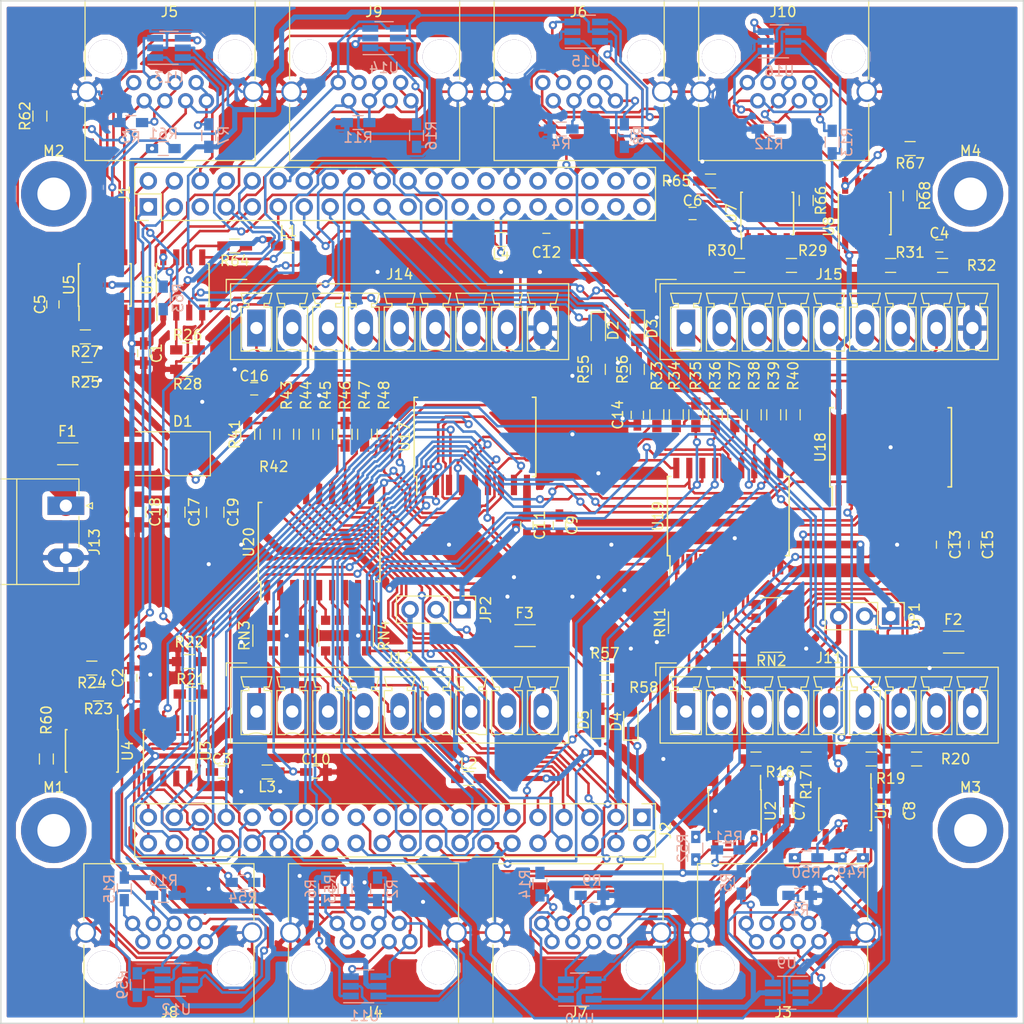
<source format=kicad_pcb>
(kicad_pcb (version 20170123) (host pcbnew no-vcs-found-3ee2f80~59~ubuntu16.04.1)
  (layers (0 F.Cu signal hide) (31 B.Cu signal hide) (34 B.Paste user) (35 F.Paste user) (36 B.SilkS user) (37 F.SilkS user) (38 B.Mask user) (39 F.Mask user) (44 Edge.Cuts user))
  (net 0 "")
  (net 1 "Net-(J3-Pad4)")
  (net 2 "Net-(J3-Pad7)")
  (net 3 "Net-(J4-Pad7)")
  (net 4 "Net-(J4-Pad4)")
  (net 5 "Net-(J5-Pad4)")
  (net 6 "Net-(J5-Pad7)")
  (net 7 "Net-(J6-Pad7)")
  (net 8 "Net-(J6-Pad4)")
  (net 9 "Net-(J7-Pad7)")
  (net 10 "Net-(J7-Pad4)")
  (net 11 "Net-(J8-Pad4)")
  (net 12 "Net-(J8-Pad7)")
  (net 13 "Net-(J9-Pad7)")
  (net 14 "Net-(J9-Pad4)")
  (net 15 "Net-(J10-Pad4)")
  (net 16 "Net-(J10-Pad7)")
  (net 17 "Net-(M1-Pad1)")
  (net 18 "Net-(M2-Pad1)")
  (net 19 "Net-(M3-Pad1)")
  (net 20 "Net-(M4-Pad1)")
  (net 21 J1B16)
  (net 22 LED0)
  (net 23 J1B14)
  (net 24 J1B15)
  (net 25 J1B12)
  (net 26 J1B13)
  (net 27 J1B10)
  (net 28 J1B11)
  (net 29 J1B8)
  (net 30 J1B9)
  (net 31 +5V)
  (net 32 GND)
  (net 33 J1B6)
  (net 34 J1B7)
  (net 35 J1B4)
  (net 36 J1B5)
  (net 37 J1B2)
  (net 38 J1B3)
  (net 39 J1B0)
  (net 40 J1B1)
  (net 41 J2B16)
  (net 42 LED1)
  (net 43 J2B14)
  (net 44 J2B15)
  (net 45 J2B12)
  (net 46 J2B13)
  (net 47 J2B10)
  (net 48 J2B11)
  (net 49 +3V3)
  (net 50 J2B8)
  (net 51 J2B9)
  (net 52 J2B6)
  (net 53 J2B7)
  (net 54 J2B4)
  (net 55 J2B5)
  (net 56 J2B2)
  (net 57 J2B3)
  (net 58 J2B0)
  (net 59 J2B1)
  (net 60 J4B1)
  (net 61 J4B0)
  (net 62 J4B3)
  (net 63 J4B2)
  (net 64 J4B5)
  (net 65 J4B4)
  (net 66 J4B7)
  (net 67 J4B6)
  (net 68 J4B9)
  (net 69 J4B8)
  (net 70 J4B11)
  (net 71 J4B10)
  (net 72 J4B13)
  (net 73 J4B12)
  (net 74 J4B15)
  (net 75 J4B14)
  (net 76 LED3)
  (net 77 J4B16)
  (net 78 J3B1)
  (net 79 J3B0)
  (net 80 J3B3)
  (net 81 J3B2)
  (net 82 J3B5)
  (net 83 J3B4)
  (net 84 J3B7)
  (net 85 J3B6)
  (net 86 J3B9)
  (net 87 J3B8)
  (net 88 J3B11)
  (net 89 J3B10)
  (net 90 J3B13)
  (net 91 J3B12)
  (net 92 J3B15)
  (net 93 J3B14)
  (net 94 LED2)
  (net 95 J3B16)
  (net 96 RX2)
  (net 97 TX2)
  (net 98 RX1)
  (net 99 TX1)
  (net 100 TX0)
  (net 101 RX0)
  (net 102 RX4)
  (net 103 TX4)
  (net 104 TX5)
  (net 105 RX5)
  (net 106 RX6)
  (net 107 TX6)
  (net 108 TX7)
  (net 109 RX7)
  (net 110 NRX0)
  (net 111 NTX0)
  (net 112 NRX1)
  (net 113 NTX1)
  (net 114 NRX2)
  (net 115 NTX2)
  (net 116 NRX4)
  (net 117 NTX4)
  (net 118 NTX5)
  (net 119 NRX5)
  (net 120 NRX6)
  (net 121 NTX6)
  (net 122 NTX7)
  (net 123 NRX7)
  (net 124 "Net-(R18-Pad1)")
  (net 125 "Net-(R19-Pad1)")
  (net 126 "Net-(R21-Pad1)")
  (net 127 "Net-(R23-Pad1)")
  (net 128 "Net-(R26-Pad1)")
  (net 129 "Net-(R27-Pad1)")
  (net 130 "Net-(R29-Pad1)")
  (net 131 "Net-(R31-Pad1)")
  (net 132 NTX3)
  (net 133 NRX3)
  (net 134 TX3)
  (net 135 RX3)
  (net 136 "Net-(J11-Pad8)")
  (net 137 "Net-(J11-Pad7)")
  (net 138 "Net-(J11-Pad6)")
  (net 139 "Net-(J11-Pad5)")
  (net 140 "Net-(J11-Pad4)")
  (net 141 "Net-(J11-Pad3)")
  (net 142 "Net-(J11-Pad2)")
  (net 143 "Net-(J11-Pad1)")
  (net 144 "Net-(J12-Pad1)")
  (net 145 "Net-(J12-Pad2)")
  (net 146 "Net-(J12-Pad3)")
  (net 147 "Net-(J12-Pad4)")
  (net 148 "Net-(J12-Pad5)")
  (net 149 "Net-(J12-Pad6)")
  (net 150 "Net-(J12-Pad7)")
  (net 151 "Net-(J12-Pad8)")
  (net 152 +24V)
  (net 153 "Net-(D1-Pad2)")
  (net 154 "Net-(F1-Pad1)")
  (net 155 "Net-(U20-Pad10)")
  (net 156 "Net-(U19-Pad10)")
  (net 157 "Net-(F2-Pad1)")
  (net 158 "Net-(F3-Pad1)")
  (net 159 "Net-(J14-Pad1)")
  (net 160 "Net-(J14-Pad2)")
  (net 161 "Net-(J14-Pad3)")
  (net 162 "Net-(J14-Pad4)")
  (net 163 "Net-(J14-Pad5)")
  (net 164 "Net-(J14-Pad6)")
  (net 165 "Net-(J14-Pad7)")
  (net 166 "Net-(J14-Pad8)")
  (net 167 "Net-(J15-Pad8)")
  (net 168 "Net-(J15-Pad7)")
  (net 169 "Net-(J15-Pad6)")
  (net 170 "Net-(J15-Pad5)")
  (net 171 "Net-(J15-Pad4)")
  (net 172 "Net-(J15-Pad3)")
  (net 173 "Net-(J15-Pad2)")
  (net 174 "Net-(J15-Pad1)")
  (net 175 "Net-(F3-Pad2)")
  (net 176 "Net-(F2-Pad2)")
  (net 177 "Net-(J2-Pad29)")
  (net 178 "Net-(J2-Pad11)")
  (net 179 "Net-(J1-Pad11)")
  (net 180 "Net-(J1-Pad29)")
  (net 181 "Net-(D4-Pad2)")
  (net 182 "Net-(D3-Pad2)")
  (net 183 "Net-(D2-Pad2)")
  (net 184 "Net-(D5-Pad2)")
  (net 185 "Net-(RN2-Pad6)")
  (net 186 "Net-(RN2-Pad5)")
  (net 187 "Net-(RN2-Pad8)")
  (net 188 "Net-(RN2-Pad7)")
  (net 189 "Net-(RN1-Pad7)")
  (net 190 "Net-(RN1-Pad8)")
  (net 191 "Net-(RN1-Pad5)")
  (net 192 "Net-(RN1-Pad6)")
  (net 193 "Net-(RN3-Pad6)")
  (net 194 "Net-(RN3-Pad5)")
  (net 195 "Net-(RN3-Pad8)")
  (net 196 "Net-(RN3-Pad7)")
  (net 197 "Net-(RN4-Pad7)")
  (net 198 "Net-(RN4-Pad8)")
  (net 199 "Net-(RN4-Pad5)")
  (net 200 "Net-(RN4-Pad6)")
  (module Connectors_Phoenix:PhoenixContact_MC-G_02x5.08mm_Angled (layer F.Cu) (at 126.365 79.375 270)
    (fp_text reference J13 (at 3.54 -2.8 270) (layer F.SilkS))
    (fp_text value CONN_01X02)
    (pad 2 thru_hole oval (at 5.08 0 270) (size 1.8 3.6) (drill 1.2) (layers *.Cu *.Mask) (net 32 GND))
    (pad 1 thru_hole rect (at 0 0 270) (size 1.8 3.6) (drill 1.2) (layers *.Cu *.Mask) (net 154 "Net-(F1-Pad1)"))
  )
  (module Resistors_SMD:R_Array_Convex_4x1206 (layer F.Cu) (at 153.765 92.075 90)
    (fp_text reference RN4 (at 0 3.715 90) (layer F.SilkS))
    (fp_text value R_Pack04)
    (pad 1 smd rect (at -1.5 -2 90) (size 0.9 0.9) (layers F.Cu F.Paste F.Mask) (net 148 "Net-(J12-Pad5)"))
    (pad 4 smd rect (at -1.5 2 90) (size 0.9 0.9) (layers F.Cu F.Paste F.Mask) (net 151 "Net-(J12-Pad8)"))
    (pad 2 smd rect (at -1.5 -0.66 90) (size 0.9 0.9) (layers F.Cu F.Paste F.Mask) (net 149 "Net-(J12-Pad6)"))
    (pad 3 smd rect (at -1.5 0.66 90) (size 0.9 0.9) (layers F.Cu F.Paste F.Mask) (net 150 "Net-(J12-Pad7)"))
    (pad 7 smd rect (at 1.5 -0.66 90) (size 0.9 0.9) (layers F.Cu F.Paste F.Mask) (net 197 "Net-(RN4-Pad7)"))
    (pad 8 smd rect (at 1.5 -2 90) (size 0.9 0.9) (layers F.Cu F.Paste F.Mask) (net 198 "Net-(RN4-Pad8)"))
    (pad 5 smd rect (at 1.5 2 90) (size 0.9 0.9) (layers F.Cu F.Paste F.Mask) (net 199 "Net-(RN4-Pad5)"))
    (pad 6 smd rect (at 1.5 0.66 90) (size 0.9 0.9) (layers F.Cu F.Paste F.Mask) (net 200 "Net-(RN4-Pad6)"))
  )
  (module Resistors_SMD:R_Array_Convex_4x1206 (layer F.Cu) (at 147.32 92.075 90)
    (fp_text reference RN3 (at 0 -3.5 90) (layer F.SilkS))
    (fp_text value R_Pack04)
    (pad 6 smd rect (at 1.5 0.66 90) (size 0.9 0.9) (layers F.Cu F.Paste F.Mask) (net 193 "Net-(RN3-Pad6)"))
    (pad 5 smd rect (at 1.5 2 90) (size 0.9 0.9) (layers F.Cu F.Paste F.Mask) (net 194 "Net-(RN3-Pad5)"))
    (pad 8 smd rect (at 1.5 -2 90) (size 0.9 0.9) (layers F.Cu F.Paste F.Mask) (net 195 "Net-(RN3-Pad8)"))
    (pad 7 smd rect (at 1.5 -0.66 90) (size 0.9 0.9) (layers F.Cu F.Paste F.Mask) (net 196 "Net-(RN3-Pad7)"))
    (pad 3 smd rect (at -1.5 0.66 90) (size 0.9 0.9) (layers F.Cu F.Paste F.Mask) (net 146 "Net-(J12-Pad3)"))
    (pad 2 smd rect (at -1.5 -0.66 90) (size 0.9 0.9) (layers F.Cu F.Paste F.Mask) (net 145 "Net-(J12-Pad2)"))
    (pad 4 smd rect (at -1.5 2 90) (size 0.9 0.9) (layers F.Cu F.Paste F.Mask) (net 147 "Net-(J12-Pad4)"))
    (pad 1 smd rect (at -1.5 -2 90) (size 0.9 0.9) (layers F.Cu F.Paste F.Mask) (net 144 "Net-(J12-Pad1)"))
  )
  (module Resistors_SMD:R_Array_Convex_4x1206 (layer F.Cu) (at 187.96 90.805 90)
    (fp_text reference RN1 (at 0 -3.5 90) (layer F.SilkS))
    (fp_text value R_Pack04)
    (pad 1 smd rect (at -1.5 -2 90) (size 0.9 0.9) (layers F.Cu F.Paste F.Mask) (net 143 "Net-(J11-Pad1)"))
    (pad 4 smd rect (at -1.5 2 90) (size 0.9 0.9) (layers F.Cu F.Paste F.Mask) (net 140 "Net-(J11-Pad4)"))
    (pad 2 smd rect (at -1.5 -0.66 90) (size 0.9 0.9) (layers F.Cu F.Paste F.Mask) (net 142 "Net-(J11-Pad2)"))
    (pad 3 smd rect (at -1.5 0.66 90) (size 0.9 0.9) (layers F.Cu F.Paste F.Mask) (net 141 "Net-(J11-Pad3)"))
    (pad 7 smd rect (at 1.5 -0.66 90) (size 0.9 0.9) (layers F.Cu F.Paste F.Mask) (net 189 "Net-(RN1-Pad7)"))
    (pad 8 smd rect (at 1.5 -2 90) (size 0.9 0.9) (layers F.Cu F.Paste F.Mask) (net 190 "Net-(RN1-Pad8)"))
    (pad 5 smd rect (at 1.5 2 90) (size 0.9 0.9) (layers F.Cu F.Paste F.Mask) (net 191 "Net-(RN1-Pad5)"))
    (pad 6 smd rect (at 1.5 0.66 90) (size 0.9 0.9) (layers F.Cu F.Paste F.Mask) (net 192 "Net-(RN1-Pad6)"))
  )
  (module Resistors_SMD:R_Array_Convex_4x1206 (layer F.Cu) (at 195.35 91.035 180)
    (fp_text reference RN2 (at 0 -3.5 180) (layer F.SilkS))
    (fp_text value R_Pack04)
    (pad 6 smd rect (at 1.5 0.66 180) (size 0.9 0.9) (layers F.Cu F.Paste F.Mask) (net 185 "Net-(RN2-Pad6)"))
    (pad 5 smd rect (at 1.5 2 180) (size 0.9 0.9) (layers F.Cu F.Paste F.Mask) (net 186 "Net-(RN2-Pad5)"))
    (pad 8 smd rect (at 1.5 -2 180) (size 0.9 0.9) (layers F.Cu F.Paste F.Mask) (net 187 "Net-(RN2-Pad8)"))
    (pad 7 smd rect (at 1.5 -0.66 180) (size 0.9 0.9) (layers F.Cu F.Paste F.Mask) (net 188 "Net-(RN2-Pad7)"))
    (pad 3 smd rect (at -1.5 0.66 180) (size 0.9 0.9) (layers F.Cu F.Paste F.Mask) (net 137 "Net-(J11-Pad7)"))
    (pad 2 smd rect (at -1.5 -0.66 180) (size 0.9 0.9) (layers F.Cu F.Paste F.Mask) (net 138 "Net-(J11-Pad6)"))
    (pad 4 smd rect (at -1.5 2 180) (size 0.9 0.9) (layers F.Cu F.Paste F.Mask) (net 136 "Net-(J11-Pad8)"))
    (pad 1 smd rect (at -1.5 -2 180) (size 0.9 0.9) (layers F.Cu F.Paste F.Mask) (net 139 "Net-(J11-Pad5)"))
  )
  (module Resistors_SMD:R_0603_HandSoldering (layer F.Cu) (at 123.825 41.275 90)
    (fp_text reference R62 (at 0 -1.45 90) (layer F.SilkS))
    (fp_text value 1k)
    (pad 2 smd rect (at 1.1 0 90) (size 1.2 0.9) (layers F.Cu F.Paste F.Mask) (net 117 NTX4))
    (pad 1 smd rect (at -1.1 0 90) (size 1.2 0.9) (layers F.Cu F.Paste F.Mask) (net 103 TX4))
  )
  (module Resistors_SMD:R_0603_HandSoldering (layer B.Cu) (at 135.89 44.45 180)
    (fp_text reference R61 (at 0 1.45 180) (layer B.SilkS) (effects (justify mirror)))
    (fp_text value 1k)
    (pad 1 smd rect (at -1.1 0 180) (size 1.2 0.9) (layers B.Cu B.Paste B.Mask) (net 116 NRX4))
    (pad 2 smd rect (at 1.1 0 180) (size 1.2 0.9) (layers B.Cu B.Paste B.Mask) (net 102 RX4))
  )
  (module Resistors_SMD:R_0603_HandSoldering (layer F.Cu) (at 124.46 104.14 270)
    (fp_text reference R60 (at -3.81 0 270) (layer F.SilkS))
    (fp_text value 1k)
    (pad 2 smd rect (at 1.1 0 270) (size 1.2 0.9) (layers F.Cu F.Paste F.Mask) (net 132 NTX3))
    (pad 1 smd rect (at -1.1 0 270) (size 1.2 0.9) (layers F.Cu F.Paste F.Mask) (net 134 TX3))
  )
  (module Resistors_SMD:R_0603_HandSoldering (layer B.Cu) (at 133.35 126.195 270)
    (fp_text reference R59 (at 0 1.45 270) (layer B.SilkS) (effects (justify mirror)))
    (fp_text value 1k)
    (pad 1 smd rect (at -1.1 0 270) (size 1.2 0.9) (layers B.Cu B.Paste B.Mask) (net 133 NRX3))
    (pad 2 smd rect (at 1.1 0 270) (size 1.2 0.9) (layers B.Cu B.Paste B.Mask) (net 135 RX3))
  )
  (module Resistors_SMD:R_0603_HandSoldering (layer F.Cu) (at 208.915 44.45 180)
    (fp_text reference R67 (at 0 -1.45 180) (layer F.SilkS))
    (fp_text value 1k)
    (pad 1 smd rect (at -1.1 0 180) (size 1.2 0.9) (layers F.Cu F.Paste F.Mask) (net 123 NRX7))
    (pad 2 smd rect (at 1.1 0 180) (size 1.2 0.9) (layers F.Cu F.Paste F.Mask) (net 109 RX7))
  )
  (module Resistors_SMD:R_0603_HandSoldering (layer F.Cu) (at 198.755 49.53 270)
    (fp_text reference R66 (at 0 -1.45 270) (layer F.SilkS))
    (fp_text value 1k)
    (pad 2 smd rect (at 1.1 0 270) (size 1.2 0.9) (layers F.Cu F.Paste F.Mask) (net 121 NTX6))
    (pad 1 smd rect (at -1.1 0 270) (size 1.2 0.9) (layers F.Cu F.Paste F.Mask) (net 107 TX6))
  )
  (module Resistors_SMD:R_0603_HandSoldering (layer F.Cu) (at 189.4 47.625)
    (fp_text reference R65 (at -3.345 0) (layer F.SilkS))
    (fp_text value 1k)
    (pad 1 smd rect (at -1.1 0) (size 1.2 0.9) (layers F.Cu F.Paste F.Mask) (net 120 NRX6))
    (pad 2 smd rect (at 1.1 0) (size 1.2 0.9) (layers F.Cu F.Paste F.Mask) (net 106 RX6))
  )
  (module Resistors_SMD:R_0603_HandSoldering (layer F.Cu) (at 142.875 53.975 180)
    (fp_text reference R64 (at 0 -1.45 180) (layer F.SilkS))
    (fp_text value 1k)
    (pad 2 smd rect (at 1.1 0 180) (size 1.2 0.9) (layers F.Cu F.Paste F.Mask) (net 118 NTX5))
    (pad 1 smd rect (at -1.1 0 180) (size 1.2 0.9) (layers F.Cu F.Paste F.Mask) (net 104 TX5))
  )
  (module Resistors_SMD:R_0603_HandSoldering (layer B.Cu) (at 135.89 59.055 90)
    (fp_text reference R63 (at 0 1.45 90) (layer B.SilkS) (effects (justify mirror)))
    (fp_text value 1k)
    (pad 1 smd rect (at -1.1 0 90) (size 1.2 0.9) (layers B.Cu B.Paste B.Mask) (net 119 NRX5))
    (pad 2 smd rect (at 1.1 0 90) (size 1.2 0.9) (layers B.Cu B.Paste B.Mask) (net 105 RX5))
  )
  (module Resistors_SMD:R_0603_HandSoldering (layer F.Cu) (at 208.915 49.065 270)
    (fp_text reference R68 (at 0 -1.45 270) (layer F.SilkS))
    (fp_text value 1k)
    (pad 2 smd rect (at 1.1 0 270) (size 1.2 0.9) (layers F.Cu F.Paste F.Mask) (net 122 NTX7))
    (pad 1 smd rect (at -1.1 0 270) (size 1.2 0.9) (layers F.Cu F.Paste F.Mask) (net 108 TX7))
  )
  (module LEDs:LED_0805 (layer F.Cu) (at 182.245 62.06 270)
    (fp_text reference D3 (at 0 -1.45 270) (layer F.SilkS))
    (fp_text value LED)
    (pad 2 smd rect (at 1.1 0 90) (size 1.2 1.2) (layers F.Cu F.Paste F.Mask) (net 182 "Net-(D3-Pad2)"))
    (pad 1 smd rect (at -1.1 0 90) (size 1.2 1.2) (layers F.Cu F.Paste F.Mask) (net 42 LED1))
  )
  (module LEDs:LED_0805 (layer F.Cu) (at 178.435 100.33 90)
    (fp_text reference D5 (at 0 -1.45 90) (layer F.SilkS))
    (fp_text value LED)
    (pad 1 smd rect (at -1.1 0 270) (size 1.2 1.2) (layers F.Cu F.Paste F.Mask) (net 76 LED3))
    (pad 2 smd rect (at 1.1 0 270) (size 1.2 1.2) (layers F.Cu F.Paste F.Mask) (net 184 "Net-(D5-Pad2)"))
  )
  (module LEDs:LED_0805 (layer F.Cu) (at 181.61 100.5 90)
    (fp_text reference D4 (at 0 -1.45 90) (layer F.SilkS))
    (fp_text value LED)
    (pad 2 smd rect (at 1.1 0 270) (size 1.2 1.2) (layers F.Cu F.Paste F.Mask) (net 181 "Net-(D4-Pad2)"))
    (pad 1 smd rect (at -1.1 0 270) (size 1.2 1.2) (layers F.Cu F.Paste F.Mask) (net 94 LED2))
  )
  (module LEDs:LED_0805 (layer F.Cu) (at 178.435 62.23 270)
    (fp_text reference D2 (at 0 -1.45 270) (layer F.SilkS))
    (fp_text value LED)
    (pad 1 smd rect (at -1.1 0 90) (size 1.2 1.2) (layers F.Cu F.Paste F.Mask) (net 22 LED0))
    (pad 2 smd rect (at 1.1 0 90) (size 1.2 1.2) (layers F.Cu F.Paste F.Mask) (net 183 "Net-(D2-Pad2)"))
  )
  (module Resistors_SMD:R_0603_HandSoldering (layer F.Cu) (at 179.24 97.155)
    (fp_text reference R58 (at 3.64 0) (layer F.SilkS))
    (fp_text value R)
    (pad 1 smd rect (at -1.1 0) (size 1.2 0.9) (layers F.Cu F.Paste F.Mask) (net 49 +3V3))
    (pad 2 smd rect (at 1.1 0) (size 1.2 0.9) (layers F.Cu F.Paste F.Mask) (net 184 "Net-(D5-Pad2)"))
  )
  (module Resistors_SMD:R_0603_HandSoldering (layer F.Cu) (at 178.435 66.04 90)
    (fp_text reference R55 (at 0 -1.45 90) (layer F.SilkS))
    (fp_text value R)
    (pad 2 smd rect (at 1.1 0 90) (size 1.2 0.9) (layers F.Cu F.Paste F.Mask) (net 183 "Net-(D2-Pad2)"))
    (pad 1 smd rect (at -1.1 0 90) (size 1.2 0.9) (layers F.Cu F.Paste F.Mask) (net 49 +3V3))
  )
  (module Resistors_SMD:R_0603_HandSoldering (layer F.Cu) (at 182.245 66.04 90)
    (fp_text reference R56 (at 0 -1.45 90) (layer F.SilkS))
    (fp_text value R)
    (pad 1 smd rect (at -1.1 0 90) (size 1.2 0.9) (layers F.Cu F.Paste F.Mask) (net 49 +3V3))
    (pad 2 smd rect (at 1.1 0 90) (size 1.2 0.9) (layers F.Cu F.Paste F.Mask) (net 182 "Net-(D3-Pad2)"))
  )
  (module Resistors_SMD:R_0603_HandSoldering (layer F.Cu) (at 179.07 95.25)
    (fp_text reference R57 (at 0 -1.45) (layer F.SilkS))
    (fp_text value R)
    (pad 2 smd rect (at 1.1 0) (size 1.2 0.9) (layers F.Cu F.Paste F.Mask) (net 181 "Net-(D4-Pad2)"))
    (pad 1 smd rect (at -1.1 0) (size 1.2 0.9) (layers F.Cu F.Paste F.Mask) (net 49 +3V3))
  )
  (module Resistors_SMD:R_0603_HandSoldering (layer B.Cu) (at 143.68 116.205)
    (fp_text reference R54 (at 0 1.45) (layer B.SilkS) (effects (justify mirror)))
    (fp_text value 1k)
    (pad 1 smd rect (at -1.1 0) (size 1.2 0.9) (layers B.Cu B.Paste B.Mask) (net 97 TX2))
    (pad 2 smd rect (at 1.1 0) (size 1.2 0.9) (layers B.Cu B.Paste B.Mask) (net 115 NTX2))
  )
  (module Resistors_SMD:R_0603_HandSoldering (layer B.Cu) (at 153.67 116.84 270)
    (fp_text reference R53 (at 0 1.45 270) (layer B.SilkS) (effects (justify mirror)))
    (fp_text value 1k)
    (pad 2 smd rect (at 1.1 0 270) (size 1.2 0.9) (layers B.Cu B.Paste B.Mask) (net 96 RX2))
    (pad 1 smd rect (at -1.1 0 270) (size 1.2 0.9) (layers B.Cu B.Paste B.Mask) (net 114 NRX2))
  )
  (module Resistors_SMD:R_0603_HandSoldering (layer B.Cu) (at 191.135 113.03)
    (fp_text reference R51 (at 0 -1.27) (layer B.SilkS) (effects (justify mirror)))
    (fp_text value 1k)
    (pad 1 smd rect (at -1.1 0) (size 1.2 0.9) (layers B.Cu B.Paste B.Mask) (net 112 NRX1))
    (pad 2 smd rect (at 1.1 0) (size 1.2 0.9) (layers B.Cu B.Paste B.Mask) (net 98 RX1))
  )
  (module Resistors_SMD:R_0603_HandSoldering (layer B.Cu) (at 187.96 112.86 90)
    (fp_text reference R52 (at 0 -1.27 90) (layer B.SilkS) (effects (justify mirror)))
    (fp_text value 1k)
    (pad 2 smd rect (at 1.1 0 90) (size 1.2 0.9) (layers B.Cu B.Paste B.Mask) (net 113 NTX1))
    (pad 1 smd rect (at -1.1 0 90) (size 1.2 0.9) (layers B.Cu B.Paste B.Mask) (net 99 TX1))
  )
  (module Resistors_SMD:R_0603_HandSoldering (layer B.Cu) (at 203.2 113.7975)
    (fp_text reference R49 (at 0 1.45) (layer B.SilkS) (effects (justify mirror)))
    (fp_text value 1k)
    (pad 1 smd rect (at -1.1 0) (size 1.2 0.9) (layers B.Cu B.Paste B.Mask) (net 110 NRX0))
    (pad 2 smd rect (at 1.1 0) (size 1.2 0.9) (layers B.Cu B.Paste B.Mask) (net 101 RX0))
  )
  (module Resistors_SMD:R_0603_HandSoldering (layer B.Cu) (at 198.755 113.7975)
    (fp_text reference R50 (at 0 1.45) (layer B.SilkS) (effects (justify mirror)))
    (fp_text value 1k)
    (pad 2 smd rect (at 1.1 0) (size 1.2 0.9) (layers B.Cu B.Paste B.Mask) (net 111 NTX0))
    (pad 1 smd rect (at -1.1 0) (size 1.2 0.9) (layers B.Cu B.Paste B.Mask) (net 100 TX0))
  )
  (module RJ45:RJ45 (layer F.Cu) (at 140 122 180)
    (fp_text reference J8 (at 3.49 -6.92 180) (layer F.SilkS))
    (fp_text value RJ45)
    (pad 9 thru_hole circle (at -4.57 0.89 180) (size 2 2) (drill 1.57) (layers *.Cu *.Mask) (net 32 GND))
    (pad "" thru_hole circle (at 9.91 -2.54 180) (size 3.3 3.3) (drill 3.3) (layers *.Cu *.Mask))
    (pad "" thru_hole circle (at -2.79 -2.54 180) (size 3.3 3.3) (drill 3.3) (layers *.Cu *.Mask))
    (pad 1 thru_hole circle (at 0 0 180) (size 1.5 1.5) (drill 0.89) (layers *.Cu *.Mask) (net 132 NTX3))
    (pad 7 thru_hole circle (at 6.1 0 180) (size 1.5 1.5) (drill 0.89) (layers *.Cu *.Mask) (net 12 "Net-(J8-Pad7)"))
    (pad 3 thru_hole circle (at 2.03 0 180) (size 1.5 1.5) (drill 0.89) (layers *.Cu *.Mask) (net 133 NRX3))
    (pad 5 thru_hole circle (at 4.06 0 180) (size 1.5 1.5) (drill 0.89) (layers *.Cu *.Mask) (net 11 "Net-(J8-Pad4)"))
    (pad 2 thru_hole circle (at 1.02 1.78 180) (size 1.5 1.5) (drill 0.89) (layers *.Cu *.Mask) (net 134 TX3))
    (pad 4 thru_hole circle (at 3.05 1.78 180) (size 1.5 1.5) (drill 0.89) (layers *.Cu *.Mask) (net 11 "Net-(J8-Pad4)"))
    (pad 6 thru_hole circle (at 5.08 1.78 180) (size 1.5 1.5) (drill 0.89) (layers *.Cu *.Mask) (net 135 RX3))
    (pad 8 thru_hole circle (at 7.11 1.78 180) (size 1.5 1.5) (drill 0.89) (layers *.Cu *.Mask) (net 12 "Net-(J8-Pad7)"))
    (pad 9 thru_hole circle (at 11.68 0.89 180) (size 2 2) (drill 1.57) (layers *.Cu *.Mask) (net 32 GND))
  )
  (module Capacitors_SMD:C_0603_HandSoldering (layer F.Cu) (at 150.815 105.41)
    (fp_text reference C10 (at 0 -1.25) (layer F.SilkS))
    (fp_text value C)
    (pad 1 smd rect (at -0.95 0) (size 1.2 0.75) (layers F.Cu F.Paste F.Mask) (net 49 +3V3))
    (pad 2 smd rect (at 0.95 0) (size 1.2 0.75) (layers F.Cu F.Paste F.Mask) (net 32 GND))
  )
  (module Resistors_SMD:R_0603_HandSoldering (layer F.Cu) (at 168.91 53.34 180)
    (fp_text reference L4 (at 0 -1.45 180) (layer F.SilkS))
    (fp_text value L_Small)
    (pad 2 smd rect (at 1.1 0 180) (size 1.2 0.9) (layers F.Cu F.Paste F.Mask) (net 180 "Net-(J1-Pad29)"))
    (pad 1 smd rect (at -1.1 0 180) (size 1.2 0.9) (layers F.Cu F.Paste F.Mask) (net 49 +3V3))
  )
  (module Resistors_SMD:R_0603_HandSoldering (layer F.Cu) (at 148.125 53.975)
    (fp_text reference L1 (at 0 -1.45) (layer F.SilkS))
    (fp_text value L_Small)
    (pad 1 smd rect (at -1.1 0) (size 1.2 0.9) (layers F.Cu F.Paste F.Mask) (net 31 +5V))
    (pad 2 smd rect (at 1.1 0) (size 1.2 0.9) (layers F.Cu F.Paste F.Mask) (net 179 "Net-(J1-Pad11)"))
  )
  (module Resistors_SMD:R_0603_HandSoldering (layer F.Cu) (at 146.05 105.41 180)
    (fp_text reference L3 (at 0 -1.45 180) (layer F.SilkS))
    (fp_text value L_Small)
    (pad 2 smd rect (at 1.1 0 180) (size 1.2 0.9) (layers F.Cu F.Paste F.Mask) (net 177 "Net-(J2-Pad29)"))
    (pad 1 smd rect (at -1.1 0 180) (size 1.2 0.9) (layers F.Cu F.Paste F.Mask) (net 49 +3V3))
  )
  (module Resistors_SMD:R_0603_HandSoldering (layer F.Cu) (at 165.735 106.045)
    (fp_text reference L2 (at 0 -1.45) (layer F.SilkS))
    (fp_text value L_Small)
    (pad 2 smd rect (at 1.1 0) (size 1.2 0.9) (layers F.Cu F.Paste F.Mask) (net 178 "Net-(J2-Pad11)"))
    (pad 1 smd rect (at -1.1 0) (size 1.2 0.9) (layers F.Cu F.Paste F.Mask) (net 31 +5V))
  )
  (module Housings_SOIC:SOIC-18W_7.5x11.6mm_Pitch1.27mm (layer F.Cu) (at 191.135 80.39 90)
    (fp_text reference U19 (at 0 -6.875 90) (layer F.SilkS))
    (fp_text value ULN2803ADWR)
    (pad 1 smd rect (at -4.7 -5.08 90) (size 2 0.6) (layers F.Cu F.Paste F.Mask) (net 190 "Net-(RN1-Pad8)"))
    (pad 2 smd rect (at -4.7 -3.81 90) (size 2 0.6) (layers F.Cu F.Paste F.Mask) (net 189 "Net-(RN1-Pad7)"))
    (pad 3 smd rect (at -4.7 -2.54 90) (size 2 0.6) (layers F.Cu F.Paste F.Mask) (net 192 "Net-(RN1-Pad6)"))
    (pad 4 smd rect (at -4.7 -1.27 90) (size 2 0.6) (layers F.Cu F.Paste F.Mask) (net 191 "Net-(RN1-Pad5)"))
    (pad 5 smd rect (at -4.7 0 90) (size 2 0.6) (layers F.Cu F.Paste F.Mask) (net 187 "Net-(RN2-Pad8)"))
    (pad 6 smd rect (at -4.7 1.27 90) (size 2 0.6) (layers F.Cu F.Paste F.Mask) (net 188 "Net-(RN2-Pad7)"))
    (pad 7 smd rect (at -4.7 2.54 90) (size 2 0.6) (layers F.Cu F.Paste F.Mask) (net 185 "Net-(RN2-Pad6)"))
    (pad 8 smd rect (at -4.7 3.81 90) (size 2 0.6) (layers F.Cu F.Paste F.Mask) (net 186 "Net-(RN2-Pad5)"))
    (pad 9 smd rect (at -4.7 5.08 90) (size 2 0.6) (layers F.Cu F.Paste F.Mask) (net 32 GND))
    (pad 10 smd rect (at 4.7 5.08 90) (size 2 0.6) (layers F.Cu F.Paste F.Mask) (net 156 "Net-(U19-Pad10)"))
    (pad 11 smd rect (at 4.7 3.81 90) (size 2 0.6) (layers F.Cu F.Paste F.Mask) (net 84 J3B7))
    (pad 12 smd rect (at 4.7 2.54 90) (size 2 0.6) (layers F.Cu F.Paste F.Mask) (net 85 J3B6))
    (pad 13 smd rect (at 4.7 1.27 90) (size 2 0.6) (layers F.Cu F.Paste F.Mask) (net 82 J3B5))
    (pad 14 smd rect (at 4.7 0 90) (size 2 0.6) (layers F.Cu F.Paste F.Mask) (net 83 J3B4))
    (pad 15 smd rect (at 4.7 -1.27 90) (size 2 0.6) (layers F.Cu F.Paste F.Mask) (net 80 J3B3))
    (pad 16 smd rect (at 4.7 -2.54 90) (size 2 0.6) (layers F.Cu F.Paste F.Mask) (net 81 J3B2))
    (pad 17 smd rect (at 4.7 -3.81 90) (size 2 0.6) (layers F.Cu F.Paste F.Mask) (net 78 J3B1))
    (pad 18 smd rect (at 4.7 -5.08 90) (size 2 0.6) (layers F.Cu F.Paste F.Mask) (net 79 J3B0))
  )
  (module RJ45:RJ45 (layer F.Cu) (at 133 38)
    (fp_text reference J5 (at 3.49 -6.92) (layer F.SilkS))
    (fp_text value RJ45)
    (pad 9 thru_hole circle (at 11.68 0.89) (size 2 2) (drill 1.57) (layers *.Cu *.Mask) (net 32 GND))
    (pad 8 thru_hole circle (at 7.11 1.78) (size 1.5 1.5) (drill 0.89) (layers *.Cu *.Mask) (net 6 "Net-(J5-Pad7)"))
    (pad 6 thru_hole circle (at 5.08 1.78) (size 1.5 1.5) (drill 0.89) (layers *.Cu *.Mask) (net 102 RX4))
    (pad 4 thru_hole circle (at 3.05 1.78) (size 1.5 1.5) (drill 0.89) (layers *.Cu *.Mask) (net 5 "Net-(J5-Pad4)"))
    (pad 2 thru_hole circle (at 1.02 1.78) (size 1.5 1.5) (drill 0.89) (layers *.Cu *.Mask) (net 103 TX4))
    (pad 5 thru_hole circle (at 4.06 0) (size 1.5 1.5) (drill 0.89) (layers *.Cu *.Mask) (net 5 "Net-(J5-Pad4)"))
    (pad 3 thru_hole circle (at 2.03 0) (size 1.5 1.5) (drill 0.89) (layers *.Cu *.Mask) (net 116 NRX4))
    (pad 7 thru_hole circle (at 6.1 0) (size 1.5 1.5) (drill 0.89) (layers *.Cu *.Mask) (net 6 "Net-(J5-Pad7)"))
    (pad 1 thru_hole circle (at 0 0) (size 1.5 1.5) (drill 0.89) (layers *.Cu *.Mask) (net 117 NTX4))
    (pad "" thru_hole circle (at -2.79 -2.54) (size 3.3 3.3) (drill 3.3) (layers *.Cu *.Mask))
    (pad "" thru_hole circle (at 9.91 -2.54) (size 3.3 3.3) (drill 3.3) (layers *.Cu *.Mask))
    (pad 9 thru_hole circle (at -4.57 0.89) (size 2 2) (drill 1.57) (layers *.Cu *.Mask) (net 32 GND))
  )
  (module Connectors_Phoenix:PhoenixContact_MCV-G_09x3.50mm_Vertical (layer F.Cu) (at 187 62)
    (fp_text reference J15 (at 14 -5.25) (layer F.SilkS))
    (fp_text value CONN_01X09)
    (pad 1 thru_hole rect (at 0 0) (size 1.8 3.6) (drill 1.2) (layers *.Cu *.Mask) (net 174 "Net-(J15-Pad1)"))
    (pad 2 thru_hole oval (at 3.5 0) (size 1.8 3.6) (drill 1.2) (layers *.Cu *.Mask) (net 173 "Net-(J15-Pad2)"))
    (pad 3 thru_hole oval (at 7 0) (size 1.8 3.6) (drill 1.2) (layers *.Cu *.Mask) (net 172 "Net-(J15-Pad3)"))
    (pad 4 thru_hole oval (at 10.5 0) (size 1.8 3.6) (drill 1.2) (layers *.Cu *.Mask) (net 171 "Net-(J15-Pad4)"))
    (pad 5 thru_hole oval (at 14 0) (size 1.8 3.6) (drill 1.2) (layers *.Cu *.Mask) (net 170 "Net-(J15-Pad5)"))
    (pad 6 thru_hole oval (at 17.5 0) (size 1.8 3.6) (drill 1.2) (layers *.Cu *.Mask) (net 169 "Net-(J15-Pad6)"))
    (pad 7 thru_hole oval (at 21 0) (size 1.8 3.6) (drill 1.2) (layers *.Cu *.Mask) (net 168 "Net-(J15-Pad7)"))
    (pad 8 thru_hole oval (at 24.5 0) (size 1.8 3.6) (drill 1.2) (layers *.Cu *.Mask) (net 167 "Net-(J15-Pad8)"))
    (pad 9 thru_hole oval (at 28 0) (size 1.8 3.6) (drill 1.2) (layers *.Cu *.Mask) (net 32 GND))
  )
  (module Connectors_Phoenix:PhoenixContact_MCV-G_09x3.50mm_Vertical (layer F.Cu) (at 187 99.5)
    (fp_text reference J11 (at 14 -5.25) (layer F.SilkS))
    (fp_text value CONN_01X09)
    (pad 9 thru_hole oval (at 28 0) (size 1.8 3.6) (drill 1.2) (layers *.Cu *.Mask) (net 176 "Net-(F2-Pad2)"))
    (pad 8 thru_hole oval (at 24.5 0) (size 1.8 3.6) (drill 1.2) (layers *.Cu *.Mask) (net 136 "Net-(J11-Pad8)"))
    (pad 7 thru_hole oval (at 21 0) (size 1.8 3.6) (drill 1.2) (layers *.Cu *.Mask) (net 137 "Net-(J11-Pad7)"))
    (pad 6 thru_hole oval (at 17.5 0) (size 1.8 3.6) (drill 1.2) (layers *.Cu *.Mask) (net 138 "Net-(J11-Pad6)"))
    (pad 5 thru_hole oval (at 14 0) (size 1.8 3.6) (drill 1.2) (layers *.Cu *.Mask) (net 139 "Net-(J11-Pad5)"))
    (pad 4 thru_hole oval (at 10.5 0) (size 1.8 3.6) (drill 1.2) (layers *.Cu *.Mask) (net 140 "Net-(J11-Pad4)"))
    (pad 3 thru_hole oval (at 7 0) (size 1.8 3.6) (drill 1.2) (layers *.Cu *.Mask) (net 141 "Net-(J11-Pad3)"))
    (pad 2 thru_hole oval (at 3.5 0) (size 1.8 3.6) (drill 1.2) (layers *.Cu *.Mask) (net 142 "Net-(J11-Pad2)"))
    (pad 1 thru_hole rect (at 0 0) (size 1.8 3.6) (drill 1.2) (layers *.Cu *.Mask) (net 143 "Net-(J11-Pad1)"))
  )
  (module Connectors_Phoenix:PhoenixContact_MCV-G_09x3.50mm_Vertical (layer F.Cu) (at 145 99.5)
    (fp_text reference J12 (at 14 -5.25) (layer F.SilkS))
    (fp_text value CONN_01X09)
    (pad 1 thru_hole rect (at 0 0) (size 1.8 3.6) (drill 1.2) (layers *.Cu *.Mask) (net 144 "Net-(J12-Pad1)"))
    (pad 2 thru_hole oval (at 3.5 0) (size 1.8 3.6) (drill 1.2) (layers *.Cu *.Mask) (net 145 "Net-(J12-Pad2)"))
    (pad 3 thru_hole oval (at 7 0) (size 1.8 3.6) (drill 1.2) (layers *.Cu *.Mask) (net 146 "Net-(J12-Pad3)"))
    (pad 4 thru_hole oval (at 10.5 0) (size 1.8 3.6) (drill 1.2) (layers *.Cu *.Mask) (net 147 "Net-(J12-Pad4)"))
    (pad 5 thru_hole oval (at 14 0) (size 1.8 3.6) (drill 1.2) (layers *.Cu *.Mask) (net 148 "Net-(J12-Pad5)"))
    (pad 6 thru_hole oval (at 17.5 0) (size 1.8 3.6) (drill 1.2) (layers *.Cu *.Mask) (net 149 "Net-(J12-Pad6)"))
    (pad 7 thru_hole oval (at 21 0) (size 1.8 3.6) (drill 1.2) (layers *.Cu *.Mask) (net 150 "Net-(J12-Pad7)"))
    (pad 8 thru_hole oval (at 24.5 0) (size 1.8 3.6) (drill 1.2) (layers *.Cu *.Mask) (net 151 "Net-(J12-Pad8)"))
    (pad 9 thru_hole oval (at 28 0) (size 1.8 3.6) (drill 1.2) (layers *.Cu *.Mask) (net 175 "Net-(F3-Pad2)"))
  )
  (module Connectors_Phoenix:PhoenixContact_MCV-G_09x3.50mm_Vertical (layer F.Cu) (at 145 62)
    (fp_text reference J14 (at 14 -5.25) (layer F.SilkS))
    (fp_text value CONN_01X09)
    (pad 9 thru_hole oval (at 28 0) (size 1.8 3.6) (drill 1.2) (layers *.Cu *.Mask) (net 32 GND))
    (pad 8 thru_hole oval (at 24.5 0) (size 1.8 3.6) (drill 1.2) (layers *.Cu *.Mask) (net 166 "Net-(J14-Pad8)"))
    (pad 7 thru_hole oval (at 21 0) (size 1.8 3.6) (drill 1.2) (layers *.Cu *.Mask) (net 165 "Net-(J14-Pad7)"))
    (pad 6 thru_hole oval (at 17.5 0) (size 1.8 3.6) (drill 1.2) (layers *.Cu *.Mask) (net 164 "Net-(J14-Pad6)"))
    (pad 5 thru_hole oval (at 14 0) (size 1.8 3.6) (drill 1.2) (layers *.Cu *.Mask) (net 163 "Net-(J14-Pad5)"))
    (pad 4 thru_hole oval (at 10.5 0) (size 1.8 3.6) (drill 1.2) (layers *.Cu *.Mask) (net 162 "Net-(J14-Pad4)"))
    (pad 3 thru_hole oval (at 7 0) (size 1.8 3.6) (drill 1.2) (layers *.Cu *.Mask) (net 161 "Net-(J14-Pad3)"))
    (pad 2 thru_hole oval (at 3.5 0) (size 1.8 3.6) (drill 1.2) (layers *.Cu *.Mask) (net 160 "Net-(J14-Pad2)"))
    (pad 1 thru_hole rect (at 0 0) (size 1.8 3.6) (drill 1.2) (layers *.Cu *.Mask) (net 159 "Net-(J14-Pad1)"))
  )
  (module Fuse_Holders_and_Fuses:Fuse_SMD1206_HandSoldering (layer F.Cu) (at 213.175 92.71)
    (fp_text reference F2 (at -0.05 -2.2) (layer F.SilkS))
    (fp_text value Fuse)
    (pad 1 smd rect (at -2.09 0 90) (size 2.03 2.65) (layers F.Cu F.Paste F.Mask) (net 157 "Net-(F2-Pad1)"))
    (pad 2 smd rect (at 2.09 0 90) (size 2.03 2.65) (layers F.Cu F.Paste F.Mask) (net 176 "Net-(F2-Pad2)"))
  )
  (module Fuse_Holders_and_Fuses:Fuse_SMD1206_HandSoldering (layer F.Cu) (at 171.265 92.075)
    (fp_text reference F3 (at -0.05 -2.2) (layer F.SilkS))
    (fp_text value Fuse)
    (pad 2 smd rect (at 2.09 0 90) (size 2.03 2.65) (layers F.Cu F.Paste F.Mask) (net 175 "Net-(F3-Pad2)"))
    (pad 1 smd rect (at -2.09 0 90) (size 2.03 2.65) (layers F.Cu F.Paste F.Mask) (net 158 "Net-(F3-Pad1)"))
  )
  (module Pin_Headers:Pin_Header_Straight_1x03_Pitch2.54mm (layer F.Cu) (at 165.1 89.535 270)
    (fp_text reference JP2 (at 0 -2.33 270) (layer F.SilkS))
    (fp_text value Jumper_NC_Dual)
    (pad 1 thru_hole rect (at 0 0 270) (size 1.7 1.7) (drill 1) (layers *.Cu *.Mask) (net 152 +24V))
    (pad 2 thru_hole oval (at 0 2.54 270) (size 1.7 1.7) (drill 1) (layers *.Cu *.Mask) (net 158 "Net-(F3-Pad1)"))
    (pad 3 thru_hole oval (at 0 5.08 270) (size 1.7 1.7) (drill 1) (layers *.Cu *.Mask) (net 31 +5V))
  )
  (module Pin_Headers:Pin_Header_Straight_1x03_Pitch2.54mm (layer F.Cu) (at 207.01 90.17 270)
    (fp_text reference JP1 (at 0 -2.33 270) (layer F.SilkS))
    (fp_text value Jumper_NC_Dual)
    (pad 3 thru_hole oval (at 0 5.08 270) (size 1.7 1.7) (drill 1) (layers *.Cu *.Mask) (net 31 +5V))
    (pad 2 thru_hole oval (at 0 2.54 270) (size 1.7 1.7) (drill 1) (layers *.Cu *.Mask) (net 157 "Net-(F2-Pad1)"))
    (pad 1 thru_hole rect (at 0 0 270) (size 1.7 1.7) (drill 1) (layers *.Cu *.Mask) (net 152 +24V))
  )
  (module Housings_SOIC:SOIC-18W_7.5x11.6mm_Pitch1.27mm (layer F.Cu) (at 151.13 82.93 90)
    (fp_text reference U20 (at 0 -6.875 90) (layer F.SilkS))
    (fp_text value ULN2803ADWR)
    (pad 18 smd rect (at 4.7 -5.08 90) (size 2 0.6) (layers F.Cu F.Paste F.Mask) (net 87 J3B8))
    (pad 17 smd rect (at 4.7 -3.81 90) (size 2 0.6) (layers F.Cu F.Paste F.Mask) (net 86 J3B9))
    (pad 16 smd rect (at 4.7 -2.54 90) (size 2 0.6) (layers F.Cu F.Paste F.Mask) (net 89 J3B10))
    (pad 15 smd rect (at 4.7 -1.27 90) (size 2 0.6) (layers F.Cu F.Paste F.Mask) (net 88 J3B11))
    (pad 14 smd rect (at 4.7 0 90) (size 2 0.6) (layers F.Cu F.Paste F.Mask) (net 91 J3B12))
    (pad 13 smd rect (at 4.7 1.27 90) (size 2 0.6) (layers F.Cu F.Paste F.Mask) (net 90 J3B13))
    (pad 12 smd rect (at 4.7 2.54 90) (size 2 0.6) (layers F.Cu F.Paste F.Mask) (net 93 J3B14))
    (pad 11 smd rect (at 4.7 3.81 90) (size 2 0.6) (layers F.Cu F.Paste F.Mask) (net 92 J3B15))
    (pad 10 smd rect (at 4.7 5.08 90) (size 2 0.6) (layers F.Cu F.Paste F.Mask) (net 155 "Net-(U20-Pad10)"))
    (pad 9 smd rect (at -4.7 5.08 90) (size 2 0.6) (layers F.Cu F.Paste F.Mask) (net 32 GND))
    (pad 8 smd rect (at -4.7 3.81 90) (size 2 0.6) (layers F.Cu F.Paste F.Mask) (net 199 "Net-(RN4-Pad5)"))
    (pad 7 smd rect (at -4.7 2.54 90) (size 2 0.6) (layers F.Cu F.Paste F.Mask) (net 200 "Net-(RN4-Pad6)"))
    (pad 6 smd rect (at -4.7 1.27 90) (size 2 0.6) (layers F.Cu F.Paste F.Mask) (net 197 "Net-(RN4-Pad7)"))
    (pad 5 smd rect (at -4.7 0 90) (size 2 0.6) (layers F.Cu F.Paste F.Mask) (net 198 "Net-(RN4-Pad8)"))
    (pad 4 smd rect (at -4.7 -1.27 90) (size 2 0.6) (layers F.Cu F.Paste F.Mask) (net 194 "Net-(RN3-Pad5)"))
    (pad 3 smd rect (at -4.7 -2.54 90) (size 2 0.6) (layers F.Cu F.Paste F.Mask) (net 193 "Net-(RN3-Pad6)"))
    (pad 2 smd rect (at -4.7 -3.81 90) (size 2 0.6) (layers F.Cu F.Paste F.Mask) (net 196 "Net-(RN3-Pad7)"))
    (pad 1 smd rect (at -4.7 -5.08 90) (size 2 0.6) (layers F.Cu F.Paste F.Mask) (net 195 "Net-(RN3-Pad8)"))
  )
  (module Capacitors_SMD:C_0805_HandSoldering (layer F.Cu) (at 140.97 80.0125 270)
    (fp_text reference C19 (at 0 -1.75 270) (layer F.SilkS))
    (fp_text value C)
    (pad 2 smd rect (at 1.25 0 270) (size 1.5 1.25) (layers F.Cu F.Paste F.Mask) (net 32 GND))
    (pad 1 smd rect (at -1.25 0 270) (size 1.5 1.25) (layers F.Cu F.Paste F.Mask) (net 152 +24V))
  )
  (module Capacitors_SMD:C_0805_HandSoldering (layer F.Cu) (at 137.16 80.01 270)
    (fp_text reference C17 (at 0 -1.75 270) (layer F.SilkS))
    (fp_text value C)
    (pad 1 smd rect (at -1.25 0 270) (size 1.5 1.25) (layers F.Cu F.Paste F.Mask) (net 152 +24V))
    (pad 2 smd rect (at 1.25 0 270) (size 1.5 1.25) (layers F.Cu F.Paste F.Mask) (net 32 GND))
  )
  (module Capacitors_SMD:C_0805_HandSoldering (layer F.Cu) (at 133.35 79.99 270)
    (fp_text reference C18 (at 0 -1.75 270) (layer F.SilkS))
    (fp_text value C)
    (pad 2 smd rect (at 1.25 0 270) (size 1.5 1.25) (layers F.Cu F.Paste F.Mask) (net 32 GND))
    (pad 1 smd rect (at -1.25 0 270) (size 1.5 1.25) (layers F.Cu F.Paste F.Mask) (net 152 +24V))
  )
  (module Diodes_SMD:D_SMB_Handsoldering (layer F.Cu) (at 135.89 74.295 180)
    (fp_text reference D1 (at -1.905 3.175 180) (layer F.SilkS))
    (fp_text value D)
    (pad 2 smd rect (at 2.7 0 180) (size 3.5 2.3) (layers F.Cu F.Paste F.Mask) (net 153 "Net-(D1-Pad2)"))
    (pad 1 smd rect (at -2.7 0 180) (size 3.5 2.3) (layers F.Cu F.Paste F.Mask) (net 152 +24V))
  )
  (module Fuse_Holders_and_Fuses:Fuse_SMD1206_HandSoldering (layer F.Cu) (at 126.55 74.295)
    (fp_text reference F1 (at -0.05 -2.2) (layer F.SilkS))
    (fp_text value Fuse)
    (pad 2 smd rect (at 2.09 0 90) (size 2.03 2.65) (layers F.Cu F.Paste F.Mask) (net 153 "Net-(D1-Pad2)"))
    (pad 1 smd rect (at -2.09 0 90) (size 2.03 2.65) (layers F.Cu F.Paste F.Mask) (net 154 "Net-(F1-Pad1)"))
  )
  (module Capacitors_SMD:C_0603_HandSoldering (layer F.Cu) (at 174.625 81.28 270)
    (fp_text reference C9 (at 0 -1.25 270) (layer F.SilkS))
    (fp_text value C)
    (pad 2 smd rect (at 0.95 0 270) (size 1.2 0.75) (layers F.Cu F.Paste F.Mask) (net 32 GND))
    (pad 1 smd rect (at -0.95 0 270) (size 1.2 0.75) (layers F.Cu F.Paste F.Mask) (net 152 +24V))
  )
  (module Capacitors_SMD:C_0603_HandSoldering (layer F.Cu) (at 171.45 81.28 270)
    (fp_text reference C11 (at 0 -1.25 270) (layer F.SilkS))
    (fp_text value C)
    (pad 1 smd rect (at -0.95 0 270) (size 1.2 0.75) (layers F.Cu F.Paste F.Mask) (net 152 +24V))
    (pad 2 smd rect (at 0.95 0 270) (size 1.2 0.75) (layers F.Cu F.Paste F.Mask) (net 32 GND))
  )
  (module Capacitors_SMD:C_0603_HandSoldering (layer F.Cu) (at 173.355 53.34)
    (fp_text reference C12 (at 0 1.27) (layer F.SilkS))
    (fp_text value C)
    (pad 1 smd rect (at -0.95 0) (size 1.2 0.75) (layers F.Cu F.Paste F.Mask) (net 49 +3V3))
    (pad 2 smd rect (at 0.95 0) (size 1.2 0.75) (layers F.Cu F.Paste F.Mask) (net 32 GND))
  )
  (module Capacitors_SMD:C_0603_HandSoldering (layer F.Cu) (at 212.09 83.185 270)
    (fp_text reference C13 (at 0 -1.25 270) (layer F.SilkS))
    (fp_text value C)
    (pad 1 smd rect (at -0.95 0 270) (size 1.2 0.75) (layers F.Cu F.Paste F.Mask) (net 152 +24V))
    (pad 2 smd rect (at 0.95 0 270) (size 1.2 0.75) (layers F.Cu F.Paste F.Mask) (net 32 GND))
  )
  (module Capacitors_SMD:C_0603_HandSoldering (layer F.Cu) (at 182.245 70.485 270)
    (fp_text reference C14 (at 0 1.905 270) (layer F.SilkS))
    (fp_text value C)
    (pad 2 smd rect (at 0.95 0 270) (size 1.2 0.75) (layers F.Cu F.Paste F.Mask) (net 32 GND))
    (pad 1 smd rect (at -0.95 0 270) (size 1.2 0.75) (layers F.Cu F.Paste F.Mask) (net 49 +3V3))
  )
  (module Capacitors_SMD:C_0603_HandSoldering (layer F.Cu) (at 215.265 83.185 270)
    (fp_text reference C15 (at 0 -1.25 270) (layer F.SilkS))
    (fp_text value C)
    (pad 1 smd rect (at -0.95 0 270) (size 1.2 0.75) (layers F.Cu F.Paste F.Mask) (net 152 +24V))
    (pad 2 smd rect (at 0.95 0 270) (size 1.2 0.75) (layers F.Cu F.Paste F.Mask) (net 32 GND))
  )
  (module Capacitors_SMD:C_0603_HandSoldering (layer F.Cu) (at 144.78 67.945)
    (fp_text reference C16 (at 0 -1.25) (layer F.SilkS))
    (fp_text value C)
    (pad 2 smd rect (at 0.95 0) (size 1.2 0.75) (layers F.Cu F.Paste F.Mask) (net 32 GND))
    (pad 1 smd rect (at -0.95 0) (size 1.2 0.75) (layers F.Cu F.Paste F.Mask) (net 49 +3V3))
  )
  (module Resistors_SMD:R_0603_HandSoldering (layer F.Cu) (at 151.765 72.39 270)
    (fp_text reference R45 (at -3.81 0 270) (layer F.SilkS))
    (fp_text value 1k)
    (pad 1 smd rect (at -1.1 0 270) (size 1.2 0.9) (layers F.Cu F.Paste F.Mask) (net 49 +3V3))
    (pad 2 smd rect (at 1.1 0 270) (size 1.2 0.9) (layers F.Cu F.Paste F.Mask) (net 91 J3B12))
  )
  (module Resistors_SMD:R_0603_HandSoldering (layer F.Cu) (at 153.67 72.39 270)
    (fp_text reference R46 (at -3.81 0 270) (layer F.SilkS))
    (fp_text value 1k)
    (pad 2 smd rect (at 1.1 0 270) (size 1.2 0.9) (layers F.Cu F.Paste F.Mask) (net 90 J3B13))
    (pad 1 smd rect (at -1.1 0 270) (size 1.2 0.9) (layers F.Cu F.Paste F.Mask) (net 49 +3V3))
  )
  (module Resistors_SMD:R_0603_HandSoldering (layer F.Cu) (at 191.77 70.485 270)
    (fp_text reference R37 (at -3.81 0 270) (layer F.SilkS))
    (fp_text value 1k)
    (pad 1 smd rect (at -1.1 0 270) (size 1.2 0.9) (layers F.Cu F.Paste F.Mask) (net 49 +3V3))
    (pad 2 smd rect (at 1.1 0 270) (size 1.2 0.9) (layers F.Cu F.Paste F.Mask) (net 83 J3B4))
  )
  (module Resistors_SMD:R_0603_HandSoldering (layer F.Cu) (at 147.955 72.39 270)
    (fp_text reference R43 (at -3.81 0 270) (layer F.SilkS))
    (fp_text value 1k)
    (pad 2 smd rect (at 1.1 0 270) (size 1.2 0.9) (layers F.Cu F.Paste F.Mask) (net 89 J3B10))
    (pad 1 smd rect (at -1.1 0 270) (size 1.2 0.9) (layers F.Cu F.Paste F.Mask) (net 49 +3V3))
  )
  (module Resistors_SMD:R_0603_HandSoldering (layer F.Cu) (at 149.86 72.39 270)
    (fp_text reference R44 (at -3.81 0 270) (layer F.SilkS))
    (fp_text value 1k)
    (pad 1 smd rect (at -1.1 0 270) (size 1.2 0.9) (layers F.Cu F.Paste F.Mask) (net 49 +3V3))
    (pad 2 smd rect (at 1.1 0 270) (size 1.2 0.9) (layers F.Cu F.Paste F.Mask) (net 88 J3B11))
  )
  (module Resistors_SMD:R_0603_HandSoldering (layer F.Cu) (at 155.575 72.39 270)
    (fp_text reference R47 (at -3.81 0 270) (layer F.SilkS))
    (fp_text value 1k)
    (pad 2 smd rect (at 1.1 0 270) (size 1.2 0.9) (layers F.Cu F.Paste F.Mask) (net 93 J3B14))
    (pad 1 smd rect (at -1.1 0 270) (size 1.2 0.9) (layers F.Cu F.Paste F.Mask) (net 49 +3V3))
  )
  (module Resistors_SMD:R_0603_HandSoldering (layer F.Cu) (at 157.48 72.39 270)
    (fp_text reference R48 (at -3.81 0 270) (layer F.SilkS))
    (fp_text value 1k)
    (pad 1 smd rect (at -1.1 0 270) (size 1.2 0.9) (layers F.Cu F.Paste F.Mask) (net 49 +3V3))
    (pad 2 smd rect (at 1.1 0 270) (size 1.2 0.9) (layers F.Cu F.Paste F.Mask) (net 92 J3B15))
  )
  (module Resistors_SMD:R_0603_HandSoldering (layer F.Cu) (at 144.145 72.39 270)
    (fp_text reference R41 (at 0 1.27 270) (layer F.SilkS))
    (fp_text value 1k)
    (pad 1 smd rect (at -1.1 0 270) (size 1.2 0.9) (layers F.Cu F.Paste F.Mask) (net 49 +3V3))
    (pad 2 smd rect (at 1.1 0 270) (size 1.2 0.9) (layers F.Cu F.Paste F.Mask) (net 87 J3B8))
  )
  (module Resistors_SMD:R_0603_HandSoldering (layer F.Cu) (at 197.485 70.485 270)
    (fp_text reference R40 (at -3.81 0 270) (layer F.SilkS))
    (fp_text value 1k)
    (pad 2 smd rect (at 1.1 0 270) (size 1.2 0.9) (layers F.Cu F.Paste F.Mask) (net 84 J3B7))
    (pad 1 smd rect (at -1.1 0 270) (size 1.2 0.9) (layers F.Cu F.Paste F.Mask) (net 49 +3V3))
  )
  (module Resistors_SMD:R_0603_HandSoldering (layer F.Cu) (at 195.58 70.485 270)
    (fp_text reference R39 (at -3.81 0 270) (layer F.SilkS))
    (fp_text value 1k)
    (pad 1 smd rect (at -1.1 0 270) (size 1.2 0.9) (layers F.Cu F.Paste F.Mask) (net 49 +3V3))
    (pad 2 smd rect (at 1.1 0 270) (size 1.2 0.9) (layers F.Cu F.Paste F.Mask) (net 85 J3B6))
  )
  (module Resistors_SMD:R_0603_HandSoldering (layer F.Cu) (at 193.675 70.485 270)
    (fp_text reference R38 (at -3.81 0 270) (layer F.SilkS))
    (fp_text value 1k)
    (pad 2 smd rect (at 1.1 0 270) (size 1.2 0.9) (layers F.Cu F.Paste F.Mask) (net 82 J3B5))
    (pad 1 smd rect (at -1.1 0 270) (size 1.2 0.9) (layers F.Cu F.Paste F.Mask) (net 49 +3V3))
  )
  (module Resistors_SMD:R_0603_HandSoldering (layer F.Cu) (at 189.865 70.485 270)
    (fp_text reference R36 (at -3.81 0 270) (layer F.SilkS))
    (fp_text value 1k)
    (pad 2 smd rect (at 1.1 0 270) (size 1.2 0.9) (layers F.Cu F.Paste F.Mask) (net 80 J3B3))
    (pad 1 smd rect (at -1.1 0 270) (size 1.2 0.9) (layers F.Cu F.Paste F.Mask) (net 49 +3V3))
  )
  (module Resistors_SMD:R_0603_HandSoldering (layer F.Cu) (at 187.96 70.485 270)
    (fp_text reference R35 (at -3.81 0 270) (layer F.SilkS))
    (fp_text value 1k)
    (pad 1 smd rect (at -1.1 0 270) (size 1.2 0.9) (layers F.Cu F.Paste F.Mask) (net 49 +3V3))
    (pad 2 smd rect (at 1.1 0 270) (size 1.2 0.9) (layers F.Cu F.Paste F.Mask) (net 81 J3B2))
  )
  (module Resistors_SMD:R_0603_HandSoldering (layer F.Cu) (at 186.055 70.485 270)
    (fp_text reference R34 (at -3.81 0.17 270) (layer F.SilkS))
    (fp_text value 1k)
    (pad 2 smd rect (at 1.1 0 270) (size 1.2 0.9) (layers F.Cu F.Paste F.Mask) (net 78 J3B1))
    (pad 1 smd rect (at -1.1 0 270) (size 1.2 0.9) (layers F.Cu F.Paste F.Mask) (net 49 +3V3))
  )
  (module Resistors_SMD:R_0603_HandSoldering (layer F.Cu) (at 184.15 70.485 270)
    (fp_text reference R33 (at -3.81 0 270) (layer F.SilkS))
    (fp_text value 1k)
    (pad 1 smd rect (at -1.1 0 270) (size 1.2 0.9) (layers F.Cu F.Paste F.Mask) (net 49 +3V3))
    (pad 2 smd rect (at 1.1 0 270) (size 1.2 0.9) (layers F.Cu F.Paste F.Mask) (net 79 J3B0))
  )
  (module Resistors_SMD:R_0603_HandSoldering (layer F.Cu) (at 146.05 72.39 270)
    (fp_text reference R42 (at 3.175 -0.635) (layer F.SilkS))
    (fp_text value 1k)
    (pad 2 smd rect (at 1.1 0 270) (size 1.2 0.9) (layers F.Cu F.Paste F.Mask) (net 86 J3B9))
    (pad 1 smd rect (at -1.1 0 270) (size 1.2 0.9) (layers F.Cu F.Paste F.Mask) (net 49 +3V3))
  )
  (module Housings_SOIC:SOIC-18W_7.5x11.6mm_Pitch1.27mm (layer F.Cu) (at 207.01 73.66 90)
    (fp_text reference U18 (at 0 -6.875 90) (layer F.SilkS))
    (fp_text value TBD62783A)
    (pad 1 smd rect (at -4.7 -5.08 90) (size 2 0.6) (layers F.Cu F.Paste F.Mask) (net 69 J4B8))
    (pad 2 smd rect (at -4.7 -3.81 90) (size 2 0.6) (layers F.Cu F.Paste F.Mask) (net 68 J4B9))
    (pad 3 smd rect (at -4.7 -2.54 90) (size 2 0.6) (layers F.Cu F.Paste F.Mask) (net 71 J4B10))
    (pad 4 smd rect (at -4.7 -1.27 90) (size 2 0.6) (layers F.Cu F.Paste F.Mask) (net 70 J4B11))
    (pad 5 smd rect (at -4.7 0 90) (size 2 0.6) (layers F.Cu F.Paste F.Mask) (net 73 J4B12))
    (pad 6 smd rect (at -4.7 1.27 90) (size 2 0.6) (layers F.Cu F.Paste F.Mask) (net 72 J4B13))
    (pad 7 smd rect (at -4.7 2.54 90) (size 2 0.6) (layers F.Cu F.Paste F.Mask) (net 75 J4B14))
    (pad 8 smd rect (at -4.7 3.81 90) (size 2 0.6) (layers F.Cu F.Paste F.Mask) (net 74 J4B15))
    (pad 9 smd rect (at -4.7 5.08 90) (size 2 0.6) (layers F.Cu F.Paste F.Mask) (net 152 +24V))
    (pad 10 smd rect (at 4.7 5.08 90) (size 2 0.6) (layers F.Cu F.Paste F.Mask) (net 32 GND))
    (pad 11 smd rect (at 4.7 3.81 90) (size 2 0.6) (layers F.Cu F.Paste F.Mask) (net 167 "Net-(J15-Pad8)"))
    (pad 12 smd rect (at 4.7 2.54 90) (size 2 0.6) (layers F.Cu F.Paste F.Mask) (net 168 "Net-(J15-Pad7)"))
    (pad 13 smd rect (at 4.7 1.27 90) (size 2 0.6) (layers F.Cu F.Paste F.Mask) (net 169 "Net-(J15-Pad6)"))
    (pad 14 smd rect (at 4.7 0 90) (size 2 0.6) (layers F.Cu F.Paste F.Mask) (net 170 "Net-(J15-Pad5)"))
    (pad 15 smd rect (at 4.7 -1.27 90) (size 2 0.6) (layers F.Cu F.Paste F.Mask) (net 171 "Net-(J15-Pad4)"))
    (pad 16 smd rect (at 4.7 -2.54 90) (size 2 0.6) (layers F.Cu F.Paste F.Mask) (net 172 "Net-(J15-Pad3)"))
    (pad 17 smd rect (at 4.7 -3.81 90) (size 2 0.6) (layers F.Cu F.Paste F.Mask) (net 173 "Net-(J15-Pad2)"))
    (pad 18 smd rect (at 4.7 -5.08 90) (size 2 0.6) (layers F.Cu F.Paste F.Mask) (net 174 "Net-(J15-Pad1)"))
  )
  (module Housings_SOIC:SOIC-18W_7.5x11.6mm_Pitch1.27mm (layer F.Cu) (at 166.37 72.645 90)
    (fp_text reference U17 (at 0 -6.875 90) (layer F.SilkS))
    (fp_text value TBD62783A)
    (pad 18 smd rect (at 4.7 -5.08 90) (size 2 0.6) (layers F.Cu F.Paste F.Mask) (net 159 "Net-(J14-Pad1)"))
    (pad 17 smd rect (at 4.7 -3.81 90) (size 2 0.6) (layers F.Cu F.Paste F.Mask) (net 160 "Net-(J14-Pad2)"))
    (pad 16 smd rect (at 4.7 -2.54 90) (size 2 0.6) (layers F.Cu F.Paste F.Mask) (net 161 "Net-(J14-Pad3)"))
    (pad 15 smd rect (at 4.7 -1.27 90) (size 2 0.6) (layers F.Cu F.Paste F.Mask) (net 162 "Net-(J14-Pad4)"))
    (pad 14 smd rect (at 4.7 0 90) (size 2 0.6) (layers F.Cu F.Paste F.Mask) (net 163 "Net-(J14-Pad5)"))
    (pad 13 smd rect (at 4.7 1.27 90) (size 2 0.6) (layers F.Cu F.Paste F.Mask) (net 164 "Net-(J14-Pad6)"))
    (pad 12 smd rect (at 4.7 2.54 90) (size 2 0.6) (layers F.Cu F.Paste F.Mask) (net 165 "Net-(J14-Pad7)"))
    (pad 11 smd rect (at 4.7 3.81 90) (size 2 0.6) (layers F.Cu F.Paste F.Mask) (net 166 "Net-(J14-Pad8)"))
    (pad 10 smd rect (at 4.7 5.08 90) (size 2 0.6) (layers F.Cu F.Paste F.Mask) (net 32 GND))
    (pad 9 smd rect (at -4.7 5.08 90) (size 2 0.6) (layers F.Cu F.Paste F.Mask) (net 152 +24V))
    (pad 8 smd rect (at -4.7 3.81 90) (size 2 0.6) (layers F.Cu F.Paste F.Mask) (net 66 J4B7))
    (pad 7 smd rect (at -4.7 2.54 90) (size 2 0.6) (layers F.Cu F.Paste F.Mask) (net 67 J4B6))
    (pad 6 smd rect (at -4.7 1.27 90) (size 2 0.6) (layers F.Cu F.Paste F.Mask) (net 64 J4B5))
    (pad 5 smd rect (at -4.7 0 90) (size 2 0.6) (layers F.Cu F.Paste F.Mask) (net 65 J4B4))
    (pad 4 smd rect (at -4.7 -1.27 90) (size 2 0.6) (layers F.Cu F.Paste F.Mask) (net 62 J4B3))
    (pad 3 smd rect (at -4.7 -2.54 90) (size 2 0.6) (layers F.Cu F.Paste F.Mask) (net 63 J4B2))
    (pad 2 smd rect (at -4.7 -3.81 90) (size 2 0.6) (layers F.Cu F.Paste F.Mask) (net 60 J4B1))
    (pad 1 smd rect (at -4.7 -5.08 90) (size 2 0.6) (layers F.Cu F.Paste F.Mask) (net 61 J4B0))
  )
  (module Pin_Headers:Pin_Header_Straight_2x20_Pitch2.54mm (layer F.Cu) (at 134.43 50.155 90)
    (fp_text reference J1 (at 1.27 -2.33 90) (layer F.SilkS))
    (fp_text value CONN_02X20)
    (pad 1 thru_hole rect (at 0 0 90) (size 1.7 1.7) (drill 1) (layers *.Cu *.Mask) (net 21 J1B16))
    (pad 2 thru_hole oval (at 2.54 0 90) (size 1.7 1.7) (drill 1) (layers *.Cu *.Mask) (net 22 LED0))
    (pad 3 thru_hole oval (at 0 2.54 90) (size 1.7 1.7) (drill 1) (layers *.Cu *.Mask) (net 23 J1B14))
    (pad 4 thru_hole oval (at 2.54 2.54 90) (size 1.7 1.7) (drill 1) (layers *.Cu *.Mask) (net 24 J1B15))
    (pad 5 thru_hole oval (at 0 5.08 90) (size 1.7 1.7) (drill 1) (layers *.Cu *.Mask) (net 25 J1B12))
    (pad 6 thru_hole oval (at 2.54 5.08 90) (size 1.7 1.7) (drill 1) (layers *.Cu *.Mask) (net 26 J1B13))
    (pad 7 thru_hole oval (at 0 7.62 90) (size 1.7 1.7) (drill 1) (layers *.Cu *.Mask) (net 27 J1B10))
    (pad 8 thru_hole oval (at 2.54 7.62 90) (size 1.7 1.7) (drill 1) (layers *.Cu *.Mask) (net 28 J1B11))
    (pad 9 thru_hole oval (at 0 10.16 90) (size 1.7 1.7) (drill 1) (layers *.Cu *.Mask) (net 29 J1B8))
    (pad 10 thru_hole oval (at 2.54 10.16 90) (size 1.7 1.7) (drill 1) (layers *.Cu *.Mask) (net 30 J1B9))
    (pad 11 thru_hole oval (at 0 12.7 90) (size 1.7 1.7) (drill 1) (layers *.Cu *.Mask) (net 179 "Net-(J1-Pad11)"))
    (pad 12 thru_hole oval (at 2.54 12.7 90) (size 1.7 1.7) (drill 1) (layers *.Cu *.Mask) (net 32 GND))
    (pad 13 thru_hole oval (at 0 15.24 90) (size 1.7 1.7) (drill 1) (layers *.Cu *.Mask) (net 33 J1B6))
    (pad 14 thru_hole oval (at 2.54 15.24 90) (size 1.7 1.7) (drill 1) (layers *.Cu *.Mask) (net 34 J1B7))
    (pad 15 thru_hole oval (at 0 17.78 90) (size 1.7 1.7) (drill 1) (layers *.Cu *.Mask) (net 35 J1B4))
    (pad 16 thru_hole oval (at 2.54 17.78 90) (size 1.7 1.7) (drill 1) (layers *.Cu *.Mask) (net 36 J1B5))
    (pad 17 thru_hole oval (at 0 20.32 90) (size 1.7 1.7) (drill 1) (layers *.Cu *.Mask) (net 37 J1B2))
    (pad 18 thru_hole oval (at 2.54 20.32 90) (size 1.7 1.7) (drill 1) (layers *.Cu *.Mask) (net 38 J1B3))
    (pad 19 thru_hole oval (at 0 22.86 90) (size 1.7 1.7) (drill 1) (layers *.Cu *.Mask) (net 39 J1B0))
    (pad 20 thru_hole oval (at 2.54 22.86 90) (size 1.7 1.7) (drill 1) (layers *.Cu *.Mask) (net 40 J1B1))
    (pad 21 thru_hole oval (at 0 25.4 90) (size 1.7 1.7) (drill 1) (layers *.Cu *.Mask) (net 41 J2B16))
    (pad 22 thru_hole oval (at 2.54 25.4 90) (size 1.7 1.7) (drill 1) (layers *.Cu *.Mask) (net 42 LED1))
    (pad 23 thru_hole oval (at 0 27.94 90) (size 1.7 1.7) (drill 1) (layers *.Cu *.Mask) (net 43 J2B14))
    (pad 24 thru_hole oval (at 2.54 27.94 90) (size 1.7 1.7) (drill 1) (layers *.Cu *.Mask) (net 44 J2B15))
    (pad 25 thru_hole oval (at 0 30.48 90) (size 1.7 1.7) (drill 1) (layers *.Cu *.Mask) (net 45 J2B12))
    (pad 26 thru_hole oval (at 2.54 30.48 90) (size 1.7 1.7) (drill 1) (layers *.Cu *.Mask) (net 46 J2B13))
    (pad 27 thru_hole oval (at 0 33.02 90) (size 1.7 1.7) (drill 1) (layers *.Cu *.Mask) (net 47 J2B10))
    (pad 28 thru_hole oval (at 2.54 33.02 90) (size 1.7 1.7) (drill 1) (layers *.Cu *.Mask) (net 48 J2B11))
    (pad 29 thru_hole oval (at 0 35.56 90) (size 1.7 1.7) (drill 1) (layers *.Cu *.Mask) (net 180 "Net-(J1-Pad29)"))
    (pad 30 thru_hole oval (at 2.54 35.56 90) (size 1.7 1.7) (drill 1) (layers *.Cu *.Mask) (net 32 GND))
    (pad 31 thru_hole oval (at 0 38.1 90) (size 1.7 1.7) (drill 1) (layers *.Cu *.Mask) (net 50 J2B8))
    (pad 32 thru_hole oval (at 2.54 38.1 90) (size 1.7 1.7) (drill 1) (layers *.Cu *.Mask) (net 51 J2B9))
    (pad 33 thru_hole oval (at 0 40.64 90) (size 1.7 1.7) (drill 1) (layers *.Cu *.Mask) (net 52 J2B6))
    (pad 34 thru_hole oval (at 2.54 40.64 90) (size 1.7 1.7) (drill 1) (layers *.Cu *.Mask) (net 53 J2B7))
    (pad 35 thru_hole oval (at 0 43.18 90) (size 1.7 1.7) (drill 1) (layers *.Cu *.Mask) (net 54 J2B4))
    (pad 36 thru_hole oval (at 2.54 43.18 90) (size 1.7 1.7) (drill 1) (layers *.Cu *.Mask) (net 55 J2B5))
    (pad 37 thru_hole oval (at 0 45.72 90) (size 1.7 1.7) (drill 1) (layers *.Cu *.Mask) (net 56 J2B2))
    (pad 38 thru_hole oval (at 2.54 45.72 90) (size 1.7 1.7) (drill 1) (layers *.Cu *.Mask) (net 57 J2B3))
    (pad 39 thru_hole oval (at 0 48.26 90) (size 1.7 1.7) (drill 1) (layers *.Cu *.Mask) (net 58 J2B0))
    (pad 40 thru_hole oval (at 2.54 48.26 90) (size 1.7 1.7) (drill 1) (layers *.Cu *.Mask) (net 59 J2B1))
  )
  (module Pin_Headers:Pin_Header_Straight_2x20_Pitch2.54mm (layer F.Cu) (at 182.69 109.845 270)
    (fp_text reference J2 (at 1.27 -2.33 270) (layer F.SilkS))
    (fp_text value CONN_02X20)
    (pad 40 thru_hole oval (at 2.54 48.26 270) (size 1.7 1.7) (drill 1) (layers *.Cu *.Mask) (net 60 J4B1))
    (pad 39 thru_hole oval (at 0 48.26 270) (size 1.7 1.7) (drill 1) (layers *.Cu *.Mask) (net 61 J4B0))
    (pad 38 thru_hole oval (at 2.54 45.72 270) (size 1.7 1.7) (drill 1) (layers *.Cu *.Mask) (net 62 J4B3))
    (pad 37 thru_hole oval (at 0 45.72 270) (size 1.7 1.7) (drill 1) (layers *.Cu *.Mask) (net 63 J4B2))
    (pad 36 thru_hole oval (at 2.54 43.18 270) (size 1.7 1.7) (drill 1) (layers *.Cu *.Mask) (net 64 J4B5))
    (pad 35 thru_hole oval (at 0 43.18 270) (size 1.7 1.7) (drill 1) (layers *.Cu *.Mask) (net 65 J4B4))
    (pad 34 thru_hole oval (at 2.54 40.64 270) (size 1.7 1.7) (drill 1) (layers *.Cu *.Mask) (net 66 J4B7))
    (pad 33 thru_hole oval (at 0 40.64 270) (size 1.7 1.7) (drill 1) (layers *.Cu *.Mask) (net 67 J4B6))
    (pad 32 thru_hole oval (at 2.54 38.1 270) (size 1.7 1.7) (drill 1) (layers *.Cu *.Mask) (net 68 J4B9))
    (pad 31 thru_hole oval (at 0 38.1 270) (size 1.7 1.7) (drill 1) (layers *.Cu *.Mask) (net 69 J4B8))
    (pad 30 thru_hole oval (at 2.54 35.56 270) (size 1.7 1.7) (drill 1) (layers *.Cu *.Mask) (net 32 GND))
    (pad 29 thru_hole oval (at 0 35.56 270) (size 1.7 1.7) (drill 1) (layers *.Cu *.Mask) (net 177 "Net-(J2-Pad29)"))
    (pad 28 thru_hole oval (at 2.54 33.02 270) (size 1.7 1.7) (drill 1) (layers *.Cu *.Mask) (net 70 J4B11))
    (pad 27 thru_hole oval (at 0 33.02 270) (size 1.7 1.7) (drill 1) (layers *.Cu *.Mask) (net 71 J4B10))
    (pad 26 thru_hole oval (at 2.54 30.48 270) (size 1.7 1.7) (drill 1) (layers *.Cu *.Mask) (net 72 J4B13))
    (pad 25 thru_hole oval (at 0 30.48 270) (size 1.7 1.7) (drill 1) (layers *.Cu *.Mask) (net 73 J4B12))
    (pad 24 thru_hole oval (at 2.54 27.94 270) (size 1.7 1.7) (drill 1) (layers *.Cu *.Mask) (net 74 J4B15))
    (pad 23 thru_hole oval (at 0 27.94 270) (size 1.7 1.7) (drill 1) (layers *.Cu *.Mask) (net 75 J4B14))
    (pad 22 thru_hole oval (at 2.54 25.4 270) (size 1.7 1.7) (drill 1) (layers *.Cu *.Mask) (net 76 LED3))
    (pad 21 thru_hole oval (at 0 25.4 270) (size 1.7 1.7) (drill 1) (layers *.Cu *.Mask) (net 77 J4B16))
    (pad 20 thru_hole oval (at 2.54 22.86 270) (size 1.7 1.7) (drill 1) (layers *.Cu *.Mask) (net 78 J3B1))
    (pad 19 thru_hole oval (at 0 22.86 270) (size 1.7 1.7) (drill 1) (layers *.Cu *.Mask) (net 79 J3B0))
    (pad 18 thru_hole oval (at 2.54 20.32 270) (size 1.7 1.7) (drill 1) (layers *.Cu *.Mask) (net 80 J3B3))
    (pad 17 thru_hole oval (at 0 20.32 270) (size 1.7 1.7) (drill 1) (layers *.Cu *.Mask) (net 81 J3B2))
    (pad 16 thru_hole oval (at 2.54 17.78 270) (size 1.7 1.7) (drill 1) (layers *.Cu *.Mask) (net 82 J3B5))
    (pad 15 thru_hole oval (at 0 17.78 270) (size 1.7 1.7) (drill 1) (layers *.Cu *.Mask) (net 83 J3B4))
    (pad 14 thru_hole oval (at 2.54 15.24 270) (size 1.7 1.7) (drill 1) (layers *.Cu *.Mask) (net 84 J3B7))
    (pad 13 thru_hole oval (at 0 15.24 270) (size 1.7 1.7) (drill 1) (layers *.Cu *.Mask) (net 85 J3B6))
    (pad 12 thru_hole oval (at 2.54 12.7 270) (size 1.7 1.7) (drill 1) (layers *.Cu *.Mask) (net 32 GND))
    (pad 11 thru_hole oval (at 0 12.7 270) (size 1.7 1.7) (drill 1) (layers *.Cu *.Mask) (net 178 "Net-(J2-Pad11)"))
    (pad 10 thru_hole oval (at 2.54 10.16 270) (size 1.7 1.7) (drill 1) (layers *.Cu *.Mask) (net 86 J3B9))
    (pad 9 thru_hole oval (at 0 10.16 270) (size 1.7 1.7) (drill 1) (layers *.Cu *.Mask) (net 87 J3B8))
    (pad 8 thru_hole oval (at 2.54 7.62 270) (size 1.7 1.7) (drill 1) (layers *.Cu *.Mask) (net 88 J3B11))
    (pad 7 thru_hole oval (at 0 7.62 270) (size 1.7 1.7) (drill 1) (layers *.Cu *.Mask) (net 89 J3B10))
    (pad 6 thru_hole oval (at 2.54 5.08 270) (size 1.7 1.7) (drill 1) (layers *.Cu *.Mask) (net 90 J3B13))
    (pad 5 thru_hole oval (at 0 5.08 270) (size 1.7 1.7) (drill 1) (layers *.Cu *.Mask) (net 91 J3B12))
    (pad 4 thru_hole oval (at 2.54 2.54 270) (size 1.7 1.7) (drill 1) (layers *.Cu *.Mask) (net 92 J3B15))
    (pad 3 thru_hole oval (at 0 2.54 270) (size 1.7 1.7) (drill 1) (layers *.Cu *.Mask) (net 93 J3B14))
    (pad 2 thru_hole oval (at 2.54 0 270) (size 1.7 1.7) (drill 1) (layers *.Cu *.Mask) (net 94 LED2))
    (pad 1 thru_hole rect (at 0 0 270) (size 1.7 1.7) (drill 1) (layers *.Cu *.Mask) (net 95 J3B16))
  )
  (module Mounting_Holes:MountingHole_3.2mm_M3_Pad (layer F.Cu) (at 125.18 111.115)
    (fp_text reference M1 (at 0 -4.2) (layer F.SilkS))
    (fp_text value MOUNT_3mm)
    (pad 1 thru_hole circle (at 0 0) (size 6.4 6.4) (drill 3.2) (layers *.Cu *.Mask) (net 17 "Net-(M1-Pad1)"))
  )
  (module Mounting_Holes:MountingHole_3.2mm_M3_Pad (layer F.Cu) (at 125.18 48.885)
    (fp_text reference M2 (at 0 -4.2) (layer F.SilkS))
    (fp_text value MOUNT_3mm)
    (pad 1 thru_hole circle (at 0 0) (size 6.4 6.4) (drill 3.2) (layers *.Cu *.Mask) (net 18 "Net-(M2-Pad1)"))
  )
  (module Mounting_Holes:MountingHole_3.2mm_M3_Pad (layer F.Cu) (at 214.82 111.115)
    (fp_text reference M3 (at 0 -4.2) (layer F.SilkS))
    (fp_text value MOUNT_3mm)
    (pad 1 thru_hole circle (at 0 0) (size 6.4 6.4) (drill 3.2) (layers *.Cu *.Mask) (net 19 "Net-(M3-Pad1)"))
  )
  (module Mounting_Holes:MountingHole_3.2mm_M3_Pad (layer F.Cu) (at 214.82 48.885)
    (fp_text reference M4 (at 0 -4.2) (layer F.SilkS))
    (fp_text value MOUNT_3mm)
    (pad 1 thru_hole circle (at 0 0) (size 6.4 6.4) (drill 3.2) (layers *.Cu *.Mask) (net 20 "Net-(M4-Pad1)"))
  )
  (module Housings_SOIC:SOIC-8_3.9x4.9mm_Pitch1.27mm (layer F.Cu) (at 202.565 109.06 270)
    (fp_text reference U1 (at 0 -3.5 270) (layer F.SilkS))
    (fp_text value ADM4857)
    (pad 1 smd rect (at -2.7 -1.905 270) (size 1.55 0.6) (layers F.Cu F.Paste F.Mask) (net 31 +5V))
    (pad 2 smd rect (at -2.7 -0.635 270) (size 1.55 0.6) (layers F.Cu F.Paste F.Mask) (net 125 "Net-(R19-Pad1)"))
    (pad 3 smd rect (at -2.7 0.635 270) (size 1.55 0.6) (layers F.Cu F.Paste F.Mask) (net 37 J1B2))
    (pad 4 smd rect (at -2.7 1.905 270) (size 1.55 0.6) (layers F.Cu F.Paste F.Mask) (net 32 GND))
    (pad 5 smd rect (at 2.7 1.905 270) (size 1.55 0.6) (layers F.Cu F.Paste F.Mask) (net 100 TX0))
    (pad 6 smd rect (at 2.7 0.635 270) (size 1.55 0.6) (layers F.Cu F.Paste F.Mask) (net 111 NTX0))
    (pad 7 smd rect (at 2.7 -0.635 270) (size 1.55 0.6) (layers F.Cu F.Paste F.Mask) (net 110 NRX0))
    (pad 8 smd rect (at 2.7 -1.905 270) (size 1.55 0.6) (layers F.Cu F.Paste F.Mask) (net 101 RX0))
  )
  (module Housings_SOIC:SOIC-8_3.9x4.9mm_Pitch1.27mm (layer F.Cu) (at 191.77 109.22 270)
    (fp_text reference U2 (at 0 -3.5 270) (layer F.SilkS))
    (fp_text value ADM4857)
    (pad 8 smd rect (at 2.7 -1.905 270) (size 1.55 0.6) (layers F.Cu F.Paste F.Mask) (net 98 RX1))
    (pad 7 smd rect (at 2.7 -0.635 270) (size 1.55 0.6) (layers F.Cu F.Paste F.Mask) (net 112 NRX1))
    (pad 6 smd rect (at 2.7 0.635 270) (size 1.55 0.6) (layers F.Cu F.Paste F.Mask) (net 113 NTX1))
    (pad 5 smd rect (at 2.7 1.905 270) (size 1.55 0.6) (layers F.Cu F.Paste F.Mask) (net 99 TX1))
    (pad 4 smd rect (at -2.7 1.905 270) (size 1.55 0.6) (layers F.Cu F.Paste F.Mask) (net 32 GND))
    (pad 3 smd rect (at -2.7 0.635 270) (size 1.55 0.6) (layers F.Cu F.Paste F.Mask) (net 24 J1B15))
    (pad 2 smd rect (at -2.7 -0.635 270) (size 1.55 0.6) (layers F.Cu F.Paste F.Mask) (net 124 "Net-(R18-Pad1)"))
    (pad 1 smd rect (at -2.7 -1.905 270) (size 1.55 0.6) (layers F.Cu F.Paste F.Mask) (net 31 +5V))
  )
  (module Housings_SOIC:SOIC-8_3.9x4.9mm_Pitch1.27mm (layer F.Cu) (at 136.525 103.345 270)
    (fp_text reference U3 (at 0 -3.5 270) (layer F.SilkS))
    (fp_text value ADM4857)
    (pad 8 smd rect (at 2.7 -1.905 270) (size 1.55 0.6) (layers F.Cu F.Paste F.Mask) (net 96 RX2))
    (pad 7 smd rect (at 2.7 -0.635 270) (size 1.55 0.6) (layers F.Cu F.Paste F.Mask) (net 114 NRX2))
    (pad 6 smd rect (at 2.7 0.635 270) (size 1.55 0.6) (layers F.Cu F.Paste F.Mask) (net 115 NTX2))
    (pad 5 smd rect (at 2.7 1.905 270) (size 1.55 0.6) (layers F.Cu F.Paste F.Mask) (net 97 TX2))
    (pad 4 smd rect (at -2.7 1.905 270) (size 1.55 0.6) (layers F.Cu F.Paste F.Mask) (net 32 GND))
    (pad 3 smd rect (at -2.7 0.635 270) (size 1.55 0.6) (layers F.Cu F.Paste F.Mask) (net 38 J1B3))
    (pad 2 smd rect (at -2.7 -0.635 270) (size 1.55 0.6) (layers F.Cu F.Paste F.Mask) (net 126 "Net-(R21-Pad1)"))
    (pad 1 smd rect (at -2.7 -1.905 270) (size 1.55 0.6) (layers F.Cu F.Paste F.Mask) (net 31 +5V))
  )
  (module Housings_SOIC:SOIC-8_3.9x4.9mm_Pitch1.27mm (layer F.Cu) (at 128.905 103.345 270)
    (fp_text reference U4 (at 0 -3.5 270) (layer F.SilkS))
    (fp_text value ADM4857)
    (pad 1 smd rect (at -2.7 -1.905 270) (size 1.55 0.6) (layers F.Cu F.Paste F.Mask) (net 31 +5V))
    (pad 2 smd rect (at -2.7 -0.635 270) (size 1.55 0.6) (layers F.Cu F.Paste F.Mask) (net 127 "Net-(R23-Pad1)"))
    (pad 3 smd rect (at -2.7 0.635 270) (size 1.55 0.6) (layers F.Cu F.Paste F.Mask) (net 21 J1B16))
    (pad 4 smd rect (at -2.7 1.905 270) (size 1.55 0.6) (layers F.Cu F.Paste F.Mask) (net 32 GND))
    (pad 5 smd rect (at 2.7 1.905 270) (size 1.55 0.6) (layers F.Cu F.Paste F.Mask) (net 134 TX3))
    (pad 6 smd rect (at 2.7 0.635 270) (size 1.55 0.6) (layers F.Cu F.Paste F.Mask) (net 132 NTX3))
    (pad 7 smd rect (at 2.7 -0.635 270) (size 1.55 0.6) (layers F.Cu F.Paste F.Mask) (net 133 NRX3))
    (pad 8 smd rect (at 2.7 -1.905 270) (size 1.55 0.6) (layers F.Cu F.Paste F.Mask) (net 135 RX3))
  )
  (module Housings_SOIC:SOIC-8_3.9x4.9mm_Pitch1.27mm (layer F.Cu) (at 130.175 57.785 90)
    (fp_text reference U5 (at 0 -3.5 90) (layer F.SilkS))
    (fp_text value ADM4857)
    (pad 8 smd rect (at 2.7 -1.905 90) (size 1.55 0.6) (layers F.Cu F.Paste F.Mask) (net 102 RX4))
    (pad 7 smd rect (at 2.7 -0.635 90) (size 1.55 0.6) (layers F.Cu F.Paste F.Mask) (net 116 NRX4))
    (pad 6 smd rect (at 2.7 0.635 90) (size 1.55 0.6) (layers F.Cu F.Paste F.Mask) (net 117 NTX4))
    (pad 5 smd rect (at 2.7 1.905 90) (size 1.55 0.6) (layers F.Cu F.Paste F.Mask) (net 103 TX4))
    (pad 4 smd rect (at -2.7 1.905 90) (size 1.55 0.6) (layers F.Cu F.Paste F.Mask) (net 32 GND))
    (pad 3 smd rect (at -2.7 0.635 90) (size 1.55 0.6) (layers F.Cu F.Paste F.Mask) (net 29 J1B8))
    (pad 2 smd rect (at -2.7 -0.635 90) (size 1.55 0.6) (layers F.Cu F.Paste F.Mask) (net 129 "Net-(R27-Pad1)"))
    (pad 1 smd rect (at -2.7 -1.905 90) (size 1.55 0.6) (layers F.Cu F.Paste F.Mask) (net 31 +5V))
  )
  (module Housings_SOIC:SOIC-8_3.9x4.9mm_Pitch1.27mm (layer F.Cu) (at 137.795 57.785 90)
    (fp_text reference U6 (at 0 -3.5 90) (layer F.SilkS))
    (fp_text value ADM4857)
    (pad 1 smd rect (at -2.7 -1.905 90) (size 1.55 0.6) (layers F.Cu F.Paste F.Mask) (net 31 +5V))
    (pad 2 smd rect (at -2.7 -0.635 90) (size 1.55 0.6) (layers F.Cu F.Paste F.Mask) (net 128 "Net-(R26-Pad1)"))
    (pad 3 smd rect (at -2.7 0.635 90) (size 1.55 0.6) (layers F.Cu F.Paste F.Mask) (net 30 J1B9))
    (pad 4 smd rect (at -2.7 1.905 90) (size 1.55 0.6) (layers F.Cu F.Paste F.Mask) (net 32 GND))
    (pad 5 smd rect (at 2.7 1.905 90) (size 1.55 0.6) (layers F.Cu F.Paste F.Mask) (net 104 TX5))
    (pad 6 smd rect (at 2.7 0.635 90) (size 1.55 0.6) (layers F.Cu F.Paste F.Mask) (net 118 NTX5))
    (pad 7 smd rect (at 2.7 -0.635 90) (size 1.55 0.6) (layers F.Cu F.Paste F.Mask) (net 119 NRX5))
    (pad 8 smd rect (at 2.7 -1.905 90) (size 1.55 0.6) (layers F.Cu F.Paste F.Mask) (net 105 RX5))
  )
  (module Housings_SOIC:SOIC-8_3.9x4.9mm_Pitch1.27mm (layer F.Cu) (at 194.945 50.8 90)
    (fp_text reference U7 (at 0 -3.5 90) (layer F.SilkS))
    (fp_text value ADM4857)
    (pad 8 smd rect (at 2.7 -1.905 90) (size 1.55 0.6) (layers F.Cu F.Paste F.Mask) (net 106 RX6))
    (pad 7 smd rect (at 2.7 -0.635 90) (size 1.55 0.6) (layers F.Cu F.Paste F.Mask) (net 120 NRX6))
    (pad 6 smd rect (at 2.7 0.635 90) (size 1.55 0.6) (layers F.Cu F.Paste F.Mask) (net 121 NTX6))
    (pad 5 smd rect (at 2.7 1.905 90) (size 1.55 0.6) (layers F.Cu F.Paste F.Mask) (net 107 TX6))
    (pad 4 smd rect (at -2.7 1.905 90) (size 1.55 0.6) (layers F.Cu F.Paste F.Mask) (net 32 GND))
    (pad 3 smd rect (at -2.7 0.635 90) (size 1.55 0.6) (layers F.Cu F.Paste F.Mask) (net 27 J1B10))
    (pad 2 smd rect (at -2.7 -0.635 90) (size 1.55 0.6) (layers F.Cu F.Paste F.Mask) (net 130 "Net-(R29-Pad1)"))
    (pad 1 smd rect (at -2.7 -1.905 90) (size 1.55 0.6) (layers F.Cu F.Paste F.Mask) (net 31 +5V))
  )
  (module Housings_SOIC:SOIC-8_3.9x4.9mm_Pitch1.27mm (layer F.Cu) (at 204.47 50.8 90)
    (fp_text reference U8 (at -1.27 -3.5 90) (layer F.SilkS))
    (fp_text value ADM4857)
    (pad 1 smd rect (at -2.7 -1.905 90) (size 1.55 0.6) (layers F.Cu F.Paste F.Mask) (net 31 +5V))
    (pad 2 smd rect (at -2.7 -0.635 90) (size 1.55 0.6) (layers F.Cu F.Paste F.Mask) (net 131 "Net-(R31-Pad1)"))
    (pad 3 smd rect (at -2.7 0.635 90) (size 1.55 0.6) (layers F.Cu F.Paste F.Mask) (net 28 J1B11))
    (pad 4 smd rect (at -2.7 1.905 90) (size 1.55 0.6) (layers F.Cu F.Paste F.Mask) (net 32 GND))
    (pad 5 smd rect (at 2.7 1.905 90) (size 1.55 0.6) (layers F.Cu F.Paste F.Mask) (net 108 TX7))
    (pad 6 smd rect (at 2.7 0.635 90) (size 1.55 0.6) (layers F.Cu F.Paste F.Mask) (net 122 NTX7))
    (pad 7 smd rect (at 2.7 -0.635 90) (size 1.55 0.6) (layers F.Cu F.Paste F.Mask) (net 123 NRX7))
    (pad 8 smd rect (at 2.7 -1.905 90) (size 1.55 0.6) (layers F.Cu F.Paste F.Mask) (net 109 RX7))
  )
  (module RJ45:RJ45 (layer F.Cu) (at 200 122 180)
    (fp_text reference J3 (at 3.49 -6.92 180) (layer F.SilkS))
    (fp_text value RJ45)
    (pad 9 thru_hole circle (at 11.68 0.89 180) (size 2 2) (drill 1.57) (layers *.Cu *.Mask) (net 32 GND))
    (pad 8 thru_hole circle (at 7.11 1.78 180) (size 1.5 1.5) (drill 0.89) (layers *.Cu *.Mask) (net 2 "Net-(J3-Pad7)"))
    (pad 6 thru_hole circle (at 5.08 1.78 180) (size 1.5 1.5) (drill 0.89) (layers *.Cu *.Mask) (net 101 RX0))
    (pad 4 thru_hole circle (at 3.05 1.78 180) (size 1.5 1.5) (drill 0.89) (layers *.Cu *.Mask) (net 1 "Net-(J3-Pad4)"))
    (pad 2 thru_hole circle (at 1.02 1.78 180) (size 1.5 1.5) (drill 0.89) (layers *.Cu *.Mask) (net 100 TX0))
    (pad 5 thru_hole circle (at 4.06 0 180) (size 1.5 1.5) (drill 0.89) (layers *.Cu *.Mask) (net 1 "Net-(J3-Pad4)"))
    (pad 3 thru_hole circle (at 2.03 0 180) (size 1.5 1.5) (drill 0.89) (layers *.Cu *.Mask) (net 110 NRX0))
    (pad 7 thru_hole circle (at 6.1 0 180) (size 1.5 1.5) (drill 0.89) (layers *.Cu *.Mask) (net 2 "Net-(J3-Pad7)"))
    (pad 1 thru_hole circle (at 0 0 180) (size 1.5 1.5) (drill 0.89) (layers *.Cu *.Mask) (net 111 NTX0))
    (pad "" thru_hole circle (at -2.79 -2.54 180) (size 3.3 3.3) (drill 3.3) (layers *.Cu *.Mask))
    (pad "" thru_hole circle (at 9.91 -2.54 180) (size 3.3 3.3) (drill 3.3) (layers *.Cu *.Mask))
    (pad 9 thru_hole circle (at -4.57 0.89 180) (size 2 2) (drill 1.57) (layers *.Cu *.Mask) (net 32 GND))
  )
  (module RJ45:RJ45 (layer F.Cu) (at 160 122 180)
    (fp_text reference J4 (at 3.49 -6.92 180) (layer F.SilkS))
    (fp_text value RJ45)
    (pad 9 thru_hole circle (at 11.68 0.89 180) (size 2 2) (drill 1.57) (layers *.Cu *.Mask) (net 32 GND))
    (pad 8 thru_hole circle (at 7.11 1.78 180) (size 1.5 1.5) (drill 0.89) (layers *.Cu *.Mask) (net 3 "Net-(J4-Pad7)"))
    (pad 6 thru_hole circle (at 5.08 1.78 180) (size 1.5 1.5) (drill 0.89) (layers *.Cu *.Mask) (net 96 RX2))
    (pad 4 thru_hole circle (at 3.05 1.78 180) (size 1.5 1.5) (drill 0.89) (layers *.Cu *.Mask) (net 4 "Net-(J4-Pad4)"))
    (pad 2 thru_hole circle (at 1.02 1.78 180) (size 1.5 1.5) (drill 0.89) (layers *.Cu *.Mask) (net 97 TX2))
    (pad 5 thru_hole circle (at 4.06 0 180) (size 1.5 1.5) (drill 0.89) (layers *.Cu *.Mask) (net 4 "Net-(J4-Pad4)"))
    (pad 3 thru_hole circle (at 2.03 0 180) (size 1.5 1.5) (drill 0.89) (layers *.Cu *.Mask) (net 114 NRX2))
    (pad 7 thru_hole circle (at 6.1 0 180) (size 1.5 1.5) (drill 0.89) (layers *.Cu *.Mask) (net 3 "Net-(J4-Pad7)"))
    (pad 1 thru_hole circle (at 0 0 180) (size 1.5 1.5) (drill 0.89) (layers *.Cu *.Mask) (net 115 NTX2))
    (pad "" thru_hole circle (at -2.79 -2.54 180) (size 3.3 3.3) (drill 3.3) (layers *.Cu *.Mask))
    (pad "" thru_hole circle (at 9.91 -2.54 180) (size 3.3 3.3) (drill 3.3) (layers *.Cu *.Mask))
    (pad 9 thru_hole circle (at -4.57 0.89 180) (size 2 2) (drill 1.57) (layers *.Cu *.Mask) (net 32 GND))
  )
  (module RJ45:RJ45 (layer F.Cu) (at 173 38)
    (fp_text reference J6 (at 3.49 -6.92) (layer F.SilkS))
    (fp_text value RJ45)
    (pad 9 thru_hole circle (at 11.68 0.89) (size 2 2) (drill 1.57) (layers *.Cu *.Mask) (net 32 GND))
    (pad 8 thru_hole circle (at 7.11 1.78) (size 1.5 1.5) (drill 0.89) (layers *.Cu *.Mask) (net 7 "Net-(J6-Pad7)"))
    (pad 6 thru_hole circle (at 5.08 1.78) (size 1.5 1.5) (drill 0.89) (layers *.Cu *.Mask) (net 106 RX6))
    (pad 4 thru_hole circle (at 3.05 1.78) (size 1.5 1.5) (drill 0.89) (layers *.Cu *.Mask) (net 8 "Net-(J6-Pad4)"))
    (pad 2 thru_hole circle (at 1.02 1.78) (size 1.5 1.5) (drill 0.89) (layers *.Cu *.Mask) (net 107 TX6))
    (pad 5 thru_hole circle (at 4.06 0) (size 1.5 1.5) (drill 0.89) (layers *.Cu *.Mask) (net 8 "Net-(J6-Pad4)"))
    (pad 3 thru_hole circle (at 2.03 0) (size 1.5 1.5) (drill 0.89) (layers *.Cu *.Mask) (net 120 NRX6))
    (pad 7 thru_hole circle (at 6.1 0) (size 1.5 1.5) (drill 0.89) (layers *.Cu *.Mask) (net 7 "Net-(J6-Pad7)"))
    (pad 1 thru_hole circle (at 0 0) (size 1.5 1.5) (drill 0.89) (layers *.Cu *.Mask) (net 121 NTX6))
    (pad "" thru_hole circle (at -2.79 -2.54) (size 3.3 3.3) (drill 3.3) (layers *.Cu *.Mask))
    (pad "" thru_hole circle (at 9.91 -2.54) (size 3.3 3.3) (drill 3.3) (layers *.Cu *.Mask))
    (pad 9 thru_hole circle (at -4.57 0.89) (size 2 2) (drill 1.57) (layers *.Cu *.Mask) (net 32 GND))
  )
  (module RJ45:RJ45 (layer F.Cu) (at 180 122 180)
    (fp_text reference J7 (at 3.49 -6.92 180) (layer F.SilkS))
    (fp_text value RJ45)
    (pad 9 thru_hole circle (at -4.57 0.89 180) (size 2 2) (drill 1.57) (layers *.Cu *.Mask) (net 32 GND))
    (pad "" thru_hole circle (at 9.91 -2.54 180) (size 3.3 3.3) (drill 3.3) (layers *.Cu *.Mask))
    (pad "" thru_hole circle (at -2.79 -2.54 180) (size 3.3 3.3) (drill 3.3) (layers *.Cu *.Mask))
    (pad 1 thru_hole circle (at 0 0 180) (size 1.5 1.5) (drill 0.89) (layers *.Cu *.Mask) (net 113 NTX1))
    (pad 7 thru_hole circle (at 6.1 0 180) (size 1.5 1.5) (drill 0.89) (layers *.Cu *.Mask) (net 9 "Net-(J7-Pad7)"))
    (pad 3 thru_hole circle (at 2.03 0 180) (size 1.5 1.5) (drill 0.89) (layers *.Cu *.Mask) (net 112 NRX1))
    (pad 5 thru_hole circle (at 4.06 0 180) (size 1.5 1.5) (drill 0.89) (layers *.Cu *.Mask) (net 10 "Net-(J7-Pad4)"))
    (pad 2 thru_hole circle (at 1.02 1.78 180) (size 1.5 1.5) (drill 0.89) (layers *.Cu *.Mask) (net 99 TX1))
    (pad 4 thru_hole circle (at 3.05 1.78 180) (size 1.5 1.5) (drill 0.89) (layers *.Cu *.Mask) (net 10 "Net-(J7-Pad4)"))
    (pad 6 thru_hole circle (at 5.08 1.78 180) (size 1.5 1.5) (drill 0.89) (layers *.Cu *.Mask) (net 98 RX1))
    (pad 8 thru_hole circle (at 7.11 1.78 180) (size 1.5 1.5) (drill 0.89) (layers *.Cu *.Mask) (net 9 "Net-(J7-Pad7)"))
    (pad 9 thru_hole circle (at 11.68 0.89 180) (size 2 2) (drill 1.57) (layers *.Cu *.Mask) (net 32 GND))
  )
  (module RJ45:RJ45 (layer F.Cu) (at 153 38)
    (fp_text reference J9 (at 3.49 -6.92) (layer F.SilkS))
    (fp_text value RJ45)
    (pad 9 thru_hole circle (at -4.57 0.89) (size 2 2) (drill 1.57) (layers *.Cu *.Mask) (net 32 GND))
    (pad "" thru_hole circle (at 9.91 -2.54) (size 3.3 3.3) (drill 3.3) (layers *.Cu *.Mask))
    (pad "" thru_hole circle (at -2.79 -2.54) (size 3.3 3.3) (drill 3.3) (layers *.Cu *.Mask))
    (pad 1 thru_hole circle (at 0 0) (size 1.5 1.5) (drill 0.89) (layers *.Cu *.Mask) (net 118 NTX5))
    (pad 7 thru_hole circle (at 6.1 0) (size 1.5 1.5) (drill 0.89) (layers *.Cu *.Mask) (net 13 "Net-(J9-Pad7)"))
    (pad 3 thru_hole circle (at 2.03 0) (size 1.5 1.5) (drill 0.89) (layers *.Cu *.Mask) (net 119 NRX5))
    (pad 5 thru_hole circle (at 4.06 0) (size 1.5 1.5) (drill 0.89) (layers *.Cu *.Mask) (net 14 "Net-(J9-Pad4)"))
    (pad 2 thru_hole circle (at 1.02 1.78) (size 1.5 1.5) (drill 0.89) (layers *.Cu *.Mask) (net 104 TX5))
    (pad 4 thru_hole circle (at 3.05 1.78) (size 1.5 1.5) (drill 0.89) (layers *.Cu *.Mask) (net 14 "Net-(J9-Pad4)"))
    (pad 6 thru_hole circle (at 5.08 1.78) (size 1.5 1.5) (drill 0.89) (layers *.Cu *.Mask) (net 105 RX5))
    (pad 8 thru_hole circle (at 7.11 1.78) (size 1.5 1.5) (drill 0.89) (layers *.Cu *.Mask) (net 13 "Net-(J9-Pad7)"))
    (pad 9 thru_hole circle (at 11.68 0.89) (size 2 2) (drill 1.57) (layers *.Cu *.Mask) (net 32 GND))
  )
  (module RJ45:RJ45 (layer F.Cu) (at 193 38)
    (fp_text reference J10 (at 3.49 -6.92) (layer F.SilkS))
    (fp_text value RJ45)
    (pad 9 thru_hole circle (at -4.57 0.89) (size 2 2) (drill 1.57) (layers *.Cu *.Mask) (net 32 GND))
    (pad "" thru_hole circle (at 9.91 -2.54) (size 3.3 3.3) (drill 3.3) (layers *.Cu *.Mask))
    (pad "" thru_hole circle (at -2.79 -2.54) (size 3.3 3.3) (drill 3.3) (layers *.Cu *.Mask))
    (pad 1 thru_hole circle (at 0 0) (size 1.5 1.5) (drill 0.89) (layers *.Cu *.Mask) (net 122 NTX7))
    (pad 7 thru_hole circle (at 6.1 0) (size 1.5 1.5) (drill 0.89) (layers *.Cu *.Mask) (net 16 "Net-(J10-Pad7)"))
    (pad 3 thru_hole circle (at 2.03 0) (size 1.5 1.5) (drill 0.89) (layers *.Cu *.Mask) (net 123 NRX7))
    (pad 5 thru_hole circle (at 4.06 0) (size 1.5 1.5) (drill 0.89) (layers *.Cu *.Mask) (net 15 "Net-(J10-Pad4)"))
    (pad 2 thru_hole circle (at 1.02 1.78) (size 1.5 1.5) (drill 0.89) (layers *.Cu *.Mask) (net 108 TX7))
    (pad 4 thru_hole circle (at 3.05 1.78) (size 1.5 1.5) (drill 0.89) (layers *.Cu *.Mask) (net 15 "Net-(J10-Pad4)"))
    (pad 6 thru_hole circle (at 5.08 1.78) (size 1.5 1.5) (drill 0.89) (layers *.Cu *.Mask) (net 109 RX7))
    (pad 8 thru_hole circle (at 7.11 1.78) (size 1.5 1.5) (drill 0.89) (layers *.Cu *.Mask) (net 16 "Net-(J10-Pad7)"))
    (pad 9 thru_hole circle (at 11.68 0.89) (size 2 2) (drill 1.57) (layers *.Cu *.Mask) (net 32 GND))
  )
  (module Resistors_SMD:R_0603_HandSoldering (layer B.Cu) (at 198.12 117.475)
    (fp_text reference R1 (at 0 1.45) (layer B.SilkS) (effects (justify mirror)))
    (fp_text value 0)
    (pad 1 smd rect (at -1.1 0) (size 1.2 0.9) (layers B.Cu B.Paste B.Mask) (net 1 "Net-(J3-Pad4)"))
    (pad 2 smd rect (at 1.1 0) (size 1.2 0.9) (layers B.Cu B.Paste B.Mask) (net 32 GND))
  )
  (module Resistors_SMD:R_0603_HandSoldering (layer B.Cu) (at 156.845 116.84 90)
    (fp_text reference R2 (at 0 1.45 90) (layer B.SilkS) (effects (justify mirror)))
    (fp_text value 0)
    (pad 2 smd rect (at 1.1 0 90) (size 1.2 0.9) (layers B.Cu B.Paste B.Mask) (net 4 "Net-(J4-Pad4)"))
    (pad 1 smd rect (at -1.1 0 90) (size 1.2 0.9) (layers B.Cu B.Paste B.Mask) (net 32 GND))
  )
  (module Resistors_SMD:R_0603_HandSoldering (layer B.Cu) (at 132.715 41.91)
    (fp_text reference R3 (at 0 1.45) (layer B.SilkS) (effects (justify mirror)))
    (fp_text value R)
    (pad 2 smd rect (at 1.1 0) (size 1.2 0.9) (layers B.Cu B.Paste B.Mask) (net 5 "Net-(J5-Pad4)"))
    (pad 1 smd rect (at -1.1 0) (size 1.2 0.9) (layers B.Cu B.Paste B.Mask) (net 32 GND))
  )
  (module Resistors_SMD:R_0603_HandSoldering (layer B.Cu) (at 174.795 42.545)
    (fp_text reference R4 (at 0 1.45) (layer B.SilkS) (effects (justify mirror)))
    (fp_text value R)
    (pad 1 smd rect (at -1.1 0) (size 1.2 0.9) (layers B.Cu B.Paste B.Mask) (net 32 GND))
    (pad 2 smd rect (at 1.1 0) (size 1.2 0.9) (layers B.Cu B.Paste B.Mask) (net 8 "Net-(J6-Pad4)"))
  )
  (module Resistors_SMD:R_0603_HandSoldering (layer B.Cu) (at 192.405 116.205 270)
    (fp_text reference R5 (at 0 1.45 270) (layer B.SilkS) (effects (justify mirror)))
    (fp_text value 0)
    (pad 2 smd rect (at 1.1 0 270) (size 1.2 0.9) (layers B.Cu B.Paste B.Mask) (net 2 "Net-(J3-Pad7)"))
    (pad 1 smd rect (at -1.1 0 270) (size 1.2 0.9) (layers B.Cu B.Paste B.Mask) (net 31 +5V))
  )
  (module Resistors_SMD:R_0603_HandSoldering (layer B.Cu) (at 151.765 116.84 270)
    (fp_text reference R6 (at 0 1.45 270) (layer B.SilkS) (effects (justify mirror)))
    (fp_text value 0)
    (pad 1 smd rect (at -1.1 0 270) (size 1.2 0.9) (layers B.Cu B.Paste B.Mask) (net 31 +5V))
    (pad 2 smd rect (at 1.1 0 270) (size 1.2 0.9) (layers B.Cu B.Paste B.Mask) (net 3 "Net-(J4-Pad7)"))
  )
  (module Resistors_SMD:R_0603_HandSoldering (layer B.Cu) (at 140.335 43.18 90)
    (fp_text reference R7 (at 0 1.45 90) (layer B.SilkS) (effects (justify mirror)))
    (fp_text value R)
    (pad 1 smd rect (at -1.1 0 90) (size 1.2 0.9) (layers B.Cu B.Paste B.Mask) (net 31 +5V))
    (pad 2 smd rect (at 1.1 0 90) (size 1.2 0.9) (layers B.Cu B.Paste B.Mask) (net 6 "Net-(J5-Pad7)"))
  )
  (module Resistors_SMD:R_0603_HandSoldering (layer B.Cu) (at 180.975 43.18 90)
    (fp_text reference R8 (at 0 1.45 90) (layer B.SilkS) (effects (justify mirror)))
    (fp_text value R)
    (pad 2 smd rect (at 1.1 0 90) (size 1.2 0.9) (layers B.Cu B.Paste B.Mask) (net 7 "Net-(J6-Pad7)"))
    (pad 1 smd rect (at -1.1 0 90) (size 1.2 0.9) (layers B.Cu B.Paste B.Mask) (net 31 +5V))
  )
  (module Resistors_SMD:R_0603_HandSoldering (layer B.Cu) (at 177.8 117.475 180)
    (fp_text reference R9 (at 0 1.45 180) (layer B.SilkS) (effects (justify mirror)))
    (fp_text value 0)
    (pad 1 smd rect (at -1.1 0 180) (size 1.2 0.9) (layers B.Cu B.Paste B.Mask) (net 32 GND))
    (pad 2 smd rect (at 1.1 0 180) (size 1.2 0.9) (layers B.Cu B.Paste B.Mask) (net 10 "Net-(J7-Pad4)"))
  )
  (module Resistors_SMD:R_0603_HandSoldering (layer B.Cu) (at 135.89 117.475 180)
    (fp_text reference R10 (at 0 1.45 180) (layer B.SilkS) (effects (justify mirror)))
    (fp_text value R)
    (pad 2 smd rect (at 1.1 0 180) (size 1.2 0.9) (layers B.Cu B.Paste B.Mask) (net 11 "Net-(J8-Pad4)"))
    (pad 1 smd rect (at -1.1 0 180) (size 1.2 0.9) (layers B.Cu B.Paste B.Mask) (net 32 GND))
  )
  (module Resistors_SMD:R_0603_HandSoldering (layer B.Cu) (at 154.94 41.91)
    (fp_text reference R11 (at 0 1.45) (layer B.SilkS) (effects (justify mirror)))
    (fp_text value R)
    (pad 2 smd rect (at 1.1 0) (size 1.2 0.9) (layers B.Cu B.Paste B.Mask) (net 14 "Net-(J9-Pad4)"))
    (pad 1 smd rect (at -1.1 0) (size 1.2 0.9) (layers B.Cu B.Paste B.Mask) (net 32 GND))
  )
  (module Resistors_SMD:R_0603_HandSoldering (layer B.Cu) (at 195.115 42.545)
    (fp_text reference R12 (at 0 1.45) (layer B.SilkS) (effects (justify mirror)))
    (fp_text value R)
    (pad 1 smd rect (at -1.1 0) (size 1.2 0.9) (layers B.Cu B.Paste B.Mask) (net 32 GND))
    (pad 2 smd rect (at 1.1 0) (size 1.2 0.9) (layers B.Cu B.Paste B.Mask) (net 15 "Net-(J10-Pad4)"))
  )
  (module Resistors_SMD:R_0603_HandSoldering (layer B.Cu) (at 201.295 43.815 90)
    (fp_text reference R13 (at 0 1.45 90) (layer B.SilkS) (effects (justify mirror)))
    (fp_text value R)
    (pad 2 smd rect (at 1.1 0 90) (size 1.2 0.9) (layers B.Cu B.Paste B.Mask) (net 16 "Net-(J10-Pad7)"))
    (pad 1 smd rect (at -1.1 0 90) (size 1.2 0.9) (layers B.Cu B.Paste B.Mask) (net 31 +5V))
  )
  (module Resistors_SMD:R_0603_HandSoldering (layer B.Cu) (at 172.72 116.375 270)
    (fp_text reference R14 (at 0 1.45 270) (layer B.SilkS) (effects (justify mirror)))
    (fp_text value 0)
    (pad 1 smd rect (at -1.1 0 270) (size 1.2 0.9) (layers B.Cu B.Paste B.Mask) (net 31 +5V))
    (pad 2 smd rect (at 1.1 0 270) (size 1.2 0.9) (layers B.Cu B.Paste B.Mask) (net 9 "Net-(J7-Pad7)"))
  )
  (module Resistors_SMD:R_0603_HandSoldering (layer B.Cu) (at 132.08 116.84 270)
    (fp_text reference R15 (at 0 1.45 270) (layer B.SilkS) (effects (justify mirror)))
    (fp_text value R)
    (pad 1 smd rect (at -1.1 0 270) (size 1.2 0.9) (layers B.Cu B.Paste B.Mask) (net 31 +5V))
    (pad 2 smd rect (at 1.1 0 270) (size 1.2 0.9) (layers B.Cu B.Paste B.Mask) (net 12 "Net-(J8-Pad7)"))
  )
  (module Resistors_SMD:R_0603_HandSoldering (layer B.Cu) (at 160.655 43.18 90)
    (fp_text reference R16 (at 0 1.45 90) (layer B.SilkS) (effects (justify mirror)))
    (fp_text value R)
    (pad 2 smd rect (at 1.1 0 90) (size 1.2 0.9) (layers B.Cu B.Paste B.Mask) (net 13 "Net-(J9-Pad7)"))
    (pad 1 smd rect (at -1.1 0 90) (size 1.2 0.9) (layers B.Cu B.Paste B.Mask) (net 31 +5V))
  )
  (module TO_SOT_Packages_SMD:SOT-23-6_Handsoldering (layer B.Cu) (at 196.85 127 180)
    (fp_text reference U9 (at 0 2.9 180) (layer B.SilkS) (effects (justify mirror)))
    (fp_text value USBLC6-4SC6)
    (pad 1 smd rect (at -1.35 0.95 180) (size 1.56 0.65) (layers B.Cu B.Paste B.Mask) (net 101 RX0))
    (pad 2 smd rect (at -1.35 0 180) (size 1.56 0.65) (layers B.Cu B.Paste B.Mask) (net 32 GND))
    (pad 3 smd rect (at -1.35 -0.95 180) (size 1.56 0.65) (layers B.Cu B.Paste B.Mask) (net 110 NRX0))
    (pad 4 smd rect (at 1.35 -0.95 180) (size 1.56 0.65) (layers B.Cu B.Paste B.Mask) (net 111 NTX0))
    (pad 6 smd rect (at 1.35 0.95 180) (size 1.56 0.65) (layers B.Cu B.Paste B.Mask) (net 100 TX0))
    (pad 5 smd rect (at 1.35 0 180) (size 1.56 0.65) (layers B.Cu B.Paste B.Mask) (net 31 +5V))
  )
  (module TO_SOT_Packages_SMD:SOT-23-6_Handsoldering (layer B.Cu) (at 176.61 126.68)
    (fp_text reference U10 (at 0 2.9) (layer B.SilkS) (effects (justify mirror)))
    (fp_text value USBLC6-4SC6)
    (pad 5 smd rect (at 1.35 0) (size 1.56 0.65) (layers B.Cu B.Paste B.Mask) (net 31 +5V))
    (pad 6 smd rect (at 1.35 0.95) (size 1.56 0.65) (layers B.Cu B.Paste B.Mask) (net 99 TX1))
    (pad 4 smd rect (at 1.35 -0.95) (size 1.56 0.65) (layers B.Cu B.Paste B.Mask) (net 113 NTX1))
    (pad 3 smd rect (at -1.35 -0.95) (size 1.56 0.65) (layers B.Cu B.Paste B.Mask) (net 112 NRX1))
    (pad 2 smd rect (at -1.35 0) (size 1.56 0.65) (layers B.Cu B.Paste B.Mask) (net 32 GND))
    (pad 1 smd rect (at -1.35 0.95) (size 1.56 0.65) (layers B.Cu B.Paste B.Mask) (net 98 RX1))
  )
  (module TO_SOT_Packages_SMD:SOT-23-6_Handsoldering (layer B.Cu) (at 155.575 126.365)
    (fp_text reference U11 (at 0 2.9) (layer B.SilkS) (effects (justify mirror)))
    (fp_text value USBLC6-4SC6)
    (pad 1 smd rect (at -1.35 0.95) (size 1.56 0.65) (layers B.Cu B.Paste B.Mask) (net 96 RX2))
    (pad 2 smd rect (at -1.35 0) (size 1.56 0.65) (layers B.Cu B.Paste B.Mask) (net 32 GND))
    (pad 3 smd rect (at -1.35 -0.95) (size 1.56 0.65) (layers B.Cu B.Paste B.Mask) (net 114 NRX2))
    (pad 4 smd rect (at 1.35 -0.95) (size 1.56 0.65) (layers B.Cu B.Paste B.Mask) (net 115 NTX2))
    (pad 6 smd rect (at 1.35 0.95) (size 1.56 0.65) (layers B.Cu B.Paste B.Mask) (net 97 TX2))
    (pad 5 smd rect (at 1.35 0) (size 1.56 0.65) (layers B.Cu B.Paste B.Mask) (net 31 +5V))
  )
  (module TO_SOT_Packages_SMD:SOT-23-6_Handsoldering (layer B.Cu) (at 137.16 125.73)
    (fp_text reference U12 (at 0 2.9) (layer B.SilkS) (effects (justify mirror)))
    (fp_text value USBLC6-4SC6)
    (pad 5 smd rect (at 1.35 0) (size 1.56 0.65) (layers B.Cu B.Paste B.Mask) (net 31 +5V))
    (pad 6 smd rect (at 1.35 0.95) (size 1.56 0.65) (layers B.Cu B.Paste B.Mask) (net 134 TX3))
    (pad 4 smd rect (at 1.35 -0.95) (size 1.56 0.65) (layers B.Cu B.Paste B.Mask) (net 132 NTX3))
    (pad 3 smd rect (at -1.35 -0.95) (size 1.56 0.65) (layers B.Cu B.Paste B.Mask) (net 133 NRX3))
    (pad 2 smd rect (at -1.35 0) (size 1.56 0.65) (layers B.Cu B.Paste B.Mask) (net 32 GND))
    (pad 1 smd rect (at -1.35 0.95) (size 1.56 0.65) (layers B.Cu B.Paste B.Mask) (net 135 RX3))
  )
  (module TO_SOT_Packages_SMD:SOT-23-6_Handsoldering (layer B.Cu) (at 136.445 34.605)
    (fp_text reference U13 (at 0 2.9) (layer B.SilkS) (effects (justify mirror)))
    (fp_text value USBLC6-4SC6)
    (pad 5 smd rect (at 1.35 0) (size 1.56 0.65) (layers B.Cu B.Paste B.Mask) (net 31 +5V))
    (pad 6 smd rect (at 1.35 0.95) (size 1.56 0.65) (layers B.Cu B.Paste B.Mask) (net 103 TX4))
    (pad 4 smd rect (at 1.35 -0.95) (size 1.56 0.65) (layers B.Cu B.Paste B.Mask) (net 117 NTX4))
    (pad 3 smd rect (at -1.35 -0.95) (size 1.56 0.65) (layers B.Cu B.Paste B.Mask) (net 116 NRX4))
    (pad 2 smd rect (at -1.35 0) (size 1.56 0.65) (layers B.Cu B.Paste B.Mask) (net 32 GND))
    (pad 1 smd rect (at -1.35 0.95) (size 1.56 0.65) (layers B.Cu B.Paste B.Mask) (net 102 RX4))
  )
  (module TO_SOT_Packages_SMD:SOT-23-6_Handsoldering (layer B.Cu) (at 157.48 33.655)
    (fp_text reference U14 (at 0 2.9) (layer B.SilkS) (effects (justify mirror)))
    (fp_text value USBLC6-4SC6)
    (pad 1 smd rect (at -1.35 0.95) (size 1.56 0.65) (layers B.Cu B.Paste B.Mask) (net 105 RX5))
    (pad 2 smd rect (at -1.35 0) (size 1.56 0.65) (layers B.Cu B.Paste B.Mask) (net 32 GND))
    (pad 3 smd rect (at -1.35 -0.95) (size 1.56 0.65) (layers B.Cu B.Paste B.Mask) (net 119 NRX5))
    (pad 4 smd rect (at 1.35 -0.95) (size 1.56 0.65) (layers B.Cu B.Paste B.Mask) (net 118 NTX5))
    (pad 6 smd rect (at 1.35 0.95) (size 1.56 0.65) (layers B.Cu B.Paste B.Mask) (net 104 TX5))
    (pad 5 smd rect (at 1.35 0) (size 1.56 0.65) (layers B.Cu B.Paste B.Mask) (net 31 +5V))
  )
  (module TO_SOT_Packages_SMD:SOT-23-6_Handsoldering (layer B.Cu) (at 177.245 33.02)
    (fp_text reference U15 (at 0 2.9) (layer B.SilkS) (effects (justify mirror)))
    (fp_text value USBLC6-4SC6)
    (pad 5 smd rect (at 1.35 0) (size 1.56 0.65) (layers B.Cu B.Paste B.Mask) (net 31 +5V))
    (pad 6 smd rect (at 1.35 0.95) (size 1.56 0.65) (layers B.Cu B.Paste B.Mask) (net 107 TX6))
    (pad 4 smd rect (at 1.35 -0.95) (size 1.56 0.65) (layers B.Cu B.Paste B.Mask) (net 121 NTX6))
    (pad 3 smd rect (at -1.35 -0.95) (size 1.56 0.65) (layers B.Cu B.Paste B.Mask) (net 120 NRX6))
    (pad 2 smd rect (at -1.35 0) (size 1.56 0.65) (layers B.Cu B.Paste B.Mask) (net 32 GND))
    (pad 1 smd rect (at -1.35 0.95) (size 1.56 0.65) (layers B.Cu B.Paste B.Mask) (net 106 RX6))
  )
  (module TO_SOT_Packages_SMD:SOT-23-6_Handsoldering (layer B.Cu) (at 196.135 33.97)
    (fp_text reference U16 (at 0 2.9) (layer B.SilkS) (effects (justify mirror)))
    (fp_text value USBLC6-4SC6)
    (pad 1 smd rect (at -1.35 0.95) (size 1.56 0.65) (layers B.Cu B.Paste B.Mask) (net 109 RX7))
    (pad 2 smd rect (at -1.35 0) (size 1.56 0.65) (layers B.Cu B.Paste B.Mask) (net 32 GND))
    (pad 3 smd rect (at -1.35 -0.95) (size 1.56 0.65) (layers B.Cu B.Paste B.Mask) (net 123 NRX7))
    (pad 4 smd rect (at 1.35 -0.95) (size 1.56 0.65) (layers B.Cu B.Paste B.Mask) (net 122 NTX7))
    (pad 6 smd rect (at 1.35 0.95) (size 1.56 0.65) (layers B.Cu B.Paste B.Mask) (net 108 TX7))
    (pad 5 smd rect (at 1.35 0) (size 1.56 0.65) (layers B.Cu B.Paste B.Mask) (net 31 +5V))
  )
  (module Capacitors_SMD:C_0603_HandSoldering (layer F.Cu) (at 133.985 64.455 270)
    (fp_text reference C1 (at 0 -1.25 270) (layer F.SilkS))
    (fp_text value C)
    (pad 2 smd rect (at 0.95 0 270) (size 1.2 0.75) (layers F.Cu F.Paste F.Mask) (net 32 GND))
    (pad 1 smd rect (at -0.95 0 270) (size 1.2 0.75) (layers F.Cu F.Paste F.Mask) (net 31 +5V))
  )
  (module Capacitors_SMD:C_0603_HandSoldering (layer F.Cu) (at 132.715 96.205 90)
    (fp_text reference C2 (at 0 -1.25 90) (layer F.SilkS))
    (fp_text value C)
    (pad 1 smd rect (at -0.95 0 90) (size 1.2 0.75) (layers F.Cu F.Paste F.Mask) (net 31 +5V))
    (pad 2 smd rect (at 0.95 0 90) (size 1.2 0.75) (layers F.Cu F.Paste F.Mask) (net 32 GND))
  )
  (module Capacitors_SMD:C_0603_HandSoldering (layer F.Cu) (at 141.605 105.41)
    (fp_text reference C3 (at 0 -1.25) (layer F.SilkS))
    (fp_text value C)
    (pad 2 smd rect (at 0.95 0) (size 1.2 0.75) (layers F.Cu F.Paste F.Mask) (net 32 GND))
    (pad 1 smd rect (at -0.95 0) (size 1.2 0.75) (layers F.Cu F.Paste F.Mask) (net 31 +5V))
  )
  (module Capacitors_SMD:C_0603_HandSoldering (layer F.Cu) (at 211.77 53.975)
    (fp_text reference C4 (at 0 -1.25) (layer F.SilkS))
    (fp_text value C)
    (pad 1 smd rect (at -0.95 0) (size 1.2 0.75) (layers F.Cu F.Paste F.Mask) (net 31 +5V))
    (pad 2 smd rect (at 0.95 0) (size 1.2 0.75) (layers F.Cu F.Paste F.Mask) (net 32 GND))
  )
  (module Capacitors_SMD:C_0603_HandSoldering (layer F.Cu) (at 125.095 59.69 90)
    (fp_text reference C5 (at 0 -1.25 90) (layer F.SilkS))
    (fp_text value C)
    (pad 1 smd rect (at -0.95 0 90) (size 1.2 0.75) (layers F.Cu F.Paste F.Mask) (net 31 +5V))
    (pad 2 smd rect (at 0.95 0 90) (size 1.2 0.75) (layers F.Cu F.Paste F.Mask) (net 32 GND))
  )
  (module Capacitors_SMD:C_0603_HandSoldering (layer F.Cu) (at 187.645 50.8)
    (fp_text reference C6 (at 0 -1.25) (layer F.SilkS))
    (fp_text value C)
    (pad 2 smd rect (at 0.95 0) (size 1.2 0.75) (layers F.Cu F.Paste F.Mask) (net 32 GND))
    (pad 1 smd rect (at -0.95 0) (size 1.2 0.75) (layers F.Cu F.Paste F.Mask) (net 31 +5V))
  )
  (module Capacitors_SMD:C_0603_HandSoldering (layer F.Cu) (at 196.85 109.22 270)
    (fp_text reference C7 (at 0 -1.25 270) (layer F.SilkS))
    (fp_text value C)
    (pad 2 smd rect (at 0.95 0 270) (size 1.2 0.75) (layers F.Cu F.Paste F.Mask) (net 32 GND))
    (pad 1 smd rect (at -0.95 0 270) (size 1.2 0.75) (layers F.Cu F.Paste F.Mask) (net 31 +5V))
  )
  (module Capacitors_SMD:C_0603_HandSoldering (layer F.Cu) (at 207.645 109.22 270)
    (fp_text reference C8 (at 0 -1.25 270) (layer F.SilkS))
    (fp_text value C)
    (pad 1 smd rect (at -0.95 0 270) (size 1.2 0.75) (layers F.Cu F.Paste F.Mask) (net 31 +5V))
    (pad 2 smd rect (at 0.95 0 270) (size 1.2 0.75) (layers F.Cu F.Paste F.Mask) (net 32 GND))
  )
  (module Resistors_SMD:R_0603_HandSoldering (layer F.Cu) (at 198.755 104.14)
    (fp_text reference R17 (at 0 2.54 90) (layer F.SilkS))
    (fp_text value R)
    (pad 1 smd rect (at -1.1 0) (size 1.2 0.9) (layers F.Cu F.Paste F.Mask) (net 26 J1B13))
    (pad 2 smd rect (at 1.1 0) (size 1.2 0.9) (layers F.Cu F.Paste F.Mask) (net 32 GND))
  )
  (module Resistors_SMD:R_0603_HandSoldering (layer F.Cu) (at 193.845 104.14)
    (fp_text reference R18 (at 2.37 1.27) (layer F.SilkS))
    (fp_text value R)
    (pad 2 smd rect (at 1.1 0) (size 1.2 0.9) (layers F.Cu F.Paste F.Mask) (net 26 J1B13))
    (pad 1 smd rect (at -1.1 0) (size 1.2 0.9) (layers F.Cu F.Paste F.Mask) (net 124 "Net-(R18-Pad1)"))
  )
  (module Resistors_SMD:R_0603_HandSoldering (layer F.Cu) (at 205.105 104.14)
    (fp_text reference R19 (at 1.905 1.905) (layer F.SilkS))
    (fp_text value R)
    (pad 2 smd rect (at 1.1 0) (size 1.2 0.9) (layers F.Cu F.Paste F.Mask) (net 39 J1B0))
    (pad 1 smd rect (at -1.1 0) (size 1.2 0.9) (layers F.Cu F.Paste F.Mask) (net 125 "Net-(R19-Pad1)"))
  )
  (module Resistors_SMD:R_0603_HandSoldering (layer F.Cu) (at 209.55 104.14)
    (fp_text reference R20 (at 3.81 0) (layer F.SilkS))
    (fp_text value R)
    (pad 1 smd rect (at -1.1 0) (size 1.2 0.9) (layers F.Cu F.Paste F.Mask) (net 39 J1B0))
    (pad 2 smd rect (at 1.1 0) (size 1.2 0.9) (layers F.Cu F.Paste F.Mask) (net 32 GND))
  )
  (module Resistors_SMD:R_0603_HandSoldering (layer F.Cu) (at 138.6 97.79)
    (fp_text reference R21 (at 0 -1.45) (layer F.SilkS))
    (fp_text value R)
    (pad 2 smd rect (at 1.1 0) (size 1.2 0.9) (layers F.Cu F.Paste F.Mask) (net 40 J1B1))
    (pad 1 smd rect (at -1.1 0) (size 1.2 0.9) (layers F.Cu F.Paste F.Mask) (net 126 "Net-(R21-Pad1)"))
  )
  (module Resistors_SMD:R_0603_HandSoldering (layer F.Cu) (at 138.43 94.615 180)
    (fp_text reference R22 (at 0 1.905 180) (layer F.SilkS))
    (fp_text value R)
    (pad 1 smd rect (at -1.1 0 180) (size 1.2 0.9) (layers F.Cu F.Paste F.Mask) (net 40 J1B1))
    (pad 2 smd rect (at 1.1 0 180) (size 1.2 0.9) (layers F.Cu F.Paste F.Mask) (net 32 GND))
  )
  (module Resistors_SMD:R_0603_HandSoldering (layer F.Cu) (at 129.54 97.79 180)
    (fp_text reference R23 (at 0 -1.45 180) (layer F.SilkS))
    (fp_text value R)
    (pad 2 smd rect (at 1.1 0 180) (size 1.2 0.9) (layers F.Cu F.Paste F.Mask) (net 23 J1B14))
    (pad 1 smd rect (at -1.1 0 180) (size 1.2 0.9) (layers F.Cu F.Paste F.Mask) (net 127 "Net-(R23-Pad1)"))
  )
  (module Resistors_SMD:R_0603_HandSoldering (layer F.Cu) (at 128.905 95.25 180)
    (fp_text reference R24 (at 0 -1.45 180) (layer F.SilkS))
    (fp_text value R)
    (pad 1 smd rect (at -1.1 0 180) (size 1.2 0.9) (layers F.Cu F.Paste F.Mask) (net 23 J1B14))
    (pad 2 smd rect (at 1.1 0 180) (size 1.2 0.9) (layers F.Cu F.Paste F.Mask) (net 32 GND))
  )
  (module Resistors_SMD:R_0603_HandSoldering (layer F.Cu) (at 128.44 66.04)
    (fp_text reference R25 (at -0.17 1.27) (layer F.SilkS))
    (fp_text value R)
    (pad 1 smd rect (at -1.1 0) (size 1.2 0.9) (layers F.Cu F.Paste F.Mask) (net 35 J1B4))
    (pad 2 smd rect (at 1.1 0) (size 1.2 0.9) (layers F.Cu F.Paste F.Mask) (net 32 GND))
  )
  (module Resistors_SMD:R_0603_HandSoldering (layer F.Cu) (at 138.26 64.135)
    (fp_text reference R26 (at 0 -1.45) (layer F.SilkS))
    (fp_text value R)
    (pad 2 smd rect (at 1.1 0) (size 1.2 0.9) (layers F.Cu F.Paste F.Mask) (net 36 J1B5))
    (pad 1 smd rect (at -1.1 0) (size 1.2 0.9) (layers F.Cu F.Paste F.Mask) (net 128 "Net-(R26-Pad1)"))
  )
  (module Resistors_SMD:R_0603_HandSoldering (layer F.Cu) (at 128.27 62.865 180)
    (fp_text reference R27 (at 0 -1.45 180) (layer F.SilkS))
    (fp_text value R)
    (pad 2 smd rect (at 1.1 0 180) (size 1.2 0.9) (layers F.Cu F.Paste F.Mask) (net 35 J1B4))
    (pad 1 smd rect (at -1.1 0 180) (size 1.2 0.9) (layers F.Cu F.Paste F.Mask) (net 129 "Net-(R27-Pad1)"))
  )
  (module Resistors_SMD:R_0603_HandSoldering (layer F.Cu) (at 138.26 66.04 180)
    (fp_text reference R28 (at 0 -1.45 180) (layer F.SilkS))
    (fp_text value R)
    (pad 1 smd rect (at -1.1 0 180) (size 1.2 0.9) (layers F.Cu F.Paste F.Mask) (net 36 J1B5))
    (pad 2 smd rect (at 1.1 0 180) (size 1.2 0.9) (layers F.Cu F.Paste F.Mask) (net 32 GND))
  )
  (module Resistors_SMD:R_0603_HandSoldering (layer F.Cu) (at 197.315 55.88)
    (fp_text reference R29 (at 2.075 -1.45) (layer F.SilkS))
    (fp_text value R)
    (pad 2 smd rect (at 1.1 0) (size 1.2 0.9) (layers F.Cu F.Paste F.Mask) (net 33 J1B6))
    (pad 1 smd rect (at -1.1 0) (size 1.2 0.9) (layers F.Cu F.Paste F.Mask) (net 130 "Net-(R29-Pad1)"))
  )
  (module Resistors_SMD:R_0603_HandSoldering (layer F.Cu) (at 192.235 55.88)
    (fp_text reference R30 (at -1.735 -1.45) (layer F.SilkS))
    (fp_text value R)
    (pad 1 smd rect (at -1.1 0) (size 1.2 0.9) (layers F.Cu F.Paste F.Mask) (net 33 J1B6))
    (pad 2 smd rect (at 1.1 0) (size 1.2 0.9) (layers F.Cu F.Paste F.Mask) (net 32 GND))
  )
  (module Resistors_SMD:R_0603_HandSoldering (layer F.Cu) (at 207.01 55.88)
    (fp_text reference R31 (at 1.905 -1.27) (layer F.SilkS))
    (fp_text value R)
    (pad 2 smd rect (at 1.1 0) (size 1.2 0.9) (layers F.Cu F.Paste F.Mask) (net 34 J1B7))
    (pad 1 smd rect (at -1.1 0) (size 1.2 0.9) (layers F.Cu F.Paste F.Mask) (net 131 "Net-(R31-Pad1)"))
  )
  (module Resistors_SMD:R_0603_HandSoldering (layer F.Cu) (at 212.09 55.88)
    (fp_text reference R32 (at 3.81 0) (layer F.SilkS))
    (fp_text value R)
    (pad 2 smd rect (at 1.1 0) (size 1.2 0.9) (layers F.Cu F.Paste F.Mask) (net 32 GND))
    (pad 1 smd rect (at -1.1 0) (size 1.2 0.9) (layers F.Cu F.Paste F.Mask) (net 34 J1B7))
  )
  (gr_line (start 220 30) (end 120 30) (layer Edge.Cuts) (width 0.15))
  (gr_line (start 220 30) (end 220 130) (layer Edge.Cuts) (width 0.15))
  (gr_line (start 120 130) (end 220 130) (layer Edge.Cuts) (width 0.15))
  (gr_line (start 120 30) (end 120 130) (layer Edge.Cuts) (width 0.15))
  (via (at 198.054 118.3859) (size 0.8) (layers F.Cu B.Cu) (net 1))
  (segment (start 197.9453 118.2772) (end 198.054 118.3859) (width 0.25) (layer B.Cu) (net 1))
  (segment (start 197.9453 117.475) (end 197.9453 118.2772) (width 0.25) (layer B.Cu) (net 1))
  (segment (start 197.02 117.475) (end 197.9453 117.475) (width 0.25) (layer B.Cu) (net 1))
  (segment (start 196.95 119.4899) (end 196.95 120.22) (width 0.25) (layer F.Cu) (net 1))
  (segment (start 198.054 118.3859) (end 196.95 119.4899) (width 0.25) (layer F.Cu) (net 1))
  (segment (start 195.94 121.23) (end 195.94 122) (width 0.25) (layer F.Cu) (net 1))
  (segment (start 196.95 120.22) (end 195.94 121.23) (width 0.25) (layer F.Cu) (net 1))
  (via (at 193.3362 118.3848) (size 0.8) (layers F.Cu B.Cu) (net 2))
  (segment (start 192.89 120.99) (end 192.89 120.22) (width 0.25) (layer B.Cu) (net 2))
  (segment (start 193.9 122) (end 192.89 120.99) (width 0.25) (layer B.Cu) (net 2))
  (segment (start 193.1817 118.2303) (end 193.3362 118.3848) (width 0.25) (layer B.Cu) (net 2))
  (segment (start 192.405 118.2303) (end 193.1817 118.2303) (width 0.25) (layer B.Cu) (net 2))
  (segment (start 193.3362 119.7738) (end 193.3362 118.3848) (width 0.25) (layer F.Cu) (net 2))
  (segment (start 192.89 120.22) (end 193.3362 119.7738) (width 0.25) (layer F.Cu) (net 2))
  (segment (start 192.405 117.305) (end 192.405 118.2303) (width 0.25) (layer B.Cu) (net 2))
  (segment (start 151.765 119.095) (end 152.89 120.22) (width 0.25) (layer B.Cu) (net 3))
  (segment (start 151.765 117.94) (end 151.765 119.095) (width 0.25) (layer B.Cu) (net 3))
  (segment (start 153.9 121.23) (end 153.9 122) (width 0.25) (layer B.Cu) (net 3))
  (segment (start 152.89 120.22) (end 153.9 121.23) (width 0.25) (layer B.Cu) (net 3))
  (segment (start 156.95 120.99) (end 156.95 120.22) (width 0.25) (layer B.Cu) (net 4))
  (segment (start 155.94 122) (end 156.95 120.99) (width 0.25) (layer B.Cu) (net 4))
  (segment (start 157.6203 119.5497) (end 156.95 120.22) (width 0.25) (layer B.Cu) (net 4))
  (segment (start 157.6203 115.74) (end 157.6203 119.5497) (width 0.25) (layer B.Cu) (net 4))
  (segment (start 156.845 115.74) (end 157.6203 115.74) (width 0.25) (layer B.Cu) (net 4))
  (via (at 135.019 41.8176) (size 0.8) (layers F.Cu B.Cu) (net 5))
  (segment (start 134.9266 41.91) (end 135.019 41.8176) (width 0.25) (layer B.Cu) (net 5))
  (segment (start 133.815 41.91) (end 134.9266 41.91) (width 0.25) (layer B.Cu) (net 5))
  (segment (start 135.019 40.811) (end 136.05 39.78) (width 0.25) (layer F.Cu) (net 5))
  (segment (start 135.019 41.8176) (end 135.019 40.811) (width 0.25) (layer F.Cu) (net 5))
  (segment (start 137.06 38.77) (end 137.06 38) (width 0.25) (layer F.Cu) (net 5))
  (segment (start 136.05 39.78) (end 137.06 38.77) (width 0.25) (layer F.Cu) (net 5))
  (via (at 139.2814 42.1703) (size 0.8) (layers F.Cu B.Cu) (net 6))
  (segment (start 140.11 39.01) (end 140.11 39.78) (width 0.25) (layer B.Cu) (net 6))
  (segment (start 139.1 38) (end 140.11 39.01) (width 0.25) (layer B.Cu) (net 6))
  (segment (start 140.335 42.08) (end 139.5597 42.08) (width 0.25) (layer B.Cu) (net 6))
  (segment (start 139.4694 42.1703) (end 139.2814 42.1703) (width 0.25) (layer B.Cu) (net 6))
  (segment (start 139.5597 42.08) (end 139.4694 42.1703) (width 0.25) (layer B.Cu) (net 6))
  (segment (start 140.11 41.3417) (end 139.2814 42.1703) (width 0.25) (layer F.Cu) (net 6))
  (segment (start 140.11 39.78) (end 140.11 41.3417) (width 0.25) (layer F.Cu) (net 6))
  (via (at 182.0194 39.78) (size 0.8) (layers F.Cu B.Cu) (net 7))
  (segment (start 179.1 38.77) (end 179.1 38) (width 0.25) (layer B.Cu) (net 7))
  (segment (start 180.11 39.78) (end 179.1 38.77) (width 0.25) (layer B.Cu) (net 7))
  (segment (start 180.975 42.08) (end 180.975 41.1547) (width 0.25) (layer B.Cu) (net 7))
  (segment (start 182.0194 40.1103) (end 182.0194 39.78) (width 0.25) (layer B.Cu) (net 7))
  (segment (start 180.975 41.1547) (end 182.0194 40.1103) (width 0.25) (layer B.Cu) (net 7))
  (segment (start 180.11 39.78) (end 182.0194 39.78) (width 0.25) (layer F.Cu) (net 7))
  (segment (start 175.895 42.545) (end 175.895 41.7697) (width 0.25) (layer B.Cu) (net 8))
  (segment (start 176.05 41.6147) (end 176.05 39.78) (width 0.25) (layer B.Cu) (net 8))
  (segment (start 175.895 41.7697) (end 176.05 41.6147) (width 0.25) (layer B.Cu) (net 8))
  (segment (start 177.06 38.77) (end 177.06 38) (width 0.25) (layer B.Cu) (net 8))
  (segment (start 176.05 39.78) (end 177.06 38.77) (width 0.25) (layer B.Cu) (net 8))
  (via (at 174.0257 118.6289) (size 0.8) (layers F.Cu B.Cu) (net 9))
  (segment (start 173.4953 118.0985) (end 174.0257 118.6289) (width 0.25) (layer B.Cu) (net 9))
  (segment (start 173.4953 117.475) (end 173.4953 118.0985) (width 0.25) (layer B.Cu) (net 9))
  (segment (start 174.0257 119.0843) (end 174.0257 118.6289) (width 0.25) (layer F.Cu) (net 9))
  (segment (start 172.89 120.22) (end 174.0257 119.0843) (width 0.25) (layer F.Cu) (net 9))
  (segment (start 172.72 117.475) (end 173.4953 117.475) (width 0.25) (layer B.Cu) (net 9))
  (segment (start 173.9 121.23) (end 173.9 122) (width 0.25) (layer B.Cu) (net 9))
  (segment (start 172.89 120.22) (end 173.9 121.23) (width 0.25) (layer B.Cu) (net 9))
  (segment (start 176.7 117.475) (end 176.7 118.2503) (width 0.25) (layer B.Cu) (net 10))
  (segment (start 176.95 118.5003) (end 176.7 118.2503) (width 0.25) (layer B.Cu) (net 10))
  (segment (start 176.95 120.22) (end 176.95 118.5003) (width 0.25) (layer B.Cu) (net 10))
  (segment (start 175.94 121.23) (end 175.94 122) (width 0.25) (layer B.Cu) (net 10))
  (segment (start 176.95 120.22) (end 175.94 121.23) (width 0.25) (layer B.Cu) (net 10))
  (segment (start 134.79 117.475) (end 134.79 118.2503) (width 0.25) (layer B.Cu) (net 11))
  (segment (start 136.6955 120.22) (end 136.95 120.22) (width 0.25) (layer B.Cu) (net 11))
  (segment (start 135.94 120.9755) (end 136.6955 120.22) (width 0.25) (layer B.Cu) (net 11))
  (segment (start 135.94 122) (end 135.94 120.9755) (width 0.25) (layer B.Cu) (net 11))
  (segment (start 136.6955 120.1558) (end 134.79 118.2503) (width 0.25) (layer B.Cu) (net 11))
  (segment (start 136.6955 120.22) (end 136.6955 120.1558) (width 0.25) (layer B.Cu) (net 11))
  (segment (start 133.9 121.23) (end 132.89 120.22) (width 0.25) (layer B.Cu) (net 12))
  (segment (start 133.9 122) (end 133.9 121.23) (width 0.25) (layer B.Cu) (net 12))
  (segment (start 132.08 119.41) (end 132.08 117.94) (width 0.25) (layer B.Cu) (net 12))
  (segment (start 132.89 120.22) (end 132.08 119.41) (width 0.25) (layer B.Cu) (net 12))
  (segment (start 160.655 40.325) (end 160.655 42.08) (width 0.25) (layer B.Cu) (net 13))
  (segment (start 160.11 39.78) (end 160.655 40.325) (width 0.25) (layer B.Cu) (net 13))
  (segment (start 159.1 38.77) (end 159.1 38) (width 0.25) (layer F.Cu) (net 13))
  (segment (start 160.11 39.78) (end 159.1 38.77) (width 0.25) (layer F.Cu) (net 13))
  (segment (start 157.06 38.77) (end 156.05 39.78) (width 0.25) (layer B.Cu) (net 14))
  (segment (start 157.06 38) (end 157.06 38.77) (width 0.25) (layer B.Cu) (net 14))
  (segment (start 156.04 39.79) (end 156.04 41.91) (width 0.25) (layer B.Cu) (net 14))
  (segment (start 156.05 39.78) (end 156.04 39.79) (width 0.25) (layer B.Cu) (net 14))
  (segment (start 194.714416 41.194416) (end 194.714416 41.092684) (width 0.25) (layer B.Cu) (net 15))
  (segment (start 196.215 42.545) (end 196.065 42.545) (width 0.25) (layer B.Cu) (net 15))
  (segment (start 196.05 39.78) (end 194.737316 41.092684) (width 0.25) (layer F.Cu) (net 15))
  (segment (start 194.737316 41.092684) (end 194.714416 41.092684) (width 0.25) (layer F.Cu) (net 15))
  (segment (start 196.065 42.545) (end 194.714416 41.194416) (width 0.25) (layer B.Cu) (net 15))
  (via (at 194.714416 41.092684) (size 0.8) (drill 0.4) (layers F.Cu B.Cu) (net 15))
  (segment (start 197.06 38.77) (end 197.06 38) (width 0.25) (layer B.Cu) (net 15))
  (segment (start 196.05 39.78) (end 197.06 38.77) (width 0.25) (layer B.Cu) (net 15))
  (via (at 200.11 41.5983) (size 0.8) (layers F.Cu B.Cu) (net 16))
  (segment (start 199.1 38.77) (end 199.1 38) (width 0.25) (layer B.Cu) (net 16))
  (segment (start 200.11 39.78) (end 199.1 38.77) (width 0.25) (layer B.Cu) (net 16))
  (segment (start 201.295 42.715) (end 200.5197 42.715) (width 0.25) (layer B.Cu) (net 16))
  (segment (start 200.5197 42.008) (end 200.11 41.5983) (width 0.25) (layer B.Cu) (net 16))
  (segment (start 200.5197 42.715) (end 200.5197 42.008) (width 0.25) (layer B.Cu) (net 16))
  (segment (start 200.11 39.78) (end 200.11 41.5983) (width 0.25) (layer F.Cu) (net 16))
  (segment (start 133.507401 92.727101) (end 133.9074 93.1271) (width 0.25) (layer B.Cu) (net 21))
  (segment (start 133.507401 89.820669) (end 133.507401 92.727101) (width 0.25) (layer B.Cu) (net 21))
  (segment (start 133.9074 89.42067) (end 133.507401 89.820669) (width 0.25) (layer B.Cu) (net 21))
  (segment (start 133.9074 53.701815) (end 133.9074 89.42067) (width 0.25) (layer B.Cu) (net 21))
  (segment (start 133.444987 53.239402) (end 133.9074 53.701815) (width 0.25) (layer B.Cu) (net 21))
  (segment (start 134.43 50.155) (end 133.444987 51.140013) (width 0.25) (layer B.Cu) (net 21))
  (segment (start 133.444987 51.140013) (end 133.444987 53.239402) (width 0.25) (layer B.Cu) (net 21))
  (via (at 133.9074 93.1271) (size 0.8) (layers F.Cu B.Cu) (net 21))
  (segment (start 128.27 100.645) (end 128.27 99.5447) (width 0.25) (layer F.Cu) (net 21))
  (segment (start 133.3697 93.1271) (end 133.9074 93.1271) (width 0.25) (layer F.Cu) (net 21))
  (segment (start 130.9304 95.5664) (end 133.3697 93.1271) (width 0.25) (layer F.Cu) (net 21))
  (segment (start 130.9304 95.9835) (end 130.9304 95.5664) (width 0.25) (layer F.Cu) (net 21))
  (segment (start 129.6527 97.2612) (end 130.9304 95.9835) (width 0.25) (layer F.Cu) (net 21))
  (segment (start 129.6527 98.162) (end 129.6527 97.2612) (width 0.25) (layer F.Cu) (net 21))
  (segment (start 128.27 99.5447) (end 129.6527 98.162) (width 0.25) (layer F.Cu) (net 21))
  (segment (start 134.62 52.705) (end 137.250002 55.335002) (width 0.25) (layer B.Cu) (net 22))
  (segment (start 139.432962 60.118375) (end 142.269849 60.118375) (width 0.25) (layer B.Cu) (net 22))
  (segment (start 137.250002 57.935415) (end 139.432962 60.118375) (width 0.25) (layer B.Cu) (net 22))
  (segment (start 142.269849 60.118375) (end 142.835534 60.118375) (width 0.25) (layer B.Cu) (net 22))
  (segment (start 137.250002 55.335002) (end 137.250002 57.935415) (width 0.25) (layer B.Cu) (net 22))
  (segment (start 156.21 59.055) (end 147.32 59.055) (width 0.25) (layer F.Cu) (net 22))
  (segment (start 147.32 59.055) (end 146.685 59.69) (width 0.25) (layer F.Cu) (net 22))
  (segment (start 146.685 59.69) (end 143.263909 59.69) (width 0.25) (layer F.Cu) (net 22))
  (segment (start 143.263909 59.69) (end 142.835534 60.118375) (width 0.25) (layer F.Cu) (net 22))
  (via (at 142.835534 60.118375) (size 0.8) (drill 0.4) (layers F.Cu B.Cu) (net 22))
  (segment (start 134.62 52.630002) (end 133.254999 51.265001) (width 0.25) (layer F.Cu) (net 22))
  (segment (start 133.254999 51.265001) (end 133.254999 48.790001) (width 0.25) (layer F.Cu) (net 22))
  (segment (start 134.62 52.705) (end 134.62 52.630002) (width 0.25) (layer F.Cu) (net 22))
  (segment (start 133.580001 48.464999) (end 134.43 47.615) (width 0.25) (layer F.Cu) (net 22))
  (segment (start 133.254999 48.790001) (end 133.580001 48.464999) (width 0.25) (layer F.Cu) (net 22))
  (via (at 134.62 52.705) (size 0.8) (drill 0.4) (layers F.Cu B.Cu) (net 22))
  (segment (start 175.26 59.69) (end 156.845 59.69) (width 0.25) (layer B.Cu) (net 22))
  (segment (start 156.845 59.69) (end 156.21 59.055) (width 0.25) (layer B.Cu) (net 22))
  (via (at 156.21 59.055) (size 0.8) (drill 0.4) (layers F.Cu B.Cu) (net 22))
  (segment (start 176.53 60.96) (end 175.26 59.69) (width 0.25) (layer B.Cu) (net 22))
  (segment (start 176.7 61.13) (end 176.53 60.96) (width 0.25) (layer F.Cu) (net 22))
  (via (at 176.53 60.96) (size 0.8) (drill 0.4) (layers F.Cu B.Cu) (net 22))
  (segment (start 178.435 61.13) (end 176.7 61.13) (width 0.25) (layer F.Cu) (net 22))
  (segment (start 134.58619 89.249197) (end 134.58619 89.814882) (width 0.25) (layer B.Cu) (net 23))
  (segment (start 133.894998 53.053002) (end 134.58619 53.744194) (width 0.25) (layer B.Cu) (net 23))
  (segment (start 133.894998 52.356998) (end 133.894998 53.053002) (width 0.25) (layer B.Cu) (net 23))
  (segment (start 134.271998 51.979998) (end 133.894998 52.356998) (width 0.25) (layer B.Cu) (net 23))
  (segment (start 135.145002 51.979998) (end 134.271998 51.979998) (width 0.25) (layer B.Cu) (net 23))
  (segment (start 134.58619 53.744194) (end 134.58619 89.249197) (width 0.25) (layer B.Cu) (net 23))
  (segment (start 136.97 50.155) (end 135.145002 51.979998) (width 0.25) (layer B.Cu) (net 23))
  (segment (start 134.186191 90.214881) (end 134.58619 89.814882) (width 0.25) (layer F.Cu) (net 23))
  (segment (start 130.005 94.396072) (end 134.186191 90.214881) (width 0.25) (layer F.Cu) (net 23))
  (segment (start 130.005 95.25) (end 130.005 94.396072) (width 0.25) (layer F.Cu) (net 23))
  (via (at 134.58619 89.814882) (size 0.8) (drill 0.4) (layers F.Cu B.Cu) (net 23))
  (segment (start 129.0156 97.0147) (end 128.44 97.0147) (width 0.25) (layer F.Cu) (net 23))
  (segment (start 130.005 96.0253) (end 129.0156 97.0147) (width 0.25) (layer F.Cu) (net 23))
  (segment (start 130.005 95.25) (end 130.005 96.0253) (width 0.25) (layer F.Cu) (net 23))
  (segment (start 128.44 97.79) (end 128.44 97.0147) (width 0.25) (layer F.Cu) (net 23))
  (segment (start 137.5961 72.5647) (end 158.1188 72.5647) (width 0.25) (layer F.Cu) (net 24))
  (segment (start 128.8954 59.5174) (end 128.8954 61.7516) (width 0.25) (layer F.Cu) (net 24))
  (segment (start 136.97 47.615) (end 135.7947 48.7903) (width 0.25) (layer F.Cu) (net 24))
  (segment (start 159.569991 78.141687) (end 159.569991 79.677515) (width 0.25) (layer F.Cu) (net 24))
  (segment (start 129.267799 59.145001) (end 128.8954 59.5174) (width 0.25) (layer F.Cu) (net 24))
  (segment (start 135.7947 48.7903) (end 135.7947 52.603302) (width 0.25) (layer F.Cu) (net 24))
  (segment (start 135.7947 52.603302) (end 133.8149 54.583102) (width 0.25) (layer F.Cu) (net 24))
  (segment (start 130.1481 65.1167) (end 137.5961 72.5647) (width 0.25) (layer F.Cu) (net 24))
  (segment (start 133.8149 54.583102) (end 133.8149 56.488102) (width 0.25) (layer F.Cu) (net 24))
  (segment (start 133.8149 56.488102) (end 131.158001 59.145001) (width 0.25) (layer F.Cu) (net 24))
  (segment (start 157.48 76.051696) (end 159.569991 78.141687) (width 0.25) (layer F.Cu) (net 24))
  (segment (start 161.172475 81.28) (end 167.003589 81.28) (width 0.25) (layer F.Cu) (net 24))
  (segment (start 158.1188 72.5647) (end 158.2554 72.7013) (width 0.25) (layer F.Cu) (net 24))
  (segment (start 131.158001 59.145001) (end 129.267799 59.145001) (width 0.25) (layer F.Cu) (net 24))
  (segment (start 128.4446 63.6528) (end 129.9085 65.1167) (width 0.25) (layer F.Cu) (net 24))
  (segment (start 129.9085 65.1167) (end 130.1481 65.1167) (width 0.25) (layer F.Cu) (net 24))
  (segment (start 128.8954 61.7516) (end 128.4446 62.2024) (width 0.25) (layer F.Cu) (net 24))
  (segment (start 128.4446 62.2024) (end 128.4446 63.6528) (width 0.25) (layer F.Cu) (net 24))
  (segment (start 158.2554 72.7013) (end 158.2554 74.8936) (width 0.25) (layer F.Cu) (net 24))
  (segment (start 159.569991 79.677515) (end 161.172475 81.28) (width 0.25) (layer F.Cu) (net 24))
  (segment (start 158.2554 74.8936) (end 157.48 75.669) (width 0.25) (layer F.Cu) (net 24))
  (segment (start 157.48 75.669) (end 157.48 76.051696) (width 0.25) (layer F.Cu) (net 24))
  (segment (start 183.515 101.6) (end 184.785 102.87) (width 0.25) (layer F.Cu) (net 24))
  (segment (start 167.003589 81.28) (end 171.2636 85.540011) (width 0.25) (layer F.Cu) (net 24))
  (segment (start 171.2636 85.540011) (end 175.710011 85.540011) (width 0.25) (layer F.Cu) (net 24))
  (segment (start 189.23 102.87) (end 191.135 104.775) (width 0.25) (layer F.Cu) (net 24))
  (segment (start 175.710011 85.540011) (end 183.515 93.345) (width 0.25) (layer F.Cu) (net 24))
  (segment (start 183.515 93.345) (end 183.515 101.6) (width 0.25) (layer F.Cu) (net 24))
  (segment (start 184.785 102.87) (end 189.23 102.87) (width 0.25) (layer F.Cu) (net 24))
  (segment (start 191.135 104.775) (end 191.135 105.495) (width 0.25) (layer F.Cu) (net 24))
  (segment (start 191.135 105.495) (end 191.135 106.52) (width 0.25) (layer F.Cu) (net 24))
  (segment (start 178.951835 58.344035) (end 200.427715 79.819915) (width 0.25) (layer B.Cu) (net 26))
  (segment (start 200.427715 79.819915) (end 200.427715 90.2503) (width 0.25) (layer B.Cu) (net 26))
  (segment (start 200.427715 90.2503) (end 200.427715 90.815985) (width 0.25) (layer B.Cu) (net 26))
  (segment (start 178.951835 57.981988) (end 178.951835 58.344035) (width 0.25) (layer B.Cu) (net 26))
  (segment (start 176.34 47.0723) (end 176.34 55.370153) (width 0.25) (layer B.Cu) (net 26))
  (segment (start 176.34 55.370153) (end 178.951835 57.981988) (width 0.25) (layer B.Cu) (net 26))
  (segment (start 175.3073 46.0396) (end 176.34 47.0723) (width 0.25) (layer B.Cu) (net 26))
  (segment (start 197.655 104.14) (end 197.655 101.977425) (width 0.25) (layer F.Cu) (net 26))
  (segment (start 197.655 101.977425) (end 199.074979 100.557446) (width 0.25) (layer F.Cu) (net 26))
  (segment (start 199.074979 100.557446) (end 199.074979 94.295021) (width 0.25) (layer F.Cu) (net 26))
  (segment (start 199.074979 94.295021) (end 200.66 92.71) (width 0.25) (layer F.Cu) (net 26))
  (segment (start 200.66 92.71) (end 200.66 91.04827) (width 0.25) (layer F.Cu) (net 26))
  (segment (start 200.66 91.04827) (end 200.427715 90.815985) (width 0.25) (layer F.Cu) (net 26))
  (via (at 200.427715 90.815985) (size 0.8) (drill 0.4) (layers F.Cu B.Cu) (net 26))
  (via (at 175.3073 46.0396) (size 0.8) (layers F.Cu B.Cu) (net 26))
  (segment (start 194.945 104.14) (end 194.945 103.7523) (width 0.25) (layer F.Cu) (net 26))
  (segment (start 197.655 104.14) (end 196.7297 104.14) (width 0.25) (layer F.Cu) (net 26))
  (segment (start 196.342 103.7523) (end 196.7297 104.14) (width 0.25) (layer F.Cu) (net 26))
  (segment (start 194.945 103.7523) (end 196.342 103.7523) (width 0.25) (layer F.Cu) (net 26))
  (segment (start 175.3073 43.8734) (end 175.3073 46.0396) (width 0.25) (layer F.Cu) (net 26))
  (segment (start 164.8688 33.4349) (end 175.3073 43.8734) (width 0.25) (layer F.Cu) (net 26))
  (segment (start 148.2195 33.4349) (end 164.8688 33.4349) (width 0.25) (layer F.Cu) (net 26))
  (segment (start 140.6853 40.9691) (end 148.2195 33.4349) (width 0.25) (layer F.Cu) (net 26))
  (segment (start 140.6853 45.2644) (end 140.6853 40.9691) (width 0.25) (layer F.Cu) (net 26))
  (segment (start 139.51 46.4397) (end 140.6853 45.2644) (width 0.25) (layer F.Cu) (net 26))
  (segment (start 139.51 47.615) (end 139.51 46.4397) (width 0.25) (layer F.Cu) (net 26))
  (segment (start 147.299305 55.880024) (end 147.86499 55.880024) (width 0.25) (layer B.Cu) (net 27))
  (segment (start 146.236101 53.714747) (end 146.236101 53.979385) (width 0.25) (layer B.Cu) (net 27))
  (segment (start 152.0807 51.6766) (end 150.259999 53.497301) (width 0.25) (layer F.Cu) (net 27))
  (segment (start 146.900124 55.970002) (end 147.209327 55.970002) (width 0.25) (layer B.Cu) (net 27))
  (segment (start 147.209327 55.970002) (end 147.299305 55.880024) (width 0.25) (layer B.Cu) (net 27))
  (segment (start 146.236101 53.979385) (end 145.510498 54.704988) (width 0.25) (layer B.Cu) (net 27))
  (segment (start 148.430675 55.880024) (end 147.86499 55.880024) (width 0.25) (layer F.Cu) (net 27))
  (segment (start 139.207299 59.256301) (end 143.613825 59.256301) (width 0.25) (layer B.Cu) (net 27))
  (segment (start 138.830299 58.879301) (end 139.207299 59.256301) (width 0.25) (layer B.Cu) (net 27))
  (segment (start 189.652201 50.100023) (end 189.148878 49.5967) (width 0.25) (layer F.Cu) (net 27))
  (segment (start 142.05 50.155) (end 142.899999 51.004999) (width 0.25) (layer B.Cu) (net 27))
  (segment (start 138.830299 58.183299) (end 138.830299 58.879301) (width 0.25) (layer B.Cu) (net 27))
  (segment (start 142.30861 54.704988) (end 138.830299 58.183299) (width 0.25) (layer B.Cu) (net 27))
  (segment (start 146.775002 53.175846) (end 146.236101 53.714747) (width 0.25) (layer B.Cu) (net 27))
  (segment (start 142.899999 51.004999) (end 143.027231 51.004999) (width 0.25) (layer B.Cu) (net 27))
  (segment (start 149.065675 55.880024) (end 148.430675 55.880024) (width 0.25) (layer F.Cu) (net 27))
  (segment (start 145.510498 54.704988) (end 142.30861 54.704988) (width 0.25) (layer B.Cu) (net 27))
  (segment (start 146.398003 52.614998) (end 146.775002 52.991997) (width 0.25) (layer B.Cu) (net 27))
  (segment (start 150.259999 54.6857) (end 149.065675 55.880024) (width 0.25) (layer F.Cu) (net 27))
  (segment (start 150.259999 53.497301) (end 150.259999 54.6857) (width 0.25) (layer F.Cu) (net 27))
  (segment (start 183.7427 51.6766) (end 152.0807 51.6766) (width 0.25) (layer F.Cu) (net 27))
  (segment (start 185.8226 49.5967) (end 183.7427 51.6766) (width 0.25) (layer F.Cu) (net 27))
  (segment (start 144.63723 52.614998) (end 146.398003 52.614998) (width 0.25) (layer B.Cu) (net 27))
  (segment (start 189.148878 49.5967) (end 185.8226 49.5967) (width 0.25) (layer F.Cu) (net 27))
  (segment (start 146.775002 52.991997) (end 146.775002 53.175846) (width 0.25) (layer B.Cu) (net 27))
  (segment (start 192.655023 50.100023) (end 189.652201 50.100023) (width 0.25) (layer F.Cu) (net 27))
  (segment (start 195.58 53.025) (end 192.655023 50.100023) (width 0.25) (layer F.Cu) (net 27))
  (segment (start 143.027231 51.004999) (end 144.63723 52.614998) (width 0.25) (layer B.Cu) (net 27))
  (segment (start 143.613825 59.256301) (end 146.900124 55.970002) (width 0.25) (layer B.Cu) (net 27))
  (via (at 147.86499 55.880024) (size 0.8) (drill 0.4) (layers F.Cu B.Cu) (net 27))
  (segment (start 195.58 53.5) (end 195.58 53.025) (width 0.25) (layer F.Cu) (net 27))
  (segment (start 205.105 53.5) (end 205.105 53.025) (width 0.25) (layer F.Cu) (net 28))
  (segment (start 140.8747 48.7903) (end 140.8747 50.7047) (width 0.25) (layer B.Cu) (net 28))
  (segment (start 143.110001 52.305001) (end 143.51 52.705) (width 0.25) (layer B.Cu) (net 28))
  (segment (start 144.087878 52.557609) (end 143.522193 52.557609) (width 0.25) (layer F.Cu) (net 28))
  (segment (start 142.05 47.615) (end 140.8747 48.7903) (width 0.25) (layer B.Cu) (net 28))
  (segment (start 142.475001 52.305001) (end 143.110001 52.305001) (width 0.25) (layer B.Cu) (net 28))
  (segment (start 140.8747 50.7047) (end 142.475001 52.305001) (width 0.25) (layer B.Cu) (net 28))
  (segment (start 143.51 52.705) (end 143.522193 52.692807) (width 0.25) (layer B.Cu) (net 28))
  (segment (start 145.954999 50.690488) (end 144.087878 52.557609) (width 0.25) (layer F.Cu) (net 28))
  (segment (start 146.566398 48.9796) (end 145.954999 49.590999) (width 0.25) (layer F.Cu) (net 28))
  (segment (start 205.105 53.025) (end 204.029988 51.949988) (width 0.25) (layer F.Cu) (net 28))
  (segment (start 193.795012 49.650012) (end 189.838601 49.650012) (width 0.25) (layer F.Cu) (net 28))
  (segment (start 145.954999 49.590999) (end 145.954999 50.690488) (width 0.25) (layer F.Cu) (net 28))
  (segment (start 189.168189 48.9796) (end 146.566398 48.9796) (width 0.25) (layer F.Cu) (net 28))
  (segment (start 204.029988 51.949988) (end 196.094988 51.949988) (width 0.25) (layer F.Cu) (net 28))
  (via (at 143.522193 52.557609) (size 0.8) (drill 0.4) (layers F.Cu B.Cu) (net 28))
  (segment (start 189.838601 49.650012) (end 189.168189 48.9796) (width 0.25) (layer F.Cu) (net 28))
  (segment (start 196.094988 51.949988) (end 193.795012 49.650012) (width 0.25) (layer F.Cu) (net 28))
  (segment (start 143.522193 52.692807) (end 143.522193 52.557609) (width 0.25) (layer B.Cu) (net 28))
  (segment (start 130.81 60.129413) (end 130.81 60.485) (width 0.25) (layer F.Cu) (net 29))
  (segment (start 131.554713 59.3847) (end 130.81 60.129413) (width 0.25) (layer F.Cu) (net 29))
  (segment (start 139.458589 52.520011) (end 137.8047 54.1739) (width 0.25) (layer F.Cu) (net 29))
  (segment (start 137.250001 56.532899) (end 137.250001 56.863001) (width 0.25) (layer F.Cu) (net 29))
  (segment (start 137.8047 55.9782) (end 137.250001 56.532899) (width 0.25) (layer F.Cu) (net 29))
  (segment (start 134.728302 59.3847) (end 131.554713 59.3847) (width 0.25) (layer F.Cu) (net 29))
  (segment (start 137.8047 54.1739) (end 137.8047 55.9782) (width 0.25) (layer F.Cu) (net 29))
  (segment (start 144.59 50.155) (end 142.224989 52.520011) (width 0.25) (layer F.Cu) (net 29))
  (segment (start 142.224989 52.520011) (end 139.458589 52.520011) (width 0.25) (layer F.Cu) (net 29))
  (segment (start 137.250001 56.863001) (end 134.728302 59.3847) (width 0.25) (layer F.Cu) (net 29))
  (segment (start 146.584402 52.164987) (end 144.82363 52.164987) (width 0.25) (layer B.Cu) (net 30))
  (segment (start 143.740001 48.464999) (end 144.59 47.615) (width 0.25) (layer B.Cu) (net 30))
  (segment (start 147.225013 52.805598) (end 146.584402 52.164987) (width 0.25) (layer B.Cu) (net 30))
  (segment (start 143.32501 48.87999) (end 143.740001 48.464999) (width 0.25) (layer B.Cu) (net 30))
  (segment (start 147.225013 53.362246) (end 147.225013 52.805598) (width 0.25) (layer B.Cu) (net 30))
  (segment (start 143.32501 50.666367) (end 143.32501 48.87999) (width 0.25) (layer B.Cu) (net 30))
  (segment (start 139.5553 58.5313) (end 142.320597 58.5313) (width 0.25) (layer B.Cu) (net 30))
  (segment (start 142.320597 58.5313) (end 146.686112 54.165785) (width 0.25) (layer B.Cu) (net 30))
  (segment (start 146.686112 54.165785) (end 146.686112 53.901147) (width 0.25) (layer B.Cu) (net 30))
  (segment (start 146.686112 53.901147) (end 147.225013 53.362246) (width 0.25) (layer B.Cu) (net 30))
  (segment (start 144.82363 52.164987) (end 143.32501 50.666367) (width 0.25) (layer B.Cu) (net 30))
  (via (at 139.5553 58.5313) (size 0.8) (layers F.Cu B.Cu) (net 30))
  (segment (start 138.43 60.485) (end 138.43 59.3847) (width 0.25) (layer F.Cu) (net 30))
  (segment (start 139.2834 58.5313) (end 139.5553 58.5313) (width 0.25) (layer F.Cu) (net 30))
  (segment (start 138.43 59.3847) (end 139.2834 58.5313) (width 0.25) (layer F.Cu) (net 30))
  (segment (start 209.9093 52.3996) (end 210.1196 52.3996) (width 0.25) (layer F.Cu) (net 31))
  (segment (start 210.1196 52.3996) (end 210.82 53.1) (width 0.25) (layer F.Cu) (net 31))
  (segment (start 210.82 53.1) (end 210.82 53.975) (width 0.25) (layer F.Cu) (net 31))
  (segment (start 145.61545 53.340002) (end 146.390002 53.340002) (width 0.5) (layer F.Cu) (net 31))
  (segment (start 146.390002 53.340002) (end 147.025 53.975) (width 0.5) (layer F.Cu) (net 31))
  (segment (start 138.281928 57.305655) (end 138.847613 57.305655) (width 0.5) (layer B.Cu) (net 31))
  (segment (start 145.049765 53.340002) (end 145.61545 53.340002) (width 0.5) (layer B.Cu) (net 31))
  (segment (start 142.41327 53.739998) (end 144.649769 53.739998) (width 0.5) (layer B.Cu) (net 31))
  (segment (start 138.847613 57.305655) (end 142.41327 53.739998) (width 0.5) (layer B.Cu) (net 31))
  (segment (start 144.649769 53.739998) (end 145.049765 53.340002) (width 0.5) (layer B.Cu) (net 31))
  (via (at 145.61545 53.340002) (size 0.8) (drill 0.4) (layers F.Cu B.Cu) (net 31))
  (segment (start 164.465 98.165741) (end 160.02 93.720741) (width 0.5) (layer B.Cu) (net 31))
  (segment (start 160.02 93.720741) (end 160.02 90.737081) (width 0.5) (layer B.Cu) (net 31))
  (segment (start 165.4603 104.14) (end 164.465 103.1447) (width 0.5) (layer B.Cu) (net 31))
  (segment (start 160.02 90.737081) (end 160.02 89.535) (width 0.5) (layer B.Cu) (net 31))
  (segment (start 164.465 103.1447) (end 164.465 98.165741) (width 0.5) (layer B.Cu) (net 31))
  (segment (start 132.7306 57.785) (end 131.465695 57.785) (width 0.5) (layer B.Cu) (net 31))
  (segment (start 132.8173 57.8717) (end 132.7306 57.785) (width 0.5) (layer B.Cu) (net 31))
  (segment (start 130.334325 57.785) (end 130.90001 57.785) (width 0.5) (layer F.Cu) (net 31))
  (segment (start 129.54 57.785) (end 130.334325 57.785) (width 0.5) (layer F.Cu) (net 31))
  (segment (start 128.27 59.055) (end 129.54 57.785) (width 0.5) (layer F.Cu) (net 31))
  (segment (start 128.27 59.9348) (end 128.27 59.055) (width 0.5) (layer F.Cu) (net 31))
  (via (at 130.90001 57.785) (size 0.8) (drill 0.4) (layers F.Cu B.Cu) (net 31))
  (segment (start 131.465695 57.785) (end 130.90001 57.785) (width 0.5) (layer B.Cu) (net 31))
  (segment (start 139.065 44.28) (end 140.335 44.28) (width 0.5) (layer B.Cu) (net 31))
  (segment (start 132.8173 45.6177) (end 137.7273 45.6177) (width 0.5) (layer B.Cu) (net 31))
  (segment (start 137.7273 45.6177) (end 139.065 44.28) (width 0.5) (layer B.Cu) (net 31))
  (segment (start 132.8173 57.8717) (end 132.8173 45.6177) (width 0.5) (layer B.Cu) (net 31))
  (segment (start 138.281928 57.618072) (end 138.281928 57.305655) (width 0.5) (layer F.Cu) (net 31))
  (segment (start 135.89 60.01) (end 138.281928 57.618072) (width 0.5) (layer F.Cu) (net 31))
  (via (at 138.281928 57.305655) (size 0.8) (drill 0.4) (layers F.Cu B.Cu) (net 31))
  (segment (start 135.89 60.485) (end 135.89 60.01) (width 0.5) (layer F.Cu) (net 31))
  (segment (start 164.635 106.045) (end 161.46 102.87) (width 0.5) (layer F.Cu) (net 31))
  (segment (start 161.46 102.87) (end 142.24 102.87) (width 0.5) (layer F.Cu) (net 31))
  (segment (start 142.24 102.87) (end 141.2625 103.8475) (width 0.5) (layer F.Cu) (net 31))
  (segment (start 141.2625 103.8475) (end 139.7928 103.8475) (width 0.5) (layer F.Cu) (net 31))
  (segment (start 192.405 114.955) (end 196.85 110.51) (width 0.5) (layer B.Cu) (net 31))
  (segment (start 192.405 115.105) (end 192.405 114.955) (width 0.5) (layer B.Cu) (net 31))
  (segment (start 196.85 110.51) (end 196.85 106.045) (width 0.5) (layer B.Cu) (net 31))
  (segment (start 202.9639 55.472885) (end 202.9639 54.9072) (width 0.5) (layer B.Cu) (net 31))
  (segment (start 201.93 90.17) (end 201.93 63.879202) (width 0.5) (layer B.Cu) (net 31))
  (segment (start 202.9639 62.845302) (end 202.9639 55.472885) (width 0.5) (layer B.Cu) (net 31))
  (segment (start 201.93 63.879202) (end 202.9639 62.845302) (width 0.5) (layer B.Cu) (net 31))
  (segment (start 199.64999 94.99001) (end 201.93 92.71) (width 0.5) (layer F.Cu) (net 31))
  (segment (start 201.93 92.71) (end 201.93 90.17) (width 0.5) (layer F.Cu) (net 31))
  (segment (start 198.755 108.27) (end 204.47 108.27) (width 0.5) (layer F.Cu) (net 31))
  (segment (start 196.85 108.27) (end 198.755 108.27) (width 0.5) (layer F.Cu) (net 31))
  (segment (start 199.64999 100.795623) (end 199.64999 94.99001) (width 0.5) (layer F.Cu) (net 31))
  (segment (start 198.755 108.27) (end 198.755 101.690613) (width 0.5) (layer F.Cu) (net 31))
  (segment (start 198.755 101.690613) (end 199.64999 100.795623) (width 0.5) (layer F.Cu) (net 31))
  (segment (start 204.47 108.27) (end 207.645 108.27) (width 0.5) (layer F.Cu) (net 31))
  (segment (start 204.47 106.36) (end 204.47 108.27) (width 0.5) (layer F.Cu) (net 31))
  (segment (start 193.675 106.52) (end 196.375 106.52) (width 0.5) (layer F.Cu) (net 31))
  (segment (start 196.375 106.52) (end 196.85 106.045) (width 0.5) (layer F.Cu) (net 31))
  (segment (start 196.85 106.045) (end 196.85 108.27) (width 0.5) (layer F.Cu) (net 31))
  (via (at 196.85 106.045) (size 0.8) (drill 0.4) (layers F.Cu B.Cu) (net 31))
  (segment (start 155.959998 126.365) (end 156.925 126.365) (width 0.5) (layer B.Cu) (net 31))
  (segment (start 155.694999 126.100001) (end 155.959998 126.365) (width 0.5) (layer B.Cu) (net 31))
  (segment (start 150.864999 120.711003) (end 150.864999 120.656999) (width 0.5) (layer B.Cu) (net 31))
  (segment (start 150.864999 120.656999) (end 151.125003 120.656999) (width 0.5) (layer B.Cu) (net 31))
  (segment (start 155.554998 123.825) (end 155.694999 123.965001) (width 0.5) (layer B.Cu) (net 31))
  (segment (start 151.980002 121.511998) (end 151.980002 122.135002) (width 0.5) (layer B.Cu) (net 31))
  (segment (start 151.980002 122.135002) (end 153.67 123.825) (width 0.5) (layer B.Cu) (net 31))
  (segment (start 151.125003 120.656999) (end 151.980002 121.511998) (width 0.5) (layer B.Cu) (net 31))
  (segment (start 148.386002 123.19) (end 150.864999 120.711003) (width 0.5) (layer B.Cu) (net 31))
  (segment (start 155.694999 123.965001) (end 155.694999 126.100001) (width 0.5) (layer B.Cu) (net 31))
  (segment (start 153.67 123.825) (end 155.554998 123.825) (width 0.5) (layer B.Cu) (net 31))
  (segment (start 146.685 123.19) (end 148.386002 123.19) (width 0.5) (layer B.Cu) (net 31))
  (segment (start 150.864999 115.835001) (end 150.96 115.74) (width 0.5) (layer B.Cu) (net 31))
  (segment (start 150.96 115.74) (end 151.765 115.74) (width 0.5) (layer B.Cu) (net 31))
  (segment (start 150.864999 120.656999) (end 150.864999 115.835001) (width 0.5) (layer B.Cu) (net 31))
  (segment (start 136.674997 119.019999) (end 145.254189 119.019999) (width 0.5) (layer B.Cu) (net 31))
  (segment (start 145.254189 119.019999) (end 146.470012 120.235822) (width 0.5) (layer B.Cu) (net 31))
  (segment (start 146.470012 120.235822) (end 146.470012 122.437941) (width 0.5) (layer B.Cu) (net 31))
  (segment (start 146.470012 122.437941) (end 146.685 122.652929) (width 0.5) (layer B.Cu) (net 31))
  (segment (start 146.685 122.652929) (end 146.685 123.19) (width 0.5) (layer B.Cu) (net 31))
  (segment (start 146.685 123.19) (end 146.099985 123.775015) (width 0.5) (layer B.Cu) (net 31))
  (segment (start 146.099985 123.775015) (end 146.099985 125.602615) (width 0.5) (layer B.Cu) (net 31))
  (segment (start 146.099985 125.602615) (end 143.432597 128.27) (width 0.5) (layer B.Cu) (net 31))
  (segment (start 137.544998 125.73) (end 138.51 125.73) (width 0.5) (layer B.Cu) (net 31))
  (segment (start 143.432597 128.27) (end 138.184998 128.27) (width 0.5) (layer B.Cu) (net 31))
  (segment (start 138.184998 128.27) (end 137.279999 127.365001) (width 0.5) (layer B.Cu) (net 31))
  (segment (start 137.279999 127.365001) (end 137.279999 125.994999) (width 0.5) (layer B.Cu) (net 31))
  (segment (start 137.279999 125.994999) (end 137.544998 125.73) (width 0.5) (layer B.Cu) (net 31))
  (segment (start 146.685 123.19) (end 146.187768 123.687232) (width 0.5) (layer B.Cu) (net 31))
  (segment (start 132.08 115.74) (end 134.915002 115.74) (width 0.5) (layer B.Cu) (net 31))
  (segment (start 135.939999 118.285001) (end 136.674997 119.019999) (width 0.5) (layer B.Cu) (net 31))
  (segment (start 135.939999 116.764997) (end 135.939999 118.285001) (width 0.5) (layer B.Cu) (net 31))
  (segment (start 134.915002 115.74) (end 135.939999 116.764997) (width 0.5) (layer B.Cu) (net 31))
  (segment (start 172.72 115.275) (end 186.69 115.275) (width 0.5) (layer B.Cu) (net 31))
  (segment (start 186.69 115.275) (end 192.235 115.275) (width 0.5) (layer B.Cu) (net 31))
  (segment (start 178.860002 103.505) (end 186.69 111.334998) (width 0.5) (layer F.Cu) (net 31))
  (segment (start 177.165 103.505) (end 178.860002 103.505) (width 0.5) (layer F.Cu) (net 31))
  (segment (start 186.69 111.334998) (end 186.69 115.275) (width 0.5) (layer F.Cu) (net 31))
  (via (at 186.69 115.275) (size 0.8) (drill 0.4) (layers F.Cu B.Cu) (net 31))
  (segment (start 174.625 106.045) (end 177.165 103.505) (width 0.5) (layer B.Cu) (net 31))
  (via (at 177.165 103.505) (size 0.8) (drill 0.4) (layers F.Cu B.Cu) (net 31))
  (segment (start 173.355 106.045) (end 174.625 106.045) (width 0.5) (layer B.Cu) (net 31))
  (via (at 173.355 106.045) (size 0.8) (drill 0.4) (layers F.Cu B.Cu) (net 31))
  (segment (start 168.695002 106.045) (end 173.355 106.045) (width 0.5) (layer F.Cu) (net 31))
  (segment (start 165.4603 104.14) (end 166.790002 104.14) (width 0.5) (layer F.Cu) (net 31))
  (segment (start 166.790002 104.14) (end 168.695002 106.045) (width 0.5) (layer F.Cu) (net 31))
  (segment (start 193.585 124.926998) (end 193.585 127.635) (width 0.5) (layer B.Cu) (net 31))
  (segment (start 190.559989 117.100011) (end 190.559989 121.901987) (width 0.5) (layer B.Cu) (net 31))
  (segment (start 192.405 115.255) (end 190.559989 117.100011) (width 0.5) (layer B.Cu) (net 31))
  (segment (start 192.405 115.105) (end 192.405 115.255) (width 0.5) (layer B.Cu) (net 31))
  (segment (start 190.559989 121.901987) (end 193.585 124.926998) (width 0.5) (layer B.Cu) (net 31))
  (segment (start 192.814999 128.405001) (end 193.585 127.635) (width 0.5) (layer B.Cu) (net 31))
  (segment (start 193.585 127.635) (end 194.22 127) (width 0.5) (layer B.Cu) (net 31))
  (segment (start 194.22 127) (end 195.5 127) (width 0.5) (layer B.Cu) (net 31))
  (segment (start 176.819999 128.405001) (end 192.814999 128.405001) (width 0.5) (layer B.Cu) (net 31))
  (segment (start 176.53 128.115002) (end 176.819999 128.405001) (width 0.5) (layer B.Cu) (net 31))
  (segment (start 176.53 127.144998) (end 176.53 128.115002) (width 0.5) (layer B.Cu) (net 31))
  (segment (start 176.819999 126.854999) (end 176.53 127.144998) (width 0.5) (layer B.Cu) (net 31))
  (segment (start 177.96 126.68) (end 177.785001 126.854999) (width 0.5) (layer B.Cu) (net 31))
  (segment (start 177.785001 126.854999) (end 176.819999 126.854999) (width 0.5) (layer B.Cu) (net 31))
  (segment (start 192.235 115.275) (end 192.405 115.105) (width 0.5) (layer B.Cu) (net 31))
  (segment (start 142.24 43.18) (end 141.14 44.28) (width 0.5) (layer B.Cu) (net 31))
  (segment (start 141.14 44.28) (end 140.335 44.28) (width 0.5) (layer B.Cu) (net 31))
  (segment (start 142.24 43.18) (end 142.875 42.545) (width 0.5) (layer B.Cu) (net 31))
  (segment (start 142.875 42.545) (end 142.875 40.64) (width 0.5) (layer B.Cu) (net 31))
  (segment (start 142.875 40.64) (end 146.685 40.64) (width 0.5) (layer B.Cu) (net 31))
  (segment (start 142.875 40.64) (end 142.4522 40.2172) (width 0.25) (layer B.Cu) (net 31))
  (segment (start 142.4522 40.2172) (end 142.2085 40.2172) (width 0.25) (layer B.Cu) (net 31))
  (segment (start 142.2085 43.1818) (end 142.2382 43.1818) (width 0.25) (layer B.Cu) (net 31))
  (segment (start 160.8204 31.2804) (end 160.655 31.115) (width 0.5) (layer B.Cu) (net 31))
  (segment (start 147.46 32.88) (end 148.7514 31.5886) (width 0.5) (layer B.Cu) (net 31))
  (segment (start 148.7514 31.5886) (end 153.8314 31.5886) (width 0.5) (layer B.Cu) (net 31))
  (segment (start 153.8314 31.5886) (end 154.305 31.115) (width 0.5) (layer B.Cu) (net 31))
  (segment (start 147.46 35.4137) (end 147.46 36.69) (width 0.5) (layer B.Cu) (net 31))
  (segment (start 146.685 37.465) (end 146.685 40.64) (width 0.5) (layer B.Cu) (net 31))
  (segment (start 147.46 36.69) (end 146.685 37.465) (width 0.5) (layer B.Cu) (net 31))
  (segment (start 147.46 35.4137) (end 147.46 32.88) (width 0.5) (layer B.Cu) (net 31))
  (segment (start 160.8204 31.4196) (end 160.8204 31.2804) (width 0.5) (layer B.Cu) (net 31))
  (segment (start 160.655 31.115) (end 154.305 31.115) (width 0.5) (layer B.Cu) (net 31))
  (segment (start 160.8204 31.4196) (end 160.655 31.585) (width 0.25) (layer B.Cu) (net 31))
  (segment (start 160.655 31.585) (end 159.9873 32.2527) (width 0.25) (layer B.Cu) (net 31))
  (segment (start 135.1063 103.8475) (end 131.445 107.5088) (width 0.5) (layer B.Cu) (net 31))
  (segment (start 132.08 114.8147) (end 132.08 115.5086) (width 0.5) (layer B.Cu) (net 31))
  (segment (start 131.445 107.5088) (end 131.445 114.1797) (width 0.5) (layer B.Cu) (net 31))
  (segment (start 131.445 114.1797) (end 132.08 114.8147) (width 0.5) (layer B.Cu) (net 31))
  (segment (start 164.635 104.9653) (end 165.4603 104.14) (width 0.5) (layer F.Cu) (net 31))
  (via (at 165.4603 104.14) (size 0.8) (drill 0.4) (layers F.Cu B.Cu) (net 31))
  (segment (start 164.635 106.045) (end 164.635 104.9653) (width 0.5) (layer F.Cu) (net 31))
  (via (at 192.3097 52.273) (size 0.8) (layers F.Cu B.Cu) (net 31))
  (via (at 202.9639 54.9072) (size 0.8) (layers F.Cu B.Cu) (net 31))
  (via (at 132.8173 63.505) (size 0.8) (drill 0.4) (layers F.Cu B.Cu) (net 31))
  (segment (start 133.2847 63.505) (end 132.8173 63.505) (width 0.5) (layer F.Cu) (net 31))
  (segment (start 133.985 63.505) (end 133.2847 63.505) (width 0.5) (layer F.Cu) (net 31))
  (via (at 135.1063 103.8475) (size 0.8) (drill 0.4) (layers F.Cu B.Cu) (net 31))
  (segment (start 139.7928 103.8475) (end 135.1063 103.8475) (width 0.5) (layer F.Cu) (net 31))
  (via (at 132.715 98.5119) (size 0.8) (layers F.Cu B.Cu) (net 31))
  (segment (start 137.795 34.605) (end 138.9003 34.605) (width 0.25) (layer B.Cu) (net 31))
  (segment (start 197.485 33.97) (end 198.5903 33.97) (width 0.25) (layer B.Cu) (net 31))
  (segment (start 201.295 44.915) (end 202.0703 44.915) (width 0.25) (layer B.Cu) (net 31))
  (segment (start 202.0703 37.45) (end 202.0703 44.915) (width 0.25) (layer B.Cu) (net 31))
  (segment (start 198.5903 33.97) (end 202.0703 37.45) (width 0.25) (layer B.Cu) (net 31))
  (segment (start 128.27 60.485) (end 128.27 59.9348) (width 0.25) (layer F.Cu) (net 31))
  (segment (start 126.5005 59.9348) (end 125.7953 60.64) (width 0.25) (layer F.Cu) (net 31))
  (segment (start 128.27 59.9348) (end 126.5005 59.9348) (width 0.25) (layer F.Cu) (net 31))
  (segment (start 125.095 60.64) (end 125.7953 60.64) (width 0.25) (layer F.Cu) (net 31))
  (segment (start 132.715 97.155) (end 132.715 98.0803) (width 0.25) (layer F.Cu) (net 31))
  (segment (start 193.04 53.5) (end 193.04 52.3997) (width 0.25) (layer F.Cu) (net 31))
  (segment (start 192.9133 52.273) (end 192.3097 52.273) (width 0.25) (layer F.Cu) (net 31))
  (segment (start 193.04 52.3997) (end 192.9133 52.273) (width 0.25) (layer F.Cu) (net 31))
  (segment (start 187.4677 52.273) (end 186.695 51.5003) (width 0.25) (layer F.Cu) (net 31))
  (segment (start 192.3097 52.273) (end 187.4677 52.273) (width 0.25) (layer F.Cu) (net 31))
  (segment (start 186.695 50.8) (end 186.695 51.5003) (width 0.25) (layer F.Cu) (net 31))
  (segment (start 180.975 44.28) (end 181.7503 44.28) (width 0.25) (layer B.Cu) (net 31))
  (segment (start 135.89 60.485) (end 135.89 61.5853) (width 0.5) (layer F.Cu) (net 31))
  (segment (start 133.985 63.505) (end 134.6853 63.505) (width 0.5) (layer F.Cu) (net 31))
  (segment (start 134.6853 63.505) (end 134.6853 62.79) (width 0.5) (layer F.Cu) (net 31))
  (segment (start 134.6853 62.79) (end 135.89 61.5853) (width 0.5) (layer F.Cu) (net 31))
  (segment (start 202.565 53.5) (end 202.565 54.5522) (width 0.25) (layer F.Cu) (net 31))
  (segment (start 202.6131 54.6003) (end 202.9639 54.6003) (width 0.25) (layer F.Cu) (net 31))
  (segment (start 202.565 54.5522) (end 202.6131 54.6003) (width 0.25) (layer F.Cu) (net 31))
  (segment (start 205.9322 52.3996) (end 209.9093 52.3996) (width 0.25) (layer F.Cu) (net 31))
  (segment (start 205.7304 52.6014) (end 205.9322 52.3996) (width 0.25) (layer F.Cu) (net 31))
  (segment (start 205.7304 54.4097) (end 205.7304 52.6014) (width 0.25) (layer F.Cu) (net 31))
  (segment (start 205.5398 54.6003) (end 205.7304 54.4097) (width 0.25) (layer F.Cu) (net 31))
  (segment (start 202.9639 54.6003) (end 205.5398 54.6003) (width 0.25) (layer F.Cu) (net 31))
  (segment (start 202.9639 54.9072) (end 202.9639 54.6003) (width 0.25) (layer F.Cu) (net 31))
  (segment (start 202.9639 54.5894) (end 202.9639 54.9072) (width 0.25) (layer B.Cu) (net 31))
  (segment (start 200.6475 52.273) (end 202.9639 54.5894) (width 0.25) (layer B.Cu) (net 31))
  (segment (start 192.3097 52.273) (end 200.6475 52.273) (width 0.25) (layer B.Cu) (net 31))
  (segment (start 201.295 51.6255) (end 201.295 44.915) (width 0.25) (layer B.Cu) (net 31))
  (segment (start 200.6475 52.273) (end 201.295 51.6255) (width 0.25) (layer B.Cu) (net 31))
  (segment (start 201.93 90.7576) (end 201.93 90.17) (width 0.25) (layer B.Cu) (net 31))
  (segment (start 204.68 38.89) (end 208.435 38.89) (width 0.25) (layer F.Cu) (net 32))
  (segment (start 208.435 38.89) (end 211.455 41.91) (width 0.25) (layer F.Cu) (net 32))
  (segment (start 211.455 41.91) (end 211.455 46.355) (width 0.25) (layer F.Cu) (net 32))
  (segment (start 210.82 51.435) (end 212.72 53.335) (width 0.25) (layer F.Cu) (net 32))
  (segment (start 211.455 46.355) (end 210.82 46.355) (width 0.25) (layer F.Cu) (net 32))
  (segment (start 210.82 46.355) (end 210.82 51.435) (width 0.25) (layer F.Cu) (net 32))
  (segment (start 212.72 53.335) (end 212.72 53.975) (width 0.25) (layer F.Cu) (net 32))
  (segment (start 199.0415 54.8965) (end 199.978 55.833) (width 0.25) (layer F.Cu) (net 32))
  (segment (start 199.978 55.833) (end 199.978 56.4653) (width 0.25) (layer F.Cu) (net 32))
  (segment (start 197.1462 54.8965) (end 199.0415 54.8965) (width 0.25) (layer F.Cu) (net 32))
  (via (at 179.705 83.185) (size 0.8) (drill 0.4) (layers F.Cu B.Cu) (net 32))
  (via (at 191.77 82.55) (size 0.8) (drill 0.4) (layers F.Cu B.Cu) (net 32))
  (via (at 181.61 93.345) (size 0.8) (drill 0.4) (layers F.Cu B.Cu) (net 32))
  (via (at 170.18 86.36) (size 0.8) (drill 0.4) (layers F.Cu B.Cu) (net 32))
  (via (at 178.435 86.36) (size 0.8) (drill 0.4) (layers F.Cu B.Cu) (net 32))
  (via (at 175.895 88.265) (size 0.8) (drill 0.4) (layers F.Cu B.Cu) (net 32))
  (segment (start 129.7115 67.1051) (end 129.7115 83.6485) (width 0.25) (layer B.Cu) (net 32))
  (segment (start 129.7115 83.6485) (end 128.905 84.455) (width 0.25) (layer B.Cu) (net 32))
  (segment (start 128.905 84.455) (end 126.365 84.455) (width 0.25) (layer B.Cu) (net 32))
  (segment (start 127.805 95.25) (end 127.805 89.0403) (width 0.25) (layer F.Cu) (net 32))
  (segment (start 127.805 89.0403) (end 126.365 87.6003) (width 0.25) (layer F.Cu) (net 32))
  (segment (start 126.365 87.6003) (end 126.365 84.455) (width 0.25) (layer F.Cu) (net 32))
  (segment (start 126.365 84.455) (end 129.1847 84.455) (width 0.25) (layer F.Cu) (net 32))
  (segment (start 132.3997 81.24) (end 133.35 81.24) (width 0.25) (layer F.Cu) (net 32))
  (segment (start 129.1847 84.455) (end 132.3997 81.24) (width 0.25) (layer F.Cu) (net 32))
  (via (at 143.51 92.71) (size 0.8) (drill 0.4) (layers F.Cu B.Cu) (net 32))
  (via (at 147.955 92.075) (size 0.8) (drill 0.4) (layers F.Cu B.Cu) (net 32))
  (segment (start 156.845 88.965) (end 156.845 90.980002) (width 0.25) (layer F.Cu) (net 32))
  (segment (start 156.845 90.980002) (end 155.750002 92.075) (width 0.25) (layer F.Cu) (net 32))
  (segment (start 155.750002 92.075) (end 155.505685 92.075) (width 0.25) (layer F.Cu) (net 32))
  (segment (start 155.505685 92.075) (end 154.94 92.075) (width 0.25) (layer F.Cu) (net 32))
  (segment (start 156.21 87.63) (end 156.21 88.33) (width 0.25) (layer F.Cu) (net 32))
  (segment (start 156.21 88.33) (end 156.845 88.965) (width 0.25) (layer F.Cu) (net 32))
  (segment (start 130.175 63.5068) (end 130.175 46.35359) (width 0.25) (layer B.Cu) (net 32))
  (segment (start 132.805002 43.723588) (end 132.805002 42.950002) (width 0.25) (layer B.Cu) (net 32))
  (segment (start 129.7571 63.9247) (end 130.175 63.5068) (width 0.25) (layer B.Cu) (net 32))
  (segment (start 130.175 46.35359) (end 132.805002 43.723588) (width 0.25) (layer B.Cu) (net 32))
  (segment (start 132.805002 42.950002) (end 131.765 41.91) (width 0.25) (layer B.Cu) (net 32))
  (segment (start 131.765 41.91) (end 131.615 41.91) (width 0.25) (layer B.Cu) (net 32))
  (segment (start 125.095 58.74) (end 125.095 56.515) (width 0.25) (layer F.Cu) (net 32))
  (segment (start 121.654999 53.074999) (end 121.654999 38.365001) (width 0.25) (layer F.Cu) (net 32))
  (segment (start 125.095 56.515) (end 121.654999 53.074999) (width 0.25) (layer F.Cu) (net 32))
  (segment (start 123.98 38.89) (end 128.43 38.89) (width 0.25) (layer F.Cu) (net 32))
  (segment (start 121.654999 38.365001) (end 121.92 38.1) (width 0.25) (layer F.Cu) (net 32))
  (segment (start 121.92 38.1) (end 123.19 38.1) (width 0.25) (layer F.Cu) (net 32))
  (segment (start 123.19 38.1) (end 123.98 38.89) (width 0.25) (layer F.Cu) (net 32))
  (segment (start 135.89 33.0046) (end 136.0097 33.0046) (width 0.25) (layer B.Cu) (net 32))
  (segment (start 134.62 33.004999) (end 135.889601 33.004999) (width 0.25) (layer B.Cu) (net 32))
  (segment (start 135.889601 33.004999) (end 135.89 33.0046) (width 0.25) (layer B.Cu) (net 32))
  (segment (start 134.62 31.115) (end 134.62 33.004999) (width 0.25) (layer B.Cu) (net 32))
  (segment (start 122.555 31.115) (end 134.62 31.115) (width 0.25) (layer B.Cu) (net 32))
  (segment (start 122.555 38.1) (end 122.555 31.115) (width 0.25) (layer B.Cu) (net 32))
  (segment (start 123.19 38.735) (end 122.555 38.1) (width 0.25) (layer B.Cu) (net 32))
  (segment (start 126.860787 38.735) (end 123.19 38.735) (width 0.25) (layer B.Cu) (net 32))
  (segment (start 128.43 38.89) (end 127.015787 38.89) (width 0.25) (layer B.Cu) (net 32))
  (segment (start 127.015787 38.89) (end 126.860787 38.735) (width 0.25) (layer B.Cu) (net 32))
  (via (at 185.42 47.625) (size 0.8) (drill 0.4) (layers F.Cu B.Cu) (net 32))
  (via (at 188.595 45.72) (size 0.8) (drill 0.4) (layers F.Cu B.Cu) (net 32))
  (segment (start 193.165 42.545) (end 194.015 42.545) (width 0.25) (layer B.Cu) (net 32))
  (segment (start 189.6196 39.952924) (end 192.211676 42.545) (width 0.25) (layer B.Cu) (net 32))
  (segment (start 192.211676 42.545) (end 193.165 42.545) (width 0.25) (layer B.Cu) (net 32))
  (segment (start 189.6196 38.89) (end 189.6196 39.952924) (width 0.25) (layer B.Cu) (net 32))
  (via (at 178.435 76.2) (size 0.8) (drill 0.4) (layers F.Cu B.Cu) (net 32))
  (via (at 175.895 72.39) (size 0.8) (drill 0.4) (layers F.Cu B.Cu) (net 32))
  (via (at 184.15 60.96) (size 0.8) (drill 0.4) (layers F.Cu B.Cu) (net 32))
  (via (at 180.34 65.405) (size 0.8) (drill 0.4) (layers F.Cu B.Cu) (net 32))
  (segment (start 199.978 56.4653) (end 198.2523 58.191) (width 0.25) (layer F.Cu) (net 32))
  (segment (start 198.2523 58.191) (end 179.898822 58.191) (width 0.25) (layer F.Cu) (net 32))
  (segment (start 179.898822 58.191) (end 178.767821 57.059999) (width 0.25) (layer F.Cu) (net 32))
  (segment (start 178.767821 57.059999) (end 174.080001 57.059999) (width 0.25) (layer F.Cu) (net 32))
  (segment (start 174.080001 57.059999) (end 173 58.14) (width 0.25) (layer F.Cu) (net 32))
  (segment (start 173 58.14) (end 173 59.95) (width 0.25) (layer F.Cu) (net 32))
  (segment (start 173 59.95) (end 173 62) (width 0.25) (layer F.Cu) (net 32))
  (segment (start 142.555 105.41) (end 142.555 104.785) (width 0.25) (layer F.Cu) (net 32))
  (segment (start 142.555 104.785) (end 143.2 104.14) (width 0.25) (layer F.Cu) (net 32))
  (segment (start 143.2 104.14) (end 150.27 104.14) (width 0.25) (layer F.Cu) (net 32))
  (segment (start 150.27 104.14) (end 151.54 105.41) (width 0.25) (layer F.Cu) (net 32))
  (via (at 210.82 95.25) (size 0.8) (drill 0.4) (layers F.Cu B.Cu) (net 32))
  (via (at 198.755 93.345) (size 0.8) (drill 0.4) (layers F.Cu B.Cu) (net 32))
  (segment (start 200.7803 104.14) (end 200.7803 104.0197) (width 0.25) (layer F.Cu) (net 32))
  (segment (start 200.7803 104.0197) (end 201.93 102.87) (width 0.25) (layer F.Cu) (net 32))
  (segment (start 201.93 102.87) (end 204.2626 102.87) (width 0.25) (layer F.Cu) (net 32))
  (segment (start 204.2626 102.87) (end 205.0954 103.7028) (width 0.25) (layer F.Cu) (net 32))
  (segment (start 205.0954 103.7028) (end 205.0954 104.5608) (width 0.25) (layer F.Cu) (net 32))
  (segment (start 205.0954 104.5608) (end 207.7546 107.22) (width 0.25) (layer F.Cu) (net 32))
  (segment (start 207.7546 107.22) (end 208.3453 107.22) (width 0.25) (layer F.Cu) (net 32))
  (segment (start 196.85 110.17) (end 197.5503 110.17) (width 0.25) (layer F.Cu) (net 32))
  (segment (start 197.5503 110.17) (end 198.5003 109.22) (width 0.25) (layer F.Cu) (net 32))
  (segment (start 198.5003 109.22) (end 205.9947 109.22) (width 0.25) (layer F.Cu) (net 32))
  (segment (start 205.9947 109.22) (end 206.9447 110.17) (width 0.25) (layer F.Cu) (net 32))
  (segment (start 206.9447 110.17) (end 206.9449 110.17) (width 0.25) (layer F.Cu) (net 32))
  (segment (start 127 101.7453) (end 123.19 101.7453) (width 0.25) (layer F.Cu) (net 32))
  (segment (start 123.19 101.7453) (end 123.19 107.315) (width 0.25) (layer F.Cu) (net 32))
  (segment (start 123.19 107.315) (end 122.555 107.315) (width 0.25) (layer F.Cu) (net 32))
  (segment (start 122.555 107.315) (end 121.285 108.585) (width 0.25) (layer F.Cu) (net 32))
  (segment (start 121.285 108.585) (end 121.285 114.075) (width 0.25) (layer F.Cu) (net 32))
  (segment (start 121.285 114.075) (end 125.955 118.745) (width 0.25) (layer F.Cu) (net 32))
  (segment (start 125.955 118.745) (end 127.4672 118.745) (width 0.25) (layer F.Cu) (net 32))
  (segment (start 127.4672 118.745) (end 129.4257 120.7035) (width 0.25) (layer F.Cu) (net 32))
  (via (at 149.225 115.57) (size 0.8) (drill 0.4) (layers F.Cu B.Cu) (net 32))
  (via (at 155.575 116.205) (size 0.8) (drill 0.4) (layers F.Cu B.Cu) (net 32))
  (via (at 140.335 116.84) (size 0.8) (drill 0.4) (layers F.Cu B.Cu) (net 32))
  (via (at 161.29 118.11) (size 0.8) (drill 0.4) (layers F.Cu B.Cu) (net 32))
  (segment (start 154.5759 115.010898) (end 154.5759 116.4461) (width 0.25) (layer B.Cu) (net 32))
  (segment (start 154.378602 114.8136) (end 154.5759 115.010898) (width 0.25) (layer B.Cu) (net 32))
  (segment (start 148.0063 114.8136) (end 154.378602 114.8136) (width 0.25) (layer B.Cu) (net 32))
  (via (at 189.23 95.25) (size 0.8) (drill 0.4) (layers F.Cu B.Cu) (net 32))
  (via (at 189.865 109.22) (size 0.8) (drill 0.4) (layers F.Cu B.Cu) (net 32))
  (via (at 184.785 104.14) (size 0.8) (drill 0.4) (layers F.Cu B.Cu) (net 32))
  (via (at 180.975 87.63) (size 0.8) (drill 0.4) (layers F.Cu B.Cu) (net 32))
  (via (at 177.8 93.345) (size 0.8) (drill 0.4) (layers F.Cu B.Cu) (net 32))
  (via (at 147.32 107.315) (size 0.8) (drill 0.4) (layers F.Cu B.Cu) (net 32))
  (via (at 143.51 107.315) (size 0.8) (drill 0.4) (layers F.Cu B.Cu) (net 32))
  (via (at 134.62 95.885) (size 0.8) (drill 0.4) (layers F.Cu B.Cu) (net 32))
  (via (at 154.94 92.075) (size 0.8) (drill 0.4) (layers F.Cu B.Cu) (net 32))
  (via (at 168.91 56.515) (size 0.8) (drill 0.4) (layers F.Cu B.Cu) (net 32))
  (via (at 172.72 56.515) (size 0.8) (drill 0.4) (layers F.Cu B.Cu) (net 32))
  (via (at 143.51 83.185) (size 0.8) (drill 0.4) (layers F.Cu B.Cu) (net 32))
  (via (at 140.335 85.09) (size 0.8) (drill 0.4) (layers F.Cu B.Cu) (net 32))
  (via (at 142.875 66.04) (size 0.8) (drill 0.4) (layers F.Cu B.Cu) (net 32))
  (via (at 151.13 68.58) (size 0.8) (drill 0.4) (layers F.Cu B.Cu) (net 32))
  (via (at 139.7 69.215) (size 0.8) (drill 0.4) (layers F.Cu B.Cu) (net 32))
  (via (at 156.845 56.515) (size 0.8) (drill 0.4) (layers F.Cu B.Cu) (net 32))
  (via (at 175.895 66.675) (size 0.8) (drill 0.4) (layers F.Cu B.Cu) (net 32))
  (via (at 207.01 73.66) (size 0.8) (drill 0.4) (layers F.Cu B.Cu) (net 32))
  (via (at 163.83 83.185) (size 0.8) (drill 0.4) (layers F.Cu B.Cu) (net 32))
  (via (at 207.645 83.185) (size 0.8) (drill 0.4) (layers F.Cu B.Cu) (net 32))
  (via (at 184.15 92.71) (size 0.8) (drill 0.4) (layers F.Cu B.Cu) (net 32))
  (via (at 169.545 88.265) (size 0.8) (drill 0.4) (layers F.Cu B.Cu) (net 32))
  (segment (start 196.215 84.5278) (end 197.4122 85.725) (width 0.25) (layer F.Cu) (net 32))
  (segment (start 197.4122 85.725) (end 204.47 85.725) (width 0.25) (layer F.Cu) (net 32))
  (segment (start 204.47 85.725) (end 210.1754 80.0196) (width 0.25) (layer F.Cu) (net 32))
  (segment (start 210.1754 80.0196) (end 210.1754 77.1666) (width 0.25) (layer F.Cu) (net 32))
  (segment (start 210.1754 77.1666) (end 211.4454 75.8966) (width 0.25) (layer F.Cu) (net 32))
  (segment (start 211.4454 75.8966) (end 212.09 75.8966) (width 0.25) (layer F.Cu) (net 32))
  (segment (start 164.57 122.524213) (end 164.57 121.11) (width 0.25) (layer B.Cu) (net 32))
  (segment (start 165.2779 123.232113) (end 164.57 122.524213) (width 0.25) (layer B.Cu) (net 32))
  (segment (start 155.3303 127.3844) (end 155.9535 128.0076) (width 0.25) (layer B.Cu) (net 32))
  (segment (start 162.8231 128.0076) (end 165.2779 125.5528) (width 0.25) (layer B.Cu) (net 32))
  (segment (start 155.14681 126.365) (end 155.3303 126.54849) (width 0.25) (layer B.Cu) (net 32))
  (segment (start 154.225 126.365) (end 155.14681 126.365) (width 0.25) (layer B.Cu) (net 32))
  (segment (start 155.3303 126.54849) (end 155.3303 127.3844) (width 0.25) (layer B.Cu) (net 32))
  (segment (start 165.2779 125.5528) (end 165.2779 123.232113) (width 0.25) (layer B.Cu) (net 32))
  (segment (start 155.9535 128.0076) (end 162.8231 128.0076) (width 0.25) (layer B.Cu) (net 32))
  (segment (start 143.155787 121.11) (end 144.57 121.11) (width 0.25) (layer B.Cu) (net 32))
  (segment (start 137.9503 123.7618) (end 140.503987 123.7618) (width 0.25) (layer B.Cu) (net 32))
  (segment (start 136.9153 124.7968) (end 137.9503 123.7618) (width 0.25) (layer B.Cu) (net 32))
  (segment (start 136.9153 125.54651) (end 136.9153 124.7968) (width 0.25) (layer B.Cu) (net 32))
  (segment (start 136.73181 125.73) (end 136.9153 125.54651) (width 0.25) (layer B.Cu) (net 32))
  (segment (start 135.81 125.73) (end 136.73181 125.73) (width 0.25) (layer B.Cu) (net 32))
  (segment (start 140.503987 123.7618) (end 143.155787 121.11) (width 0.25) (layer B.Cu) (net 32))
  (segment (start 144.57 122.949706) (end 145.501344 123.88105) (width 0.25) (layer F.Cu) (net 32))
  (segment (start 146.963163 123.88105) (end 148.32 122.524213) (width 0.25) (layer F.Cu) (net 32))
  (segment (start 144.57 121.11) (end 144.57 122.949706) (width 0.25) (layer F.Cu) (net 32))
  (segment (start 145.501344 123.88105) (end 146.963163 123.88105) (width 0.25) (layer F.Cu) (net 32))
  (segment (start 148.32 122.524213) (end 148.32 121.11) (width 0.25) (layer F.Cu) (net 32))
  (segment (start 184.57 121.11) (end 182.7895 121.11) (width 0.25) (layer B.Cu) (net 32))
  (segment (start 176.3653 126.49651) (end 176.18181 126.68) (width 0.25) (layer B.Cu) (net 32))
  (segment (start 182.7895 121.11) (end 179.9526 123.9469) (width 0.25) (layer B.Cu) (net 32))
  (segment (start 178.1711 123.9469) (end 176.3653 125.7527) (width 0.25) (layer B.Cu) (net 32))
  (segment (start 179.9526 123.9469) (end 178.1711 123.9469) (width 0.25) (layer B.Cu) (net 32))
  (segment (start 176.3653 125.7527) (end 176.3653 126.49651) (width 0.25) (layer B.Cu) (net 32))
  (segment (start 176.18181 126.68) (end 175.26 126.68) (width 0.25) (layer B.Cu) (net 32))
  (segment (start 174.625 82.23) (end 194.625 82.23) (width 0.25) (layer F.Cu) (net 32))
  (segment (start 194.625 82.23) (end 196.215 83.82) (width 0.25) (layer F.Cu) (net 32))
  (segment (start 196.215 83.82) (end 196.215 84.5278) (width 0.25) (layer F.Cu) (net 32))
  (segment (start 198.415 56.515) (end 198.415 55.88) (width 0.25) (layer F.Cu) (net 33))
  (segment (start 152.164999 53.575001) (end 151.765 53.975) (width 0.25) (layer F.Cu) (net 33))
  (segment (start 153.207039 52.532961) (end 152.164999 53.575001) (width 0.25) (layer F.Cu) (net 33))
  (segment (start 173.379999 53.999999) (end 173.379999 52.754997) (width 0.25) (layer F.Cu) (net 33))
  (segment (start 175.26 55.88) (end 173.379999 53.999999) (width 0.25) (layer F.Cu) (net 33))
  (segment (start 151.365001 53.575001) (end 151.765 53.975) (width 0.25) (layer B.Cu) (net 33))
  (segment (start 149.67 51.88) (end 151.365001 53.575001) (width 0.25) (layer B.Cu) (net 33))
  (segment (start 191.135 55.88) (end 175.26 55.88) (width 0.25) (layer F.Cu) (net 33))
  (segment (start 149.67 50.155) (end 149.67 51.88) (width 0.25) (layer B.Cu) (net 33))
  (segment (start 173.379999 52.754997) (end 173.157963 52.532961) (width 0.25) (layer F.Cu) (net 33))
  (segment (start 173.157963 52.532961) (end 153.207039 52.532961) (width 0.25) (layer F.Cu) (net 33))
  (via (at 151.765 53.975) (size 0.8) (drill 0.4) (layers F.Cu B.Cu) (net 33))
  (segment (start 208.11 56.2676) (end 209.1624 56.2676) (width 0.25) (layer F.Cu) (net 34))
  (segment (start 209.1624 56.2676) (end 209.55 55.88) (width 0.25) (layer F.Cu) (net 34))
  (segment (start 209.55 55.88) (end 210.6997 55.88) (width 0.25) (layer F.Cu) (net 34))
  (segment (start 176.624234 59.145001) (end 177.411822 59.145001) (width 0.25) (layer B.Cu) (net 34))
  (segment (start 175.8192 58.339967) (end 176.624234 59.145001) (width 0.25) (layer B.Cu) (net 34))
  (segment (start 151.3947 45.8903) (end 157.2857 45.8903) (width 0.25) (layer B.Cu) (net 34))
  (segment (start 166.924967 58.339967) (end 175.8192 58.339967) (width 0.25) (layer B.Cu) (net 34))
  (segment (start 161.1 52.515) (end 166.924967 58.339967) (width 0.25) (layer B.Cu) (net 34))
  (segment (start 157.2857 45.8903) (end 158.4653 47.0699) (width 0.25) (layer B.Cu) (net 34))
  (segment (start 161.1 49.724) (end 161.1 52.515) (width 0.25) (layer B.Cu) (net 34))
  (segment (start 159.5303 48.9796) (end 160.3556 48.9796) (width 0.25) (layer B.Cu) (net 34))
  (segment (start 158.4653 47.9146) (end 159.5303 48.9796) (width 0.25) (layer B.Cu) (net 34))
  (segment (start 177.826834 58.729989) (end 178.226833 58.32999) (width 0.25) (layer B.Cu) (net 34))
  (segment (start 158.4653 47.0699) (end 158.4653 47.9146) (width 0.25) (layer B.Cu) (net 34))
  (segment (start 149.67 47.615) (end 151.3947 45.8903) (width 0.25) (layer B.Cu) (net 34))
  (segment (start 177.411822 59.145001) (end 177.826834 58.729989) (width 0.25) (layer B.Cu) (net 34))
  (segment (start 160.3556 48.9796) (end 161.1 49.724) (width 0.25) (layer B.Cu) (net 34))
  (segment (start 208.11 56.2676) (end 205.522499 58.855101) (width 0.25) (layer F.Cu) (net 34))
  (segment (start 178.792518 58.32999) (end 178.226833 58.32999) (width 0.25) (layer F.Cu) (net 34))
  (segment (start 179.401401 58.32999) (end 178.792518 58.32999) (width 0.25) (layer F.Cu) (net 34))
  (segment (start 179.926512 58.855101) (end 179.401401 58.32999) (width 0.25) (layer F.Cu) (net 34))
  (segment (start 205.522499 58.855101) (end 179.926512 58.855101) (width 0.25) (layer F.Cu) (net 34))
  (via (at 178.226833 58.32999) (size 0.8) (drill 0.4) (layers F.Cu B.Cu) (net 34))
  (segment (start 152.21 50.155) (end 152.21 51.245) (width 0.25) (layer B.Cu) (net 35))
  (segment (start 152.21 51.245) (end 153.035 52.07) (width 0.25) (layer B.Cu) (net 35))
  (segment (start 153.035 52.07) (end 153.035 57.785) (width 0.25) (layer B.Cu) (net 35))
  (segment (start 153.035 57.785) (end 150.0392 60.7808) (width 0.25) (layer B.Cu) (net 35))
  (segment (start 150.0392 65.8608) (end 139.464999 76.435001) (width 0.25) (layer B.Cu) (net 35))
  (segment (start 150.0392 60.7808) (end 150.0392 65.8608) (width 0.25) (layer B.Cu) (net 35))
  (segment (start 139.464999 76.435001) (end 139.065 76.835) (width 0.25) (layer B.Cu) (net 35))
  (segment (start 127.34 66.04) (end 127.49 66.04) (width 0.25) (layer F.Cu) (net 35))
  (segment (start 127.49 66.04) (end 130.3118 68.8618) (width 0.25) (layer F.Cu) (net 35))
  (segment (start 130.3118 68.8618) (end 131.1622 68.8618) (width 0.25) (layer F.Cu) (net 35))
  (segment (start 131.1622 68.8618) (end 136.196 73.8956) (width 0.25) (layer F.Cu) (net 35))
  (segment (start 136.196 73.8956) (end 136.196 75.801723) (width 0.25) (layer F.Cu) (net 35))
  (segment (start 136.196 75.801723) (end 136.594277 76.2) (width 0.25) (layer F.Cu) (net 35))
  (segment (start 136.594277 76.2) (end 138.43 76.2) (width 0.25) (layer F.Cu) (net 35))
  (segment (start 138.43 76.2) (end 139.065 76.835) (width 0.25) (layer F.Cu) (net 35))
  (via (at 139.065 76.835) (size 0.8) (drill 0.4) (layers F.Cu B.Cu) (net 35))
  (segment (start 151.034999 48.790001) (end 151.034999 52.171995) (width 0.25) (layer B.Cu) (net 36))
  (segment (start 152.164999 57.294991) (end 151.765 57.69499) (width 0.25) (layer B.Cu) (net 36))
  (segment (start 152.490002 56.969988) (end 152.164999 57.294991) (width 0.25) (layer B.Cu) (net 36))
  (segment (start 151.034999 52.171995) (end 152.490002 53.626998) (width 0.25) (layer B.Cu) (net 36))
  (segment (start 152.490002 53.626998) (end 152.490002 56.969988) (width 0.25) (layer B.Cu) (net 36))
  (segment (start 152.21 47.615) (end 151.034999 48.790001) (width 0.25) (layer B.Cu) (net 36))
  (segment (start 139.36 64.135) (end 139.36 62.568589) (width 0.25) (layer F.Cu) (net 36))
  (segment (start 139.36 62.568589) (end 142.873589 59.055) (width 0.25) (layer F.Cu) (net 36))
  (segment (start 142.873589 59.055) (end 146.05 59.055) (width 0.25) (layer F.Cu) (net 36))
  (segment (start 151.199315 57.69499) (end 151.765 57.69499) (width 0.25) (layer F.Cu) (net 36))
  (segment (start 146.05 59.055) (end 146.685 58.42) (width 0.25) (layer F.Cu) (net 36))
  (segment (start 146.685 58.42) (end 150.474305 58.42) (width 0.25) (layer F.Cu) (net 36))
  (segment (start 150.474305 58.42) (end 151.199315 57.69499) (width 0.25) (layer F.Cu) (net 36))
  (via (at 151.765 57.69499) (size 0.8) (drill 0.4) (layers F.Cu B.Cu) (net 36))
  (segment (start 175.4464 59.239989) (end 176.251434 60.045023) (width 0.25) (layer B.Cu) (net 37))
  (segment (start 201.484259 101.648166) (end 201.484259 104.176063) (width 0.25) (layer B.Cu) (net 37))
  (segment (start 201.484259 104.176063) (end 201.884258 104.576062) (width 0.25) (layer B.Cu) (net 37))
  (segment (start 202.22501 100.907415) (end 201.484259 101.648166) (width 0.25) (layer B.Cu) (net 37))
  (segment (start 199.2111 91.2611) (end 202.22501 94.27501) (width 0.25) (layer B.Cu) (net 37))
  (segment (start 178.633423 60.045023) (end 199.2111 80.6227) (width 0.25) (layer B.Cu) (net 37))
  (segment (start 199.2111 80.6227) (end 199.2111 91.2611) (width 0.25) (layer B.Cu) (net 37))
  (segment (start 176.251434 60.045023) (end 178.633423 60.045023) (width 0.25) (layer B.Cu) (net 37))
  (segment (start 202.22501 94.27501) (end 202.22501 100.907415) (width 0.25) (layer B.Cu) (net 37))
  (segment (start 154.75 50.155) (end 163.834989 59.239989) (width 0.25) (layer B.Cu) (net 37))
  (segment (start 163.834989 59.239989) (end 175.4464 59.239989) (width 0.25) (layer B.Cu) (net 37))
  (segment (start 201.93 104.621804) (end 201.884258 104.576062) (width 0.25) (layer F.Cu) (net 37))
  (segment (start 201.93 106.36) (end 201.93 104.621804) (width 0.25) (layer F.Cu) (net 37))
  (via (at 201.884258 104.576062) (size 0.8) (drill 0.4) (layers F.Cu B.Cu) (net 37))
  (segment (start 154.75 47.615) (end 153.5747 48.7903) (width 0.25) (layer B.Cu) (net 38))
  (segment (start 153.5747 48.7903) (end 153.5747 75.6242) (width 0.25) (layer B.Cu) (net 38))
  (segment (start 153.5747 75.6242) (end 136.3308 92.8681) (width 0.25) (layer B.Cu) (net 38))
  (segment (start 136.3308 92.8681) (end 136.3308 99.1598) (width 0.25) (layer B.Cu) (net 38))
  (segment (start 176.437834 59.595012) (end 178.820312 59.595012) (width 0.25) (layer B.Cu) (net 39))
  (segment (start 202.675021 101.565478) (end 202.609268 101.631231) (width 0.25) (layer B.Cu) (net 39))
  (segment (start 199.6742 91.08779) (end 202.675021 94.08861) (width 0.25) (layer B.Cu) (net 39))
  (segment (start 199.6742 80.4489) (end 199.6742 91.08779) (width 0.25) (layer B.Cu) (net 39))
  (segment (start 202.609268 101.631231) (end 202.209269 102.03123) (width 0.25) (layer B.Cu) (net 39))
  (segment (start 202.675021 94.08861) (end 202.675021 101.565478) (width 0.25) (layer B.Cu) (net 39))
  (segment (start 175.6328 58.789978) (end 176.437834 59.595012) (width 0.25) (layer B.Cu) (net 39))
  (segment (start 165.924978 58.789978) (end 175.6328 58.789978) (width 0.25) (layer B.Cu) (net 39))
  (segment (start 178.820312 59.595012) (end 199.6742 80.4489) (width 0.25) (layer B.Cu) (net 39))
  (segment (start 157.29 50.155) (end 165.924978 58.789978) (width 0.25) (layer B.Cu) (net 39))
  (segment (start 206.205 103.7523) (end 204.48393 102.03123) (width 0.25) (layer F.Cu) (net 39))
  (segment (start 202.774954 102.03123) (end 202.209269 102.03123) (width 0.25) (layer F.Cu) (net 39))
  (via (at 202.209269 102.03123) (size 0.8) (drill 0.4) (layers F.Cu B.Cu) (net 39))
  (segment (start 204.48393 102.03123) (end 202.774954 102.03123) (width 0.25) (layer F.Cu) (net 39))
  (segment (start 151.0086 47.1304) (end 151.0086 47.9406) (width 0.25) (layer B.Cu) (net 40))
  (segment (start 148.4 49.724) (end 148.4 51.748604) (width 0.25) (layer B.Cu) (net 40))
  (segment (start 135.89 68.136913) (end 135.89 89.604315) (width 0.25) (layer B.Cu) (net 40))
  (segment (start 135.89 89.604315) (end 135.89 90.17) (width 0.25) (layer B.Cu) (net 40))
  (segment (start 149.9696 48.9796) (end 149.1444 48.9796) (width 0.25) (layer B.Cu) (net 40))
  (segment (start 151.7431 46.3959) (end 151.0086 47.1304) (width 0.25) (layer B.Cu) (net 40))
  (segment (start 151.0086 47.9406) (end 149.9696 48.9796) (width 0.25) (layer B.Cu) (net 40))
  (segment (start 148.59 51.938604) (end 148.59 56.605034) (width 0.25) (layer B.Cu) (net 40))
  (segment (start 157.29 47.615) (end 156.0709 46.3959) (width 0.25) (layer B.Cu) (net 40))
  (segment (start 156.0709 46.3959) (end 151.7431 46.3959) (width 0.25) (layer B.Cu) (net 40))
  (segment (start 143.560536 60.466377) (end 135.89 68.136913) (width 0.25) (layer B.Cu) (net 40))
  (segment (start 149.1444 48.9796) (end 148.4 49.724) (width 0.25) (layer B.Cu) (net 40))
  (segment (start 148.4 51.748604) (end 148.59 51.938604) (width 0.25) (layer B.Cu) (net 40))
  (segment (start 148.59 56.605034) (end 147.03297 56.605034) (width 0.25) (layer B.Cu) (net 40))
  (segment (start 147.03297 56.605034) (end 143.560536 60.077468) (width 0.25) (layer B.Cu) (net 40))
  (segment (start 143.560536 60.077468) (end 143.560536 60.466377) (width 0.25) (layer B.Cu) (net 40))
  (segment (start 136.289999 90.569999) (end 135.89 90.17) (width 0.25) (layer F.Cu) (net 40))
  (segment (start 139.53 93.81) (end 136.289999 90.569999) (width 0.25) (layer F.Cu) (net 40))
  (segment (start 139.53 94.615) (end 139.53 93.81) (width 0.25) (layer F.Cu) (net 40))
  (via (at 135.89 90.17) (size 0.8) (drill 0.4) (layers F.Cu B.Cu) (net 40))
  (segment (start 161.005001 48.790001) (end 162.744003 48.790001) (width 0.25) (layer B.Cu) (net 42))
  (segment (start 177.056745 58.552193) (end 176.656746 58.152194) (width 0.25) (layer F.Cu) (net 42))
  (segment (start 163.545001 53.690001) (end 167.607195 57.752195) (width 0.25) (layer B.Cu) (net 42))
  (segment (start 182.245 60.96) (end 181.395 60.96) (width 0.25) (layer F.Cu) (net 42))
  (segment (start 176.256747 57.752195) (end 176.656746 58.152194) (width 0.25) (layer B.Cu) (net 42))
  (segment (start 181.395 60.96) (end 179.49 59.055) (width 0.25) (layer F.Cu) (net 42))
  (segment (start 177.559552 59.055) (end 177.056745 58.552193) (width 0.25) (layer F.Cu) (net 42))
  (segment (start 159.83 47.615) (end 161.005001 48.790001) (width 0.25) (layer B.Cu) (net 42))
  (segment (start 163.545001 49.590999) (end 163.545001 53.690001) (width 0.25) (layer B.Cu) (net 42))
  (segment (start 179.49 59.055) (end 177.559552 59.055) (width 0.25) (layer F.Cu) (net 42))
  (segment (start 162.744003 48.790001) (end 163.545001 49.590999) (width 0.25) (layer B.Cu) (net 42))
  (via (at 176.656746 58.152194) (size 0.8) (drill 0.4) (layers F.Cu B.Cu) (net 42))
  (segment (start 167.607195 57.752195) (end 176.256747 57.752195) (width 0.25) (layer B.Cu) (net 42))
  (segment (start 177.97 95.25) (end 177.97 96.985) (width 0.25) (layer F.Cu) (net 49))
  (segment (start 177.97 96.985) (end 178.14 97.155) (width 0.25) (layer F.Cu) (net 49))
  (segment (start 175.26 93.39) (end 175.26 90.805) (width 0.25) (layer F.Cu) (net 49))
  (segment (start 177.97 95.25) (end 177.12 95.25) (width 0.25) (layer F.Cu) (net 49))
  (segment (start 177.12 95.25) (end 175.26 93.39) (width 0.25) (layer F.Cu) (net 49))
  (segment (start 182.245 67.14) (end 182.245 69.535) (width 0.25) (layer F.Cu) (net 49))
  (segment (start 178.435 67.14) (end 182.245 67.14) (width 0.25) (layer F.Cu) (net 49))
  (segment (start 157.48 79.375) (end 157.48 77.1247) (width 0.25) (layer F.Cu) (net 49))
  (via (at 157.48 77.1247) (size 0.8) (drill 0.4) (layers F.Cu B.Cu) (net 49))
  (segment (start 157.48 77.1247) (end 146.685 87.9197) (width 0.25) (layer B.Cu) (net 49))
  (segment (start 157.679699 76.925001) (end 157.48 77.1247) (width 0.25) (layer B.Cu) (net 49))
  (segment (start 165.1 86.995) (end 157.48 79.375) (width 0.25) (layer F.Cu) (net 49))
  (segment (start 167.005 86.995) (end 165.1 86.995) (width 0.25) (layer F.Cu) (net 49))
  (segment (start 169.545 89.535) (end 167.005 86.995) (width 0.25) (layer F.Cu) (net 49))
  (segment (start 170.832824 89.535) (end 169.545 89.535) (width 0.25) (layer F.Cu) (net 49))
  (segment (start 174.625 90.17) (end 171.467824 90.17) (width 0.25) (layer F.Cu) (net 49))
  (segment (start 171.467824 90.17) (end 170.832824 89.535) (width 0.25) (layer F.Cu) (net 49))
  (segment (start 175.26 90.805) (end 174.625 90.17) (width 0.25) (layer F.Cu) (net 49))
  (segment (start 159.416899 76.061113) (end 158.553011 76.925001) (width 0.25) (layer B.Cu) (net 49))
  (segment (start 159.416899 75.536099) (end 159.416899 76.061113) (width 0.25) (layer B.Cu) (net 49))
  (segment (start 159.0169 75.1361) (end 159.416899 75.536099) (width 0.25) (layer B.Cu) (net 49))
  (segment (start 158.553011 76.925001) (end 157.679699 76.925001) (width 0.25) (layer B.Cu) (net 49))
  (segment (start 146.685 103.455009) (end 148.190001 104.96001) (width 0.25) (layer B.Cu) (net 49))
  (segment (start 148.190001 104.96001) (end 148.59 105.360009) (width 0.25) (layer B.Cu) (net 49))
  (segment (start 146.685 87.9197) (end 146.685 103.455009) (width 0.25) (layer B.Cu) (net 49))
  (segment (start 162.160001 78.551201) (end 162.56 78.9512) (width 0.25) (layer B.Cu) (net 60))
  (segment (start 161.381687 78.551201) (end 162.160001 78.551201) (width 0.25) (layer B.Cu) (net 60))
  (segment (start 159.037821 80.895067) (end 161.381687 78.551201) (width 0.25) (layer B.Cu) (net 60))
  (segment (start 158.804833 80.895067) (end 159.037821 80.895067) (width 0.25) (layer B.Cu) (net 60))
  (segment (start 154.1101 85.3734) (end 154.510099 84.973401) (width 0.25) (layer B.Cu) (net 60))
  (segment (start 154.510099 84.973401) (end 154.726499 84.973401) (width 0.25) (layer B.Cu) (net 60))
  (segment (start 154.726499 84.973401) (end 158.804833 80.895067) (width 0.25) (layer B.Cu) (net 60))
  (segment (start 161.29 79.051699) (end 161.598254 79.359953) (width 0.25) (layer F.Cu) (net 61))
  (segment (start 161.538347 79.359953) (end 161.598254 79.359953) (width 0.25) (layer B.Cu) (net 61))
  (segment (start 161.29 77.345) (end 161.29 79.051699) (width 0.25) (layer F.Cu) (net 61))
  (segment (start 154.8714 86.0269) (end 161.538347 79.359953) (width 0.25) (layer B.Cu) (net 61))
  (via (at 161.598254 79.359953) (size 0.8) (drill 0.4) (layers F.Cu B.Cu) (net 61))
  (segment (start 135.7947 111.2097) (end 136.120001 111.535001) (width 0.25) (layer B.Cu) (net 62))
  (segment (start 133.2101 110.3164) (end 134.1034 111.2097) (width 0.25) (layer B.Cu) (net 62))
  (segment (start 138.9581 92.2251) (end 138.9581 103.2053) (width 0.25) (layer B.Cu) (net 62))
  (segment (start 165.0835 70.7339) (end 160.4493 70.7339) (width 0.25) (layer B.Cu) (net 62))
  (segment (start 154.954955 76.228245) (end 138.9581 92.2251) (width 0.25) (layer B.Cu) (net 62))
  (segment (start 156.386399 74.599655) (end 154.954955 76.031099) (width 0.25) (layer B.Cu) (net 62))
  (segment (start 133.2101 108.9533) (end 133.2101 110.3164) (width 0.25) (layer B.Cu) (net 62))
  (segment (start 156.583545 74.599655) (end 156.386399 74.599655) (width 0.25) (layer B.Cu) (net 62))
  (segment (start 160.4493 70.7339) (end 156.583545 74.599655) (width 0.25) (layer B.Cu) (net 62))
  (segment (start 136.120001 111.535001) (end 136.97 112.385) (width 0.25) (layer B.Cu) (net 62))
  (segment (start 165.748 71.3984) (end 165.0835 70.7339) (width 0.25) (layer B.Cu) (net 62))
  (segment (start 138.9581 103.2053) (end 133.2101 108.9533) (width 0.25) (layer B.Cu) (net 62))
  (segment (start 134.1034 111.2097) (end 135.7947 111.2097) (width 0.25) (layer B.Cu) (net 62))
  (segment (start 154.954955 76.031099) (end 154.954955 76.228245) (width 0.25) (layer B.Cu) (net 62))
  (segment (start 136.97 109.845) (end 140.3089 106.5061) (width 0.25) (layer B.Cu) (net 63))
  (segment (start 156.975623 75.499677) (end 160.5383 71.937) (width 0.25) (layer B.Cu) (net 63))
  (segment (start 160.5383 71.937) (end 163.422915 71.937) (width 0.25) (layer B.Cu) (net 63))
  (segment (start 155.854977 76.403899) (end 156.759199 75.499677) (width 0.25) (layer B.Cu) (net 63))
  (segment (start 155.854977 76.620323) (end 155.854977 76.403899) (width 0.25) (layer B.Cu) (net 63))
  (segment (start 163.422915 71.937) (end 163.9886 71.937) (width 0.25) (layer B.Cu) (net 63))
  (segment (start 156.759199 75.499677) (end 156.975623 75.499677) (width 0.25) (layer B.Cu) (net 63))
  (segment (start 140.3089 106.5061) (end 140.3089 92.1664) (width 0.25) (layer B.Cu) (net 63))
  (segment (start 140.3089 92.1664) (end 155.854977 76.620323) (width 0.25) (layer B.Cu) (net 63))
  (segment (start 156.304988 76.590299) (end 156.945599 75.949688) (width 0.25) (layer B.Cu) (net 64))
  (segment (start 139.51 112.385) (end 139.51 111.2097) (width 0.25) (layer B.Cu) (net 64))
  (segment (start 160.4599 72.6673) (end 166.0229 72.6673) (width 0.25) (layer B.Cu) (net 64))
  (segment (start 157.177512 75.949688) (end 160.4599 72.6673) (width 0.25) (layer B.Cu) (net 64))
  (segment (start 140.7594 110.3276) (end 140.7594 92.3678) (width 0.25) (layer B.Cu) (net 64))
  (segment (start 166.8802 73.5246) (end 166.8802 73.6748) (width 0.25) (layer B.Cu) (net 64))
  (segment (start 166.0229 72.6673) (end 166.8802 73.5246) (width 0.25) (layer B.Cu) (net 64))
  (segment (start 139.8773 111.2097) (end 140.7594 110.3276) (width 0.25) (layer B.Cu) (net 64))
  (segment (start 156.945599 75.949688) (end 157.177512 75.949688) (width 0.25) (layer B.Cu) (net 64))
  (segment (start 156.304988 76.822212) (end 156.304988 76.590299) (width 0.25) (layer B.Cu) (net 64))
  (segment (start 168.0508 74.8454) (end 168.4556 74.8454) (width 0.25) (layer B.Cu) (net 64))
  (segment (start 139.51 111.2097) (end 139.8773 111.2097) (width 0.25) (layer B.Cu) (net 64))
  (segment (start 166.8802 73.6748) (end 168.0508 74.8454) (width 0.25) (layer B.Cu) (net 64))
  (segment (start 168.4556 74.8454) (end 168.4556 74.8455) (width 0.25) (layer B.Cu) (net 64))
  (segment (start 140.7594 92.3678) (end 156.304988 76.822212) (width 0.25) (layer B.Cu) (net 64))
  (segment (start 139.51 109.845) (end 138.3267 111.0283) (width 0.25) (layer B.Cu) (net 65))
  (segment (start 166.3549 72.1238) (end 167.205501 72.974401) (width 0.25) (layer B.Cu) (net 65))
  (segment (start 165.2251 72.1238) (end 166.3549 72.1238) (width 0.25) (layer B.Cu) (net 65))
  (segment (start 160.6449 71.1843) (end 164.2856 71.1843) (width 0.25) (layer B.Cu) (net 65))
  (segment (start 139.4085 92.4207) (end 155.404966 76.424234) (width 0.25) (layer B.Cu) (net 65))
  (segment (start 139.4085 105.5943) (end 139.4085 92.4207) (width 0.25) (layer B.Cu) (net 65))
  (segment (start 135.7591 109.2437) (end 139.4085 105.5943) (width 0.25) (layer B.Cu) (net 65))
  (segment (start 135.7591 110.3623) (end 135.7591 109.2437) (width 0.25) (layer B.Cu) (net 65))
  (segment (start 155.404966 76.424234) (end 155.404966 76.217499) (width 0.25) (layer B.Cu) (net 65))
  (segment (start 155.404966 76.217499) (end 156.572799 75.049666) (width 0.25) (layer B.Cu) (net 65))
  (segment (start 167.205501 72.974401) (end 167.6055 73.3744) (width 0.25) (layer B.Cu) (net 65))
  (segment (start 156.572799 75.049666) (end 156.779534 75.049666) (width 0.25) (layer B.Cu) (net 65))
  (segment (start 138.3267 111.0283) (end 136.4251 111.0283) (width 0.25) (layer B.Cu) (net 65))
  (segment (start 164.2856 71.1843) (end 165.2251 72.1238) (width 0.25) (layer B.Cu) (net 65))
  (segment (start 136.4251 111.0283) (end 135.7591 110.3623) (width 0.25) (layer B.Cu) (net 65))
  (segment (start 156.779534 75.049666) (end 160.6449 71.1843) (width 0.25) (layer B.Cu) (net 65))
  (segment (start 170.18 76.645) (end 170.8702 75.9548) (width 0.25) (layer F.Cu) (net 66))
  (segment (start 156.323056 74.149644) (end 160.1902 70.2825) (width 0.25) (layer B.Cu) (net 66))
  (segment (start 170.18 77.345) (end 170.18 76.645) (width 0.25) (layer F.Cu) (net 66))
  (segment (start 140.8454 113.5896) (end 133.9713 113.5896) (width 0.25) (layer B.Cu) (net 66))
  (segment (start 138.5031 103.0232) (end 138.5031 91.9696) (width 0.25) (layer B.Cu) (net 66))
  (segment (start 154.504944 75.844699) (end 156.199999 74.149644) (width 0.25) (layer B.Cu) (net 66))
  (segment (start 170.470201 75.070022) (end 170.8702 75.470021) (width 0.25) (layer B.Cu) (net 66))
  (segment (start 132.7441 108.7822) (end 138.5031 103.0232) (width 0.25) (layer B.Cu) (net 66))
  (segment (start 154.504944 75.967756) (end 154.504944 75.844699) (width 0.25) (layer B.Cu) (net 66))
  (segment (start 142.05 112.385) (end 140.8454 113.5896) (width 0.25) (layer B.Cu) (net 66))
  (segment (start 165.682679 70.2825) (end 170.470201 75.070022) (width 0.25) (layer B.Cu) (net 66))
  (segment (start 156.199999 74.149644) (end 156.323056 74.149644) (width 0.25) (layer B.Cu) (net 66))
  (segment (start 132.7441 112.3624) (end 132.7441 108.7822) (width 0.25) (layer B.Cu) (net 66))
  (segment (start 133.9713 113.5896) (end 132.7441 112.3624) (width 0.25) (layer B.Cu) (net 66))
  (segment (start 170.8702 75.9548) (end 170.8702 75.470021) (width 0.25) (layer F.Cu) (net 66))
  (segment (start 160.1902 70.2825) (end 165.682679 70.2825) (width 0.25) (layer B.Cu) (net 66))
  (via (at 170.8702 75.470021) (size 0.8) (drill 0.4) (layers F.Cu B.Cu) (net 66))
  (segment (start 138.5031 91.9696) (end 154.504944 75.967756) (width 0.25) (layer B.Cu) (net 66))
  (segment (start 158.002301 76.348675) (end 158.4023 75.948676) (width 0.25) (layer B.Cu) (net 67))
  (segment (start 156.754999 77.013232) (end 156.754999 76.776699) (width 0.25) (layer B.Cu) (net 67))
  (segment (start 167.675011 79.829989) (end 167.240278 79.829989) (width 0.25) (layer F.Cu) (net 67))
  (segment (start 142.05 91.718231) (end 156.754999 77.013232) (width 0.25) (layer B.Cu) (net 67))
  (segment (start 142.05 109.845) (end 142.05 91.718231) (width 0.25) (layer B.Cu) (net 67))
  (segment (start 166.535301 80.534966) (end 161.063852 80.534966) (width 0.25) (layer F.Cu) (net 67))
  (segment (start 160.02 77.566376) (end 158.802299 76.348675) (width 0.25) (layer F.Cu) (net 67))
  (segment (start 161.063852 80.534966) (end 160.02 79.491114) (width 0.25) (layer F.Cu) (net 67))
  (via (at 158.4023 75.948676) (size 0.8) (drill 0.4) (layers F.Cu B.Cu) (net 67))
  (segment (start 158.802299 76.348675) (end 158.4023 75.948676) (width 0.25) (layer F.Cu) (net 67))
  (segment (start 168.91 78.595) (end 167.675011 79.829989) (width 0.25) (layer F.Cu) (net 67))
  (segment (start 157.951277 76.399699) (end 158.002301 76.348675) (width 0.25) (layer B.Cu) (net 67))
  (segment (start 156.754999 76.776699) (end 157.131999 76.399699) (width 0.25) (layer B.Cu) (net 67))
  (segment (start 167.240278 79.829989) (end 166.535301 80.534966) (width 0.25) (layer F.Cu) (net 67))
  (segment (start 157.131999 76.399699) (end 157.951277 76.399699) (width 0.25) (layer B.Cu) (net 67))
  (segment (start 168.91 77.345) (end 168.91 78.595) (width 0.25) (layer F.Cu) (net 67))
  (segment (start 160.02 79.491114) (end 160.02 77.566376) (width 0.25) (layer F.Cu) (net 67))
  (segment (start 192.553177 129.480011) (end 193.272388 128.7608) (width 0.25) (layer B.Cu) (net 68))
  (segment (start 144.59 112.385) (end 145.7654 111.2096) (width 0.25) (layer B.Cu) (net 68))
  (segment (start 206.3547 123.7954) (end 206.3547 98.4047) (width 0.25) (layer B.Cu) (net 68))
  (segment (start 145.7654 111.2096) (end 147.6556 111.2096) (width 0.25) (layer B.Cu) (net 68))
  (segment (start 206.3547 98.4047) (end 203.2 95.25) (width 0.25) (layer B.Cu) (net 68))
  (segment (start 147.6556 111.2096) (end 148.4567 112.0107) (width 0.25) (layer B.Cu) (net 68))
  (segment (start 201.3893 128.7608) (end 206.3547 123.7954) (width 0.25) (layer B.Cu) (net 68))
  (segment (start 148.4567 112.0107) (end 148.4567 112.8825) (width 0.25) (layer B.Cu) (net 68))
  (segment (start 172.184511 129.480011) (end 192.553177 129.480011) (width 0.25) (layer B.Cu) (net 68))
  (segment (start 148.4567 112.8825) (end 149.6228 114.0486) (width 0.25) (layer B.Cu) (net 68))
  (segment (start 149.6228 114.0486) (end 159.4523 114.0486) (width 0.25) (layer B.Cu) (net 68))
  (segment (start 159.4523 114.0486) (end 165.9368 120.5331) (width 0.25) (layer B.Cu) (net 68))
  (segment (start 165.9368 120.5331) (end 165.9368 123.2323) (width 0.25) (layer B.Cu) (net 68))
  (segment (start 203.2 95.25) (end 203.2 80.47019) (width 0.25) (layer B.Cu) (net 68))
  (segment (start 203.2 80.47019) (end 203.180009 80.450199) (width 0.25) (layer B.Cu) (net 68))
  (segment (start 165.9368 123.2323) (end 172.184511 129.480011) (width 0.25) (layer B.Cu) (net 68))
  (segment (start 193.272388 128.7608) (end 201.3893 128.7608) (width 0.25) (layer B.Cu) (net 68))
  (segment (start 203.180009 80.450199) (end 202.78001 80.0502) (width 0.25) (layer B.Cu) (net 68))
  (segment (start 203.180009 79.650201) (end 202.78001 80.0502) (width 0.25) (layer F.Cu) (net 68))
  (segment (start 203.2 79.63021) (end 203.180009 79.650201) (width 0.25) (layer F.Cu) (net 68))
  (segment (start 203.2 78.36) (end 203.2 79.63021) (width 0.25) (layer F.Cu) (net 68))
  (via (at 202.78001 80.0502) (size 0.8) (drill 0.4) (layers F.Cu B.Cu) (net 68))
  (segment (start 154.054933 75.658299) (end 154.054933 75.780867) (width 0.25) (layer B.Cu) (net 69))
  (segment (start 166.7582 69.7771) (end 160.0587 69.7771) (width 0.25) (layer B.Cu) (net 69))
  (segment (start 143.740001 110.694999) (end 144.59 109.845) (width 0.25) (layer B.Cu) (net 69))
  (segment (start 143.4147 112.7473) (end 143.4147 111.0203) (width 0.25) (layer B.Cu) (net 69))
  (segment (start 137.7891 102.4634) (end 132.2119 108.0406) (width 0.25) (layer B.Cu) (net 69))
  (segment (start 154.054933 75.780867) (end 137.7891 92.0467) (width 0.25) (layer B.Cu) (net 69))
  (segment (start 168.5803 71.5992) (end 166.7582 69.7771) (width 0.25) (layer B.Cu) (net 69))
  (segment (start 196.2949 78.7326) (end 195.894901 78.332601) (width 0.25) (layer B.Cu) (net 69))
  (segment (start 132.2119 112.5545) (end 133.6974 114.04) (width 0.25) (layer B.Cu) (net 69))
  (segment (start 195.894901 77.943501) (end 189.5506 71.5992) (width 0.25) (layer B.Cu) (net 69))
  (segment (start 195.894901 78.332601) (end 195.894901 77.943501) (width 0.25) (layer B.Cu) (net 69))
  (segment (start 189.5506 71.5992) (end 168.5803 71.5992) (width 0.25) (layer B.Cu) (net 69))
  (segment (start 142.122 114.04) (end 143.4147 112.7473) (width 0.25) (layer B.Cu) (net 69))
  (segment (start 143.4147 111.0203) (end 143.740001 110.694999) (width 0.25) (layer B.Cu) (net 69))
  (segment (start 160.0587 69.7771) (end 156.136167 73.699633) (width 0.25) (layer B.Cu) (net 69))
  (segment (start 156.136167 73.699633) (end 156.013599 73.699633) (width 0.25) (layer B.Cu) (net 69))
  (segment (start 133.6974 114.04) (end 142.122 114.04) (width 0.25) (layer B.Cu) (net 69))
  (segment (start 156.013599 73.699633) (end 154.054933 75.658299) (width 0.25) (layer B.Cu) (net 69))
  (segment (start 137.7891 92.0467) (end 137.7891 102.4634) (width 0.25) (layer B.Cu) (net 69))
  (segment (start 132.2119 108.0406) (end 132.2119 112.5545) (width 0.25) (layer B.Cu) (net 69))
  (segment (start 150.244 107.022) (end 150.244 85.6345) (width 0.25) (layer B.Cu) (net 70))
  (segment (start 165.4997 73.568) (end 165.4997 73.5681) (width 0.25) (layer B.Cu) (net 70))
  (segment (start 153.4227 82.4558) (end 154.0596 82.4558) (width 0.25) (layer B.Cu) (net 70))
  (segment (start 150.8797 107.6577) (end 150.244 107.022) (width 0.25) (layer B.Cu) (net 70))
  (segment (start 150.244 85.6345) (end 153.4227 82.4558) (width 0.25) (layer B.Cu) (net 70))
  (segment (start 174.9562 77.2671) (end 176.672 78.9829) (width 0.25) (layer B.Cu) (net 70))
  (segment (start 149.67 112.385) (end 149.67 111.2097) (width 0.25) (layer B.Cu) (net 70))
  (segment (start 169.1987 77.2671) (end 174.9562 77.2671) (width 0.25) (layer B.Cu) (net 70))
  (segment (start 158.105822 78.645012) (end 161.145 75.605834) (width 0.25) (layer B.Cu) (net 70))
  (segment (start 150.0373 111.2097) (end 150.8797 110.3673) (width 0.25) (layer B.Cu) (net 70))
  (segment (start 161.145 75.605834) (end 161.145 74.8251) (width 0.25) (layer B.Cu) (net 70))
  (segment (start 150.8797 110.3673) (end 150.8797 107.6577) (width 0.25) (layer B.Cu) (net 70))
  (segment (start 149.67 111.2097) (end 150.0373 111.2097) (width 0.25) (layer B.Cu) (net 70))
  (segment (start 162.4021 73.568) (end 165.4997 73.568) (width 0.25) (layer B.Cu) (net 70))
  (segment (start 157.870388 78.645012) (end 158.105822 78.645012) (width 0.25) (layer B.Cu) (net 70))
  (segment (start 161.145 74.8251) (end 162.4021 73.568) (width 0.25) (layer B.Cu) (net 70))
  (segment (start 154.0596 82.4558) (end 157.870388 78.645012) (width 0.25) (layer B.Cu) (net 70))
  (segment (start 165.4997 73.5681) (end 169.1987 77.2671) (width 0.25) (layer B.Cu) (net 70))
  (segment (start 177.071999 79.382899) (end 176.672 78.9829) (width 0.25) (layer F.Cu) (net 70))
  (segment (start 205.74 79.06) (end 203.515 81.285) (width 0.25) (layer F.Cu) (net 70))
  (segment (start 195.659929 81.285) (end 194.384929 80.01) (width 0.25) (layer F.Cu) (net 70))
  (segment (start 203.515 81.285) (end 195.659929 81.285) (width 0.25) (layer F.Cu) (net 70))
  (segment (start 194.384929 80.01) (end 177.6991 80.01) (width 0.25) (layer F.Cu) (net 70))
  (segment (start 177.6991 80.01) (end 177.071999 79.382899) (width 0.25) (layer F.Cu) (net 70))
  (segment (start 205.74 78.36) (end 205.74 79.06) (width 0.25) (layer F.Cu) (net 70))
  (segment (start 166.4299 73.7321) (end 166.4299 73.8614) (width 0.25) (layer B.Cu) (net 71))
  (segment (start 157.919422 78.195001) (end 160.6947 75.419723) (width 0.25) (layer B.Cu) (net 71))
  (segment (start 169.3853 76.8168) (end 175.97 76.8168) (width 0.25) (layer B.Cu) (net 71))
  (segment (start 153.2361 82.0055) (end 153.873 82.0055) (width 0.25) (layer B.Cu) (net 71))
  (segment (start 149.7937 108.519219) (end 149.7937 85.4479) (width 0.25) (layer B.Cu) (net 71))
  (segment (start 153.873 82.0055) (end 157.683499 78.195001) (width 0.25) (layer B.Cu) (net 71))
  (segment (start 166.4299 73.8614) (end 169.3853 76.8168) (width 0.25) (layer B.Cu) (net 71))
  (segment (start 160.6947 75.419723) (end 160.6947 74.6373) (width 0.25) (layer B.Cu) (net 71))
  (segment (start 149.67 109.845) (end 149.67 108.642919) (width 0.25) (layer B.Cu) (net 71))
  (segment (start 149.67 108.642919) (end 149.7937 108.519219) (width 0.25) (layer B.Cu) (net 71))
  (segment (start 149.7937 85.4479) (end 153.2361 82.0055) (width 0.25) (layer B.Cu) (net 71))
  (segment (start 175.97 76.8168) (end 177.736101 78.582901) (width 0.25) (layer B.Cu) (net 71))
  (segment (start 157.683499 78.195001) (end 157.919422 78.195001) (width 0.25) (layer B.Cu) (net 71))
  (segment (start 160.6947 74.6373) (end 162.2143 73.1177) (width 0.25) (layer B.Cu) (net 71))
  (segment (start 162.2143 73.1177) (end 165.8155 73.1177) (width 0.25) (layer B.Cu) (net 71))
  (segment (start 165.8155 73.1177) (end 166.4299 73.7321) (width 0.25) (layer B.Cu) (net 71))
  (segment (start 177.736101 78.582901) (end 178.1361 78.9829) (width 0.25) (layer B.Cu) (net 71))
  (segment (start 152.21 112.385) (end 152.39 112.385) (width 0.25) (layer F.Cu) (net 72))
  (segment (start 152.39 112.385) (end 154.305 114.3) (width 0.25) (layer F.Cu) (net 72))
  (segment (start 154.305 114.3) (end 158.115 114.3) (width 0.25) (layer F.Cu) (net 72))
  (segment (start 180.7256 114.08512) (end 180.61546 113.97498) (width 0.25) (layer F.Cu) (net 72))
  (segment (start 158.115 114.3) (end 159.385 115.57) (width 0.25) (layer F.Cu) (net 72))
  (segment (start 159.385 115.57) (end 179.6529 115.57) (width 0.25) (layer F.Cu) (net 72))
  (segment (start 179.6529 115.57) (end 180.7256 114.4973) (width 0.25) (layer F.Cu) (net 72))
  (segment (start 180.7256 114.4973) (end 180.7256 114.08512) (width 0.25) (layer F.Cu) (net 72))
  (via (at 180.61546 113.97498) (size 0.8) (drill 0.4) (layers F.Cu B.Cu) (net 72))
  (segment (start 181.181145 113.97498) (end 180.61546 113.97498) (width 0.25) (layer B.Cu) (net 72))
  (segment (start 182.79032 113.97498) (end 181.181145 113.97498) (width 0.25) (layer B.Cu) (net 72))
  (segment (start 192.2408 104.5245) (end 182.79032 113.97498) (width 0.25) (layer B.Cu) (net 72))
  (segment (start 198.4549 82.19129) (end 198.4549 85.8068) (width 0.25) (layer B.Cu) (net 72))
  (segment (start 198.4549 85.8068) (end 192.2408 92.0209) (width 0.25) (layer B.Cu) (net 72))
  (segment (start 192.2408 92.0209) (end 192.2408 104.5245) (width 0.25) (layer B.Cu) (net 72))
  (segment (start 199.020585 82.19129) (end 198.4549 82.19129) (width 0.25) (layer F.Cu) (net 72))
  (segment (start 205.14871 82.19129) (end 199.020585 82.19129) (width 0.25) (layer F.Cu) (net 72))
  (segment (start 208.28 79.06) (end 205.14871 82.19129) (width 0.25) (layer F.Cu) (net 72))
  (segment (start 208.28 78.36) (end 208.28 79.06) (width 0.25) (layer F.Cu) (net 72))
  (via (at 198.4549 82.19129) (size 0.8) (drill 0.4) (layers F.Cu B.Cu) (net 72))
  (segment (start 158.057277 79.095023) (end 158.292222 79.095023) (width 0.25) (layer B.Cu) (net 73))
  (segment (start 162.5887 74.0183) (end 165.313 74.0183) (width 0.25) (layer B.Cu) (net 73))
  (segment (start 165.313 74.0183) (end 170.0347 78.74) (width 0.25) (layer B.Cu) (net 73))
  (segment (start 152.21 108.0328) (end 150.7248 106.5476) (width 0.25) (layer B.Cu) (net 73))
  (segment (start 161.5953 75.791945) (end 161.5953 75.0117) (width 0.25) (layer B.Cu) (net 73))
  (segment (start 158.292222 79.095023) (end 161.5953 75.791945) (width 0.25) (layer B.Cu) (net 73))
  (segment (start 152.21 109.845) (end 152.21 108.0328) (width 0.25) (layer B.Cu) (net 73))
  (segment (start 150.7248 106.5476) (end 150.7248 85.7906) (width 0.25) (layer B.Cu) (net 73))
  (segment (start 150.7248 85.7906) (end 153.6093 82.9061) (width 0.25) (layer B.Cu) (net 73))
  (segment (start 153.6093 82.9061) (end 154.2462 82.9061) (width 0.25) (layer B.Cu) (net 73))
  (segment (start 154.2462 82.9061) (end 158.057277 79.095023) (width 0.25) (layer B.Cu) (net 73))
  (segment (start 161.5953 75.0117) (end 162.5887 74.0183) (width 0.25) (layer B.Cu) (net 73))
  (segment (start 170.0347 78.74) (end 172.154315 78.74) (width 0.25) (layer B.Cu) (net 73))
  (segment (start 172.154315 78.74) (end 172.72 78.74) (width 0.25) (layer B.Cu) (net 73))
  (segment (start 173.285685 78.74) (end 172.72 78.74) (width 0.25) (layer F.Cu) (net 73))
  (segment (start 178.8278 78.6488) (end 178.4366 78.2576) (width 0.25) (layer F.Cu) (net 73))
  (segment (start 207.01 78.36) (end 207.01 77.66) (width 0.25) (layer F.Cu) (net 73))
  (segment (start 196.9173 77.6893) (end 196.3125 77.6893) (width 0.25) (layer F.Cu) (net 73))
  (segment (start 175.507 78.74) (end 173.285685 78.74) (width 0.25) (layer F.Cu) (net 73))
  (segment (start 175.9894 78.2576) (end 175.507 78.74) (width 0.25) (layer F.Cu) (net 73))
  (segment (start 178.4366 78.2576) (end 175.9894 78.2576) (width 0.25) (layer F.Cu) (net 73))
  (segment (start 206.3847 77.0347) (end 197.5719 77.0347) (width 0.25) (layer F.Cu) (net 73))
  (segment (start 207.01 77.66) (end 206.3847 77.0347) (width 0.25) (layer F.Cu) (net 73))
  (segment (start 195.353 78.6488) (end 178.8278 78.6488) (width 0.25) (layer F.Cu) (net 73))
  (segment (start 197.5719 77.0347) (end 196.9173 77.6893) (width 0.25) (layer F.Cu) (net 73))
  (via (at 172.72 78.74) (size 0.8) (drill 0.4) (layers F.Cu B.Cu) (net 73))
  (segment (start 196.3125 77.6893) (end 195.353 78.6488) (width 0.25) (layer F.Cu) (net 73))
  (segment (start 190.490001 83.829999) (end 190.425001 83.764999) (width 0.25) (layer F.Cu) (net 74))
  (segment (start 190.425001 83.764999) (end 189.304999 83.764999) (width 0.25) (layer F.Cu) (net 74))
  (segment (start 195.570001 86.221201) (end 195.570001 83.829999) (width 0.25) (layer F.Cu) (net 74))
  (segment (start 168.153964 81.793964) (end 168.153964 80.55499) (width 0.25) (layer F.Cu) (net 74))
  (segment (start 191.695001 83.764999) (end 190.574999 83.764999) (width 0.25) (layer F.Cu) (net 74))
  (segment (start 187.885001 83.764999) (end 186.764999 83.764999) (width 0.25) (layer F.Cu) (net 74))
  (segment (start 191.760001 85.09) (end 191.760001 83.829999) (width 0.25) (layer F.Cu) (net 74))
  (segment (start 168.153964 80.55499) (end 167.588279 80.55499) (width 0.25) (layer F.Cu) (net 74))
  (segment (start 186.680001 83.829999) (end 186.615001 83.764999) (width 0.25) (layer F.Cu) (net 74))
  (segment (start 190.509999 83.829999) (end 190.509999 85.09) (width 0.25) (layer F.Cu) (net 74))
  (segment (start 193.030001 83.829999) (end 192.965001 83.764999) (width 0.25) (layer F.Cu) (net 74))
  (segment (start 190.574999 83.764999) (end 190.509999 83.829999) (width 0.25) (layer F.Cu) (net 74))
  (segment (start 186.699999 83.829999) (end 186.699999 85.09) (width 0.25) (layer F.Cu) (net 74))
  (segment (start 191.760001 83.829999) (end 191.695001 83.764999) (width 0.25) (layer F.Cu) (net 74))
  (segment (start 193.030001 85.09) (end 193.030001 83.829999) (width 0.25) (layer F.Cu) (net 74))
  (segment (start 194.300001 83.829999) (end 194.235001 83.764999) (width 0.25) (layer F.Cu) (net 74))
  (segment (start 194.319999 85.080001) (end 194.31 85.09) (width 0.25) (layer F.Cu) (net 74))
  (segment (start 192.965001 83.764999) (end 191.844999 83.764999) (width 0.25) (layer F.Cu) (net 74))
  (segment (start 189.239999 85.09) (end 189.220001 85.09) (width 0.25) (layer F.Cu) (net 74))
  (segment (start 190.490001 85.09) (end 190.490001 83.829999) (width 0.25) (layer F.Cu) (net 74))
  (segment (start 189.304999 83.764999) (end 189.239999 83.829999) (width 0.25) (layer F.Cu) (net 74))
  (segment (start 205.74 86.995) (end 196.3438 86.995) (width 0.25) (layer F.Cu) (net 74))
  (segment (start 210.82 78.36) (end 210.82 81.915) (width 0.25) (layer F.Cu) (net 74))
  (segment (start 210.82 81.915) (end 205.74 86.995) (width 0.25) (layer F.Cu) (net 74))
  (segment (start 191.779999 83.829999) (end 191.779999 85.09) (width 0.25) (layer F.Cu) (net 74))
  (segment (start 196.3438 86.995) (end 195.570001 86.221201) (width 0.25) (layer F.Cu) (net 74))
  (segment (start 195.570001 83.829999) (end 195.505001 83.764999) (width 0.25) (layer F.Cu) (net 74))
  (segment (start 195.505001 83.764999) (end 194.384999 83.764999) (width 0.25) (layer F.Cu) (net 74))
  (segment (start 194.384999 83.764999) (end 194.319999 83.829999) (width 0.25) (layer F.Cu) (net 74))
  (segment (start 187.950001 83.829999) (end 187.885001 83.764999) (width 0.25) (layer F.Cu) (net 74))
  (segment (start 194.319999 83.829999) (end 194.319999 85.080001) (width 0.25) (layer F.Cu) (net 74))
  (segment (start 194.31 85.09) (end 194.300001 85.09) (width 0.25) (layer F.Cu) (net 74))
  (segment (start 189.239999 83.829999) (end 189.239999 85.09) (width 0.25) (layer F.Cu) (net 74))
  (segment (start 189.220001 85.09) (end 189.220001 83.829999) (width 0.25) (layer F.Cu) (net 74))
  (segment (start 194.235001 83.764999) (end 193.114999 83.764999) (width 0.25) (layer F.Cu) (net 74))
  (segment (start 194.300001 85.09) (end 194.300001 83.829999) (width 0.25) (layer F.Cu) (net 74))
  (segment (start 193.114999 83.764999) (end 193.049999 83.829999) (width 0.25) (layer F.Cu) (net 74))
  (segment (start 193.049999 83.829999) (end 193.049999 85.09) (width 0.25) (layer F.Cu) (net 74))
  (segment (start 193.049999 85.09) (end 193.030001 85.09) (width 0.25) (layer F.Cu) (net 74))
  (segment (start 187.969999 85.09) (end 187.950001 85.09) (width 0.25) (layer F.Cu) (net 74))
  (segment (start 191.844999 83.764999) (end 191.779999 83.829999) (width 0.25) (layer F.Cu) (net 74))
  (segment (start 191.779999 85.09) (end 191.760001 85.09) (width 0.25) (layer F.Cu) (net 74))
  (segment (start 190.509999 85.09) (end 190.490001 85.09) (width 0.25) (layer F.Cu) (net 74))
  (segment (start 189.220001 83.829999) (end 189.155001 83.764999) (width 0.25) (layer F.Cu) (net 74))
  (segment (start 189.155001 83.764999) (end 188.034999 83.764999) (width 0.25) (layer F.Cu) (net 74))
  (segment (start 188.034999 83.764999) (end 187.969999 83.829999) (width 0.25) (layer F.Cu) (net 74))
  (segment (start 187.969999 83.829999) (end 187.969999 85.09) (width 0.25) (layer F.Cu) (net 74))
  (segment (start 187.950001 85.09) (end 187.950001 83.829999) (width 0.25) (layer F.Cu) (net 74))
  (segment (start 186.764999 83.764999) (end 186.699999 83.829999) (width 0.25) (layer F.Cu) (net 74))
  (segment (start 186.699999 85.09) (end 186.680001 85.09) (width 0.25) (layer F.Cu) (net 74))
  (segment (start 186.680001 85.09) (end 186.680001 83.829999) (width 0.25) (layer F.Cu) (net 74))
  (segment (start 186.615001 83.764999) (end 185.494999 83.764999) (width 0.25) (layer F.Cu) (net 74))
  (segment (start 185.494999 83.764999) (end 185.429999 83.829999) (width 0.25) (layer F.Cu) (net 74))
  (segment (start 185.429999 83.829999) (end 185.429999 85.09) (width 0.25) (layer F.Cu) (net 74))
  (segment (start 185.429999 85.09) (end 171.45 85.09) (width 0.25) (layer F.Cu) (net 74))
  (segment (start 171.45 85.09) (end 168.153964 81.793964) (width 0.25) (layer F.Cu) (net 74))
  (segment (start 154.226 101.8692) (end 154.226 97.076) (width 0.25) (layer B.Cu) (net 74))
  (segment (start 154.226 97.076) (end 153.3814 96.2314) (width 0.25) (layer B.Cu) (net 74))
  (segment (start 161.0366 112.8759) (end 161.0366 108.6798) (width 0.25) (layer B.Cu) (net 74))
  (segment (start 167.588279 79.989305) (end 167.588279 80.55499) (width 0.25) (layer B.Cu) (net 74))
  (segment (start 153.3814 85.0761) (end 154.2005 84.257) (width 0.25) (layer B.Cu) (net 74))
  (segment (start 158.851421 80.445056) (end 161.247577 78.0489) (width 0.25) (layer B.Cu) (net 74))
  (segment (start 154.75 112.385) (end 155.9254 113.5604) (width 0.25) (layer B.Cu) (net 74))
  (segment (start 155.9254 113.5604) (end 160.3521 113.5604) (width 0.25) (layer B.Cu) (net 74))
  (segment (start 158.617944 80.445056) (end 158.851421 80.445056) (width 0.25) (layer B.Cu) (net 74))
  (segment (start 161.0366 108.6798) (end 154.226 101.8692) (width 0.25) (layer B.Cu) (net 74))
  (segment (start 167.588279 77.567379) (end 167.588279 79.989305) (width 0.25) (layer B.Cu) (net 74))
  (segment (start 153.3814 96.2314) (end 153.3814 85.0761) (width 0.25) (layer B.Cu) (net 74))
  (segment (start 154.2005 84.257) (end 154.806 84.257) (width 0.25) (layer B.Cu) (net 74))
  (segment (start 154.806 84.257) (end 158.617944 80.445056) (width 0.25) (layer B.Cu) (net 74))
  (segment (start 161.247577 78.0489) (end 161.3058 78.0489) (width 0.25) (layer B.Cu) (net 74))
  (segment (start 164.4358 74.9189) (end 164.9398 74.9189) (width 0.25) (layer B.Cu) (net 74))
  (segment (start 160.3521 113.5604) (end 161.0366 112.8759) (width 0.25) (layer B.Cu) (net 74))
  (segment (start 161.3058 78.0489) (end 164.4358 74.9189) (width 0.25) (layer B.Cu) (net 74))
  (segment (start 164.9398 74.9189) (end 167.588279 77.567379) (width 0.25) (layer B.Cu) (net 74))
  (via (at 167.588279 80.55499) (size 0.8) (drill 0.4) (layers F.Cu B.Cu) (net 74))
  (segment (start 177.969011 115.119989) (end 178.838201 114.250799) (width 0.25) (layer F.Cu) (net 75))
  (segment (start 167.574796 114.0378) (end 168.656985 115.119989) (width 0.25) (layer F.Cu) (net 75))
  (segment (start 168.656985 115.119989) (end 177.969011 115.119989) (width 0.25) (layer F.Cu) (net 75))
  (segment (start 156.114999 112.949001) (end 156.725999 113.560001) (width 0.25) (layer F.Cu) (net 75))
  (segment (start 159.75921 114.0378) (end 167.574796 114.0378) (width 0.25) (layer F.Cu) (net 75))
  (segment (start 159.281411 113.560001) (end 159.75921 114.0378) (width 0.25) (layer F.Cu) (net 75))
  (segment (start 156.725999 113.560001) (end 159.281411 113.560001) (width 0.25) (layer F.Cu) (net 75))
  (segment (start 156.114999 111.209999) (end 156.114999 112.949001) (width 0.25) (layer F.Cu) (net 75))
  (segment (start 154.75 109.845) (end 156.114999 111.209999) (width 0.25) (layer F.Cu) (net 75))
  (segment (start 178.838201 114.250799) (end 179.2382 113.8508) (width 0.25) (layer F.Cu) (net 75))
  (segment (start 179.585999 111.209999) (end 180.714001 111.209999) (width 0.25) (layer B.Cu) (net 75))
  (segment (start 178.838201 113.450801) (end 178.838201 111.957797) (width 0.25) (layer B.Cu) (net 75))
  (segment (start 181.3552 110.5688) (end 181.3552 100.7137) (width 0.25) (layer B.Cu) (net 75))
  (segment (start 180.714001 111.209999) (end 181.3552 110.5688) (width 0.25) (layer B.Cu) (net 75))
  (segment (start 178.838201 111.957797) (end 179.585999 111.209999) (width 0.25) (layer B.Cu) (net 75))
  (segment (start 181.3552 100.7137) (end 197.288401 84.780499) (width 0.25) (layer B.Cu) (net 75))
  (segment (start 197.288401 84.780499) (end 197.6884 84.3805) (width 0.25) (layer B.Cu) (net 75))
  (segment (start 179.2382 113.8508) (end 178.838201 113.450801) (width 0.25) (layer B.Cu) (net 75))
  (segment (start 171.214999 108.025676) (end 171.45 107.790675) (width 0.25) (layer F.Cu) (net 76))
  (segment (start 170.364003 111.209999) (end 171.214999 110.359003) (width 0.25) (layer F.Cu) (net 76))
  (segment (start 157.29 112.385) (end 158.465001 111.209999) (width 0.25) (layer F.Cu) (net 76))
  (segment (start 158.465001 111.209999) (end 170.364003 111.209999) (width 0.25) (layer F.Cu) (net 76))
  (via (at 171.45 107.22499) (size 0.8) (drill 0.4) (layers F.Cu B.Cu) (net 76))
  (segment (start 175.895 102.235) (end 171.45 106.68) (width 0.25) (layer B.Cu) (net 76))
  (segment (start 171.214999 110.359003) (end 171.214999 108.025676) (width 0.25) (layer F.Cu) (net 76))
  (segment (start 171.45 106.68) (end 171.45 107.22499) (width 0.25) (layer B.Cu) (net 76))
  (segment (start 171.45 107.790675) (end 171.45 107.22499) (width 0.25) (layer F.Cu) (net 76))
  (segment (start 178.435 101.43) (end 176.7 101.43) (width 0.25) (layer F.Cu) (net 76))
  (segment (start 176.7 101.43) (end 175.895 102.235) (width 0.25) (layer F.Cu) (net 76))
  (via (at 175.895 102.235) (size 0.8) (drill 0.4) (layers F.Cu B.Cu) (net 76))
  (segment (start 187.325 77.0153) (end 186.8703 77.47) (width 0.25) (layer F.Cu) (net 78))
  (segment (start 186.8703 77.47) (end 174.4527 77.47) (width 0.25) (layer F.Cu) (net 78))
  (segment (start 174.4527 77.47) (end 173.9303 77.9924) (width 0.25) (layer F.Cu) (net 78))
  (segment (start 152.4808 84.6715) (end 153.7959 83.3564) (width 0.25) (layer B.Cu) (net 78))
  (segment (start 162.7753 74.4686) (end 165.1264 74.4686) (width 0.25) (layer B.Cu) (net 78))
  (segment (start 159.83 112.385) (end 158.6547 111.2097) (width 0.25) (layer B.Cu) (net 78))
  (segment (start 173.023384 79.465001) (end 173.9303 78.558085) (width 0.25) (layer B.Cu) (net 78))
  (segment (start 153.3251 97.825) (end 152.4808 96.9807) (width 0.25) (layer B.Cu) (net 78))
  (segment (start 162.0456 75.978056) (end 162.0456 75.1983) (width 0.25) (layer B.Cu) (net 78))
  (segment (start 153.7959 83.3564) (end 154.4328 83.3564) (width 0.25) (layer B.Cu) (net 78))
  (segment (start 158.6547 108.7643) (end 153.3251 103.4347) (width 0.25) (layer B.Cu) (net 78))
  (segment (start 158.244166 79.545034) (end 158.478622 79.545034) (width 0.25) (layer B.Cu) (net 78))
  (segment (start 152.4808 96.9807) (end 152.4808 84.6715) (width 0.25) (layer B.Cu) (net 78))
  (segment (start 154.4328 83.3564) (end 158.244166 79.545034) (width 0.25) (layer B.Cu) (net 78))
  (segment (start 170.122801 79.465001) (end 173.023384 79.465001) (width 0.25) (layer B.Cu) (net 78))
  (segment (start 153.3251 103.4347) (end 153.3251 97.825) (width 0.25) (layer B.Cu) (net 78))
  (segment (start 162.0456 75.1983) (end 162.7753 74.4686) (width 0.25) (layer B.Cu) (net 78))
  (segment (start 165.1264 74.4686) (end 170.122801 79.465001) (width 0.25) (layer B.Cu) (net 78))
  (segment (start 173.9303 78.558085) (end 173.9303 77.9924) (width 0.25) (layer B.Cu) (net 78))
  (segment (start 158.6547 111.2097) (end 158.6547 108.7643) (width 0.25) (layer B.Cu) (net 78))
  (segment (start 158.478622 79.545034) (end 162.0456 75.978056) (width 0.25) (layer B.Cu) (net 78))
  (segment (start 162.771 75.5579) (end 161.2372 75.5579) (width 0.25) (layer F.Cu) (net 79))
  (segment (start 161.2372 75.5579) (end 160.6045 76.1906) (width 0.25) (layer F.Cu) (net 79))
  (segment (start 160.6045 76.1906) (end 160.6045 79.439203) (width 0.25) (layer F.Cu) (net 79))
  (segment (start 160.6045 79.439203) (end 161.250252 80.084955) (width 0.25) (layer F.Cu) (net 79))
  (segment (start 161.250252 80.084955) (end 166.348901 80.084955) (width 0.25) (layer F.Cu) (net 79))
  (segment (start 166.348901 80.084955) (end 167.053878 79.379978) (width 0.25) (layer F.Cu) (net 79))
  (segment (start 168.273 76.1698) (end 169.697789 74.745011) (width 0.25) (layer F.Cu) (net 79))
  (segment (start 167.053878 79.379978) (end 167.368222 79.379978) (width 0.25) (layer F.Cu) (net 79))
  (segment (start 169.697789 74.745011) (end 171.208711 74.745011) (width 0.25) (layer F.Cu) (net 79))
  (segment (start 184.745 74.93) (end 185.505 75.69) (width 0.25) (layer F.Cu) (net 79))
  (segment (start 167.368222 79.379978) (end 168.273 78.4752) (width 0.25) (layer F.Cu) (net 79))
  (segment (start 168.273 78.4752) (end 168.273 76.1698) (width 0.25) (layer F.Cu) (net 79))
  (segment (start 171.208711 74.745011) (end 171.3937 74.93) (width 0.25) (layer F.Cu) (net 79))
  (segment (start 171.3937 74.93) (end 184.745 74.93) (width 0.25) (layer F.Cu) (net 79))
  (segment (start 185.505 75.69) (end 186.055 75.69) (width 0.25) (layer F.Cu) (net 79))
  (segment (start 184.15 71.585) (end 183.3747 71.585) (width 0.25) (layer F.Cu) (net 79))
  (segment (start 183.3747 71.585) (end 183.3747 71.7789) (width 0.25) (layer F.Cu) (net 79))
  (segment (start 183.3747 71.7789) (end 181.4936 73.66) (width 0.25) (layer F.Cu) (net 79))
  (segment (start 181.4936 73.66) (end 170.18 73.66) (width 0.25) (layer F.Cu) (net 79))
  (segment (start 170.18 73.66) (end 167.1881 70.6681) (width 0.25) (layer F.Cu) (net 79))
  (segment (start 167.1881 70.6681) (end 163.5016 70.6681) (width 0.25) (layer F.Cu) (net 79))
  (segment (start 163.5016 70.6681) (end 162.771 71.3987) (width 0.25) (layer F.Cu) (net 79))
  (segment (start 162.771 71.3987) (end 162.771 75.5579) (width 0.25) (layer F.Cu) (net 79))
  (segment (start 159.83 108.642919) (end 153.7755 102.588419) (width 0.25) (layer B.Cu) (net 79))
  (segment (start 153.7755 97.26191) (end 152.9311 96.41751) (width 0.25) (layer B.Cu) (net 79))
  (segment (start 153.7755 102.588419) (end 153.7755 97.26191) (width 0.25) (layer B.Cu) (net 79))
  (segment (start 158.665022 79.995045) (end 162.771 75.889067) (width 0.25) (layer B.Cu) (net 79))
  (segment (start 152.9311 96.41751) (end 152.9311 84.8581) (width 0.25) (layer B.Cu) (net 79))
  (segment (start 153.9825 83.8067) (end 154.6194 83.8067) (width 0.25) (layer B.Cu) (net 79))
  (segment (start 158.431055 79.995045) (end 158.665022 79.995045) (width 0.25) (layer B.Cu) (net 79))
  (segment (start 159.83 109.845) (end 159.83 108.642919) (width 0.25) (layer B.Cu) (net 79))
  (segment (start 162.771 75.889067) (end 162.771 75.5579) (width 0.25) (layer B.Cu) (net 79))
  (segment (start 154.6194 83.8067) (end 158.431055 79.995045) (width 0.25) (layer B.Cu) (net 79))
  (segment (start 152.9311 84.8581) (end 153.9825 83.8067) (width 0.25) (layer B.Cu) (net 79))
  (segment (start 168.710022 113.560001) (end 169.145001 113.99498) (width 0.25) (layer F.Cu) (net 80))
  (segment (start 176.2635 114.109688) (end 169.830291 114.109688) (width 0.25) (layer B.Cu) (net 80))
  (segment (start 177.890002 103.853002) (end 176.2635 105.479504) (width 0.25) (layer B.Cu) (net 80))
  (segment (start 169.145001 113.99498) (end 169.545 114.394979) (width 0.25) (layer F.Cu) (net 80))
  (segment (start 169.830291 114.109688) (end 169.545 114.394979) (width 0.25) (layer B.Cu) (net 80))
  (segment (start 176.2635 90.8636) (end 176.2635 101.530496) (width 0.25) (layer B.Cu) (net 80))
  (via (at 169.545 114.394979) (size 0.8) (drill 0.4) (layers F.Cu B.Cu) (net 80))
  (segment (start 163.545001 113.560001) (end 168.710022 113.560001) (width 0.25) (layer F.Cu) (net 80))
  (segment (start 162.37 112.385) (end 163.545001 113.560001) (width 0.25) (layer F.Cu) (net 80))
  (segment (start 189.8145 77.3126) (end 176.2635 90.8636) (width 0.25) (layer B.Cu) (net 80))
  (segment (start 177.890002 103.156998) (end 177.890002 103.853002) (width 0.25) (layer B.Cu) (net 80))
  (segment (start 176.2635 105.479504) (end 176.2635 114.109688) (width 0.25) (layer B.Cu) (net 80))
  (segment (start 176.2635 101.530496) (end 177.890002 103.156998) (width 0.25) (layer B.Cu) (net 80))
  (segment (start 168.6596 108.4729) (end 161.251 101.0643) (width 0.25) (layer B.Cu) (net 81))
  (segment (start 187.670601 77.728299) (end 188.0706 77.3283) (width 0.25) (layer B.Cu) (net 81))
  (segment (start 165.296999 85.725) (end 170.027863 80.994134) (width 0.25) (layer B.Cu) (net 81))
  (segment (start 166.2134 112.8109) (end 166.2134 111.9374) (width 0.25) (layer B.Cu) (net 81))
  (segment (start 171.358866 81.629135) (end 183.769765 81.629135) (width 0.25) (layer B.Cu) (net 81))
  (segment (start 163.5453 112.6852) (end 164.4673 113.6072) (width 0.25) (layer B.Cu) (net 81))
  (segment (start 161.251 101.0643) (end 161.251 96.6947) (width 0.25) (layer B.Cu) (net 81))
  (segment (start 165.4171 113.6072) (end 166.2134 112.8109) (width 0.25) (layer B.Cu) (net 81))
  (segment (start 166.2134 111.9374) (end 167.1304 111.0204) (width 0.25) (layer B.Cu) (net 81))
  (segment (start 161.251 96.6947) (end 157.1743 92.618) (width 0.25) (layer B.Cu) (net 81))
  (segment (start 158.115 85.725) (end 165.296999 85.725) (width 0.25) (layer B.Cu) (net 81))
  (segment (start 170.027863 80.994134) (end 170.723865 80.994134) (width 0.25) (layer B.Cu) (net 81))
  (segment (start 167.1304 111.0204) (end 167.9756 111.0204) (width 0.25) (layer B.Cu) (net 81))
  (segment (start 162.37 109.845) (end 163.5453 111.0203) (width 0.25) (layer B.Cu) (net 81))
  (segment (start 164.4673 113.6072) (end 165.4171 113.6072) (width 0.25) (layer B.Cu) (net 81))
  (segment (start 157.1743 86.6657) (end 158.115 85.725) (width 0.25) (layer B.Cu) (net 81))
  (segment (start 157.1743 92.618) (end 157.1743 86.6657) (width 0.25) (layer B.Cu) (net 81))
  (segment (start 183.769765 81.629135) (end 187.670601 77.728299) (width 0.25) (layer B.Cu) (net 81))
  (segment (start 168.6596 110.3364) (end 168.6596 108.4729) (width 0.25) (layer B.Cu) (net 81))
  (segment (start 163.5453 111.0203) (end 163.5453 112.6852) (width 0.25) (layer B.Cu) (net 81))
  (segment (start 170.723865 80.994134) (end 171.358866 81.629135) (width 0.25) (layer B.Cu) (net 81))
  (segment (start 167.9756 111.0204) (end 168.6596 110.3364) (width 0.25) (layer B.Cu) (net 81))
  (segment (start 183.155966 74.225049) (end 183.155966 73.659364) (width 0.25) (layer B.Cu) (net 82))
  (segment (start 166.1057 107.9623) (end 160.3504 102.207) (width 0.25) (layer B.Cu) (net 82))
  (segment (start 169.368688 80.094112) (end 178.098688 80.094112) (width 0.25) (layer B.Cu) (net 82))
  (segment (start 164.637822 84.824978) (end 169.368688 80.094112) (width 0.25) (layer B.Cu) (net 82))
  (segment (start 157.7422 84.824978) (end 164.637822 84.824978) (width 0.25) (layer B.Cu) (net 82))
  (segment (start 156.2737 86.293478) (end 157.7422 84.824978) (width 0.25) (layer B.Cu) (net 82))
  (segment (start 156.2737 92.9912) (end 156.2737 86.293478) (width 0.25) (layer B.Cu) (net 82))
  (segment (start 190.326 74.3646) (end 183.861202 74.3646) (width 0.25) (layer F.Cu) (net 82))
  (segment (start 164.91 112.385) (end 166.1057 111.1893) (width 0.25) (layer B.Cu) (net 82))
  (segment (start 166.1057 111.1893) (end 166.1057 107.9623) (width 0.25) (layer B.Cu) (net 82))
  (segment (start 183.555965 74.059363) (end 183.155966 73.659364) (width 0.25) (layer F.Cu) (net 82))
  (segment (start 178.098688 80.094112) (end 183.155966 75.036834) (width 0.25) (layer B.Cu) (net 82))
  (segment (start 183.861202 74.3646) (end 183.555965 74.059363) (width 0.25) (layer F.Cu) (net 82))
  (segment (start 190.4903 74.5289) (end 190.326 74.3646) (width 0.25) (layer F.Cu) (net 82))
  (segment (start 160.3504 97.0679) (end 156.2737 92.9912) (width 0.25) (layer B.Cu) (net 82))
  (segment (start 191.7797 77.0153) (end 190.6357 77.0153) (width 0.25) (layer F.Cu) (net 82))
  (segment (start 192.405 75.69) (end 192.405 76.39) (width 0.25) (layer F.Cu) (net 82))
  (segment (start 190.6357 77.0153) (end 190.4903 76.8699) (width 0.25) (layer F.Cu) (net 82))
  (segment (start 160.3504 102.207) (end 160.3504 97.0679) (width 0.25) (layer B.Cu) (net 82))
  (segment (start 183.155966 75.036834) (end 183.155966 74.225049) (width 0.25) (layer B.Cu) (net 82))
  (segment (start 192.405 76.39) (end 191.7797 77.0153) (width 0.25) (layer F.Cu) (net 82))
  (segment (start 190.4903 76.8699) (end 190.4903 74.5289) (width 0.25) (layer F.Cu) (net 82))
  (via (at 183.155966 73.659364) (size 0.8) (drill 0.4) (layers F.Cu B.Cu) (net 82))
  (segment (start 190.5253 73.755) (end 190.389 73.8913) (width 0.25) (layer F.Cu) (net 83))
  (segment (start 184.979121 73.8913) (end 183.932809 72.844988) (width 0.25) (layer F.Cu) (net 83))
  (segment (start 190.389 73.8913) (end 184.979121 73.8913) (width 0.25) (layer F.Cu) (net 83))
  (segment (start 183.932809 72.844988) (end 182.945022 72.844988) (width 0.25) (layer F.Cu) (net 83))
  (segment (start 182.945022 72.844988) (end 181.49501 74.295) (width 0.25) (layer F.Cu) (net 83))
  (segment (start 181.49501 74.295) (end 169.5519 74.295) (width 0.25) (layer F.Cu) (net 83))
  (segment (start 169.5519 74.295) (end 167.906 72.6491) (width 0.25) (layer F.Cu) (net 83))
  (segment (start 167.906 72.6491) (end 167.177615 72.6491) (width 0.25) (layer F.Cu) (net 83))
  (segment (start 164.6937 75.133015) (end 164.6937 75.6987) (width 0.25) (layer F.Cu) (net 83))
  (segment (start 167.177615 72.6491) (end 164.6937 75.133015) (width 0.25) (layer F.Cu) (net 83))
  (segment (start 164.6937 76.264385) (end 164.6937 75.6987) (width 0.25) (layer B.Cu) (net 83))
  (segment (start 164.6937 77.94) (end 164.6937 76.264385) (width 0.25) (layer B.Cu) (net 83))
  (segment (start 164.91 109.845) (end 157.1756 102.1106) (width 0.25) (layer B.Cu) (net 83))
  (segment (start 157.999533 84.374967) (end 162.6842 79.6903) (width 0.25) (layer B.Cu) (net 83))
  (segment (start 162.6842 79.6903) (end 162.9434 79.6903) (width 0.25) (layer B.Cu) (net 83))
  (segment (start 157.5558 84.374967) (end 157.999533 84.374967) (width 0.25) (layer B.Cu) (net 83))
  (segment (start 155.8234 93.7859) (end 155.8234 86.107367) (width 0.25) (layer B.Cu) (net 83))
  (segment (start 155.8234 86.107367) (end 157.5558 84.374967) (width 0.25) (layer B.Cu) (net 83))
  (segment (start 157.1756 95.1381) (end 155.8234 93.7859) (width 0.25) (layer B.Cu) (net 83))
  (segment (start 162.9434 79.6903) (end 164.6937 77.94) (width 0.25) (layer B.Cu) (net 83))
  (segment (start 157.1756 102.1106) (end 157.1756 95.1381) (width 0.25) (layer B.Cu) (net 83))
  (segment (start 193.1448 77.3184) (end 193.1448 75.8707) (width 0.25) (layer B.Cu) (net 85))
  (segment (start 156.724 86.479589) (end 156.724 92.8046) (width 0.25) (layer B.Cu) (net 85))
  (segment (start 170.910265 80.544123) (end 169.555677 80.544123) (width 0.25) (layer B.Cu) (net 85))
  (segment (start 169.555677 80.544123) (end 164.824811 85.274989) (width 0.25) (layer B.Cu) (net 85))
  (segment (start 193.1448 75.8707) (end 189.664 72.3899) (width 0.25) (layer B.Cu) (net 85))
  (segment (start 189.664 72.3899) (end 187.2701 72.3899) (width 0.25) (layer B.Cu) (net 85))
  (segment (start 187.2701 72.3899) (end 179.0511 80.6089) (width 0.25) (layer B.Cu) (net 85))
  (segment (start 167.45 108.642919) (end 167.45 109.845) (width 0.25) (layer B.Cu) (net 85))
  (segment (start 170.975042 80.6089) (end 170.910265 80.544123) (width 0.25) (layer B.Cu) (net 85))
  (segment (start 164.824811 85.274989) (end 157.9286 85.274989) (width 0.25) (layer B.Cu) (net 85))
  (segment (start 157.9286 85.274989) (end 156.724 86.479589) (width 0.25) (layer B.Cu) (net 85))
  (segment (start 160.8007 101.4758) (end 167.45 108.1251) (width 0.25) (layer B.Cu) (net 85))
  (segment (start 156.724 92.8046) (end 160.8007 96.8813) (width 0.25) (layer B.Cu) (net 85))
  (segment (start 167.45 108.1251) (end 167.45 108.642919) (width 0.25) (layer B.Cu) (net 85))
  (segment (start 160.8007 96.8813) (end 160.8007 101.4758) (width 0.25) (layer B.Cu) (net 85))
  (segment (start 179.0511 80.6089) (end 170.975042 80.6089) (width 0.25) (layer B.Cu) (net 85))
  (segment (start 164.7667 100.9063) (end 164.7667 94.91952) (width 0.25) (layer F.Cu) (net 86))
  (segment (start 174.530013 106.579402) (end 174.530013 105.510598) (width 0.25) (layer F.Cu) (net 86))
  (segment (start 158.3483 88.861433) (end 159.190572 88.019161) (width 0.25) (layer F.Cu) (net 86))
  (segment (start 160.510022 92.340022) (end 158.3483 90.1783) (width 0.25) (layer F.Cu) (net 86))
  (segment (start 168.699577 103.114978) (end 166.975378 103.114978) (width 0.25) (layer F.Cu) (net 86))
  (segment (start 151.046068 82.656068) (end 147.32 78.93) (width 0.25) (layer F.Cu) (net 86))
  (segment (start 159.190572 88.019161) (end 159.190572 86.649194) (width 0.25) (layer F.Cu) (net 86))
  (segment (start 147.32 78.93) (end 147.32 78.23) (width 0.25) (layer F.Cu) (net 86))
  (segment (start 155.197446 82.656068) (end 151.046068 82.656068) (width 0.25) (layer F.Cu) (net 86))
  (segment (start 162.187202 92.340022) (end 160.510022 92.340022) (width 0.25) (layer F.Cu) (net 86))
  (segment (start 166.975378 103.114978) (end 164.7667 100.9063) (width 0.25) (layer F.Cu) (net 86))
  (segment (start 158.3483 90.1783) (end 158.3483 88.861433) (width 0.25) (layer F.Cu) (net 86))
  (segment (start 173.889402 104.869987) (end 170.454586 104.869987) (width 0.25) (layer F.Cu) (net 86))
  (segment (start 174.530013 105.510598) (end 173.889402 104.869987) (width 0.25) (layer F.Cu) (net 86))
  (segment (start 173.779577 107.329838) (end 174.530013 106.579402) (width 0.25) (layer F.Cu) (net 86))
  (segment (start 173.779577 111.135423) (end 173.779577 107.329838) (width 0.25) (layer F.Cu) (net 86))
  (segment (start 172.53 112.385) (end 173.779577 111.135423) (width 0.25) (layer F.Cu) (net 86))
  (segment (start 170.454586 104.869987) (end 168.699577 103.114978) (width 0.25) (layer F.Cu) (net 86))
  (segment (start 164.7667 94.91952) (end 162.187202 92.340022) (width 0.25) (layer F.Cu) (net 86))
  (segment (start 159.190572 86.649194) (end 155.197446 82.656068) (width 0.25) (layer F.Cu) (net 86))
  (segment (start 166.608177 103.564989) (end 164.164949 101.121761) (width 0.25) (layer F.Cu) (net 87))
  (segment (start 162.000802 92.790033) (end 160.323133 92.790033) (width 0.25) (layer F.Cu) (net 87))
  (segment (start 158.740561 87.832761) (end 158.740561 86.855333) (width 0.25) (layer F.Cu) (net 87))
  (segment (start 150.226079 83.106079) (end 146.05 78.93) (width 0.25) (layer F.Cu) (net 87))
  (segment (start 164.164949 94.954182) (end 162.000802 92.790033) (width 0.25) (layer F.Cu) (net 87))
  (segment (start 174.080002 105.696998) (end 173.703002 105.319998) (width 0.25) (layer F.Cu) (net 87))
  (segment (start 172.53 107.943004) (end 174.080002 106.393002) (width 0.25) (layer F.Cu) (net 87))
  (segment (start 170.268186 105.319998) (end 168.513177 103.564989) (width 0.25) (layer F.Cu) (net 87))
  (segment (start 172.53 109.845) (end 172.53 107.943004) (width 0.25) (layer F.Cu) (net 87))
  (segment (start 174.080002 106.393002) (end 174.080002 105.696998) (width 0.25) (layer F.Cu) (net 87))
  (segment (start 173.703002 105.319998) (end 170.268186 105.319998) (width 0.25) (layer F.Cu) (net 87))
  (segment (start 168.513177 103.564989) (end 166.608177 103.564989) (width 0.25) (layer F.Cu) (net 87))
  (segment (start 164.164949 101.121761) (end 164.164949 94.954182) (width 0.25) (layer F.Cu) (net 87))
  (segment (start 160.323133 92.790033) (end 157.898 90.3649) (width 0.25) (layer F.Cu) (net 87))
  (segment (start 157.898 90.3649) (end 157.898 88.675322) (width 0.25) (layer F.Cu) (net 87))
  (segment (start 157.898 88.675322) (end 158.740561 87.832761) (width 0.25) (layer F.Cu) (net 87))
  (segment (start 158.740561 86.855333) (end 154.991307 83.106079) (width 0.25) (layer F.Cu) (net 87))
  (segment (start 154.991307 83.106079) (end 150.226079 83.106079) (width 0.25) (layer F.Cu) (net 87))
  (segment (start 146.05 78.93) (end 146.05 78.23) (width 0.25) (layer F.Cu) (net 87))
  (segment (start 161.281299 88.267173) (end 161.172402 88.158276) (width 0.25) (layer B.Cu) (net 88))
  (segment (start 161.281299 94.168852) (end 161.281299 88.267173) (width 0.25) (layer B.Cu) (net 88))
  (segment (start 161.697222 94.584775) (end 161.281299 94.168852) (width 0.25) (layer B.Cu) (net 88))
  (segment (start 163.717201 94.584775) (end 161.697222 94.584775) (width 0.25) (layer B.Cu) (net 88))
  (segment (start 167.6554 105.863404) (end 167.6554 98.522974) (width 0.25) (layer B.Cu) (net 88))
  (segment (start 169.741996 107.95) (end 167.6554 105.863404) (width 0.25) (layer B.Cu) (net 88))
  (segment (start 173.8947 107.95) (end 169.741996 107.95) (width 0.25) (layer B.Cu) (net 88))
  (segment (start 173.8947 111.2097) (end 173.8947 107.95) (width 0.25) (layer B.Cu) (net 88))
  (segment (start 167.6554 98.522974) (end 163.717201 94.584775) (width 0.25) (layer B.Cu) (net 88))
  (segment (start 175.07 112.385) (end 173.8947 111.2097) (width 0.25) (layer B.Cu) (net 88))
  (segment (start 152.686046 81.756046) (end 155.570246 81.756046) (width 0.25) (layer F.Cu) (net 88))
  (segment (start 149.86 78.93) (end 152.686046 81.756046) (width 0.25) (layer F.Cu) (net 88))
  (segment (start 161.172402 87.592591) (end 161.172402 88.158276) (width 0.25) (layer F.Cu) (net 88))
  (segment (start 161.172402 87.358202) (end 161.172402 87.592591) (width 0.25) (layer F.Cu) (net 88))
  (segment (start 155.570246 81.756046) (end 161.172402 87.358202) (width 0.25) (layer F.Cu) (net 88))
  (segment (start 149.86 78.23) (end 149.86 78.93) (width 0.25) (layer F.Cu) (net 88))
  (via (at 161.172402 88.158276) (size 0.8) (drill 0.4) (layers F.Cu B.Cu) (net 88))
  (segment (start 167.2996 96.816009) (end 167.2996 100.872519) (width 0.25) (layer F.Cu) (net 89))
  (segment (start 162.373602 91.890011) (end 167.2996 96.816009) (width 0.25) (layer F.Cu) (net 89))
  (segment (start 175.07 108.642919) (end 175.07 109.845) (width 0.25) (layer F.Cu) (net 89))
  (segment (start 159.640583 88.205561) (end 158.8054 89.040744) (width 0.25) (layer F.Cu) (net 89))
  (segment (start 170.847057 104.419976) (end 174.075802 104.419976) (width 0.25) (layer F.Cu) (net 89))
  (segment (start 160.696911 91.890011) (end 162.373602 91.890011) (width 0.25) (layer F.Cu) (net 89))
  (segment (start 167.2996 100.872519) (end 170.847057 104.419976) (width 0.25) (layer F.Cu) (net 89))
  (segment (start 158.8054 89.040744) (end 158.8054 89.9985) (width 0.25) (layer F.Cu) (net 89))
  (segment (start 158.8054 89.9985) (end 160.696911 91.890011) (width 0.25) (layer F.Cu) (net 89))
  (segment (start 159.640583 86.462794) (end 159.640583 88.205561) (width 0.25) (layer F.Cu) (net 89))
  (segment (start 155.383846 82.206057) (end 159.640583 86.462794) (width 0.25) (layer F.Cu) (net 89))
  (segment (start 148.59 78.23) (end 148.59 78.93) (width 0.25) (layer F.Cu) (net 89))
  (segment (start 174.075802 104.419976) (end 174.980024 105.324198) (width 0.25) (layer F.Cu) (net 89))
  (segment (start 174.980024 108.552943) (end 175.07 108.642919) (width 0.25) (layer F.Cu) (net 89))
  (segment (start 174.980024 105.324198) (end 174.980024 108.552943) (width 0.25) (layer F.Cu) (net 89))
  (segment (start 151.866057 82.206057) (end 155.383846 82.206057) (width 0.25) (layer F.Cu) (net 89))
  (segment (start 148.59 78.93) (end 151.866057 82.206057) (width 0.25) (layer F.Cu) (net 89))
  (segment (start 163.9246 88.837578) (end 163.9246 90.893956) (width 0.25) (layer F.Cu) (net 90))
  (segment (start 173.015554 103.519954) (end 174.448602 103.519954) (width 0.25) (layer F.Cu) (net 90))
  (segment (start 177.4697 107.408415) (end 177.4697 107.9741) (width 0.25) (layer F.Cu) (net 90))
  (segment (start 152.4 78.23) (end 152.4 78.93) (width 0.25) (layer F.Cu) (net 90))
  (segment (start 165.085046 92.437946) (end 170.804 98.1569) (width 0.25) (layer F.Cu) (net 90))
  (segment (start 153.9712 80.5012) (end 155.588222 80.5012) (width 0.25) (layer F.Cu) (net 90))
  (segment (start 174.448602 103.519954) (end 177.4697 106.541052) (width 0.25) (layer F.Cu) (net 90))
  (segment (start 170.804 98.1569) (end 170.804 101.3084) (width 0.25) (layer F.Cu) (net 90))
  (segment (start 155.588222 80.5012) (end 163.9246 88.837578) (width 0.25) (layer F.Cu) (net 90))
  (segment (start 165.085046 92.054402) (end 165.085046 92.437946) (width 0.25) (layer F.Cu) (net 90))
  (segment (start 170.804 101.3084) (end 173.015554 103.519954) (width 0.25) (layer F.Cu) (net 90))
  (segment (start 163.9246 90.893956) (end 165.085046 92.054402) (width 0.25) (layer F.Cu) (net 90))
  (segment (start 177.4697 106.541052) (end 177.4697 107.408415) (width 0.25) (layer F.Cu) (net 90))
  (segment (start 152.4 78.93) (end 153.9712 80.5012) (width 0.25) (layer F.Cu) (net 90))
  (segment (start 175.430035 107.665035) (end 176.760001 108.995001) (width 0.25) (layer F.Cu) (net 91))
  (segment (start 174.262202 103.969965) (end 175.430035 105.137798) (width 0.25) (layer F.Cu) (net 91))
  (segment (start 168.1716 100.8615) (end 171.280065 103.969965) (width 0.25) (layer F.Cu) (net 91))
  (segment (start 153.506035 81.306035) (end 155.756646 81.306035) (width 0.25) (layer F.Cu) (net 91))
  (segment (start 161.995999 87.545388) (end 161.995999 88.359999) (width 0.25) (layer F.Cu) (net 91))
  (segment (start 155.756646 81.306035) (end 161.995999 87.545388) (width 0.25) (layer F.Cu) (net 91))
  (segment (start 168.1716 97.0516) (end 168.1716 100.8615) (width 0.25) (layer F.Cu) (net 91))
  (segment (start 151.13 78.93) (end 153.506035 81.306035) (width 0.25) (layer F.Cu) (net 91))
  (segment (start 151.13 78.23) (end 151.13 78.93) (width 0.25) (layer F.Cu) (net 91))
  (segment (start 176.760001 108.995001) (end 177.61 109.845) (width 0.25) (layer F.Cu) (net 91))
  (segment (start 161.995999 88.359999) (end 161.384999 88.970999) (width 0.25) (layer F.Cu) (net 91))
  (segment (start 171.280065 103.969965) (end 174.262202 103.969965) (width 0.25) (layer F.Cu) (net 91))
  (segment (start 161.384999 88.970999) (end 161.384999 90.264999) (width 0.25) (layer F.Cu) (net 91))
  (segment (start 161.384999 90.264999) (end 168.1716 97.0516) (width 0.25) (layer F.Cu) (net 91))
  (segment (start 175.430035 105.137798) (end 175.430035 107.665035) (width 0.25) (layer F.Cu) (net 91))
  (segment (start 171.275012 92.535012) (end 171.7046 92.9646) (width 0.25) (layer F.Cu) (net 92))
  (segment (start 154.94 78.23) (end 154.94 79.5553) (width 0.25) (layer F.Cu) (net 92))
  (segment (start 154.94 79.5553) (end 156.5302 79.5553) (width 0.25) (layer F.Cu) (net 92))
  (segment (start 181.3253 108.7646) (end 181.3253 110.4018) (width 0.25) (layer F.Cu) (net 92))
  (segment (start 172.934 102.108) (end 174.6687 102.108) (width 0.25) (layer F.Cu) (net 92))
  (segment (start 156.5302 79.5553) (end 164.6049 87.63) (width 0.25) (layer F.Cu) (net 92))
  (segment (start 171.7046 92.9646) (end 171.7046 100.8786) (width 0.25) (layer F.Cu) (net 92))
  (segment (start 171.275012 90.613599) (end 171.275012 92.535012) (width 0.25) (layer F.Cu) (net 92))
  (segment (start 164.6049 87.63) (end 166.37 87.63) (width 0.25) (layer F.Cu) (net 92))
  (segment (start 180.15 111.2097) (end 180.15 112.385) (width 0.25) (layer F.Cu) (net 92))
  (segment (start 166.37 87.63) (end 169.024988 90.284988) (width 0.25) (layer F.Cu) (net 92))
  (segment (start 181.3253 110.4018) (end 180.5174 111.2097) (width 0.25) (layer F.Cu) (net 92))
  (segment (start 169.024988 90.284988) (end 170.946401 90.284988) (width 0.25) (layer F.Cu) (net 92))
  (segment (start 170.946401 90.284988) (end 171.275012 90.613599) (width 0.25) (layer F.Cu) (net 92))
  (segment (start 171.7046 100.8786) (end 172.934 102.108) (width 0.25) (layer F.Cu) (net 92))
  (segment (start 174.6687 102.108) (end 181.3253 108.7646) (width 0.25) (layer F.Cu) (net 92))
  (segment (start 180.5174 111.2097) (end 180.15 111.2097) (width 0.25) (layer F.Cu) (net 92))
  (segment (start 180.15 108.642919) (end 180.15 109.845) (width 0.25) (layer F.Cu) (net 93))
  (segment (start 174.892543 103.069943) (end 180.15 108.3274) (width 0.25) (layer F.Cu) (net 93))
  (segment (start 173.259043 103.069943) (end 174.892543 103.069943) (width 0.25) (layer F.Cu) (net 93))
  (segment (start 171.2543 101.0652) (end 173.259043 103.069943) (width 0.25) (layer F.Cu) (net 93))
  (segment (start 171.2543 93.78571) (end 171.2543 101.0652) (width 0.25) (layer F.Cu) (net 93))
  (segment (start 170.825001 93.356411) (end 171.2543 93.78571) (width 0.25) (layer F.Cu) (net 93))
  (segment (start 170.825001 90.799999) (end 170.825001 93.356411) (width 0.25) (layer F.Cu) (net 93))
  (segment (start 154.7909 80.0509) (end 155.9345 80.0509) (width 0.25) (layer F.Cu) (net 93))
  (segment (start 153.67 78.93) (end 154.7909 80.0509) (width 0.25) (layer F.Cu) (net 93))
  (segment (start 168.585001 90.734999) (end 170.760001 90.734999) (width 0.25) (layer F.Cu) (net 93))
  (segment (start 166.210001 88.359999) (end 168.585001 90.734999) (width 0.25) (layer F.Cu) (net 93))
  (segment (start 164.243599 88.359999) (end 166.210001 88.359999) (width 0.25) (layer F.Cu) (net 93))
  (segment (start 155.9345 80.0509) (end 164.243599 88.359999) (width 0.25) (layer F.Cu) (net 93))
  (segment (start 153.67 78.23) (end 153.67 78.93) (width 0.25) (layer F.Cu) (net 93))
  (segment (start 180.15 108.3274) (end 180.15 108.642919) (width 0.25) (layer F.Cu) (net 93))
  (segment (start 170.760001 90.734999) (end 170.825001 90.799999) (width 0.25) (layer F.Cu) (net 93))
  (segment (start 182.69 112.385) (end 183.865001 111.209999) (width 0.25) (layer B.Cu) (net 94))
  (segment (start 183.865001 111.209999) (end 183.865001 108.300001) (width 0.25) (layer B.Cu) (net 94))
  (segment (start 183.865001 108.300001) (end 182.245 106.68) (width 0.25) (layer B.Cu) (net 94))
  (segment (start 182.245 106.68) (end 182.245 102.87) (width 0.25) (layer B.Cu) (net 94))
  (segment (start 182.03 102.87) (end 182.245 102.87) (width 0.25) (layer F.Cu) (net 94))
  (segment (start 181.61 102.45) (end 182.03 102.87) (width 0.25) (layer F.Cu) (net 94))
  (segment (start 181.61 101.6) (end 181.61 102.45) (width 0.25) (layer F.Cu) (net 94))
  (segment (start 182.245 103.505) (end 182.245 102.87) (width 0.25) (layer B.Cu) (net 94))
  (via (at 182.245 102.87) (size 0.8) (drill 0.4) (layers F.Cu B.Cu) (net 94))
  (segment (start 154.92 120.22) (end 153.67 118.97) (width 0.25) (layer B.Cu) (net 96))
  (segment (start 153.67 118.97) (end 153.67 117.94) (width 0.25) (layer B.Cu) (net 96))
  (segment (start 151.13 121.354315) (end 151.13 121.92) (width 0.25) (layer F.Cu) (net 96))
  (segment (start 151.13 122.485685) (end 151.13 121.92) (width 0.25) (layer B.Cu) (net 96))
  (segment (start 153.1197 124.532454) (end 151.13 122.542754) (width 0.25) (layer B.Cu) (net 96))
  (segment (start 151.6712 119.8574) (end 151.13 120.3986) (width 0.25) (layer F.Cu) (net 96))
  (segment (start 153.195 127.315) (end 153.1197 127.2397) (width 0.25) (layer B.Cu) (net 96))
  (segment (start 153.1197 127.2397) (end 153.1197 124.532454) (width 0.25) (layer B.Cu) (net 96))
  (via (at 151.13 121.92) (size 0.8) (drill 0.4) (layers F.Cu B.Cu) (net 96))
  (segment (start 151.13 122.542754) (end 151.13 122.485685) (width 0.25) (layer B.Cu) (net 96))
  (segment (start 151.13 120.3986) (end 151.13 121.354315) (width 0.25) (layer F.Cu) (net 96))
  (segment (start 154.225 127.315) (end 153.195 127.315) (width 0.25) (layer B.Cu) (net 96))
  (segment (start 140.78 114.11) (end 142.24 115.57) (width 0.25) (layer F.Cu) (net 97))
  (segment (start 142.58 116.205) (end 142.58 115.91) (width 0.25) (layer B.Cu) (net 97))
  (segment (start 142.58 115.91) (end 142.24 115.57) (width 0.25) (layer B.Cu) (net 97))
  (via (at 142.24 115.57) (size 0.8) (drill 0.4) (layers F.Cu B.Cu) (net 97))
  (segment (start 158.98 120.22) (end 157.4189 118.6589) (width 0.25) (layer F.Cu) (net 97))
  (segment (start 157.4189 118.6589) (end 145.3289 118.6589) (width 0.25) (layer F.Cu) (net 97))
  (segment (start 145.3289 118.6589) (end 140.78 114.11) (width 0.25) (layer F.Cu) (net 97))
  (segment (start 134.62 107.1453) (end 134.62 106.045) (width 0.25) (layer F.Cu) (net 97))
  (segment (start 140.78 114.11) (end 140.78 111.9908) (width 0.25) (layer F.Cu) (net 97))
  (segment (start 135.9751 107.1453) (end 134.62 107.1453) (width 0.25) (layer F.Cu) (net 97))
  (segment (start 140.78 111.9908) (end 139.8096 111.0204) (width 0.25) (layer F.Cu) (net 97))
  (segment (start 139.8096 111.0204) (end 138.9444 111.0204) (width 0.25) (layer F.Cu) (net 97))
  (segment (start 138.9444 111.0204) (end 138.24 110.316) (width 0.25) (layer F.Cu) (net 97))
  (segment (start 138.24 110.316) (end 138.24 109.4102) (width 0.25) (layer F.Cu) (net 97))
  (segment (start 138.24 109.4102) (end 135.9751 107.1453) (width 0.25) (layer F.Cu) (net 97))
  (segment (start 179.450922 117.0448) (end 189.0252 117.0448) (width 0.25) (layer F.Cu) (net 98))
  (segment (start 178.034978 117.105022) (end 179.3907 117.105022) (width 0.25) (layer F.Cu) (net 98))
  (segment (start 174.92 120.22) (end 178.034978 117.105022) (width 0.25) (layer F.Cu) (net 98))
  (segment (start 179.3907 117.105022) (end 179.450922 117.0448) (width 0.25) (layer F.Cu) (net 98))
  (segment (start 193.675 112.395) (end 193.675 111.92) (width 0.25) (layer F.Cu) (net 98))
  (segment (start 189.0252 117.0448) (end 193.675 112.395) (width 0.25) (layer F.Cu) (net 98))
  (via (at 193.675 111.92) (size 0.8) (drill 0.4) (layers F.Cu B.Cu) (net 98))
  (segment (start 192.565 113.03) (end 193.675 111.92) (width 0.25) (layer B.Cu) (net 98))
  (segment (start 192.235 113.03) (end 192.565 113.03) (width 0.25) (layer B.Cu) (net 98))
  (segment (start 189.727 117.6268) (end 194.400001 112.953799) (width 0.25) (layer F.Cu) (net 99))
  (segment (start 191.77 111.0199) (end 191.77 112.8909) (width 0.25) (layer F.Cu) (net 99))
  (segment (start 191.77 112.8909) (end 191.6406 113.0203) (width 0.25) (layer F.Cu) (net 99))
  (segment (start 191.6406 113.0203) (end 189.865 113.0203) (width 0.25) (layer F.Cu) (net 99))
  (segment (start 194.1131 110.8197) (end 191.9702 110.8197) (width 0.25) (layer F.Cu) (net 99))
  (segment (start 194.400001 111.106601) (end 194.1131 110.8197) (width 0.25) (layer F.Cu) (net 99))
  (segment (start 194.400001 112.953799) (end 194.400001 111.106601) (width 0.25) (layer F.Cu) (net 99))
  (segment (start 181.5732 117.6268) (end 189.727 117.6268) (width 0.25) (layer F.Cu) (net 99))
  (segment (start 178.98 120.22) (end 181.5732 117.6268) (width 0.25) (layer F.Cu) (net 99))
  (segment (start 191.9702 110.8197) (end 191.77 111.0199) (width 0.25) (layer F.Cu) (net 99))
  (segment (start 189.2397 113.0203) (end 188.3 113.96) (width 0.25) (layer F.Cu) (net 99))
  (segment (start 188.3 113.96) (end 187.96 113.96) (width 0.25) (layer F.Cu) (net 99))
  (via (at 187.96 113.96) (size 0.8) (drill 0.4) (layers F.Cu B.Cu) (net 99))
  (segment (start 189.865 113.0203) (end 189.2397 113.0203) (width 0.25) (layer F.Cu) (net 99))
  (segment (start 202.3648 112.8603) (end 200.66 112.8603) (width 0.25) (layer F.Cu) (net 100))
  (segment (start 202.574999 112.650101) (end 202.3648 112.8603) (width 0.25) (layer F.Cu) (net 100))
  (segment (start 202.639999 110.659999) (end 202.574999 110.724999) (width 0.25) (layer F.Cu) (net 100))
  (segment (start 204.922999 110.659999) (end 202.639999 110.659999) (width 0.25) (layer F.Cu) (net 100))
  (segment (start 198.98 120.22) (end 205.0954 114.1046) (width 0.25) (layer F.Cu) (net 100))
  (segment (start 202.574999 110.724999) (end 202.574999 112.650101) (width 0.25) (layer F.Cu) (net 100))
  (segment (start 205.0954 114.1046) (end 205.0954 110.8324) (width 0.25) (layer F.Cu) (net 100))
  (segment (start 205.0954 110.8324) (end 204.922999 110.659999) (width 0.25) (layer F.Cu) (net 100))
  (segment (start 200.66 112.8603) (end 198.5922 112.8603) (width 0.25) (layer F.Cu) (net 100))
  (segment (start 198.5922 112.8603) (end 197.655 113.7975) (width 0.25) (layer F.Cu) (net 100))
  (via (at 197.655 113.7975) (size 0.8) (drill 0.4) (layers F.Cu B.Cu) (net 100))
  (segment (start 195.5 126.05) (end 195.5 125.475) (width 0.25) (layer B.Cu) (net 100))
  (segment (start 191.135 121.11) (end 191.135 120.015) (width 0.25) (layer B.Cu) (net 100))
  (segment (start 195.5 125.475) (end 191.135 121.11) (width 0.25) (layer B.Cu) (net 100))
  (segment (start 191.135 120.015) (end 192.0054 119.1446) (width 0.25) (layer B.Cu) (net 100))
  (segment (start 192.0054 119.1446) (end 197.9046 119.1446) (width 0.25) (layer B.Cu) (net 100))
  (segment (start 197.9046 119.1446) (end 198.230001 119.470001) (width 0.25) (layer B.Cu) (net 100))
  (segment (start 198.230001 119.470001) (end 198.98 120.22) (width 0.25) (layer B.Cu) (net 100))
  (segment (start 201.224 115.8547) (end 201.6453 115.8547) (width 0.25) (layer F.Cu) (net 101))
  (segment (start 201.6453 115.8547) (end 203.835 113.665) (width 0.25) (layer F.Cu) (net 101))
  (segment (start 203.835 113.665) (end 204.47 113.665) (width 0.25) (layer F.Cu) (net 101))
  (segment (start 204.47 113.665) (end 204.4325 113.665) (width 0.25) (layer F.Cu) (net 101))
  (via (at 204.3 113.7975) (size 0.8) (drill 0.4) (layers F.Cu B.Cu) (net 101))
  (segment (start 204.4325 113.665) (end 204.3 113.7975) (width 0.25) (layer F.Cu) (net 101))
  (segment (start 204.47 113.665) (end 204.47 111.76) (width 0.25) (layer F.Cu) (net 101))
  (segment (start 134.639 44.45) (end 138.08 41.009) (width 0.25) (layer F.Cu) (net 102))
  (segment (start 132.804988 46.284012) (end 134.639 44.45) (width 0.25) (layer F.Cu) (net 102))
  (segment (start 134.639 44.45) (end 134.79 44.45) (width 0.25) (layer F.Cu) (net 102))
  (via (at 134.79 44.45) (size 0.8) (drill 0.4) (layers F.Cu B.Cu) (net 102))
  (segment (start 138.08 40.84066) (end 138.08 39.78) (width 0.25) (layer F.Cu) (net 102))
  (segment (start 132.804988 51.451401) (end 132.804988 46.284012) (width 0.25) (layer F.Cu) (net 102))
  (segment (start 138.08 41.009) (end 138.08 40.84066) (width 0.25) (layer F.Cu) (net 102))
  (segment (start 133.1557 51.802112) (end 132.804988 51.451401) (width 0.25) (layer F.Cu) (net 102))
  (segment (start 132.12 56.6356) (end 133.1557 55.5999) (width 0.25) (layer F.Cu) (net 102))
  (segment (start 128.7956 56.6356) (end 132.12 56.6356) (width 0.25) (layer F.Cu) (net 102))
  (segment (start 128.27 56.11) (end 128.7956 56.6356) (width 0.25) (layer F.Cu) (net 102))
  (segment (start 133.1557 55.5999) (end 133.1557 51.802112) (width 0.25) (layer F.Cu) (net 102))
  (segment (start 128.27 55.085) (end 128.27 56.11) (width 0.25) (layer F.Cu) (net 102))
  (segment (start 132.08 41.91) (end 131.884136 42.105864) (width 0.25) (layer F.Cu) (net 103))
  (via (at 131.884136 43.619135) (size 0.8) (drill 0.4) (layers F.Cu B.Cu) (net 103))
  (segment (start 131.884136 43.05345) (end 131.884136 43.619135) (width 0.25) (layer F.Cu) (net 103))
  (segment (start 131.318451 43.619135) (end 131.884136 43.619135) (width 0.25) (layer B.Cu) (net 103))
  (segment (start 128.905 42.545) (end 129.979135 43.619135) (width 0.25) (layer B.Cu) (net 103))
  (segment (start 131.884136 42.105864) (end 131.884136 43.05345) (width 0.25) (layer F.Cu) (net 103))
  (segment (start 129.979135 43.619135) (end 131.318451 43.619135) (width 0.25) (layer B.Cu) (net 103))
  (segment (start 132.08 41.72) (end 132.08 41.91) (width 0.25) (layer F.Cu) (net 103))
  (segment (start 132.08 41.91) (end 132.08 55.085) (width 0.25) (layer F.Cu) (net 103))
  (segment (start 128.735 42.375) (end 128.905 42.545) (width 0.25) (layer F.Cu) (net 103))
  (via (at 128.905 42.545) (size 0.8) (drill 0.4) (layers F.Cu B.Cu) (net 103))
  (segment (start 123.825 42.375) (end 128.735 42.375) (width 0.25) (layer F.Cu) (net 103))
  (segment (start 147.719999 54.210001) (end 147.084999 54.845001) (width 0.25) (layer B.Cu) (net 104))
  (segment (start 145.86 47.1752) (end 145.86 50.804174) (width 0.25) (layer B.Cu) (net 104))
  (segment (start 147.719999 52.664173) (end 147.719999 54.210001) (width 0.25) (layer B.Cu) (net 104))
  (segment (start 154.02 40.2573) (end 152.7779 40.2573) (width 0.25) (layer B.Cu) (net 104))
  (via (at 146.685 55.245) (size 0.8) (drill 0.4) (layers F.Cu B.Cu) (net 104))
  (segment (start 146.119315 55.245) (end 146.685 55.245) (width 0.25) (layer F.Cu) (net 104))
  (segment (start 145.86 50.804174) (end 147.719999 52.664173) (width 0.25) (layer B.Cu) (net 104))
  (segment (start 152.7779 40.2573) (end 145.86 47.1752) (width 0.25) (layer B.Cu) (net 104))
  (segment (start 147.084999 54.845001) (end 146.685 55.245) (width 0.25) (layer B.Cu) (net 104))
  (segment (start 142.4 55.245) (end 146.119315 55.245) (width 0.25) (layer F.Cu) (net 104))
  (segment (start 142.24 55.085) (end 142.4 55.245) (width 0.25) (layer F.Cu) (net 104))
  (segment (start 139.7 55.085) (end 142.24 55.085) (width 0.25) (layer F.Cu) (net 104))
  (segment (start 143.825 53.975) (end 142.715 55.085) (width 0.25) (layer F.Cu) (net 104))
  (segment (start 143.975 53.975) (end 143.825 53.975) (width 0.25) (layer F.Cu) (net 104))
  (segment (start 142.715 55.085) (end 142.24 55.085) (width 0.25) (layer F.Cu) (net 104))
  (segment (start 135.89 57.805) (end 135.19 57.105) (width 0.25) (layer B.Cu) (net 105))
  (segment (start 135.19 57.105) (end 135.19 56.81) (width 0.25) (layer B.Cu) (net 105))
  (segment (start 135.19 56.81) (end 135.89 56.11) (width 0.25) (layer B.Cu) (net 105))
  (segment (start 135.89 57.955) (end 135.89 57.805) (width 0.25) (layer B.Cu) (net 105))
  (segment (start 135.89 56.11) (end 135.89 55.085) (width 0.25) (layer B.Cu) (net 105))
  (via (at 135.89 55.085) (size 0.8) (drill 0.4) (layers F.Cu B.Cu) (net 105))
  (segment (start 141.8226 52.07) (end 138.43 52.07) (width 0.25) (layer F.Cu) (net 105))
  (segment (start 135.89 54.61) (end 135.89 55.085) (width 0.25) (layer F.Cu) (net 105))
  (segment (start 138.43 52.07) (end 135.89 54.61) (width 0.25) (layer F.Cu) (net 105))
  (segment (start 143.32 50.5726) (end 141.8226 52.07) (width 0.25) (layer F.Cu) (net 105))
  (segment (start 143.32 49.724) (end 143.32 50.5726) (width 0.25) (layer F.Cu) (net 105))
  (segment (start 144.0644 48.9796) (end 143.32 49.724) (width 0.25) (layer F.Cu) (net 105))
  (segment (start 158.08 39.78) (end 156.9926 40.8674) (width 0.25) (layer F.Cu) (net 105))
  (segment (start 144.9264 48.9796) (end 144.0644 48.9796) (width 0.25) (layer F.Cu) (net 105))
  (segment (start 152.1587 40.8674) (end 145.7654 47.2607) (width 0.25) (layer F.Cu) (net 105))
  (segment (start 156.9926 40.8674) (end 152.1587 40.8674) (width 0.25) (layer F.Cu) (net 105))
  (segment (start 145.7654 48.1406) (end 144.9264 48.9796) (width 0.25) (layer F.Cu) (net 105))
  (segment (start 145.7654 47.2607) (end 145.7654 48.1406) (width 0.25) (layer F.Cu) (net 105))
  (segment (start 193.04 48.1) (end 190.975 48.1) (width 0.25) (layer F.Cu) (net 106))
  (segment (start 190.975 48.1) (end 190.5 47.625) (width 0.25) (layer F.Cu) (net 106))
  (segment (start 196.85 48.1) (end 196.85 47.625) (width 0.25) (layer F.Cu) (net 107))
  (segment (start 196.85 47.625) (end 195.58 46.355) (width 0.25) (layer F.Cu) (net 107))
  (segment (start 195.58 46.355) (end 194.748856 46.355) (width 0.25) (layer F.Cu) (net 107))
  (segment (start 194.748856 46.355) (end 188.965956 40.5721) (width 0.25) (layer F.Cu) (net 107))
  (segment (start 188.965956 40.5721) (end 182.7447 40.5721) (width 0.25) (layer F.Cu) (net 107))
  (segment (start 196.85 48.1) (end 198.425 48.1) (width 0.25) (layer F.Cu) (net 107))
  (segment (start 198.425 48.1) (end 198.755 48.43) (width 0.25) (layer F.Cu) (net 107))
  (segment (start 197.889998 45.085) (end 196.85 45.085) (width 0.25) (layer F.Cu) (net 108))
  (segment (start 205.749999 46.999999) (end 204.544999 46.999999) (width 0.25) (layer F.Cu) (net 108))
  (segment (start 192.191996 39.78) (end 192.95934 39.78) (width 0.25) (layer F.Cu) (net 108))
  (segment (start 204.460001 49.135001) (end 204.395001 49.200001) (width 0.25) (layer F.Cu) (net 108))
  (segment (start 191.679998 40.291998) (end 192.191996 39.78) (width 0.25) (layer F.Cu) (net 108))
  (segment (start 204.460001 47.084997) (end 204.460001 49.135001) (width 0.25) (layer F.Cu) (net 108))
  (segment (start 206.375 47.625) (end 205.749999 46.999999) (width 0.25) (layer F.Cu) (net 108))
  (segment (start 206.375 48.1) (end 206.375 47.625) (width 0.25) (layer F.Cu) (net 108))
  (segment (start 193.130002 41.365002) (end 192.056998 41.365002) (width 0.25) (layer F.Cu) (net 108))
  (segment (start 192.95934 39.78) (end 194.02 39.78) (width 0.25) (layer F.Cu) (net 108))
  (segment (start 204.544999 46.999999) (end 204.460001 47.084997) (width 0.25) (layer F.Cu) (net 108))
  (segment (start 192.056998 41.365002) (end 191.679998 40.988002) (width 0.25) (layer F.Cu) (net 108))
  (segment (start 202.004999 49.200001) (end 197.889998 45.085) (width 0.25) (layer F.Cu) (net 108))
  (segment (start 204.395001 49.200001) (end 202.004999 49.200001) (width 0.25) (layer F.Cu) (net 108))
  (segment (start 196.85 45.085) (end 193.130002 41.365002) (width 0.25) (layer F.Cu) (net 108))
  (segment (start 191.679998 40.988002) (end 191.679998 40.291998) (width 0.25) (layer F.Cu) (net 108))
  (segment (start 194.474736 39.78) (end 194.02 39.78) (width 0.25) (layer B.Cu) (net 108))
  (segment (start 195.557536 40.8628) (end 194.474736 39.78) (width 0.25) (layer B.Cu) (net 108))
  (segment (start 201.1886 40.2531) (end 200.5789 40.8628) (width 0.25) (layer B.Cu) (net 108))
  (segment (start 200.5789 40.8628) (end 195.557536 40.8628) (width 0.25) (layer B.Cu) (net 108))
  (segment (start 197.94 34.92) (end 201.1886 38.1686) (width 0.25) (layer B.Cu) (net 108))
  (segment (start 197.485 34.92) (end 197.94 34.92) (width 0.25) (layer B.Cu) (net 108))
  (segment (start 201.1886 38.1686) (end 201.1886 40.2531) (width 0.25) (layer B.Cu) (net 108))
  (segment (start 207.66359 47.965) (end 208.915 47.965) (width 0.25) (layer F.Cu) (net 108))
  (segment (start 206.375 48.1) (end 206.925 48.1) (width 0.25) (layer F.Cu) (net 108))
  (segment (start 206.925 48.1) (end 207.06 47.965) (width 0.25) (layer F.Cu) (net 108))
  (segment (start 207.06 47.965) (end 207.66359 47.965) (width 0.25) (layer F.Cu) (net 108))
  (segment (start 191.736741 37.513259) (end 191.736741 39.971741) (width 0.25) (layer B.Cu) (net 109))
  (segment (start 194.33 34.92) (end 191.736741 37.513259) (width 0.25) (layer B.Cu) (net 109))
  (segment (start 193.188733 40.64) (end 192.970685 40.64) (width 0.25) (layer F.Cu) (net 109))
  (segment (start 191.736741 39.971741) (end 192.005001 40.240001) (width 0.25) (layer B.Cu) (net 109))
  (segment (start 194.412033 41.8633) (end 193.188733 40.64) (width 0.25) (layer F.Cu) (net 109))
  (segment (start 195.9967 41.8633) (end 194.412033 41.8633) (width 0.25) (layer F.Cu) (net 109))
  (segment (start 196.7127 41.1473) (end 195.9967 41.8633) (width 0.25) (layer F.Cu) (net 109))
  (via (at 192.405 40.64) (size 0.8) (drill 0.4) (layers F.Cu B.Cu) (net 109))
  (segment (start 192.970685 40.64) (end 192.405 40.64) (width 0.25) (layer F.Cu) (net 109))
  (segment (start 192.005001 40.240001) (end 192.405 40.64) (width 0.25) (layer B.Cu) (net 109))
  (segment (start 194.785 34.92) (end 194.33 34.92) (width 0.25) (layer B.Cu) (net 109))
  (segment (start 205.74 45.085) (end 202.725 48.1) (width 0.25) (layer B.Cu) (net 109))
  (segment (start 202.725 48.1) (end 202.565 48.1) (width 0.25) (layer B.Cu) (net 109))
  (via (at 202.565 48.1) (size 0.8) (drill 0.4) (layers F.Cu B.Cu) (net 109))
  (segment (start 206.375 44.45) (end 205.74 45.085) (width 0.25) (layer F.Cu) (net 109))
  (via (at 205.74 45.085) (size 0.8) (drill 0.4) (layers F.Cu B.Cu) (net 109))
  (segment (start 207.815 44.45) (end 206.375 44.45) (width 0.25) (layer F.Cu) (net 109))
  (segment (start 203.2 112.785) (end 202.32 113.665) (width 0.25) (layer F.Cu) (net 110))
  (segment (start 201.7272 114.2578) (end 202.32 113.665) (width 0.25) (layer F.Cu) (net 110))
  (via (at 202.32 113.665) (size 0.8) (drill 0.4) (layers F.Cu B.Cu) (net 110))
  (segment (start 191.7713 118.9114) (end 191.7713 121.4265) (width 0.25) (layer F.Cu) (net 110))
  (segment (start 191.7713 121.4265) (end 193.4533 123.1085) (width 0.25) (layer F.Cu) (net 110))
  (segment (start 196.160198 114.522502) (end 191.7713 118.9114) (width 0.25) (layer F.Cu) (net 110))
  (segment (start 198.003002 114.522502) (end 196.160198 114.522502) (width 0.25) (layer F.Cu) (net 110))
  (segment (start 198.267704 114.2578) (end 198.003002 114.522502) (width 0.25) (layer F.Cu) (net 110))
  (segment (start 201.7272 114.2578) (end 198.267704 114.2578) (width 0.25) (layer F.Cu) (net 110))
  (segment (start 193.4533 123.1085) (end 197.97 123.1085) (width 0.25) (layer F.Cu) (net 110))
  (segment (start 203.2 111.76) (end 203.2 112.785) (width 0.25) (layer F.Cu) (net 110))
  (segment (start 202.4042 110.1855) (end 201.914092 110.426923) (width 0.25) (layer F.Cu) (net 111))
  (via (at 201.914092 110.426923) (size 0.8) (drill 0.4) (layers F.Cu B.Cu) (net 111))
  (segment (start 201.914092 110.426923) (end 201.93 110.6597) (width 0.25) (layer F.Cu) (net 111))
  (segment (start 199.855 113.7975) (end 199.855 112.486015) (width 0.25) (layer B.Cu) (net 111))
  (segment (start 199.855 112.486015) (end 201.914092 110.426923) (width 0.25) (layer B.Cu) (net 111))
  (segment (start 205.0854 110.1855) (end 202.4042 110.1855) (width 0.25) (layer F.Cu) (net 111))
  (segment (start 200 122) (end 205.5553 116.4447) (width 0.25) (layer F.Cu) (net 111))
  (segment (start 205.5553 116.4447) (end 205.5553 110.6554) (width 0.25) (layer F.Cu) (net 111))
  (segment (start 205.5553 110.6554) (end 205.0854 110.1855) (width 0.25) (layer F.Cu) (net 111))
  (segment (start 201.93 111.76) (end 201.93 110.6597) (width 0.25) (layer F.Cu) (net 111))
  (segment (start 174.930589 116.655011) (end 171.8061 119.7795) (width 0.25) (layer F.Cu) (net 112))
  (segment (start 191.135 114.2903) (end 188.8309 116.5944) (width 0.25) (layer F.Cu) (net 112))
  (segment (start 176.8511 123.1189) (end 177.220001 122.749999) (width 0.25) (layer F.Cu) (net 112))
  (segment (start 188.8309 116.5944) (end 179.264911 116.5944) (width 0.25) (layer F.Cu) (net 112))
  (segment (start 171.8061 121.4411) (end 173.4839 123.1189) (width 0.25) (layer F.Cu) (net 112))
  (segment (start 179.2043 116.655011) (end 174.930589 116.655011) (width 0.25) (layer F.Cu) (net 112))
  (segment (start 171.8061 119.7795) (end 171.8061 121.4411) (width 0.25) (layer F.Cu) (net 112))
  (segment (start 179.264911 116.5944) (end 179.2043 116.655011) (width 0.25) (layer F.Cu) (net 112))
  (segment (start 173.4839 123.1189) (end 176.8511 123.1189) (width 0.25) (layer F.Cu) (net 112))
  (segment (start 177.220001 122.749999) (end 177.97 122) (width 0.25) (layer F.Cu) (net 112))
  (segment (start 192.405 113.0203) (end 191.135 114.2903) (width 0.25) (layer F.Cu) (net 112))
  (segment (start 192.405 111.92) (end 192.405 113.0203) (width 0.25) (layer F.Cu) (net 112))
  (segment (start 191.135 114.2903) (end 189.8747 114.2903) (width 0.25) (layer F.Cu) (net 112))
  (segment (start 189.8747 114.2903) (end 189.865 114.3) (width 0.25) (layer F.Cu) (net 112))
  (segment (start 190.035 113.03) (end 190.035 114.13) (width 0.25) (layer B.Cu) (net 112))
  (segment (start 190.035 114.13) (end 189.865 114.3) (width 0.25) (layer B.Cu) (net 112))
  (via (at 189.865 114.3) (size 0.8) (drill 0.4) (layers F.Cu B.Cu) (net 112))
  (segment (start 180.749999 121.250001) (end 180 122) (width 0.25) (layer F.Cu) (net 113))
  (segment (start 183.2416 118.7584) (end 180.749999 121.250001) (width 0.25) (layer F.Cu) (net 113))
  (segment (start 194.3463 110.3523) (end 194.850012 110.856012) (width 0.25) (layer F.Cu) (net 113))
  (segment (start 191.6777 110.3523) (end 194.3463 110.3523) (width 0.25) (layer F.Cu) (net 113))
  (segment (start 194.850012 113.157288) (end 189.2489 118.7584) (width 0.25) (layer F.Cu) (net 113))
  (segment (start 189.2489 118.7584) (end 183.2416 118.7584) (width 0.25) (layer F.Cu) (net 113))
  (segment (start 191.135 110.895) (end 191.6777 110.3523) (width 0.25) (layer F.Cu) (net 113))
  (segment (start 191.135 111.92) (end 191.135 110.895) (width 0.25) (layer F.Cu) (net 113))
  (segment (start 194.850012 110.856012) (end 194.850012 113.157288) (width 0.25) (layer F.Cu) (net 113))
  (segment (start 191.135 111.92) (end 191.135 110.49) (width 0.25) (layer F.Cu) (net 113))
  (segment (start 191.135 110.49) (end 189.23 110.49) (width 0.25) (layer F.Cu) (net 113))
  (segment (start 189.23 110.49) (end 188.595 111.125) (width 0.25) (layer F.Cu) (net 113))
  (segment (start 188.595 111.125) (end 187.96 111.76) (width 0.25) (layer F.Cu) (net 113))
  (via (at 187.96 111.76) (size 0.8) (drill 0.4) (layers F.Cu B.Cu) (net 113))
  (segment (start 153.67 117.308) (end 153.503 117.475) (width 0.25) (layer F.Cu) (net 114))
  (segment (start 143.32 109.4475) (end 141.7911 107.9186) (width 0.25) (layer F.Cu) (net 114))
  (segment (start 153.503 117.475) (end 146.685 117.475) (width 0.25) (layer F.Cu) (net 114))
  (segment (start 146.685 117.475) (end 145.7654 116.5554) (width 0.25) (layer F.Cu) (net 114))
  (segment (start 145.7654 116.5554) (end 145.7654 111.8594) (width 0.25) (layer F.Cu) (net 114))
  (segment (start 145.7654 111.8594) (end 145.0031 111.0971) (width 0.25) (layer F.Cu) (net 114))
  (segment (start 145.0031 111.0971) (end 144.1502 111.0971) (width 0.25) (layer F.Cu) (net 114))
  (segment (start 144.1502 111.0971) (end 143.32 110.2669) (width 0.25) (layer F.Cu) (net 114))
  (segment (start 143.32 110.2669) (end 143.32 109.4475) (width 0.25) (layer F.Cu) (net 114))
  (segment (start 141.7911 107.9186) (end 138.7165 107.9186) (width 0.25) (layer F.Cu) (net 114))
  (segment (start 138.7165 107.9186) (end 137.16 106.3621) (width 0.25) (layer F.Cu) (net 114))
  (segment (start 137.16 106.3621) (end 137.16 106.045) (width 0.25) (layer F.Cu) (net 114))
  (segment (start 153.67 117.308) (end 153.67 116.205) (width 0.25) (layer F.Cu) (net 114))
  (via (at 153.67 116.205) (size 0.8) (drill 0.4) (layers F.Cu B.Cu) (net 114))
  (segment (start 157.97 122) (end 159.0662 123.0962) (width 0.25) (layer F.Cu) (net 114))
  (segment (start 159.0662 123.0962) (end 160.4832 123.0962) (width 0.25) (layer F.Cu) (net 114))
  (segment (start 161.1184 120.1021) (end 158.4913 117.475) (width 0.25) (layer F.Cu) (net 114))
  (segment (start 160.4832 123.0962) (end 161.1184 122.461) (width 0.25) (layer F.Cu) (net 114))
  (segment (start 161.1184 122.461) (end 161.1184 120.1021) (width 0.25) (layer F.Cu) (net 114))
  (segment (start 158.4913 117.475) (end 153.837 117.475) (width 0.25) (layer F.Cu) (net 114))
  (segment (start 153.837 117.475) (end 153.67 117.308) (width 0.25) (layer F.Cu) (net 114))
  (via (at 154.364673 124.67501) (size 0.8) (drill 0.4) (layers F.Cu B.Cu) (net 114))
  (segment (start 157.97 122) (end 155.29499 124.67501) (width 0.25) (layer F.Cu) (net 114))
  (segment (start 154.225 124.814683) (end 154.364673 124.67501) (width 0.25) (layer B.Cu) (net 114))
  (segment (start 154.930358 124.67501) (end 154.364673 124.67501) (width 0.25) (layer F.Cu) (net 114))
  (segment (start 155.29499 124.67501) (end 154.930358 124.67501) (width 0.25) (layer F.Cu) (net 114))
  (segment (start 154.225 125.415) (end 154.225 124.814683) (width 0.25) (layer B.Cu) (net 114))
  (segment (start 146.05 118.11) (end 143.51 115.57) (width 0.25) (layer F.Cu) (net 115))
  (segment (start 143.51 115.57) (end 143.32 115.38) (width 0.25) (layer F.Cu) (net 115))
  (segment (start 144.145 115.57) (end 143.51 115.57) (width 0.25) (layer F.Cu) (net 115))
  (segment (start 144.78 116.205) (end 144.145 115.57) (width 0.25) (layer B.Cu) (net 115))
  (via (at 144.145 115.57) (size 0.8) (drill 0.4) (layers F.Cu B.Cu) (net 115))
  (segment (start 160 122) (end 160 120.93934) (width 0.25) (layer F.Cu) (net 115))
  (segment (start 139.8596 108.5321) (end 138.0934 108.5321) (width 0.25) (layer F.Cu) (net 115))
  (segment (start 138.0934 108.5321) (end 135.89 106.3287) (width 0.25) (layer F.Cu) (net 115))
  (segment (start 160 120.93934) (end 160.0881 120.85124) (width 0.25) (layer F.Cu) (net 115))
  (segment (start 142.5756 111.2096) (end 141.7136 111.2096) (width 0.25) (layer F.Cu) (net 115))
  (segment (start 160.0881 120.85124) (end 160.0881 119.7573) (width 0.25) (layer F.Cu) (net 115))
  (segment (start 160.0881 119.7573) (end 158.4408 118.11) (width 0.25) (layer F.Cu) (net 115))
  (segment (start 143.32 115.38) (end 143.32 111.954) (width 0.25) (layer F.Cu) (net 115))
  (segment (start 158.4408 118.11) (end 146.05 118.11) (width 0.25) (layer F.Cu) (net 115))
  (segment (start 140.8746 109.5471) (end 139.8596 108.5321) (width 0.25) (layer F.Cu) (net 115))
  (segment (start 143.32 111.954) (end 142.5756 111.2096) (width 0.25) (layer F.Cu) (net 115))
  (segment (start 141.7136 111.2096) (end 140.8746 110.3706) (width 0.25) (layer F.Cu) (net 115))
  (segment (start 140.8746 110.3706) (end 140.8746 109.5471) (width 0.25) (layer F.Cu) (net 115))
  (segment (start 135.89 106.3287) (end 135.89 106.045) (width 0.25) (layer F.Cu) (net 115))
  (segment (start 129.54 53.7) (end 130.2991 52.9409) (width 0.25) (layer F.Cu) (net 116))
  (segment (start 130.2991 52.9409) (end 130.2991 50.6759) (width 0.25) (layer F.Cu) (net 116))
  (segment (start 129.54 55.085) (end 129.54 53.7) (width 0.25) (layer F.Cu) (net 116))
  (segment (start 130.2991 50.6759) (end 130.90001 50.07499) (width 0.25) (layer F.Cu) (net 116))
  (segment (start 130.90001 50.07499) (end 130.90001 48.246279) (width 0.25) (layer F.Cu) (net 116))
  (segment (start 136.064999 43.674999) (end 133.490001 43.674999) (width 0.25) (layer B.Cu) (net 116))
  (segment (start 136.84 44.45) (end 136.064999 43.674999) (width 0.25) (layer B.Cu) (net 116))
  (segment (start 130.90001 47.603897) (end 130.90001 47.680594) (width 0.25) (layer F.Cu) (net 116))
  (segment (start 130.410001 39.049699) (end 130.410001 47.113888) (width 0.25) (layer F.Cu) (net 116))
  (segment (start 130.90001 47.680594) (end 130.90001 48.246279) (width 0.25) (layer F.Cu) (net 116))
  (segment (start 133.9545 36.9245) (end 132.5352 36.9245) (width 0.25) (layer F.Cu) (net 116))
  (segment (start 130.90001 46.26499) (end 130.90001 47.680594) (width 0.25) (layer B.Cu) (net 116))
  (segment (start 136.99 44.45) (end 136.84 44.45) (width 0.25) (layer B.Cu) (net 116))
  (segment (start 130.90001 47.680594) (end 130.90001 48.246279) (width 0.25) (layer B.Cu) (net 116))
  (segment (start 133.490001 43.674999) (end 130.90001 46.26499) (width 0.25) (layer B.Cu) (net 116))
  (segment (start 132.5352 36.9245) (end 130.410001 39.049699) (width 0.25) (layer F.Cu) (net 116))
  (segment (start 135.03 38) (end 133.9545 36.9245) (width 0.25) (layer F.Cu) (net 116))
  (segment (start 130.410001 47.113888) (end 130.90001 47.603897) (width 0.25) (layer F.Cu) (net 116))
  (via (at 130.90001 48.246279) (size 0.8) (drill 0.4) (layers F.Cu B.Cu) (net 116))
  (segment (start 130.81 55.085) (end 130.81 55.56) (width 0.25) (layer F.Cu) (net 117))
  (segment (start 130.81 55.56) (end 130.1847 56.1853) (width 0.25) (layer F.Cu) (net 117))
  (segment (start 130.1847 56.1853) (end 129.1052 56.1853) (width 0.25) (layer F.Cu) (net 117))
  (segment (start 129.1052 56.1853) (end 128.9146 55.9947) (width 0.25) (layer F.Cu) (net 117))
  (segment (start 128.9146 55.9947) (end 128.9146 53.6885) (width 0.25) (layer F.Cu) (net 117))
  (segment (start 128.9146 53.6885) (end 129.84909 52.75401) (width 0.25) (layer F.Cu) (net 117))
  (segment (start 129.84909 52.75401) (end 129.849091 50.489499) (width 0.25) (layer F.Cu) (net 117))
  (segment (start 129.849091 50.489499) (end 130.175 50.16359) (width 0.25) (layer F.Cu) (net 117))
  (segment (start 130.175 50.16359) (end 130.175 47.515298) (width 0.25) (layer F.Cu) (net 117))
  (segment (start 130.175 47.515298) (end 129.7554 47.095698) (width 0.25) (layer F.Cu) (net 117))
  (segment (start 129.7554 47.095698) (end 129.7554 40.64) (width 0.25) (layer F.Cu) (net 117))
  (segment (start 132.250001 38.749999) (end 133 38) (width 0.25) (layer F.Cu) (net 117))
  (segment (start 130.81 50.80141) (end 131.625012 49.986398) (width 0.25) (layer F.Cu) (net 117))
  (segment (start 131.024101 39.975899) (end 132.250001 38.749999) (width 0.25) (layer F.Cu) (net 117))
  (segment (start 131.024101 47.091577) (end 131.024101 39.975899) (width 0.25) (layer F.Cu) (net 117))
  (segment (start 130.81 55.085) (end 130.81 50.80141) (width 0.25) (layer F.Cu) (net 117))
  (segment (start 131.625012 47.692488) (end 131.024101 47.091577) (width 0.25) (layer F.Cu) (net 117))
  (segment (start 131.625012 49.986398) (end 131.625012 47.692488) (width 0.25) (layer F.Cu) (net 117))
  (segment (start 129.7554 40.64) (end 129.7554 39.0674) (width 0.25) (layer F.Cu) (net 117))
  (segment (start 126.535 40.175) (end 127 40.64) (width 0.25) (layer F.Cu) (net 117))
  (segment (start 127 40.64) (end 129.7554 40.64) (width 0.25) (layer F.Cu) (net 117))
  (segment (start 123.825 40.175) (end 126.535 40.175) (width 0.25) (layer F.Cu) (net 117))
  (segment (start 141.775 53.975) (end 139.065 53.975) (width 0.25) (layer F.Cu) (net 118))
  (segment (start 139.065 53.975) (end 138.43 54.61) (width 0.25) (layer F.Cu) (net 118))
  (segment (start 138.43 54.61) (end 138.43 55.085) (width 0.25) (layer F.Cu) (net 118))
  (segment (start 138.3231 47.1307) (end 138.3231 55.603148) (width 0.25) (layer B.Cu) (net 118))
  (segment (start 139.2424 46.2114) (end 138.3231 47.1307) (width 0.25) (layer B.Cu) (net 118))
  (segment (start 144.7886 46.2114) (end 139.2424 46.2114) (width 0.25) (layer B.Cu) (net 118))
  (segment (start 153 38) (end 144.7886 46.2114) (width 0.25) (layer B.Cu) (net 118))
  (segment (start 138.479653 55.759701) (end 138.479653 56.325386) (width 0.25) (layer B.Cu) (net 118))
  (segment (start 138.3231 55.603148) (end 138.479653 55.759701) (width 0.25) (layer B.Cu) (net 118))
  (segment (start 138.43 55.085) (end 138.43 56.275733) (width 0.25) (layer F.Cu) (net 118))
  (segment (start 138.43 56.275733) (end 138.479653 56.325386) (width 0.25) (layer F.Cu) (net 118))
  (via (at 138.479653 56.325386) (size 0.8) (drill 0.4) (layers F.Cu B.Cu) (net 118))
  (segment (start 135.89 60.155) (end 135.89 60.005) (width 0.25) (layer B.Cu) (net 119))
  (via (at 136.525 56.515) (size 0.8) (drill 0.4) (layers F.Cu B.Cu) (net 119))
  (segment (start 136.665001 59.229999) (end 136.665001 56.655001) (width 0.25) (layer B.Cu) (net 119))
  (segment (start 136.665001 56.655001) (end 136.525 56.515) (width 0.25) (layer B.Cu) (net 119))
  (segment (start 135.89 60.005) (end 136.665001 59.229999) (width 0.25) (layer B.Cu) (net 119))
  (segment (start 142.3676 48.9796) (end 138.9844 48.9796) (width 0.25) (layer F.Cu) (net 119))
  (segment (start 138.9844 48.9796) (end 138.24 49.724) (width 0.25) (layer F.Cu) (net 119))
  (segment (start 143.3021 48.0451) (end 142.3676 48.9796) (width 0.25) (layer F.Cu) (net 119))
  (segment (start 136.5346 56.1854) (end 137.16 55.56) (width 0.25) (layer F.Cu) (net 119))
  (segment (start 155.03 38) (end 153.9491 36.9191) (width 0.25) (layer F.Cu) (net 119))
  (segment (start 135.164999 55.905099) (end 135.4453 56.1854) (width 0.25) (layer F.Cu) (net 119))
  (segment (start 138.24 50.9978) (end 135.164999 54.072801) (width 0.25) (layer F.Cu) (net 119))
  (segment (start 138.24 49.724) (end 138.24 50.9978) (width 0.25) (layer F.Cu) (net 119))
  (segment (start 135.164999 54.072801) (end 135.164999 55.905099) (width 0.25) (layer F.Cu) (net 119))
  (segment (start 143.3021 46.1403) (end 143.3021 48.0451) (width 0.25) (layer F.Cu) (net 119))
  (segment (start 137.16 55.56) (end 137.16 55.085) (width 0.25) (layer F.Cu) (net 119))
  (segment (start 153.9491 36.9191) (end 152.5233 36.9191) (width 0.25) (layer F.Cu) (net 119))
  (segment (start 152.5233 36.9191) (end 143.3021 46.1403) (width 0.25) (layer F.Cu) (net 119))
  (segment (start 135.4453 56.1854) (end 136.5346 56.1854) (width 0.25) (layer F.Cu) (net 119))
  (segment (start 188.3 47.625) (end 188.45 47.625) (width 0.25) (layer F.Cu) (net 120))
  (segment (start 188.45 47.625) (end 190.025001 49.200001) (width 0.25) (layer F.Cu) (net 120))
  (segment (start 190.025001 49.200001) (end 194.234999 49.200001) (width 0.25) (layer F.Cu) (net 120))
  (segment (start 194.234999 49.200001) (end 194.31 49.125) (width 0.25) (layer F.Cu) (net 120))
  (segment (start 194.31 49.125) (end 194.31 48.1) (width 0.25) (layer F.Cu) (net 120))
  (segment (start 173.9296 36.8996) (end 172.5077 36.8996) (width 0.25) (layer F.Cu) (net 120))
  (segment (start 174.4767 42.4059) (end 189.0909 42.4059) (width 0.25) (layer F.Cu) (net 120))
  (segment (start 172.5077 36.8996) (end 171.9016 37.5057) (width 0.25) (layer F.Cu) (net 120))
  (segment (start 189.0909 42.4059) (end 194.31 47.625) (width 0.25) (layer F.Cu) (net 120))
  (segment (start 171.9016 37.5057) (end 171.9016 39.8308) (width 0.25) (layer F.Cu) (net 120))
  (segment (start 194.31 47.625) (end 194.31 48.1) (width 0.25) (layer F.Cu) (net 120))
  (segment (start 171.9016 39.8308) (end 174.4767 42.4059) (width 0.25) (layer F.Cu) (net 120))
  (segment (start 195.58 48.1) (end 195.58 48.575) (width 0.25) (layer F.Cu) (net 121))
  (segment (start 195.58 48.575) (end 197.635 50.63) (width 0.25) (layer F.Cu) (net 121))
  (segment (start 197.635 50.63) (end 198.055 50.63) (width 0.25) (layer F.Cu) (net 121))
  (segment (start 198.055 50.63) (end 198.755 50.63) (width 0.25) (layer F.Cu) (net 121))
  (segment (start 195.58 47.625) (end 195.03 47.075) (width 0.25) (layer F.Cu) (net 121))
  (segment (start 195.58 48.1) (end 195.58 47.625) (width 0.25) (layer F.Cu) (net 121))
  (segment (start 195.03 47.075) (end 194.832445 47.075) (width 0.25) (layer F.Cu) (net 121))
  (segment (start 194.832445 47.075) (end 189.122145 41.3647) (width 0.25) (layer F.Cu) (net 121))
  (segment (start 184.025185 41.3647) (end 183.4595 41.3647) (width 0.25) (layer F.Cu) (net 121))
  (segment (start 189.122145 41.3647) (end 184.025185 41.3647) (width 0.25) (layer F.Cu) (net 121))
  (segment (start 205.105 48.1) (end 205.105 49.126413) (width 0.25) (layer F.Cu) (net 122))
  (segment (start 192.250001 38.749999) (end 193 38) (width 0.25) (layer F.Cu) (net 122))
  (segment (start 191.229987 39.770013) (end 192.250001 38.749999) (width 0.25) (layer F.Cu) (net 122))
  (segment (start 205.105 49.126413) (end 204.581401 49.650012) (width 0.25) (layer F.Cu) (net 122))
  (segment (start 197.495013 45.535011) (end 196.6636 45.535011) (width 0.25) (layer F.Cu) (net 122))
  (segment (start 191.229987 41.174402) (end 191.229987 39.770013) (width 0.25) (layer F.Cu) (net 122))
  (segment (start 204.581401 49.650012) (end 201.610014 49.650012) (width 0.25) (layer F.Cu) (net 122))
  (segment (start 191.901055 41.84547) (end 191.229987 41.174402) (width 0.25) (layer F.Cu) (net 122))
  (segment (start 192.974059 41.84547) (end 191.901055 41.84547) (width 0.25) (layer F.Cu) (net 122))
  (segment (start 196.6636 45.535011) (end 192.974059 41.84547) (width 0.25) (layer F.Cu) (net 122))
  (segment (start 201.610014 49.650012) (end 197.495013 45.535011) (width 0.25) (layer F.Cu) (net 122))
  (segment (start 208.915 50.165) (end 206.0697 50.165) (width 0.25) (layer F.Cu) (net 122))
  (segment (start 206.0697 50.165) (end 205.105 49.2003) (width 0.25) (layer F.Cu) (net 122))
  (segment (start 203.835 41.2036) (end 203.835 46.355) (width 0.25) (layer F.Cu) (net 123))
  (segment (start 203.835 46.355) (end 203.835 46.9997) (width 0.25) (layer F.Cu) (net 123))
  (segment (start 210.015 44.45) (end 209.865 44.45) (width 0.25) (layer F.Cu) (net 123))
  (segment (start 209.865 44.45) (end 207.96 46.355) (width 0.25) (layer F.Cu) (net 123))
  (segment (start 207.96 46.355) (end 203.835 46.355) (width 0.25) (layer F.Cu) (net 123))
  (segment (start 194.31 53.5) (end 194.31 53.975) (width 0.25) (layer F.Cu) (net 130))
  (segment (start 194.31 53.975) (end 196.215 55.88) (width 0.25) (layer F.Cu) (net 130))
  (segment (start 202.8627 55.88) (end 205.06 55.88) (width 0.25) (layer F.Cu) (net 131))
  (segment (start 202.111401 52.399999) (end 201.9358 52.5756) (width 0.25) (layer F.Cu) (net 131))
  (segment (start 201.9358 52.5756) (end 201.9358 54.9531) (width 0.25) (layer F.Cu) (net 131))
  (segment (start 203.835 53.5) (end 203.835 53.109998) (width 0.25) (layer F.Cu) (net 131))
  (segment (start 203.125001 52.399999) (end 202.111401 52.399999) (width 0.25) (layer F.Cu) (net 131))
  (segment (start 205.06 55.88) (end 205.91 55.88) (width 0.25) (layer F.Cu) (net 131))
  (segment (start 201.9358 54.9531) (end 202.8627 55.88) (width 0.25) (layer F.Cu) (net 131))
  (segment (start 203.835 53.109998) (end 203.125001 52.399999) (width 0.25) (layer F.Cu) (net 131))
  (segment (start 124.46 105.24) (end 124.46 105.39) (width 0.25) (layer F.Cu) (net 132))
  (segment (start 124.46 105.39) (end 126.2153 107.1453) (width 0.25) (layer F.Cu) (net 132))
  (segment (start 126.2153 107.1453) (end 128.27 107.1453) (width 0.25) (layer F.Cu) (net 132))
  (segment (start 145.206001 119.784999) (end 142.215001 119.784999) (width 0.25) (layer B.Cu) (net 132))
  (segment (start 140.749999 121.250001) (end 140 122) (width 0.25) (layer B.Cu) (net 132))
  (segment (start 140.106998 124.78) (end 141.841999 126.515001) (width 0.25) (layer B.Cu) (net 132))
  (segment (start 145.015679 122.548506) (end 145.895001 121.669184) (width 0.25) (layer B.Cu) (net 132))
  (segment (start 145.015679 125.237323) (end 145.015679 122.548506) (width 0.25) (layer B.Cu) (net 132))
  (segment (start 143.738001 126.515001) (end 145.015679 125.237323) (width 0.25) (layer B.Cu) (net 132))
  (segment (start 142.215001 119.784999) (end 140.749999 121.250001) (width 0.25) (layer B.Cu) (net 132))
  (segment (start 138.51 124.78) (end 140.106998 124.78) (width 0.25) (layer B.Cu) (net 132))
  (segment (start 145.895001 121.669184) (end 145.895001 120.473999) (width 0.25) (layer B.Cu) (net 132))
  (segment (start 141.841999 126.515001) (end 143.738001 126.515001) (width 0.25) (layer B.Cu) (net 132))
  (segment (start 145.895001 120.473999) (end 145.206001 119.784999) (width 0.25) (layer B.Cu) (net 132))
  (segment (start 133.35 125.095) (end 134.05 125.095) (width 0.25) (layer B.Cu) (net 133))
  (segment (start 134.78 124.78) (end 135.81 124.78) (width 0.25) (layer B.Cu) (net 133))
  (segment (start 134.05 125.095) (end 134.365 124.78) (width 0.25) (layer B.Cu) (net 133))
  (segment (start 134.365 124.78) (end 134.78 124.78) (width 0.25) (layer B.Cu) (net 133))
  (segment (start 130.1507 107.756) (end 130.1507 119.38) (width 0.25) (layer F.Cu) (net 133))
  (segment (start 130.1507 119.38) (end 130.1507 119.7732) (width 0.25) (layer F.Cu) (net 133))
  (segment (start 125.265 103.04) (end 127 104.775) (width 0.25) (layer F.Cu) (net 134))
  (segment (start 127 104.775) (end 127 104.9447) (width 0.25) (layer F.Cu) (net 134))
  (segment (start 124.46 103.04) (end 125.265 103.04) (width 0.25) (layer F.Cu) (net 134))
  (via (at 145.74068 122.87451) (size 0.8) (drill 0.4) (layers F.Cu B.Cu) (net 134))
  (segment (start 140.475661 119.784999) (end 145.206001 119.784999) (width 0.25) (layer F.Cu) (net 134))
  (segment (start 140.04066 120.22) (end 140.475661 119.784999) (width 0.25) (layer F.Cu) (net 134))
  (segment (start 146.140679 122.474511) (end 145.74068 122.87451) (width 0.25) (layer F.Cu) (net 134))
  (segment (start 145.206001 119.784999) (end 146.140679 120.719677) (width 0.25) (layer F.Cu) (net 134))
  (segment (start 146.140679 120.719677) (end 146.140679 122.474511) (width 0.25) (layer F.Cu) (net 134))
  (segment (start 143.924402 126.96501) (end 145.524974 125.364438) (width 0.25) (layer B.Cu) (net 134))
  (segment (start 141.655599 126.965011) (end 143.924402 126.96501) (width 0.25) (layer B.Cu) (net 134))
  (segment (start 139.615001 126.229989) (end 139.615001 125.636811) (width 0.25) (layer B.Cu) (net 134))
  (segment (start 139.9712 125.280612) (end 141.655599 126.965011) (width 0.25) (layer B.Cu) (net 134))
  (segment (start 145.524974 123.090216) (end 145.74068 122.87451) (width 0.25) (layer B.Cu) (net 134))
  (segment (start 138.98 120.22) (end 140.04066 120.22) (width 0.25) (layer F.Cu) (net 134))
  (segment (start 139.615001 125.636811) (end 139.9712 125.280612) (width 0.25) (layer B.Cu) (net 134))
  (segment (start 138.51 126.68) (end 139.16499 126.68) (width 0.25) (layer B.Cu) (net 134))
  (segment (start 139.16499 126.68) (end 139.615001 126.229989) (width 0.25) (layer B.Cu) (net 134))
  (segment (start 145.524974 125.364438) (end 145.524974 123.090216) (width 0.25) (layer B.Cu) (net 134))
  (segment (start 132.715 126.68) (end 133.35 126.68) (width 0.25) (layer B.Cu) (net 135))
  (segment (start 133.35 127.295) (end 133.35 126.68) (width 0.25) (layer B.Cu) (net 135))
  (segment (start 135.81 126.68) (end 132.715 126.68) (width 0.25) (layer B.Cu) (net 135))
  (segment (start 132.715 126.68) (end 132.715 126.020001) (width 0.25) (layer B.Cu) (net 135))
  (segment (start 132.715 126.020001) (end 132.639999 126.020001) (width 0.25) (layer B.Cu) (net 135))
  (segment (start 132.639999 126.020001) (end 132.574999 125.955001) (width 0.25) (layer B.Cu) (net 135))
  (segment (start 132.7464 117.0146) (end 134.92 119.1882) (width 0.25) (layer B.Cu) (net 135))
  (segment (start 132.574999 125.955001) (end 132.574999 123.684999) (width 0.25) (layer B.Cu) (net 135))
  (segment (start 132.574999 123.684999) (end 131.3046 122.4146) (width 0.25) (layer B.Cu) (net 135))
  (segment (start 131.3046 122.4146) (end 131.3046 117.2053) (width 0.25) (layer B.Cu) (net 135))
  (segment (start 131.3046 117.2053) (end 131.4953 117.0146) (width 0.25) (layer B.Cu) (net 135))
  (segment (start 131.4953 117.0146) (end 132.7464 117.0146) (width 0.25) (layer B.Cu) (net 135))
  (segment (start 134.92 119.1882) (end 134.92 120.22) (width 0.25) (layer B.Cu) (net 135))
  (segment (start 130.81 107.07) (end 130.81 106.045) (width 0.25) (layer F.Cu) (net 135))
  (segment (start 130.81 113.861998) (end 130.81 107.07) (width 0.25) (layer F.Cu) (net 135))
  (segment (start 134.92 117.971998) (end 130.81 113.861998) (width 0.25) (layer F.Cu) (net 135))
  (segment (start 134.92 120.22) (end 134.92 117.971998) (width 0.25) (layer F.Cu) (net 135))
  (segment (start 197.55 89.035) (end 199.035031 87.549969) (width 0.25) (layer F.Cu) (net 136))
  (segment (start 196.85 89.035) (end 197.55 89.035) (width 0.25) (layer F.Cu) (net 136))
  (segment (start 199.035031 87.549969) (end 207.251969 87.549969) (width 0.25) (layer F.Cu) (net 136))
  (segment (start 207.251969 87.549969) (end 208.6375 88.9355) (width 0.25) (layer F.Cu) (net 136))
  (segment (start 208.6375 88.9355) (end 208.6375 95.7375) (width 0.25) (layer F.Cu) (net 136))
  (segment (start 208.6375 95.7375) (end 211.5 98.6) (width 0.25) (layer F.Cu) (net 136))
  (segment (start 211.5 98.6) (end 211.5 99.5) (width 0.25) (layer F.Cu) (net 136))
  (segment (start 208 97.45) (end 208 99.5) (width 0.25) (layer F.Cu) (net 137))
  (segment (start 208.1854 89.1203) (end 208.1854 97.1893) (width 0.25) (layer F.Cu) (net 137))
  (segment (start 208 97.3747) (end 208 97.45) (width 0.25) (layer F.Cu) (net 137))
  (segment (start 199.652199 87.99998) (end 207.06508 87.99998) (width 0.25) (layer F.Cu) (net 137))
  (segment (start 197.277179 90.375) (end 199.652199 87.99998) (width 0.25) (layer F.Cu) (net 137))
  (segment (start 196.85 90.375) (end 197.277179 90.375) (width 0.25) (layer F.Cu) (net 137))
  (segment (start 207.06508 87.99998) (end 208.1854 89.1203) (width 0.25) (layer F.Cu) (net 137))
  (segment (start 208.1854 97.1893) (end 208 97.3747) (width 0.25) (layer F.Cu) (net 137))
  (segment (start 204.5 97.45) (end 204.5 99.5) (width 0.25) (layer F.Cu) (net 138))
  (segment (start 198.939989 90.305011) (end 198.939989 89.3486) (width 0.25) (layer F.Cu) (net 138))
  (segment (start 197.55 91.695) (end 198.939989 90.305011) (width 0.25) (layer F.Cu) (net 138))
  (segment (start 196.85 91.695) (end 197.55 91.695) (width 0.25) (layer F.Cu) (net 138))
  (segment (start 198.939989 89.3486) (end 199.838598 88.449991) (width 0.25) (layer F.Cu) (net 138))
  (segment (start 205.74 89.7334) (end 205.74 96.1347) (width 0.25) (layer F.Cu) (net 138))
  (segment (start 205.74 96.1347) (end 204.5 97.3747) (width 0.25) (layer F.Cu) (net 138))
  (segment (start 204.5 97.3747) (end 204.5 97.45) (width 0.25) (layer F.Cu) (net 138))
  (segment (start 204.456591 88.449991) (end 205.74 89.7334) (width 0.25) (layer F.Cu) (net 138))
  (segment (start 199.838598 88.449991) (end 204.456591 88.449991) (width 0.25) (layer F.Cu) (net 138))
  (segment (start 199.39 89.535) (end 199.9479 88.9771) (width 0.25) (layer F.Cu) (net 139))
  (segment (start 199.9479 88.9771) (end 202.4238 88.9771) (width 0.25) (layer F.Cu) (net 139))
  (segment (start 199.39 91.195) (end 199.39 89.535) (width 0.25) (layer F.Cu) (net 139))
  (segment (start 196.85 93.035) (end 197.55 93.035) (width 0.25) (layer F.Cu) (net 139))
  (segment (start 197.55 93.035) (end 199.39 91.195) (width 0.25) (layer F.Cu) (net 139))
  (segment (start 203.1184 89.6717) (end 203.1184 95.3316) (width 0.25) (layer F.Cu) (net 139))
  (segment (start 202.4238 88.9771) (end 203.1184 89.6717) (width 0.25) (layer F.Cu) (net 139))
  (segment (start 201 97.45) (end 201 99.5) (width 0.25) (layer F.Cu) (net 139))
  (segment (start 203.1184 95.3316) (end 201 97.45) (width 0.25) (layer F.Cu) (net 139))
  (segment (start 189.96 92.305) (end 189.96 93.44) (width 0.25) (layer F.Cu) (net 140))
  (segment (start 189.96 93.44) (end 190.5 93.98) (width 0.25) (layer F.Cu) (net 140))
  (segment (start 190.5 93.98) (end 193.675 93.98) (width 0.25) (layer F.Cu) (net 140))
  (segment (start 193.675 93.98) (end 197.5 97.805) (width 0.25) (layer F.Cu) (net 140))
  (segment (start 197.5 97.805) (end 197.5 99.5) (width 0.25) (layer F.Cu) (net 140))
  (segment (start 188.62 92.305) (end 188.62 93.22) (width 0.25) (layer F.Cu) (net 141))
  (segment (start 188.62 93.22) (end 194 98.6) (width 0.25) (layer F.Cu) (net 141))
  (segment (start 194 98.6) (end 194 99.5) (width 0.25) (layer F.Cu) (net 141))
  (segment (start 187.3 92.305) (end 187.3 96.3) (width 0.25) (layer F.Cu) (net 142))
  (segment (start 187.3 96.3) (end 188.45 97.45) (width 0.25) (layer F.Cu) (net 142))
  (segment (start 188.45 97.45) (end 189.35 97.45) (width 0.25) (layer F.Cu) (net 142))
  (segment (start 189.35 97.45) (end 190.5 98.6) (width 0.25) (layer F.Cu) (net 142))
  (segment (start 190.5 98.6) (end 190.5 99.5) (width 0.25) (layer F.Cu) (net 142))
  (segment (start 185.96 92.305) (end 185.96 98.46) (width 0.25) (layer F.Cu) (net 143))
  (segment (start 185.96 98.46) (end 187 99.5) (width 0.25) (layer F.Cu) (net 143))
  (segment (start 145.32 93.575) (end 145.32 99.18) (width 0.25) (layer F.Cu) (net 144))
  (segment (start 145.32 99.18) (end 145 99.5) (width 0.25) (layer F.Cu) (net 144))
  (segment (start 146.66 93.575) (end 146.66 94.275) (width 0.25) (layer F.Cu) (net 145))
  (segment (start 146.66 94.275) (end 148.5 96.115) (width 0.25) (layer F.Cu) (net 145))
  (segment (start 148.5 96.115) (end 148.5 99.5) (width 0.25) (layer F.Cu) (net 145))
  (segment (start 151.13 95.885) (end 152 96.755) (width 0.25) (layer F.Cu) (net 146))
  (segment (start 152 96.755) (end 152 99.5) (width 0.25) (layer F.Cu) (net 146))
  (segment (start 149.285 95.885) (end 151.13 95.885) (width 0.25) (layer F.Cu) (net 146))
  (segment (start 147.98 93.575) (end 147.98 94.58) (width 0.25) (layer F.Cu) (net 146))
  (segment (start 147.98 94.58) (end 149.285 95.885) (width 0.25) (layer F.Cu) (net 146))
  (segment (start 155.5 99.055) (end 155.5 99.5) (width 0.25) (layer F.Cu) (net 147))
  (segment (start 150.02 93.575) (end 155.5 99.055) (width 0.25) (layer F.Cu) (net 147))
  (segment (start 149.32 93.575) (end 150.02 93.575) (width 0.25) (layer F.Cu) (net 147))
  (segment (start 157.85 99.5) (end 159 99.5) (width 0.25) (layer F.Cu) (net 148))
  (segment (start 154.01 96.52) (end 155.575 96.52) (width 0.25) (layer F.Cu) (net 148))
  (segment (start 151.765 93.575) (end 151.765 94.275) (width 0.25) (layer F.Cu) (net 148))
  (segment (start 151.765 94.275) (end 154.01 96.52) (width 0.25) (layer F.Cu) (net 148))
  (segment (start 155.575 96.52) (end 157.85 98.795) (width 0.25) (layer F.Cu) (net 148))
  (segment (start 157.85 98.795) (end 157.85 99.5) (width 0.25) (layer F.Cu) (net 148))
  (segment (start 160.824979 96.924979) (end 162.5 98.6) (width 0.25) (layer F.Cu) (net 149))
  (segment (start 156.61639 96.924979) (end 160.824979 96.924979) (width 0.25) (layer F.Cu) (net 149))
  (segment (start 153.105 93.575) (end 153.105 94.275) (width 0.25) (layer F.Cu) (net 149))
  (segment (start 154.899989 96.069989) (end 155.7614 96.069989) (width 0.25) (layer F.Cu) (net 149))
  (segment (start 153.105 94.275) (end 154.899989 96.069989) (width 0.25) (layer F.Cu) (net 149))
  (segment (start 162.5 98.6) (end 162.5 99.5) (width 0.25) (layer F.Cu) (net 149))
  (segment (start 155.7614 96.069989) (end 156.61639 96.924979) (width 0.25) (layer F.Cu) (net 149))
  (segment (start 162.368319 95.380734) (end 162.934004 95.380734) (width 0.25) (layer F.Cu) (net 150))
  (segment (start 166 99.5) (end 166 98.6) (width 0.25) (layer B.Cu) (net 150))
  (segment (start 154.425 94.275) (end 155.530734 95.380734) (width 0.25) (layer F.Cu) (net 150))
  (segment (start 154.425 93.575) (end 154.425 94.275) (width 0.25) (layer F.Cu) (net 150))
  (segment (start 155.530734 95.380734) (end 162.368319 95.380734) (width 0.25) (layer F.Cu) (net 150))
  (segment (start 162.934004 95.534004) (end 162.934004 95.380734) (width 0.25) (layer B.Cu) (net 150))
  (via (at 162.934004 95.380734) (size 0.8) (drill 0.4) (layers F.Cu B.Cu) (net 150))
  (segment (start 166 98.6) (end 162.934004 95.534004) (width 0.25) (layer B.Cu) (net 150))
  (segment (start 169.5 98.6) (end 164.44016 93.54016) (width 0.25) (layer B.Cu) (net 151))
  (segment (start 164.44016 93.54016) (end 162.36484 93.54016) (width 0.25) (layer B.Cu) (net 151))
  (segment (start 162.36484 93.54016) (end 162.045226 93.859774) (width 0.25) (layer B.Cu) (net 151))
  (segment (start 162.045226 93.859774) (end 162.045223 93.859774) (width 0.25) (layer B.Cu) (net 151))
  (segment (start 155.765 93.575) (end 161.760449 93.575) (width 0.25) (layer F.Cu) (net 151))
  (segment (start 161.760449 93.575) (end 162.045223 93.859774) (width 0.25) (layer F.Cu) (net 151))
  (segment (start 169.5 99.5) (end 169.5 98.6) (width 0.25) (layer B.Cu) (net 151))
  (via (at 162.045223 93.859774) (size 0.8) (drill 0.4) (layers F.Cu B.Cu) (net 151))
  (segment (start 141.09 77.0654) (end 141.09 77.985) (width 2) (layer F.Cu) (net 152))
  (segment (start 141.09 77.985) (end 140.324602 78.750398) (width 0.75) (layer F.Cu) (net 152))
  (segment (start 140.324602 78.750398) (end 139.405002 78.750398) (width 0.75) (layer F.Cu) (net 152))
  (segment (start 139.405002 78.750398) (end 139.3954 78.76) (width 0.75) (layer F.Cu) (net 152))
  (segment (start 171.13 80.33) (end 170.375864 81.084136) (width 0.75) (layer F.Cu) (net 152))
  (segment (start 169.975865 82.119134) (end 170.375864 81.719135) (width 0.75) (layer B.Cu) (net 152))
  (via (at 170.375864 81.719135) (size 0.8) (drill 0.4) (layers F.Cu B.Cu) (net 152))
  (segment (start 165.265399 86.8296) (end 169.975865 82.119134) (width 0.75) (layer B.Cu) (net 152))
  (segment (start 170.375864 81.15345) (end 170.375864 81.719135) (width 0.75) (layer F.Cu) (net 152))
  (segment (start 165.1 86.8296) (end 165.265399 86.8296) (width 0.75) (layer B.Cu) (net 152))
  (segment (start 170.375864 81.084136) (end 170.375864 81.15345) (width 0.75) (layer F.Cu) (net 152))
  (segment (start 175.75 80.33) (end 174.625 80.33) (width 0.75) (layer F.Cu) (net 152))
  (segment (start 176.4503 81.0303) (end 175.75 80.33) (width 0.75) (layer F.Cu) (net 152))
  (segment (start 196.551265 83.1663) (end 194.415265 81.0303) (width 0.75) (layer F.Cu) (net 152))
  (segment (start 204.0519 83.1663) (end 196.551265 83.1663) (width 0.75) (layer F.Cu) (net 152))
  (segment (start 194.415265 81.0303) (end 176.4503 81.0303) (width 0.75) (layer F.Cu) (net 152))
  (segment (start 171.45 80.33) (end 171.13 80.33) (width 0.25) (layer F.Cu) (net 152))
  (segment (start 158.767067 86.733253) (end 158.415559 87.084761) (width 0.75) (layer B.Cu) (net 152))
  (segment (start 158.415559 87.084761) (end 158.01556 87.48476) (width 0.75) (layer B.Cu) (net 152))
  (segment (start 165.1 86.8296) (end 165.003653 86.733253) (width 0.75) (layer B.Cu) (net 152))
  (segment (start 165.003653 86.733253) (end 158.767067 86.733253) (width 0.75) (layer B.Cu) (net 152))
  (segment (start 154.701353 83.80609) (end 157.615561 86.720298) (width 0.75) (layer F.Cu) (net 152))
  (segment (start 142.345 78.7625) (end 147.38859 83.80609) (width 0.75) (layer F.Cu) (net 152))
  (segment (start 140.97 78.7625) (end 142.345 78.7625) (width 0.75) (layer F.Cu) (net 152))
  (segment (start 157.615561 86.720298) (end 157.615561 87.084761) (width 0.75) (layer F.Cu) (net 152))
  (via (at 158.01556 87.48476) (size 0.8) (drill 0.4) (layers F.Cu B.Cu) (net 152))
  (segment (start 147.38859 83.80609) (end 154.701353 83.80609) (width 0.75) (layer F.Cu) (net 152))
  (segment (start 157.615561 87.084761) (end 158.01556 87.48476) (width 0.75) (layer F.Cu) (net 152))
  (segment (start 139.19 74.295) (end 141.09 76.195) (width 2) (layer F.Cu) (net 152))
  (segment (start 138.59 74.295) (end 139.19 74.295) (width 0.75) (layer F.Cu) (net 152))
  (segment (start 141.09 76.195) (end 141.09 77.0654) (width 2) (layer F.Cu) (net 152))
  (segment (start 169.175 92.075) (end 166.130964 92.075) (width 0.25) (layer F.Cu) (net 158))
  (segment (start 164.984497 91.494218) (end 165.550182 91.494218) (width 0.25) (layer B.Cu) (net 158))
  (via (at 165.550182 91.494218) (size 0.8) (drill 0.4) (layers F.Cu B.Cu) (net 158))
  (segment (start 166.130964 92.075) (end 165.950181 91.894217) (width 0.25) (layer F.Cu) (net 158))
  (segment (start 165.950181 91.894217) (end 165.550182 91.494218) (width 0.25) (layer F.Cu) (net 158))
  (segment (start 162.56 89.535) (end 164.519218 91.494218) (width 0.25) (layer B.Cu) (net 158))
  (segment (start 164.519218 91.494218) (end 164.984497 91.494218) (width 0.25) (layer B.Cu) (net 158))
  (segment (start 187 62) (end 187.095 62) (width 0.25) (layer F.Cu) (net 174))
  (segment (start 187.095 62) (end 192.7299 67.6349) (width 0.25) (layer F.Cu) (net 174))
  (segment (start 192.7299 67.6349) (end 200.6049 67.6349) (width 0.25) (layer F.Cu) (net 174))
  (segment (start 200.6049 67.6349) (end 201.93 68.96) (width 0.25) (layer F.Cu) (net 174))
  (segment (start 169.99 109.8939) (end 169.99 109.845) (width 0.25) (layer B.Cu) (net 178))
  (segment (start 142.2085 38.2255) (end 142.2085 40.2172) (width 0.25) (layer B.Cu) (net 31))
  (segment (start 138.9003 34.9173) (end 142.2085 38.2255) (width 0.25) (layer B.Cu) (net 31))
  (segment (start 138.9003 34.605) (end 138.9003 34.9173) (width 0.25) (layer B.Cu) (net 31))
  (segment (start 158.83 33.655) (end 159.9353 33.655) (width 0.25) (layer B.Cu) (net 31))
  (segment (start 160.655 44.28) (end 161.4303 44.28) (width 0.25) (layer B.Cu) (net 31))
  (segment (start 161.9079 43.8024) (end 161.4303 44.28) (width 0.25) (layer B.Cu) (net 31))
  (segment (start 161.9079 37.4413) (end 161.9079 43.8024) (width 0.25) (layer B.Cu) (net 31))
  (segment (start 160.5009 36.0343) (end 161.9079 37.4413) (width 0.25) (layer B.Cu) (net 31))
  (segment (start 160.5009 34.2206) (end 160.5009 36.0343) (width 0.25) (layer B.Cu) (net 31))
  (segment (start 159.9353 33.655) (end 160.5009 34.2206) (width 0.25) (layer B.Cu) (net 31))
  (segment (start 140.655 105.41) (end 140.655 104.7097) (width 0.5) (layer F.Cu) (net 31))
  (segment (start 140.655 104.7097) (end 139.7928 103.8475) (width 0.5) (layer F.Cu) (net 31))
  (segment (start 176.8226 31.4196) (end 160.8204 31.4196) (width 0.25) (layer B.Cu) (net 31))
  (segment (start 177.4897 32.0867) (end 176.8226 31.4196) (width 0.25) (layer B.Cu) (net 31))
  (segment (start 177.4897 33.02) (end 177.4897 32.0867) (width 0.25) (layer B.Cu) (net 31))
  (segment (start 159.9873 33.603) (end 159.9353 33.655) (width 0.25) (layer B.Cu) (net 31))
  (segment (start 159.9873 32.2527) (end 159.9873 33.603) (width 0.25) (layer B.Cu) (net 31))
  (segment (start 178.0424 33.02) (end 177.4897 33.02) (width 0.25) (layer B.Cu) (net 31))
  (segment (start 178.0424 33.02) (end 178.595 33.02) (width 0.25) (layer B.Cu) (net 31))
  (segment (start 183.3547 43.318) (end 182.873 43.318) (width 0.25) (layer B.Cu) (net 31))
  (segment (start 192.3097 52.273) (end 183.3547 43.318) (width 0.25) (layer B.Cu) (net 31))
  (segment (start 181.911 44.28) (end 181.7503 44.28) (width 0.25) (layer B.Cu) (net 31))
  (segment (start 182.873 43.318) (end 181.911 44.28) (width 0.25) (layer B.Cu) (net 31))
  (segment (start 178.595 33.02) (end 179.7003 33.02) (width 0.25) (layer B.Cu) (net 31))
  (segment (start 132.8173 57.8717) (end 132.8173 63.505) (width 0.5) (layer B.Cu) (net 31))
  (segment (start 132.8173 63.505) (end 132.8173 98.5119) (width 0.5) (layer B.Cu) (net 31))
  (segment (start 132.8173 101.5585) (end 135.1063 103.8475) (width 0.5) (layer B.Cu) (net 31))
  (segment (start 132.8173 98.5119) (end 132.8173 101.5585) (width 0.5) (layer B.Cu) (net 31))
  (segment (start 132.8173 98.5119) (end 132.715 98.5119) (width 0.25) (layer B.Cu) (net 31))
  (segment (start 132.715 98.5119) (end 132.715 98.0803) (width 0.25) (layer F.Cu) (net 31))
  (segment (start 130.81 100.4169) (end 130.81 100.645) (width 0.25) (layer F.Cu) (net 31))
  (segment (start 132.715 98.5119) (end 130.81 100.4169) (width 0.25) (layer F.Cu) (net 31))
  (segment (start 134.0786 98.5119) (end 132.715 98.5119) (width 0.25) (layer F.Cu) (net 31))
  (segment (start 135.2646 99.6979) (end 134.0786 98.5119) (width 0.25) (layer F.Cu) (net 31))
  (segment (start 135.2646 101.6219) (end 135.2646 99.6979) (width 0.25) (layer F.Cu) (net 31))
  (segment (start 135.388 101.7453) (end 135.2646 101.6219) (width 0.25) (layer F.Cu) (net 31))
  (segment (start 138.43 101.7453) (end 135.388 101.7453) (width 0.25) (layer F.Cu) (net 31))
  (segment (start 138.43 100.645) (end 138.43 101.7453) (width 0.25) (layer F.Cu) (net 31))
  (segment (start 182.7329 43.1779) (end 182.873 43.318) (width 0.25) (layer B.Cu) (net 31))
  (segment (start 182.7329 40.8043) (end 182.7329 43.1779) (width 0.25) (layer B.Cu) (net 31))
  (segment (start 182.7447 40.7925) (end 182.7329 40.8043) (width 0.25) (layer B.Cu) (net 31))
  (segment (start 182.7447 38.7251) (end 182.7447 40.7925) (width 0.25) (layer B.Cu) (net 31))
  (segment (start 180.1507 36.1311) (end 182.7447 38.7251) (width 0.25) (layer B.Cu) (net 31))
  (segment (start 180.1507 33.4704) (end 180.1507 36.1311) (width 0.25) (layer B.Cu) (net 31))
  (segment (start 179.7003 33.02) (end 180.1507 33.4704) (width 0.25) (layer B.Cu) (net 31))
  (segment (start 132.08 115.74) (end 132.08 115.5086) (width 0.25) (layer B.Cu) (net 31))
  (segment (start 151.54 105.41) (end 151.765 105.41) (width 0.25) (layer F.Cu) (net 32))
  (segment (start 151.54 105.41) (end 149.0647 107.8853) (width 0.25) (layer F.Cu) (net 32))
  (segment (start 149.0647 107.8853) (end 148.4 107.8853) (width 0.25) (layer F.Cu) (net 32))
  (segment (start 174.305 53.34) (end 185.678 53.34) (width 0.25) (layer F.Cu) (net 32))
  (segment (start 185.678 53.34) (end 185.7697 53.2483) (width 0.25) (layer F.Cu) (net 32))
  (segment (start 169.140001 113.234999) (end 169.99 112.385) (width 0.25) (layer B.Cu) (net 32))
  (segment (start 168.32 114.055) (end 169.140001 113.234999) (width 0.25) (layer B.Cu) (net 32))
  (segment (start 168.32 121.11) (end 168.32 114.055) (width 0.25) (layer B.Cu) (net 32))
  (via (at 154.6751 34.2441) (size 0.8) (layers F.Cu B.Cu) (net 32))
  (via (at 180.8017 70.8428) (size 0.8) (layers F.Cu B.Cu) (net 32))
  (via (at 129.7571 63.9247) (size 0.8) (layers F.Cu B.Cu) (net 32))
  (via (at 129.7115 67.1051) (size 0.8) (layers F.Cu B.Cu) (net 32))
  (segment (start 175.895 33.02) (end 174.7897 33.02) (width 0.25) (layer B.Cu) (net 32))
  (segment (start 135.095 34.605) (end 136.2003 34.605) (width 0.25) (layer B.Cu) (net 32))
  (segment (start 188.43 38.89) (end 184.68 38.89) (width 0.25) (layer F.Cu) (net 32))
  (segment (start 128.7136 39.1736) (end 128.43 38.89) (width 0.25) (layer F.Cu) (net 32))
  (segment (start 132.08 60.485) (end 132.08 61.5853) (width 0.25) (layer F.Cu) (net 32))
  (segment (start 145.73 67.945) (end 145.73 67.2447) (width 0.25) (layer F.Cu) (net 32))
  (segment (start 140.97 81.2625) (end 140.0197 81.2625) (width 0.25) (layer F.Cu) (net 32))
  (segment (start 136.1897 81.24) (end 136.2097 81.26) (width 0.25) (layer F.Cu) (net 32))
  (segment (start 133.35 81.24) (end 136.1897 81.24) (width 0.25) (layer F.Cu) (net 32))
  (segment (start 137.16 81.26) (end 136.2097 81.26) (width 0.25) (layer F.Cu) (net 32))
  (segment (start 145.3006 66.8153) (end 137.16 66.8153) (width 0.25) (layer F.Cu) (net 32))
  (segment (start 145.73 67.2447) (end 145.3006 66.8153) (width 0.25) (layer F.Cu) (net 32))
  (segment (start 137.16 66.04) (end 137.16 66.8153) (width 0.25) (layer F.Cu) (net 32))
  (segment (start 212.09 68.96) (end 212.09 67.6347) (width 0.25) (layer F.Cu) (net 32))
  (segment (start 136.2526 34.5527) (end 136.2003 34.605) (width 0.25) (layer B.Cu) (net 32))
  (segment (start 136.2526 33.2475) (end 136.2526 34.5527) (width 0.25) (layer B.Cu) (net 32))
  (segment (start 136.4955 33.0046) (end 136.2526 33.2475) (width 0.25) (layer B.Cu) (net 32))
  (segment (start 139.38 33.0046) (end 136.4955 33.0046) (width 0.25) (layer B.Cu) (net 32))
  (segment (start 140.1545 33.7791) (end 139.38 33.0046) (width 0.25) (layer B.Cu) (net 32))
  (segment (start 140.1545 35.5023) (end 140.1545 33.7791) (width 0.25) (layer B.Cu) (net 32))
  (segment (start 143.5422 38.89) (end 140.1545 35.5023) (width 0.25) (layer B.Cu) (net 32))
  (segment (start 144.68 38.89) (end 143.5422 38.89) (width 0.25) (layer B.Cu) (net 32))
  (segment (start 127 100.645) (end 127 101.7453) (width 0.25) (layer F.Cu) (net 32))
  (segment (start 189.865 106.52) (end 189.865 107.6203) (width 0.25) (layer F.Cu) (net 32))
  (segment (start 147.13 112.385) (end 147.13 113.5603) (width 0.25) (layer B.Cu) (net 32))
  (segment (start 174.625 82.23) (end 171.45 82.23) (width 0.25) (layer F.Cu) (net 32))
  (segment (start 178.9 117.475) (end 179.8253 117.475) (width 0.25) (layer B.Cu) (net 32))
  (segment (start 188.595 50.8) (end 187.6697 50.8) (width 0.25) (layer F.Cu) (net 32))
  (segment (start 193.335 55.88) (end 193.335 55.1047) (width 0.25) (layer F.Cu) (net 32))
  (segment (start 199.22 117.475) (end 199.22 118.2503) (width 0.25) (layer B.Cu) (net 32))
  (segment (start 204.57 121.11) (end 202.0797 121.11) (width 0.25) (layer B.Cu) (net 32))
  (segment (start 202.0797 121.11) (end 199.22 118.2503) (width 0.25) (layer B.Cu) (net 32))
  (segment (start 198.2 127) (end 197.0947 127) (width 0.25) (layer B.Cu) (net 32))
  (segment (start 196.85 53.5) (end 196.85 54.6003) (width 0.25) (layer F.Cu) (net 32))
  (segment (start 193.335 55.88) (end 194.2603 55.88) (width 0.25) (layer F.Cu) (net 32))
  (segment (start 212.09 68.96) (end 212.09 70.2853) (width 0.25) (layer F.Cu) (net 32))
  (segment (start 215.265 84.135) (end 215.9653 84.135) (width 0.25) (layer F.Cu) (net 32))
  (segment (start 135.5997 65.405) (end 136.2347 66.04) (width 0.25) (layer F.Cu) (net 32))
  (segment (start 133.985 65.405) (end 135.5997 65.405) (width 0.25) (layer F.Cu) (net 32))
  (segment (start 137.16 66.04) (end 136.2347 66.04) (width 0.25) (layer F.Cu) (net 32))
  (segment (start 137.5476 65.2647) (end 137.16 65.2647) (width 0.25) (layer F.Cu) (net 32))
  (segment (start 138.2896 64.5227) (end 137.5476 65.2647) (width 0.25) (layer F.Cu) (net 32))
  (segment (start 138.2896 62.9957) (end 138.2896 64.5227) (width 0.25) (layer F.Cu) (net 32))
  (segment (start 139.7 61.5853) (end 138.2896 62.9957) (width 0.25) (layer F.Cu) (net 32))
  (segment (start 139.7 60.485) (end 139.7 61.5853) (width 0.25) (layer F.Cu) (net 32))
  (segment (start 137.16 66.04) (end 137.16 65.2647) (width 0.25) (layer F.Cu) (net 32))
  (segment (start 136.99 117.475) (end 137.9153 117.475) (width 0.25) (layer B.Cu) (net 32))
  (segment (start 187.6261 55.1047) (end 185.7697 53.2483) (width 0.25) (layer F.Cu) (net 32))
  (segment (start 193.335 55.1047) (end 187.6261 55.1047) (width 0.25) (layer F.Cu) (net 32))
  (segment (start 187.6697 50.3396) (end 187.6697 50.8) (width 0.25) (layer F.Cu) (net 32))
  (segment (start 187.4298 50.0997) (end 187.6697 50.3396) (width 0.25) (layer F.Cu) (net 32))
  (segment (start 185.9602 50.0997) (end 187.4298 50.0997) (width 0.25) (layer F.Cu) (net 32))
  (segment (start 185.7697 50.2902) (end 185.9602 50.0997) (width 0.25) (layer F.Cu) (net 32))
  (segment (start 185.7697 53.2483) (end 185.7697 50.2902) (width 0.25) (layer F.Cu) (net 32))
  (segment (start 164.57 121.11) (end 168.32 121.11) (width 0.25) (layer F.Cu) (net 32))
  (segment (start 148.4 110.2381) (end 148.4 107.8853) (width 0.25) (layer F.Cu) (net 32))
  (segment (start 147.4284 111.2097) (end 148.4 110.2381) (width 0.25) (layer F.Cu) (net 32))
  (segment (start 147.13 111.2097) (end 147.4284 111.2097) (width 0.25) (layer F.Cu) (net 32))
  (segment (start 147.13 112.385) (end 147.13 111.2097) (width 0.25) (layer F.Cu) (net 32))
  (segment (start 155.0247 33.8945) (end 154.6751 34.2441) (width 0.25) (layer B.Cu) (net 32))
  (segment (start 155.0247 33.655) (end 155.0247 33.8945) (width 0.25) (layer B.Cu) (net 32))
  (segment (start 156.13 33.655) (end 155.0247 33.655) (width 0.25) (layer B.Cu) (net 32))
  (segment (start 140.97 81.2625) (end 141.9203 81.2625) (width 0.25) (layer F.Cu) (net 32))
  (segment (start 196.215 85.09) (end 196.215 84.5278) (width 0.25) (layer F.Cu) (net 32))
  (segment (start 215.9653 79.7719) (end 215.9653 84.135) (width 0.25) (layer F.Cu) (net 32))
  (segment (start 212.09 75.8966) (end 215.9653 79.7719) (width 0.25) (layer F.Cu) (net 32))
  (segment (start 206.375 53.5) (end 206.375 54.6003) (width 0.25) (layer F.Cu) (net 32))
  (segment (start 197.1462 54.8965) (end 197.1462 55.7369) (width 0.25) (layer F.Cu) (net 32))
  (segment (start 196.85 54.6003) (end 197.1462 54.8965) (width 0.25) (layer F.Cu) (net 32))
  (segment (start 194.2603 56.0704) (end 194.2603 55.88) (width 0.25) (layer F.Cu) (net 32))
  (segment (start 195.4802 57.2903) (end 194.2603 56.0704) (width 0.25) (layer F.Cu) (net 32))
  (segment (start 196.9775 57.2903) (end 195.4802 57.2903) (width 0.25) (layer F.Cu) (net 32))
  (segment (start 197.1462 57.1216) (end 196.9775 57.2903) (width 0.25) (layer F.Cu) (net 32))
  (segment (start 197.1462 55.7369) (end 197.1462 57.1216) (width 0.25) (layer F.Cu) (net 32))
  (segment (start 213.825 55.88) (end 213.825 55.1047) (width 0.25) (layer F.Cu) (net 32))
  (segment (start 206.8354 55.0607) (end 206.375 54.6003) (width 0.25) (layer F.Cu) (net 32))
  (segment (start 206.8354 55.1047) (end 206.8354 55.0607) (width 0.25) (layer F.Cu) (net 32))
  (segment (start 206.8354 55.1047) (end 213.04 55.1047) (width 0.25) (layer F.Cu) (net 32))
  (segment (start 213.04 55.1047) (end 213.825 55.1047) (width 0.25) (layer F.Cu) (net 32))
  (segment (start 137.9153 117.475) (end 148.0063 117.475) (width 0.25) (layer B.Cu) (net 32))
  (segment (start 148.32 117.7887) (end 148.32 121.11) (width 0.25) (layer B.Cu) (net 32))
  (segment (start 148.0063 117.475) (end 148.32 117.7887) (width 0.25) (layer B.Cu) (net 32))
  (segment (start 183.0151 121.11) (end 184.57 121.11) (width 0.25) (layer F.Cu) (net 32))
  (segment (start 180.5558 123.5693) (end 183.0151 121.11) (width 0.25) (layer F.Cu) (net 32))
  (segment (start 172.3864 123.5693) (end 180.5558 123.5693) (width 0.25) (layer F.Cu) (net 32))
  (segment (start 169.9271 121.11) (end 172.3864 123.5693) (width 0.25) (layer F.Cu) (net 32))
  (segment (start 168.32 121.11) (end 169.9271 121.11) (width 0.25) (layer F.Cu) (net 32))
  (segment (start 184.57 121.11) (end 188.32 121.11) (width 0.25) (layer F.Cu) (net 32))
  (segment (start 194.785 33.97) (end 193.6797 33.97) (width 0.25) (layer B.Cu) (net 32))
  (segment (start 215.265 84.135) (end 214.5647 84.135) (width 0.25) (layer F.Cu) (net 32))
  (segment (start 212.09 84.135) (end 212.7903 84.135) (width 0.25) (layer F.Cu) (net 32))
  (segment (start 168.43 38.89) (end 164.68 38.89) (width 0.25) (layer F.Cu) (net 32))
  (segment (start 182.245 71.435) (end 181.5447 71.435) (width 0.25) (layer F.Cu) (net 32))
  (segment (start 127 100.645) (end 127 99.5447) (width 0.25) (layer F.Cu) (net 32))
  (segment (start 127 96.8303) (end 127 99.5447) (width 0.25) (layer F.Cu) (net 32))
  (segment (start 127.805 96.0253) (end 127 96.8303) (width 0.25) (layer F.Cu) (net 32))
  (segment (start 127.805 95.25) (end 127.805 96.0253) (width 0.25) (layer F.Cu) (net 32))
  (segment (start 131.615 41.91) (end 131.615 41.1347) (width 0.25) (layer B.Cu) (net 32))
  (segment (start 129.6424 39.1621) (end 131.615 41.1347) (width 0.25) (layer B.Cu) (net 32))
  (segment (start 129.6424 38.89) (end 129.6424 39.1621) (width 0.25) (layer B.Cu) (net 32))
  (segment (start 128.43 38.89) (end 129.6424 38.89) (width 0.25) (layer B.Cu) (net 32))
  (segment (start 136.0097 33.0046) (end 136.2526 33.2475) (width 0.25) (layer B.Cu) (net 32))
  (segment (start 133.985 65.405) (end 133.2847 65.405) (width 0.25) (layer F.Cu) (net 32))
  (segment (start 131.8044 61.8609) (end 132.08 61.5853) (width 0.25) (layer F.Cu) (net 32))
  (segment (start 131.8044 63.9247) (end 131.8044 61.8609) (width 0.25) (layer F.Cu) (net 32))
  (segment (start 129.7571 63.9247) (end 131.8044 63.9247) (width 0.25) (layer F.Cu) (net 32))
  (segment (start 131.8044 63.9247) (end 133.2847 65.405) (width 0.25) (layer F.Cu) (net 32))
  (segment (start 193.6797 34.8299) (end 189.6196 38.89) (width 0.25) (layer B.Cu) (net 32))
  (segment (start 193.6797 33.97) (end 193.6797 34.8299) (width 0.25) (layer B.Cu) (net 32))
  (segment (start 189.6196 38.89) (end 188.43 38.89) (width 0.25) (layer B.Cu) (net 32))
  (segment (start 197.0947 125.5168) (end 197.0947 127) (width 0.25) (layer B.Cu) (net 32))
  (segment (start 198.8191 123.7924) (end 197.0947 125.5168) (width 0.25) (layer B.Cu) (net 32))
  (segment (start 199.7861 123.7924) (end 198.8191 123.7924) (width 0.25) (layer B.Cu) (net 32))
  (segment (start 202.0797 121.4988) (end 199.7861 123.7924) (width 0.25) (layer B.Cu) (net 32))
  (segment (start 202.0797 121.11) (end 202.0797 121.4988) (width 0.25) (layer B.Cu) (net 32))
  (segment (start 134.62 100.645) (end 134.62 101.7453) (width 0.25) (layer F.Cu) (net 32))
  (segment (start 148.43 38.89) (end 144.68 38.89) (width 0.25) (layer F.Cu) (net 32))
  (segment (start 154.5614 34.2441) (end 154.6751 34.2441) (width 0.25) (layer F.Cu) (net 32))
  (segment (start 149.9155 38.89) (end 154.5614 34.2441) (width 0.25) (layer F.Cu) (net 32))
  (segment (start 148.43 38.89) (end 149.9155 38.89) (width 0.25) (layer F.Cu) (net 32))
  (segment (start 163.1419 38.89) (end 164.68 38.89) (width 0.25) (layer F.Cu) (net 32))
  (segment (start 158.496 34.2441) (end 163.1419 38.89) (width 0.25) (layer F.Cu) (net 32))
  (segment (start 154.6751 34.2441) (end 158.496 34.2441) (width 0.25) (layer F.Cu) (net 32))
  (segment (start 135.7647 95.255) (end 136.4047 94.615) (width 0.25) (layer F.Cu) (net 32))
  (segment (start 132.715 95.255) (end 135.7647 95.255) (width 0.25) (layer F.Cu) (net 32))
  (segment (start 137.33 94.615) (end 136.4047 94.615) (width 0.25) (layer F.Cu) (net 32))
  (segment (start 156.21 87.63) (end 156.21 86.3047) (width 0.25) (layer F.Cu) (net 32))
  (segment (start 127 101.7453) (end 130.175 101.7453) (width 0.25) (layer F.Cu) (net 32))
  (segment (start 130.175 101.7453) (end 134.62 101.7453) (width 0.25) (layer F.Cu) (net 32))
  (segment (start 132.0147 97.9715) (end 132.0147 95.255) (width 0.25) (layer F.Cu) (net 32))
  (segment (start 131.0547 98.9315) (end 132.0147 97.9715) (width 0.25) (layer F.Cu) (net 32))
  (segment (start 130.9816 98.9315) (end 131.0547 98.9315) (width 0.25) (layer F.Cu) (net 32))
  (segment (start 130.175 99.7381) (end 130.9816 98.9315) (width 0.25) (layer F.Cu) (net 32))
  (segment (start 130.175 101.7453) (end 130.175 99.7381) (width 0.25) (layer F.Cu) (net 32))
  (segment (start 132.715 95.255) (end 132.0147 95.255) (width 0.25) (layer F.Cu) (net 32))
  (segment (start 184.685 117.475) (end 179.8253 117.475) (width 0.25) (layer B.Cu) (net 32))
  (segment (start 188.32 121.11) (end 184.685 117.475) (width 0.25) (layer B.Cu) (net 32))
  (segment (start 200.66 106.36) (end 200.66 105.5141) (width 0.25) (layer F.Cu) (net 32))
  (segment (start 200.66 105.4499) (end 200.66 105.2597) (width 0.25) (layer F.Cu) (net 32))
  (segment (start 200.66 105.5141) (end 200.66 105.4499) (width 0.25) (layer F.Cu) (net 32))
  (segment (start 207.645 110.17) (end 208.3453 110.17) (width 0.25) (layer F.Cu) (net 32))
  (segment (start 210.65 104.14) (end 210.65 104.9153) (width 0.25) (layer F.Cu) (net 32))
  (segment (start 210.65 104.14) (end 210.65 103.3647) (width 0.25) (layer F.Cu) (net 32))
  (segment (start 210.9407 103.3647) (end 210.65 103.3647) (width 0.25) (layer F.Cu) (net 32))
  (segment (start 213.46 100.8454) (end 210.9407 103.3647) (width 0.25) (layer F.Cu) (net 32))
  (segment (start 213.46 84.8047) (end 213.46 100.8454) (width 0.25) (layer F.Cu) (net 32))
  (segment (start 213.895 84.8047) (end 213.46 84.8047) (width 0.25) (layer F.Cu) (net 32))
  (segment (start 214.5647 84.135) (end 213.895 84.8047) (width 0.25) (layer F.Cu) (net 32))
  (segment (start 213.46 84.8047) (end 212.7903 84.135) (width 0.25) (layer F.Cu) (net 32))
  (segment (start 208.3453 110.17) (end 208.3453 107.22) (width 0.25) (layer F.Cu) (net 32))
  (segment (start 208.3453 107.22) (end 210.65 104.9153) (width 0.25) (layer F.Cu) (net 32))
  (segment (start 199.855 104.14) (end 200.7803 104.14) (width 0.25) (layer F.Cu) (net 32))
  (segment (start 200.7803 105.1394) (end 200.7803 104.14) (width 0.25) (layer F.Cu) (net 32))
  (segment (start 200.66 105.2597) (end 200.7803 105.1394) (width 0.25) (layer F.Cu) (net 32))
  (segment (start 207.645 110.17) (end 206.9449 110.17) (width 0.25) (layer F.Cu) (net 32))
  (segment (start 206.9449 118.7351) (end 204.57 121.11) (width 0.25) (layer F.Cu) (net 32))
  (segment (start 206.9449 110.17) (end 206.9449 118.7351) (width 0.25) (layer F.Cu) (net 32))
  (segment (start 154.4114 84.5061) (end 156.21 86.3047) (width 0.25) (layer F.Cu) (net 32))
  (segment (start 145.1639 84.5061) (end 154.4114 84.5061) (width 0.25) (layer F.Cu) (net 32))
  (segment (start 141.9203 81.2625) (end 145.1639 84.5061) (width 0.25) (layer F.Cu) (net 32))
  (segment (start 180.8017 69.8017) (end 180.8017 70.8428) (width 0.25) (layer B.Cu) (net 32))
  (segment (start 173 62) (end 180.8017 69.8017) (width 0.25) (layer B.Cu) (net 32))
  (segment (start 180.9525 70.8428) (end 180.8017 70.8428) (width 0.25) (layer F.Cu) (net 32))
  (segment (start 181.5447 71.435) (end 180.9525 70.8428) (width 0.25) (layer F.Cu) (net 32))
  (segment (start 195.4487 109.469) (end 196.1497 110.17) (width 0.25) (layer F.Cu) (net 32))
  (segment (start 191.7137 109.469) (end 195.4487 109.469) (width 0.25) (layer F.Cu) (net 32))
  (segment (start 189.865 107.6203) (end 191.7137 109.469) (width 0.25) (layer F.Cu) (net 32))
  (segment (start 196.85 110.17) (end 196.1497 110.17) (width 0.25) (layer F.Cu) (net 32))
  (segment (start 196.1497 113.2803) (end 188.32 121.11) (width 0.25) (layer F.Cu) (net 32))
  (segment (start 196.1497 110.17) (end 196.1497 113.2803) (width 0.25) (layer F.Cu) (net 32))
  (segment (start 195.8903 32.8518) (end 195.8903 33.97) (width 0.25) (layer B.Cu) (net 32))
  (segment (start 196.3959 32.3462) (end 195.8903 32.8518) (width 0.25) (layer B.Cu) (net 32))
  (segment (start 202.7061 32.3462) (end 196.3959 32.3462) (width 0.25) (layer B.Cu) (net 32))
  (segment (start 204.8967 34.5368) (end 202.7061 32.3462) (width 0.25) (layer B.Cu) (net 32))
  (segment (start 204.8967 38.6733) (end 204.8967 34.5368) (width 0.25) (layer B.Cu) (net 32))
  (segment (start 204.68 38.89) (end 204.8967 38.6733) (width 0.25) (layer B.Cu) (net 32))
  (segment (start 194.785 33.97) (end 195.8903 33.97) (width 0.25) (layer B.Cu) (net 32))
  (segment (start 129.54 66.9336) (end 129.7115 67.1051) (width 0.25) (layer F.Cu) (net 32))
  (segment (start 129.54 66.04) (end 129.54 66.9336) (width 0.25) (layer F.Cu) (net 32))
  (segment (start 129.7115 63.9703) (end 129.7115 67.1051) (width 0.25) (layer B.Cu) (net 32))
  (segment (start 129.7571 63.9247) (end 129.7115 63.9703) (width 0.25) (layer B.Cu) (net 32))
  (segment (start 173.695 42.545) (end 173.695 41.7697) (width 0.25) (layer B.Cu) (net 32))
  (segment (start 171.2575 38.89) (end 168.43 38.89) (width 0.25) (layer B.Cu) (net 32))
  (segment (start 171.2575 37.2118) (end 171.2575 38.89) (width 0.25) (layer B.Cu) (net 32))
  (segment (start 174.7897 33.6796) (end 171.2575 37.2118) (width 0.25) (layer B.Cu) (net 32))
  (segment (start 174.7897 33.02) (end 174.7897 33.6796) (width 0.25) (layer B.Cu) (net 32))
  (segment (start 171.2575 39.3322) (end 173.695 41.7697) (width 0.25) (layer B.Cu) (net 32))
  (segment (start 171.2575 38.89) (end 171.2575 39.3322) (width 0.25) (layer B.Cu) (net 32))
  (segment (start 173.1094 43.3203) (end 173.695 43.3203) (width 0.25) (layer B.Cu) (net 32))
  (segment (start 169.99 46.4397) (end 173.1094 43.3203) (width 0.25) (layer B.Cu) (net 32))
  (segment (start 169.99 47.615) (end 169.99 46.4397) (width 0.25) (layer B.Cu) (net 32))
  (segment (start 173.695 42.545) (end 173.695 43.3203) (width 0.25) (layer B.Cu) (net 32))
  (segment (start 215 64.7247) (end 212.09 67.6347) (width 0.25) (layer F.Cu) (net 32))
  (segment (start 215 62) (end 215 64.7247) (width 0.25) (layer F.Cu) (net 32))
  (segment (start 213.825 58.6997) (end 213.825 55.88) (width 0.25) (layer F.Cu) (net 32))
  (segment (start 215 59.8747) (end 213.825 58.6997) (width 0.25) (layer F.Cu) (net 32))
  (segment (start 215 62) (end 215 59.8747) (width 0.25) (layer F.Cu) (net 32))
  (segment (start 212.09 75.8966) (end 212.09 70.2853) (width 0.25) (layer F.Cu) (net 32))
  (segment (start 156.364 45.2093) (end 153.84 42.6853) (width 0.25) (layer B.Cu) (net 32))
  (segment (start 161.25 45.2093) (end 156.364 45.2093) (width 0.25) (layer B.Cu) (net 32))
  (segment (start 164.68 41.7793) (end 161.25 45.2093) (width 0.25) (layer B.Cu) (net 32))
  (segment (start 164.68 38.89) (end 164.68 41.7793) (width 0.25) (layer B.Cu) (net 32))
  (segment (start 153.84 41.91) (end 153.84 42.6853) (width 0.25) (layer B.Cu) (net 32))
  (segment (start 152.8677 42.6853) (end 153.84 42.6853) (width 0.25) (layer B.Cu) (net 32))
  (segment (start 148.3053 47.2477) (end 152.8677 42.6853) (width 0.25) (layer B.Cu) (net 32))
  (segment (start 148.3053 47.615) (end 148.3053 47.2477) (width 0.25) (layer B.Cu) (net 32))
  (segment (start 147.13 47.615) (end 148.3053 47.615) (width 0.25) (layer B.Cu) (net 32))
  (segment (start 200.1681 56.6554) (end 199.978 56.4653) (width 0.25) (layer F.Cu) (net 32))
  (segment (start 206.6697 56.6554) (end 200.1681 56.6554) (width 0.25) (layer F.Cu) (net 32))
  (segment (start 206.8354 56.4897) (end 206.6697 56.6554) (width 0.25) (layer F.Cu) (net 32))
  (segment (start 206.8354 55.1047) (end 206.8354 56.4897) (width 0.25) (layer F.Cu) (net 32))
  (segment (start 171.45 63.55) (end 171.45 67.945) (width 0.25) (layer F.Cu) (net 32))
  (segment (start 173 62) (end 171.45 63.55) (width 0.25) (layer F.Cu) (net 32))
  (segment (start 156.845 117.94) (end 156.0697 117.94) (width 0.25) (layer B.Cu) (net 32))
  (segment (start 148.0063 114.4366) (end 148.0063 114.8136) (width 0.25) (layer B.Cu) (net 32))
  (segment (start 147.13 113.5603) (end 148.0063 114.4366) (width 0.25) (layer B.Cu) (net 32))
  (segment (start 148.0063 114.8136) (end 148.0063 117.475) (width 0.25) (layer B.Cu) (net 32))
  (segment (start 156.2074 114.8146) (end 154.5759 116.4461) (width 0.25) (layer B.Cu) (net 32))
  (segment (start 158.2746 114.8146) (end 156.2074 114.8146) (width 0.25) (layer B.Cu) (net 32))
  (segment (start 164.57 121.11) (end 158.2746 114.8146) (width 0.25) (layer B.Cu) (net 32))
  (segment (start 154.5759 116.4461) (end 156.0697 117.94) (width 0.25) (layer B.Cu) (net 32))
  (segment (start 140.0172 81.26) (end 137.16 81.26) (width 0.25) (layer F.Cu) (net 32))
  (segment (start 140.0197 81.2625) (end 140.0172 81.26) (width 0.25) (layer F.Cu) (net 32))
  (segment (start 142.8574 121.11) (end 144.57 121.11) (width 0.25) (layer F.Cu) (net 32))
  (segment (start 139.9263 124.0411) (end 142.8574 121.11) (width 0.25) (layer F.Cu) (net 32))
  (segment (start 132.7633 124.0411) (end 139.9263 124.0411) (width 0.25) (layer F.Cu) (net 32))
  (segment (start 129.4257 120.7035) (end 132.7633 124.0411) (width 0.25) (layer F.Cu) (net 32))
  (segment (start 128.7265 120.7035) (end 129.4257 120.7035) (width 0.25) (layer F.Cu) (net 32))
  (segment (start 128.32 121.11) (end 128.7265 120.7035) (width 0.25) (layer F.Cu) (net 32))
  (segment (start 198.415 56.515) (end 198.415 57.2903) (width 0.25) (layer F.Cu) (net 33))
  (segment (start 191.135 55.88) (end 191.135 56.6553) (width 0.25) (layer F.Cu) (net 33))
  (segment (start 192.2203 57.7406) (end 191.135 56.6553) (width 0.25) (layer F.Cu) (net 33))
  (segment (start 197.9647 57.7406) (end 192.2203 57.7406) (width 0.25) (layer F.Cu) (net 33))
  (segment (start 198.415 57.2903) (end 197.9647 57.7406) (width 0.25) (layer F.Cu) (net 33))
  (segment (start 208.11 55.88) (end 208.11 56.2676) (width 0.25) (layer F.Cu) (net 34))
  (segment (start 127.17 65.0947) (end 127.34 65.2647) (width 0.25) (layer F.Cu) (net 35))
  (segment (start 127.17 62.865) (end 127.17 65.0947) (width 0.25) (layer F.Cu) (net 35))
  (segment (start 127.34 66.04) (end 127.34 65.2647) (width 0.25) (layer F.Cu) (net 35))
  (segment (start 139.36 66.04) (end 139.36 64.135) (width 0.25) (layer F.Cu) (net 36))
  (via (at 136.3308 99.1598) (size 0.8) (layers F.Cu B.Cu) (net 38))
  (segment (start 135.9459 99.5447) (end 136.3308 99.1598) (width 0.25) (layer F.Cu) (net 38))
  (segment (start 135.89 99.5447) (end 135.9459 99.5447) (width 0.25) (layer F.Cu) (net 38))
  (segment (start 135.89 100.645) (end 135.89 99.5447) (width 0.25) (layer F.Cu) (net 38))
  (segment (start 206.205 104.14) (end 206.205 103.7523) (width 0.25) (layer F.Cu) (net 39))
  (segment (start 207.137 103.7523) (end 207.5247 104.14) (width 0.25) (layer F.Cu) (net 39))
  (segment (start 206.205 103.7523) (end 207.137 103.7523) (width 0.25) (layer F.Cu) (net 39))
  (segment (start 208.45 104.14) (end 207.5247 104.14) (width 0.25) (layer F.Cu) (net 39))
  (segment (start 139.7 97.79) (end 139.7 97.0147) (width 0.25) (layer F.Cu) (net 40))
  (segment (start 139.53 94.615) (end 139.53 95.3903) (width 0.25) (layer F.Cu) (net 40))
  (segment (start 139.53 96.8447) (end 139.7 97.0147) (width 0.25) (layer F.Cu) (net 40))
  (segment (start 139.53 95.3903) (end 139.53 96.8447) (width 0.25) (layer F.Cu) (net 40))
  (segment (start 147.15 105.41) (end 148.540009 105.41) (width 0.25) (layer F.Cu) (net 49))
  (segment (start 148.540009 105.41) (end 148.59 105.360009) (width 0.25) (layer F.Cu) (net 49))
  (via (at 148.59 105.360009) (size 0.8) (drill 0.4) (layers F.Cu B.Cu) (net 49))
  (segment (start 147.15 105.41) (end 149.865 105.41) (width 0.25) (layer F.Cu) (net 49))
  (segment (start 170.8054 55.1515) (end 170.01 54.3561) (width 0.25) (layer F.Cu) (net 49))
  (segment (start 170.01 54.3561) (end 170.01 53.34) (width 0.25) (layer F.Cu) (net 49))
  (segment (start 170.01 53.34) (end 172.405 53.34) (width 0.25) (layer F.Cu) (net 49))
  (via (at 159.0169 75.1361) (size 0.8) (layers F.Cu B.Cu) (net 49))
  (segment (start 197.485 69.385) (end 195.58 69.385) (width 0.25) (layer F.Cu) (net 49))
  (segment (start 193.675 69.385) (end 195.58 69.385) (width 0.25) (layer F.Cu) (net 49))
  (segment (start 151.765 71.29) (end 150.9897 71.29) (width 0.25) (layer F.Cu) (net 49))
  (segment (start 149.86 71.29) (end 150.9897 71.29) (width 0.25) (layer F.Cu) (net 49))
  (segment (start 155.575 71.29) (end 154.7997 71.29) (width 0.25) (layer F.Cu) (net 49))
  (segment (start 151.765 71.29) (end 153.67 71.29) (width 0.25) (layer F.Cu) (net 49))
  (segment (start 153.67 71.29) (end 154.7997 71.29) (width 0.25) (layer F.Cu) (net 49))
  (segment (start 193.675 69.385) (end 192.8997 69.385) (width 0.25) (layer F.Cu) (net 49))
  (segment (start 191.77 69.385) (end 192.8997 69.385) (width 0.25) (layer F.Cu) (net 49))
  (segment (start 191.77 69.385) (end 189.865 69.385) (width 0.25) (layer F.Cu) (net 49))
  (segment (start 149.86 71.29) (end 149.0847 71.29) (width 0.25) (layer F.Cu) (net 49))
  (segment (start 147.955 71.29) (end 149.0847 71.29) (width 0.25) (layer F.Cu) (net 49))
  (segment (start 187.96 69.385) (end 189.865 69.385) (width 0.25) (layer F.Cu) (net 49))
  (segment (start 184.15 69.385) (end 183.3747 69.385) (width 0.25) (layer F.Cu) (net 49))
  (segment (start 183.0953 69.385) (end 183.3747 69.385) (width 0.25) (layer F.Cu) (net 49))
  (segment (start 182.9453 69.535) (end 183.0953 69.385) (width 0.25) (layer F.Cu) (net 49))
  (segment (start 182.245 69.535) (end 182.9453 69.535) (width 0.25) (layer F.Cu) (net 49))
  (segment (start 155.575 71.29) (end 157.48 71.29) (width 0.25) (layer F.Cu) (net 49))
  (segment (start 147.955 71.29) (end 146.05 71.29) (width 0.25) (layer F.Cu) (net 49))
  (segment (start 146.05 71.29) (end 144.145 71.29) (width 0.25) (layer F.Cu) (net 49))
  (segment (start 144.145 68.9603) (end 143.83 68.6453) (width 0.25) (layer F.Cu) (net 49))
  (segment (start 144.145 71.29) (end 144.145 68.9603) (width 0.25) (layer F.Cu) (net 49))
  (segment (start 143.83 67.945) (end 143.83 68.6453) (width 0.25) (layer F.Cu) (net 49))
  (segment (start 184.15 69.385) (end 186.055 69.385) (width 0.25) (layer F.Cu) (net 49))
  (segment (start 186.055 69.385) (end 187.96 69.385) (width 0.25) (layer F.Cu) (net 49))
  (segment (start 157.48 71.29) (end 157.8677 71.29) (width 0.25) (layer F.Cu) (net 49))
  (segment (start 158.2553 71.29) (end 159.0169 72.0516) (width 0.25) (layer F.Cu) (net 49))
  (segment (start 157.8677 71.29) (end 158.2553 71.29) (width 0.25) (layer F.Cu) (net 49))
  (segment (start 159.0169 72.0516) (end 159.0169 75.1361) (width 0.25) (layer F.Cu) (net 49))
  (segment (start 170.8054 55.1515) (end 170.8054 69.535) (width 0.25) (layer F.Cu) (net 49))
  (segment (start 161.5335 69.535) (end 170.8054 69.535) (width 0.25) (layer F.Cu) (net 49))
  (segment (start 159.0169 72.0516) (end 161.5335 69.535) (width 0.25) (layer F.Cu) (net 49))
  (segment (start 170.8054 69.535) (end 182.245 69.535) (width 0.25) (layer F.Cu) (net 49))
  (via (at 154.1101 85.3734) (size 0.8) (layers F.Cu B.Cu) (net 60))
  (via (at 162.56 78.9512) (size 0.8) (layers F.Cu B.Cu) (net 60))
  (segment (start 134.43 112.385) (end 134.43 111.2097) (width 0.25) (layer F.Cu) (net 60))
  (segment (start 134.0624 111.2097) (end 134.43 111.2097) (width 0.25) (layer F.Cu) (net 60))
  (segment (start 133.0518 110.1991) (end 134.0624 111.2097) (width 0.25) (layer F.Cu) (net 60))
  (segment (start 133.0518 104.2394) (end 133.0518 110.1991) (width 0.25) (layer F.Cu) (net 60))
  (segment (start 134.6193 102.6719) (end 133.0518 104.2394) (width 0.25) (layer F.Cu) (net 60))
  (segment (start 138.1803 102.6719) (end 134.6193 102.6719) (width 0.25) (layer F.Cu) (net 60))
  (segment (start 140.7836 100.0686) (end 138.1803 102.6719) (width 0.25) (layer F.Cu) (net 60))
  (segment (start 140.7836 90.3817) (end 140.7836 100.0686) (width 0.25) (layer F.Cu) (net 60))
  (segment (start 145.7919 85.3734) (end 140.7836 90.3817) (width 0.25) (layer F.Cu) (net 60))
  (segment (start 154.1101 85.3734) (end 145.7919 85.3734) (width 0.25) (layer F.Cu) (net 60))
  (segment (start 162.56 77.345) (end 162.56 78.9512) (width 0.25) (layer F.Cu) (net 60))
  (via (at 154.8714 86.0269) (size 0.8) (layers F.Cu B.Cu) (net 61))
  (segment (start 134.43 109.845) (end 134.43 108.6697) (width 0.25) (layer F.Cu) (net 61))
  (segment (start 133.5023 107.742) (end 134.43 108.6697) (width 0.25) (layer F.Cu) (net 61))
  (segment (start 133.5023 104.4258) (end 133.5023 107.742) (width 0.25) (layer F.Cu) (net 61))
  (segment (start 134.8059 103.1222) (end 133.5023 104.4258) (width 0.25) (layer F.Cu) (net 61))
  (segment (start 138.3669 103.1222) (end 134.8059 103.1222) (width 0.25) (layer F.Cu) (net 61))
  (segment (start 142.4328 99.0563) (end 138.3669 103.1222) (width 0.25) (layer F.Cu) (net 61))
  (segment (start 142.4328 89.4775) (end 142.4328 99.0563) (width 0.25) (layer F.Cu) (net 61))
  (segment (start 145.8116 86.0987) (end 142.4328 89.4775) (width 0.25) (layer F.Cu) (net 61))
  (segment (start 154.7996 86.0987) (end 145.8116 86.0987) (width 0.25) (layer F.Cu) (net 61))
  (segment (start 154.8714 86.0269) (end 154.7996 86.0987) (width 0.25) (layer F.Cu) (net 61))
  (via (at 165.748 71.3984) (size 0.8) (layers F.Cu B.Cu) (net 62))
  (segment (start 165.1 77.345) (end 165.1 78.6703) (width 0.25) (layer F.Cu) (net 62))
  (segment (start 165.538 71.1884) (end 165.748 71.3984) (width 0.25) (layer F.Cu) (net 62))
  (segment (start 163.6182 71.1884) (end 165.538 71.1884) (width 0.25) (layer F.Cu) (net 62))
  (segment (start 163.2633 71.5433) (end 163.6182 71.1884) (width 0.25) (layer F.Cu) (net 62))
  (segment (start 163.2633 75.0244) (end 163.2633 71.5433) (width 0.25) (layer F.Cu) (net 62))
  (segment (start 163.4963 75.2574) (end 163.2633 75.0244) (width 0.25) (layer F.Cu) (net 62))
  (segment (start 163.4963 75.8584) (end 163.4963 75.2574) (width 0.25) (layer F.Cu) (net 62))
  (segment (start 163.2047 76.15) (end 163.4963 75.8584) (width 0.25) (layer F.Cu) (net 62))
  (segment (start 163.2047 78.5012) (end 163.2047 76.15) (width 0.25) (layer F.Cu) (net 62))
  (segment (start 163.3738 78.6703) (end 163.2047 78.5012) (width 0.25) (layer F.Cu) (net 62))
  (segment (start 165.1 78.6703) (end 163.3738 78.6703) (width 0.25) (layer F.Cu) (net 62))
  (via (at 163.9886 71.937) (size 0.8) (layers F.Cu B.Cu) (net 63))
  (segment (start 163.9684 77.2066) (end 163.83 77.345) (width 0.25) (layer F.Cu) (net 63))
  (segment (start 163.9684 71.9572) (end 163.9684 77.2066) (width 0.25) (layer F.Cu) (net 63))
  (segment (start 163.9886 71.937) (end 163.9684 71.9572) (width 0.25) (layer F.Cu) (net 63))
  (via (at 168.4556 74.8455) (size 0.8) (layers F.Cu B.Cu) (net 64))
  (segment (start 167.64 75.6611) (end 167.64 77.345) (width 0.25) (layer F.Cu) (net 64))
  (segment (start 168.4556 74.8455) (end 167.64 75.6611) (width 0.25) (layer F.Cu) (net 64))
  (via (at 167.6055 73.3744) (size 0.8) (layers F.Cu B.Cu) (net 65))
  (segment (start 166.37 74.6099) (end 166.37 77.345) (width 0.25) (layer F.Cu) (net 65))
  (segment (start 167.6055 73.3744) (end 166.37 74.6099) (width 0.25) (layer F.Cu) (net 65))
  (via (at 196.2949 78.7326) (size 0.8) (layers F.Cu B.Cu) (net 69))
  (segment (start 201.93 78.36) (end 201.93 79.6853) (width 0.25) (layer F.Cu) (net 69))
  (segment (start 197.2476 79.6853) (end 196.2949 78.7326) (width 0.25) (layer F.Cu) (net 69))
  (segment (start 201.93 79.6853) (end 197.2476 79.6853) (width 0.25) (layer F.Cu) (net 69))
  (via (at 176.672 78.9829) (size 0.8) (layers F.Cu B.Cu) (net 70))
  (via (at 178.1361 78.9829) (size 0.8) (layers F.Cu B.Cu) (net 71))
  (segment (start 204.47 78.36) (end 204.47 79.6853) (width 0.25) (layer F.Cu) (net 71))
  (segment (start 178.5826 79.4294) (end 178.1361 78.9829) (width 0.25) (layer F.Cu) (net 71))
  (segment (start 194.4544 79.4294) (end 178.5826 79.4294) (width 0.25) (layer F.Cu) (net 71))
  (segment (start 195.8343 80.8093) (end 194.4544 79.4294) (width 0.25) (layer F.Cu) (net 71))
  (segment (start 203.346 80.8093) (end 195.8343 80.8093) (width 0.25) (layer F.Cu) (net 71))
  (segment (start 204.47 79.6853) (end 203.346 80.8093) (width 0.25) (layer F.Cu) (net 71))
  (via (at 179.2382 113.8508) (size 0.8) (layers F.Cu B.Cu) (net 75))
  (via (at 197.6884 84.3805) (size 0.8) (layers F.Cu B.Cu) (net 75))
  (segment (start 204.8548 84.3805) (end 209.55 79.6853) (width 0.25) (layer F.Cu) (net 75))
  (segment (start 197.6884 84.3805) (end 204.8548 84.3805) (width 0.25) (layer F.Cu) (net 75))
  (segment (start 209.55 78.36) (end 209.55 79.6853) (width 0.25) (layer F.Cu) (net 75))
  (via (at 173.9303 77.9924) (size 0.8) (layers F.Cu B.Cu) (net 78))
  (segment (start 187.325 75.69) (end 187.325 77.0153) (width 0.25) (layer F.Cu) (net 78))
  (segment (start 186.055 71.585) (end 186.8303 71.585) (width 0.25) (layer F.Cu) (net 78))
  (segment (start 187.325 77.623) (end 187.325 77.0153) (width 0.25) (layer F.Cu) (net 78))
  (segment (start 187.8533 78.1513) (end 187.325 77.623) (width 0.25) (layer F.Cu) (net 78))
  (segment (start 195.2136 78.1513) (end 187.8533 78.1513) (width 0.25) (layer F.Cu) (net 78))
  (segment (start 196.1259 77.239) (end 195.2136 78.1513) (width 0.25) (layer F.Cu) (net 78))
  (segment (start 196.4324 77.239) (end 196.1259 77.239) (width 0.25) (layer F.Cu) (net 78))
  (segment (start 198.2604 75.411) (end 196.4324 77.239) (width 0.25) (layer F.Cu) (net 78))
  (segment (start 198.2604 70.8104) (end 198.2604 75.411) (width 0.25) (layer F.Cu) (net 78))
  (segment (start 198.1096 70.6596) (end 198.2604 70.8104) (width 0.25) (layer F.Cu) (net 78))
  (segment (start 187.368 70.6596) (end 198.1096 70.6596) (width 0.25) (layer F.Cu) (net 78))
  (segment (start 186.8303 71.1973) (end 187.368 70.6596) (width 0.25) (layer F.Cu) (net 78))
  (segment (start 186.8303 71.585) (end 186.8303 71.1973) (width 0.25) (layer F.Cu) (net 78))
  (via (at 162.771 75.5579) (size 0.8) (layers F.Cu B.Cu) (net 79))
  (via (at 189.8145 77.3126) (size 0.8) (layers F.Cu B.Cu) (net 80))
  (via (at 189.3974 73.1491) (size 0.8) (layers F.Cu B.Cu) (net 80))
  (segment (start 189.865 71.585) (end 189.865 72.5103) (width 0.25) (layer F.Cu) (net 80))
  (segment (start 189.865 72.6815) (end 189.3974 73.1491) (width 0.25) (layer F.Cu) (net 80))
  (segment (start 189.865 72.5103) (end 189.865 72.6815) (width 0.25) (layer F.Cu) (net 80))
  (segment (start 189.8145 73.5662) (end 189.8145 77.3126) (width 0.25) (layer B.Cu) (net 80))
  (segment (start 189.3974 73.1491) (end 189.8145 73.5662) (width 0.25) (layer B.Cu) (net 80))
  (segment (start 189.865 77.2621) (end 189.8145 77.3126) (width 0.25) (layer F.Cu) (net 80))
  (segment (start 189.865 75.69) (end 189.865 77.2621) (width 0.25) (layer F.Cu) (net 80))
  (via (at 188.0706 77.3283) (size 0.8) (layers F.Cu B.Cu) (net 81))
  (via (at 188.0706 73.166) (size 0.8) (layers F.Cu B.Cu) (net 81))
  (segment (start 188.595 75.69) (end 188.595 77.0153) (width 0.25) (layer F.Cu) (net 81))
  (segment (start 188.3836 77.0153) (end 188.0706 77.3283) (width 0.25) (layer F.Cu) (net 81))
  (segment (start 188.595 77.0153) (end 188.3836 77.0153) (width 0.25) (layer F.Cu) (net 81))
  (segment (start 187.96 71.585) (end 187.96 72.5103) (width 0.25) (layer F.Cu) (net 81))
  (segment (start 188.0706 77.3283) (end 188.0706 73.166) (width 0.25) (layer B.Cu) (net 81))
  (segment (start 187.96 73.0554) (end 188.0706 73.166) (width 0.25) (layer F.Cu) (net 81))
  (segment (start 187.96 72.5103) (end 187.96 73.0554) (width 0.25) (layer F.Cu) (net 81))
  (segment (start 192.405 75.69) (end 192.405 74.3647) (width 0.25) (layer F.Cu) (net 82))
  (segment (start 192.8997 73.87) (end 192.405 74.3647) (width 0.25) (layer F.Cu) (net 82))
  (segment (start 192.8997 71.585) (end 192.8997 73.87) (width 0.25) (layer F.Cu) (net 82))
  (segment (start 193.675 71.585) (end 192.8997 71.585) (width 0.25) (layer F.Cu) (net 82))
  (via (at 164.6937 75.6987) (size 0.8) (layers F.Cu B.Cu) (net 83))
  (segment (start 191.135 75.69) (end 191.135 74.3647) (width 0.25) (layer F.Cu) (net 83))
  (segment (start 191.77 71.585) (end 191.77 72.5103) (width 0.25) (layer F.Cu) (net 83))
  (segment (start 191.77 72.5103) (end 190.5253 73.755) (width 0.25) (layer F.Cu) (net 83))
  (segment (start 191.135 74.3647) (end 190.5253 73.755) (width 0.25) (layer F.Cu) (net 83))
  (via (at 179.3441 108.5481) (size 0.8) (layers F.Cu B.Cu) (net 84))
  (via (at 194.3467 77.4213) (size 0.8) (layers F.Cu B.Cu) (net 84))
  (segment (start 197.485 71.585) (end 196.7097 71.585) (width 0.25) (layer F.Cu) (net 84))
  (segment (start 194.945 74.125) (end 194.945 75.69) (width 0.25) (layer F.Cu) (net 84))
  (segment (start 196.7097 72.3603) (end 194.945 74.125) (width 0.25) (layer F.Cu) (net 84))
  (segment (start 196.7097 71.585) (end 196.7097 72.3603) (width 0.25) (layer F.Cu) (net 84))
  (segment (start 194.945 75.69) (end 194.945 77.0153) (width 0.25) (layer F.Cu) (net 84))
  (segment (start 167.45 112.385) (end 168.6253 112.385) (width 0.25) (layer F.Cu) (net 84))
  (segment (start 194.7527 77.0153) (end 194.3467 77.4213) (width 0.25) (layer F.Cu) (net 84))
  (segment (start 194.945 77.0153) (end 194.7527 77.0153) (width 0.25) (layer F.Cu) (net 84))
  (segment (start 179.3441 92.4239) (end 179.3441 108.5481) (width 0.25) (layer B.Cu) (net 84))
  (segment (start 194.3467 77.4213) (end 179.3441 92.4239) (width 0.25) (layer B.Cu) (net 84))
  (segment (start 178.9746 108.9176) (end 179.3441 108.5481) (width 0.25) (layer F.Cu) (net 84))
  (segment (start 178.9746 112.7446) (end 178.9746 108.9176) (width 0.25) (layer F.Cu) (net 84))
  (segment (start 178.1588 113.5604) (end 178.9746 112.7446) (width 0.25) (layer F.Cu) (net 84))
  (segment (start 169.4334 113.5604) (end 178.1588 113.5604) (width 0.25) (layer F.Cu) (net 84))
  (segment (start 168.6253 112.7523) (end 169.4334 113.5604) (width 0.25) (layer F.Cu) (net 84))
  (segment (start 168.6253 112.385) (end 168.6253 112.7523) (width 0.25) (layer F.Cu) (net 84))
  (via (at 193.1448 77.3184) (size 0.8) (layers F.Cu B.Cu) (net 85))
  (segment (start 194.8047 72.3603) (end 194.8047 71.585) (width 0.25) (layer F.Cu) (net 85))
  (segment (start 193.675 73.49) (end 194.8047 72.3603) (width 0.25) (layer F.Cu) (net 85))
  (segment (start 193.675 75.69) (end 193.675 73.49) (width 0.25) (layer F.Cu) (net 85))
  (segment (start 195.58 71.585) (end 194.8047 71.585) (width 0.25) (layer F.Cu) (net 85))
  (segment (start 193.675 75.69) (end 193.675 77.0153) (width 0.25) (layer F.Cu) (net 85))
  (segment (start 193.4479 77.0153) (end 193.1448 77.3184) (width 0.25) (layer F.Cu) (net 85))
  (segment (start 193.675 77.0153) (end 193.4479 77.0153) (width 0.25) (layer F.Cu) (net 85))
  (segment (start 146.8253 76.41) (end 146.8253 73.49) (width 0.25) (layer F.Cu) (net 86))
  (segment (start 147.32 76.9047) (end 146.8253 76.41) (width 0.25) (layer F.Cu) (net 86))
  (segment (start 146.05 73.49) (end 146.8253 73.49) (width 0.25) (layer F.Cu) (net 86))
  (segment (start 147.32 78.23) (end 147.32 76.9047) (width 0.25) (layer F.Cu) (net 86))
  (segment (start 144.145 73.49) (end 144.145 74.4153) (width 0.25) (layer F.Cu) (net 87))
  (segment (start 146.05 78.23) (end 146.05 76.9047) (width 0.25) (layer F.Cu) (net 87))
  (segment (start 146.05 76.3203) (end 144.145 74.4153) (width 0.25) (layer F.Cu) (net 87))
  (segment (start 146.05 76.9047) (end 146.05 76.3203) (width 0.25) (layer F.Cu) (net 87))
  (segment (start 149.86 78.23) (end 149.86 73.49) (width 0.25) (layer F.Cu) (net 88))
  (segment (start 147.955 76.2697) (end 147.955 73.49) (width 0.25) (layer F.Cu) (net 89))
  (segment (start 148.59 76.9047) (end 147.955 76.2697) (width 0.25) (layer F.Cu) (net 89))
  (segment (start 148.59 78.23) (end 148.59 76.9047) (width 0.25) (layer F.Cu) (net 89))
  (segment (start 177.61 112.385) (end 177.61 111.577) (width 0.25) (layer B.Cu) (net 90))
  (segment (start 177.61 111.577) (end 178.7854 110.4016) (width 0.25) (layer B.Cu) (net 90))
  (segment (start 178.7854 110.4016) (end 178.7854 109.2898) (width 0.25) (layer B.Cu) (net 90))
  (segment (start 178.7854 109.2898) (end 177.4697 107.9741) (width 0.25) (layer B.Cu) (net 90))
  (via (at 177.4697 107.9741) (size 0.8) (layers F.Cu B.Cu) (net 90))
  (segment (start 152.8947 76.41) (end 152.8947 73.49) (width 0.25) (layer F.Cu) (net 90))
  (segment (start 152.4 76.9047) (end 152.8947 76.41) (width 0.25) (layer F.Cu) (net 90))
  (segment (start 153.67 73.49) (end 152.8947 73.49) (width 0.25) (layer F.Cu) (net 90))
  (segment (start 152.4 78.23) (end 152.4 76.9047) (width 0.25) (layer F.Cu) (net 90))
  (segment (start 151.13 75.0503) (end 151.13 78.23) (width 0.25) (layer F.Cu) (net 91))
  (segment (start 151.765 74.4153) (end 151.13 75.0503) (width 0.25) (layer F.Cu) (net 91))
  (segment (start 151.765 73.49) (end 151.765 74.4153) (width 0.25) (layer F.Cu) (net 91))
  (segment (start 157.48 73.49) (end 156.7047 73.49) (width 0.25) (layer F.Cu) (net 92))
  (segment (start 154.94 76.03) (end 154.94 78.23) (width 0.25) (layer F.Cu) (net 92))
  (segment (start 156.7047 74.2653) (end 154.94 76.03) (width 0.25) (layer F.Cu) (net 92))
  (segment (start 156.7047 73.49) (end 156.7047 74.2653) (width 0.25) (layer F.Cu) (net 92))
  (segment (start 153.67 75.395) (end 153.67 78.23) (width 0.25) (layer F.Cu) (net 93))
  (segment (start 154.7997 74.2653) (end 153.67 75.395) (width 0.25) (layer F.Cu) (net 93))
  (segment (start 154.7997 73.49) (end 154.7997 74.2653) (width 0.25) (layer F.Cu) (net 93))
  (segment (start 155.575 73.49) (end 154.7997 73.49) (width 0.25) (layer F.Cu) (net 93))
  (segment (start 151.1014 119.2876) (end 151.6712 119.8574) (width 0.25) (layer F.Cu) (net 96))
  (segment (start 144.7231 119.2876) (end 151.1014 119.2876) (width 0.25) (layer F.Cu) (net 96))
  (segment (start 138.24 112.8045) (end 144.7231 119.2876) (width 0.25) (layer F.Cu) (net 96))
  (segment (start 138.24 111.9731) (end 138.24 112.8045) (width 0.25) (layer F.Cu) (net 96))
  (segment (start 137.4198 111.1529) (end 138.24 111.9731) (width 0.25) (layer F.Cu) (net 96))
  (segment (start 136.5769 111.1529) (end 137.4198 111.1529) (width 0.25) (layer F.Cu) (net 96))
  (segment (start 135.7946 110.3706) (end 136.5769 111.1529) (width 0.25) (layer F.Cu) (net 96))
  (segment (start 135.7946 108.9829) (end 135.7946 110.3706) (width 0.25) (layer F.Cu) (net 96))
  (segment (start 133.9946 107.1829) (end 135.7946 108.9829) (width 0.25) (layer F.Cu) (net 96))
  (segment (start 133.9946 105.0681) (end 133.9946 107.1829) (width 0.25) (layer F.Cu) (net 96))
  (segment (start 134.118 104.9447) (end 133.9946 105.0681) (width 0.25) (layer F.Cu) (net 96))
  (segment (start 138.43 104.9447) (end 134.118 104.9447) (width 0.25) (layer F.Cu) (net 96))
  (segment (start 153.8093 119.1093) (end 154.92 120.22) (width 0.25) (layer F.Cu) (net 96))
  (segment (start 152.4193 119.1093) (end 153.8093 119.1093) (width 0.25) (layer F.Cu) (net 96))
  (segment (start 151.6712 119.8574) (end 152.4193 119.1093) (width 0.25) (layer F.Cu) (net 96))
  (segment (start 138.43 106.045) (end 138.43 104.9447) (width 0.25) (layer F.Cu) (net 96))
  (segment (start 161.2954 120.22) (end 158.98 120.22) (width 0.25) (layer B.Cu) (net 97))
  (segment (start 164.7662 123.6908) (end 161.2954 120.22) (width 0.25) (layer B.Cu) (net 97))
  (segment (start 164.7662 125.3797) (end 164.7662 123.6908) (width 0.25) (layer B.Cu) (net 97))
  (segment (start 162.8309 127.315) (end 164.7662 125.3797) (width 0.25) (layer B.Cu) (net 97))
  (segment (start 158.0303 127.315) (end 162.8309 127.315) (width 0.25) (layer B.Cu) (net 97))
  (segment (start 156.925 127.315) (end 158.0303 127.315) (width 0.25) (layer B.Cu) (net 97))
  (segment (start 175.26 127.63) (end 174.1547 127.63) (width 0.25) (layer B.Cu) (net 98))
  (segment (start 174.5692 120.22) (end 174.92 120.22) (width 0.25) (layer B.Cu) (net 98))
  (segment (start 173.4915 119.1423) (end 174.5692 120.22) (width 0.25) (layer B.Cu) (net 98))
  (segment (start 172.4073 119.1423) (end 173.4915 119.1423) (width 0.25) (layer B.Cu) (net 98))
  (segment (start 171.8037 119.7459) (end 172.4073 119.1423) (width 0.25) (layer B.Cu) (net 98))
  (segment (start 171.8037 120.6732) (end 171.8037 119.7459) (width 0.25) (layer B.Cu) (net 98))
  (segment (start 172.8246 121.6941) (end 171.8037 120.6732) (width 0.25) (layer B.Cu) (net 98))
  (segment (start 172.8246 126.2999) (end 172.8246 121.6941) (width 0.25) (layer B.Cu) (net 98))
  (segment (start 174.1547 127.63) (end 172.8246 126.2999) (width 0.25) (layer B.Cu) (net 98))
  (segment (start 189.865 111.92) (end 189.865 113.0203) (width 0.25) (layer F.Cu) (net 99))
  (segment (start 182.5649 127.63) (end 177.96 127.63) (width 0.25) (layer B.Cu) (net 99))
  (segment (start 186.3731 123.8218) (end 182.5649 127.63) (width 0.25) (layer B.Cu) (net 99))
  (segment (start 186.3731 120.3549) (end 186.3731 123.8218) (width 0.25) (layer B.Cu) (net 99))
  (segment (start 185.3376 119.3194) (end 186.3731 120.3549) (width 0.25) (layer B.Cu) (net 99))
  (segment (start 179.8806 119.3194) (end 185.3376 119.3194) (width 0.25) (layer B.Cu) (net 99))
  (segment (start 178.98 120.22) (end 179.8806 119.3194) (width 0.25) (layer B.Cu) (net 99))
  (segment (start 200.66 111.76) (end 200.66 112.8603) (width 0.25) (layer F.Cu) (net 100))
  (via (at 201.224 115.8547) (size 0.8) (layers F.Cu B.Cu) (net 101))
  (segment (start 205.9043 120.535) (end 201.224 115.8547) (width 0.25) (layer B.Cu) (net 101))
  (segment (start 205.9043 121.6674) (end 205.9043 120.535) (width 0.25) (layer B.Cu) (net 101))
  (segment (start 205.0521 122.5196) (end 205.9043 121.6674) (width 0.25) (layer B.Cu) (net 101))
  (segment (start 202.0067 122.5196) (end 205.0521 122.5196) (width 0.25) (layer B.Cu) (net 101))
  (segment (start 199.3053 125.221) (end 202.0067 122.5196) (width 0.25) (layer B.Cu) (net 101))
  (segment (start 199.3053 126.05) (end 199.3053 125.221) (width 0.25) (layer B.Cu) (net 101))
  (segment (start 198.2 126.05) (end 199.3053 126.05) (width 0.25) (layer B.Cu) (net 101))
  (segment (start 199.2853 115.8547) (end 201.224 115.8547) (width 0.25) (layer F.Cu) (net 101))
  (segment (start 194.92 120.22) (end 199.2853 115.8547) (width 0.25) (layer F.Cu) (net 101))
  (segment (start 139.1938 40.8938) (end 138.08 39.78) (width 0.25) (layer B.Cu) (net 102))
  (segment (start 140.5624 40.8938) (end 139.1938 40.8938) (width 0.25) (layer B.Cu) (net 102))
  (segment (start 141.2059 40.2503) (end 140.5624 40.8938) (width 0.25) (layer B.Cu) (net 102))
  (segment (start 141.2059 38.5809) (end 141.2059 40.2503) (width 0.25) (layer B.Cu) (net 102))
  (segment (start 138.8303 36.2053) (end 141.2059 38.5809) (width 0.25) (layer B.Cu) (net 102))
  (segment (start 136.8506 36.2053) (end 138.8303 36.2053) (width 0.25) (layer B.Cu) (net 102))
  (segment (start 136.2003 35.555) (end 136.8506 36.2053) (width 0.25) (layer B.Cu) (net 102))
  (segment (start 135.095 35.555) (end 136.2003 35.555) (width 0.25) (layer B.Cu) (net 102))
  (segment (start 137.795 35.555) (end 138.9003 35.555) (width 0.25) (layer B.Cu) (net 103))
  (segment (start 137.2454 43.0054) (end 134.02 39.78) (width 0.25) (layer B.Cu) (net 103))
  (segment (start 140.9448 43.0054) (end 137.2454 43.0054) (width 0.25) (layer B.Cu) (net 103))
  (segment (start 141.7311 42.2191) (end 140.9448 43.0054) (width 0.25) (layer B.Cu) (net 103))
  (segment (start 141.7311 38.3858) (end 141.7311 42.2191) (width 0.25) (layer B.Cu) (net 103))
  (segment (start 138.9003 35.555) (end 141.7311 38.3858) (width 0.25) (layer B.Cu) (net 103))
  (segment (start 134.02 39.78) (end 132.08 41.72) (width 0.25) (layer F.Cu) (net 103))
  (segment (start 158.83 34.605) (end 159.9353 34.605) (width 0.25) (layer B.Cu) (net 104))
  (segment (start 154.02 40.2573) (end 154.02 39.78) (width 0.25) (layer B.Cu) (net 104))
  (segment (start 154.9746 41.2119) (end 154.02 40.2573) (width 0.25) (layer B.Cu) (net 104))
  (segment (start 154.9746 42.3564) (end 154.9746 41.2119) (width 0.25) (layer B.Cu) (net 104))
  (segment (start 155.6236 43.0054) (end 154.9746 42.3564) (width 0.25) (layer B.Cu) (net 104))
  (segment (start 161.2833 43.0054) (end 155.6236 43.0054) (width 0.25) (layer B.Cu) (net 104))
  (segment (start 161.4516 42.8371) (end 161.2833 43.0054) (width 0.25) (layer B.Cu) (net 104))
  (segment (start 161.4516 37.8634) (end 161.4516 42.8371) (width 0.25) (layer B.Cu) (net 104))
  (segment (start 159.9353 36.3471) (end 161.4516 37.8634) (width 0.25) (layer B.Cu) (net 104))
  (segment (start 159.9353 34.605) (end 159.9353 36.3471) (width 0.25) (layer B.Cu) (net 104))
  (via (at 160.5497 38.3568) (size 0.8) (layers F.Cu B.Cu) (net 105))
  (segment (start 160.5497 37.9194) (end 160.5497 38.3568) (width 0.25) (layer B.Cu) (net 105))
  (segment (start 157.2353 34.605) (end 160.5497 37.9194) (width 0.25) (layer B.Cu) (net 105))
  (segment (start 159.1614 40.8614) (end 158.08 39.78) (width 0.25) (layer F.Cu) (net 105))
  (segment (start 160.6045 40.8614) (end 159.1614 40.8614) (width 0.25) (layer F.Cu) (net 105))
  (segment (start 161.2017 40.2642) (end 160.6045 40.8614) (width 0.25) (layer F.Cu) (net 105))
  (segment (start 161.2017 39.0088) (end 161.2017 40.2642) (width 0.25) (layer F.Cu) (net 105))
  (segment (start 160.5497 38.3568) (end 161.2017 39.0088) (width 0.25) (layer F.Cu) (net 105))
  (segment (start 156.13 34.605) (end 157.2353 34.605) (width 0.25) (layer B.Cu) (net 105))
  (via (at 181.8581 43.2269) (size 0.8) (layers F.Cu B.Cu) (net 106))
  (segment (start 175.895 33.97) (end 177.0003 33.97) (width 0.25) (layer B.Cu) (net 106))
  (segment (start 193.04 48.1) (end 193.04 46.9997) (width 0.25) (layer F.Cu) (net 106))
  (segment (start 179.2076 40.9076) (end 178.08 39.78) (width 0.25) (layer B.Cu) (net 106))
  (segment (start 180.1856 40.9076) (end 179.2076 40.9076) (width 0.25) (layer B.Cu) (net 106))
  (segment (start 180.5567 43.2269) (end 181.8581 43.2269) (width 0.25) (layer B.Cu) (net 106))
  (segment (start 180.1856 42.8558) (end 180.5567 43.2269) (width 0.25) (layer B.Cu) (net 106))
  (segment (start 180.1856 40.9076) (end 180.1856 42.8558) (width 0.25) (layer B.Cu) (net 106))
  (segment (start 180.555 40.9076) (end 180.1856 40.9076) (width 0.25) (layer B.Cu) (net 106))
  (segment (start 181.2313 40.2313) (end 180.555 40.9076) (width 0.25) (layer B.Cu) (net 106))
  (segment (start 181.2313 38.201) (end 181.2313 40.2313) (width 0.25) (layer B.Cu) (net 106))
  (segment (start 177.0003 33.97) (end 181.2313 38.201) (width 0.25) (layer B.Cu) (net 106))
  (segment (start 189.2672 43.2269) (end 193.04 46.9997) (width 0.25) (layer F.Cu) (net 106))
  (segment (start 181.8581 43.2269) (end 189.2672 43.2269) (width 0.25) (layer F.Cu) (net 106))
  (via (at 179.3191 35.2471) (size 0.8) (layers F.Cu B.Cu) (net 107))
  (segment (start 178.595 33.97) (end 179.7003 33.97) (width 0.25) (layer B.Cu) (net 107))
  (segment (start 179.7003 34.8659) (end 179.3191 35.2471) (width 0.25) (layer B.Cu) (net 107))
  (segment (start 179.7003 33.97) (end 179.7003 34.8659) (width 0.25) (layer B.Cu) (net 107))
  (segment (start 182.4181 40.8987) (end 182.7447 40.5721) (width 0.25) (layer F.Cu) (net 107))
  (segment (start 175.1387 40.8987) (end 182.4181 40.8987) (width 0.25) (layer F.Cu) (net 107))
  (segment (start 174.02 39.78) (end 175.1387 40.8987) (width 0.25) (layer F.Cu) (net 107))
  (segment (start 182.7447 38.6727) (end 179.3191 35.2471) (width 0.25) (layer F.Cu) (net 107))
  (segment (start 182.7447 40.5721) (end 182.7447 38.6727) (width 0.25) (layer F.Cu) (net 107))
  (segment (start 202.565 48.1) (end 202.565 46.9997) (width 0.25) (layer F.Cu) (net 109))
  (segment (start 196.7127 41.1473) (end 202.565 46.9997) (width 0.25) (layer F.Cu) (net 109))
  (segment (start 196.7127 41.1473) (end 198.08 39.78) (width 0.25) (layer F.Cu) (net 109))
  (via (at 200.2195 125.5471) (size 0.8) (layers F.Cu B.Cu) (net 110))
  (segment (start 197.97 122) (end 197.97 123.1085) (width 0.25) (layer F.Cu) (net 110))
  (segment (start 200.2195 127.0358) (end 200.2195 125.5471) (width 0.25) (layer B.Cu) (net 110))
  (segment (start 199.3053 127.95) (end 200.2195 127.0358) (width 0.25) (layer B.Cu) (net 110))
  (segment (start 197.97 123.2976) (end 197.97 123.1085) (width 0.25) (layer F.Cu) (net 110))
  (segment (start 200.2195 125.5471) (end 197.97 123.2976) (width 0.25) (layer F.Cu) (net 110))
  (segment (start 198.2 127.95) (end 199.3053 127.95) (width 0.25) (layer B.Cu) (net 110))
  (segment (start 199.9166 122) (end 200 122) (width 0.25) (layer B.Cu) (net 111))
  (segment (start 196.6053 125.3113) (end 199.9166 122) (width 0.25) (layer B.Cu) (net 111))
  (segment (start 196.6053 127.95) (end 196.6053 125.3113) (width 0.25) (layer B.Cu) (net 111))
  (segment (start 195.5 127.95) (end 196.6053 127.95) (width 0.25) (layer B.Cu) (net 111))
  (segment (start 175.26 124.71) (end 177.97 122) (width 0.25) (layer B.Cu) (net 112))
  (segment (start 175.26 125.73) (end 175.26 124.71) (width 0.25) (layer B.Cu) (net 112))
  (segment (start 182.2234 119.7766) (end 180 122) (width 0.25) (layer B.Cu) (net 113))
  (segment (start 185.1269 119.7766) (end 182.2234 119.7766) (width 0.25) (layer B.Cu) (net 113))
  (segment (start 185.9227 120.5724) (end 185.1269 119.7766) (width 0.25) (layer B.Cu) (net 113))
  (segment (start 185.9227 121.64) (end 185.9227 120.5724) (width 0.25) (layer B.Cu) (net 113))
  (segment (start 185.0388 122.5239) (end 185.9227 121.64) (width 0.25) (layer B.Cu) (net 113))
  (segment (start 182.0125 122.5239) (end 185.0388 122.5239) (width 0.25) (layer B.Cu) (net 113))
  (segment (start 179.0653 125.4711) (end 182.0125 122.5239) (width 0.25) (layer B.Cu) (net 113))
  (segment (start 179.0653 125.73) (end 179.0653 125.4711) (width 0.25) (layer B.Cu) (net 113))
  (segment (start 177.96 125.73) (end 179.0653 125.73) (width 0.25) (layer B.Cu) (net 113))
  (segment (start 158.0303 123.9697) (end 160 122) (width 0.25) (layer B.Cu) (net 115))
  (segment (start 158.0303 125.415) (end 158.0303 123.9697) (width 0.25) (layer B.Cu) (net 115))
  (segment (start 156.925 125.415) (end 158.0303 125.415) (width 0.25) (layer B.Cu) (net 115))
  (segment (start 133.9897 36.9597) (end 135.03 38) (width 0.25) (layer B.Cu) (net 116))
  (segment (start 133.9897 33.655) (end 133.9897 36.9597) (width 0.25) (layer B.Cu) (net 116))
  (segment (start 135.095 33.655) (end 133.9897 33.655) (width 0.25) (layer B.Cu) (net 116))
  (via (at 139.2169 33.8674) (size 0.8) (layers F.Cu B.Cu) (net 117))
  (segment (start 139.0045 33.655) (end 139.2169 33.8674) (width 0.25) (layer B.Cu) (net 117))
  (segment (start 137.795 33.655) (end 139.0045 33.655) (width 0.25) (layer B.Cu) (net 117))
  (segment (start 134.9554 33.8674) (end 139.2169 33.8674) (width 0.25) (layer F.Cu) (net 117))
  (segment (start 129.7554 39.0674) (end 134.9554 33.8674) (width 0.25) (layer F.Cu) (net 117))
  (segment (start 158.83 32.705) (end 157.7247 32.705) (width 0.25) (layer B.Cu) (net 118))
  (segment (start 153 34.0864) (end 153 38) (width 0.25) (layer B.Cu) (net 118))
  (segment (start 155.0318 32.0546) (end 153 34.0864) (width 0.25) (layer B.Cu) (net 118))
  (segment (start 157.0743 32.0546) (end 155.0318 32.0546) (width 0.25) (layer B.Cu) (net 118))
  (segment (start 157.7247 32.705) (end 157.0743 32.0546) (width 0.25) (layer B.Cu) (net 118))
  (segment (start 153.9482 36.9182) (end 155.03 38) (width 0.25) (layer B.Cu) (net 119))
  (segment (start 153.9482 33.7815) (end 153.9482 36.9182) (width 0.25) (layer B.Cu) (net 119))
  (segment (start 155.0247 32.705) (end 153.9482 33.7815) (width 0.25) (layer B.Cu) (net 119))
  (segment (start 156.13 32.705) (end 155.0247 32.705) (width 0.25) (layer B.Cu) (net 119))
  (segment (start 173.99 32.385) (end 174.305 32.07) (width 0.25) (layer B.Cu) (net 120))
  (segment (start 174.305 32.07) (end 175.895 32.07) (width 0.25) (layer B.Cu) (net 120))
  (segment (start 173.9296 32.4454) (end 173.99 32.385) (width 0.25) (layer F.Cu) (net 120))
  (via (at 173.99 32.385) (size 0.8) (drill 0.4) (layers F.Cu B.Cu) (net 120))
  (segment (start 173.9296 36.8996) (end 173.9296 32.4454) (width 0.25) (layer F.Cu) (net 120))
  (segment (start 175.03 38) (end 173.9296 36.8996) (width 0.25) (layer F.Cu) (net 120))
  (via (at 183.4595 41.3647) (size 0.8) (layers F.Cu B.Cu) (net 121))
  (segment (start 178.595 32.07) (end 179.7003 32.07) (width 0.25) (layer B.Cu) (net 121))
  (segment (start 183.1951 41.1003) (end 183.4595 41.3647) (width 0.25) (layer B.Cu) (net 121))
  (segment (start 183.1951 38.5386) (end 183.1951 41.1003) (width 0.25) (layer B.Cu) (net 121))
  (segment (start 180.6011 35.9446) (end 183.1951 38.5386) (width 0.25) (layer B.Cu) (net 121))
  (segment (start 180.6011 32.9708) (end 180.6011 35.9446) (width 0.25) (layer B.Cu) (net 121))
  (segment (start 179.7003 32.07) (end 180.6011 32.9708) (width 0.25) (layer B.Cu) (net 121))
  (segment (start 174.0835 41.3647) (end 183.4595 41.3647) (width 0.25) (layer F.Cu) (net 121))
  (segment (start 172.9374 40.2186) (end 174.0835 41.3647) (width 0.25) (layer F.Cu) (net 121))
  (segment (start 172.9374 38.0626) (end 172.9374 40.2186) (width 0.25) (layer F.Cu) (net 121))
  (segment (start 173 38) (end 172.9374 38.0626) (width 0.25) (layer F.Cu) (net 121))
  (segment (start 193.3284 38) (end 193 38) (width 0.25) (layer B.Cu) (net 122))
  (segment (start 196.3797 34.9487) (end 193.3284 38) (width 0.25) (layer B.Cu) (net 122))
  (segment (start 196.3797 33.02) (end 196.3797 34.9487) (width 0.25) (layer B.Cu) (net 122))
  (segment (start 197.485 33.02) (end 196.3797 33.02) (width 0.25) (layer B.Cu) (net 122))
  (segment (start 205.105 48.1) (end 205.105 49.2003) (width 0.25) (layer F.Cu) (net 122))
  (via (at 193.6797 32.1376) (size 0.8) (layers F.Cu B.Cu) (net 123))
  (segment (start 194.785 33.02) (end 193.6797 33.02) (width 0.25) (layer B.Cu) (net 123))
  (segment (start 193.6797 33.02) (end 193.6797 32.1376) (width 0.25) (layer B.Cu) (net 123))
  (segment (start 203.835 48.1) (end 203.835 46.9997) (width 0.25) (layer F.Cu) (net 123))
  (segment (start 195.03 38) (end 195.03 36.9172) (width 0.25) (layer F.Cu) (net 123))
  (segment (start 195.03 33.4879) (end 193.6797 32.1376) (width 0.25) (layer F.Cu) (net 123))
  (segment (start 195.03 36.9172) (end 195.03 33.4879) (width 0.25) (layer F.Cu) (net 123))
  (segment (start 199.5486 36.9172) (end 203.835 41.2036) (width 0.25) (layer F.Cu) (net 123))
  (segment (start 195.03 36.9172) (end 199.5486 36.9172) (width 0.25) (layer F.Cu) (net 123))
  (segment (start 192.405 105.2553) (end 192.745 104.9153) (width 0.25) (layer F.Cu) (net 124))
  (segment (start 192.405 106.52) (end 192.405 105.2553) (width 0.25) (layer F.Cu) (net 124))
  (segment (start 192.745 104.14) (end 192.745 104.9153) (width 0.25) (layer F.Cu) (net 124))
  (segment (start 203.6606 105.2597) (end 204.005 104.9153) (width 0.25) (layer F.Cu) (net 125))
  (segment (start 203.2 105.2597) (end 203.6606 105.2597) (width 0.25) (layer F.Cu) (net 125))
  (segment (start 204.005 104.14) (end 204.005 104.9153) (width 0.25) (layer F.Cu) (net 125))
  (segment (start 203.2 106.36) (end 203.2 105.2597) (width 0.25) (layer F.Cu) (net 125))
  (segment (start 137.5 99.2047) (end 137.5 97.79) (width 0.25) (layer F.Cu) (net 126))
  (segment (start 137.16 99.5447) (end 137.5 99.2047) (width 0.25) (layer F.Cu) (net 126))
  (segment (start 137.16 100.645) (end 137.16 99.5447) (width 0.25) (layer F.Cu) (net 126))
  (segment (start 129.6606 99.5447) (end 130.64 98.5653) (width 0.25) (layer F.Cu) (net 127))
  (segment (start 129.54 99.5447) (end 129.6606 99.5447) (width 0.25) (layer F.Cu) (net 127))
  (segment (start 130.64 97.79) (end 130.64 98.5653) (width 0.25) (layer F.Cu) (net 127))
  (segment (start 129.54 100.645) (end 129.54 99.5447) (width 0.25) (layer F.Cu) (net 127))
  (segment (start 137.16 60.485) (end 137.16 64.135) (width 0.25) (layer F.Cu) (net 128))
  (segment (start 129.54 61.9197) (end 129.37 62.0897) (width 0.25) (layer F.Cu) (net 129))
  (segment (start 129.54 60.485) (end 129.54 61.9197) (width 0.25) (layer F.Cu) (net 129))
  (segment (start 129.37 62.865) (end 129.37 62.0897) (width 0.25) (layer F.Cu) (net 129))
  (segment (start 128.27 106.045) (end 128.27 107.1453) (width 0.25) (layer F.Cu) (net 132))
  (segment (start 129.3456 108.2209) (end 128.27 107.1453) (width 0.25) (layer F.Cu) (net 132))
  (segment (start 129.3456 119.6081) (end 129.3456 108.2209) (width 0.25) (layer F.Cu) (net 132))
  (segment (start 133.308 123.5705) (end 129.3456 119.6081) (width 0.25) (layer F.Cu) (net 132))
  (segment (start 138.4295 123.5705) (end 133.308 123.5705) (width 0.25) (layer F.Cu) (net 132))
  (segment (start 140 122) (end 138.4295 123.5705) (width 0.25) (layer F.Cu) (net 132))
  (segment (start 129.54 106.045) (end 129.54 107.1453) (width 0.25) (layer F.Cu) (net 133))
  (segment (start 136.8499 123.1201) (end 137.97 122) (width 0.25) (layer F.Cu) (net 133))
  (segment (start 133.4976 123.1201) (end 136.8499 123.1201) (width 0.25) (layer F.Cu) (net 133))
  (segment (start 130.1507 119.7732) (end 133.4976 123.1201) (width 0.25) (layer F.Cu) (net 133))
  (segment (start 129.54 107.1453) (end 130.1507 107.756) (width 0.25) (layer F.Cu) (net 133))
  (segment (start 135.81 124.16) (end 137.97 122) (width 0.25) (layer B.Cu) (net 133))
  (segment (start 135.81 124.78) (end 135.81 124.16) (width 0.25) (layer B.Cu) (net 133))
  (segment (start 127 106.045) (end 127 104.9447) (width 0.25) (layer F.Cu) (net 134))
  (segment (start 131.2533 104.9447) (end 127 104.9447) (width 0.25) (layer F.Cu) (net 134))
  (segment (start 131.8505 105.5419) (end 131.2533 104.9447) (width 0.25) (layer F.Cu) (net 134))
  (segment (start 131.8505 113.0905) (end 131.8505 105.5419) (width 0.25) (layer F.Cu) (net 134))
  (segment (start 138.98 120.22) (end 131.8505 113.0905) (width 0.25) (layer F.Cu) (net 134))
  (via (at 204.0519 83.1663) (size 0.8) (drill 0.4) (layers F.Cu B.Cu) (net 152))
  (segment (start 207.01 90.17) (end 207.01 88.9947) (width 0.75) (layer B.Cu) (net 152))
  (segment (start 207.01 88.9947) (end 204.0519 86.0366) (width 0.75) (layer B.Cu) (net 152))
  (segment (start 204.0519 86.0366) (end 204.0519 83.1663) (width 0.75) (layer B.Cu) (net 152))
  (segment (start 215.265 82.235) (end 212.09 82.235) (width 0.25) (layer F.Cu) (net 152))
  (segment (start 212.09 78.36) (end 212.09 79.6853) (width 0.25) (layer F.Cu) (net 152))
  (segment (start 165.1 89.535) (end 165.1 88.3597) (width 0.5) (layer B.Cu) (net 152))
  (segment (start 165.1 88.3597) (end 165.1 86.8296) (width 0.5) (layer B.Cu) (net 152))
  (segment (start 171.45 77.345) (end 171.45 78.6703) (width 0.75) (layer F.Cu) (net 152))
  (segment (start 171.45 80.33) (end 171.45 78.6703) (width 0.75) (layer F.Cu) (net 152))
  (segment (start 207.01 90.17) (end 207.01 91.3453) (width 0.25) (layer F.Cu) (net 152))
  (segment (start 212.09 79.6853) (end 212.09 82.235) (width 0.25) (layer F.Cu) (net 152))
  (segment (start 206.7313 91.624) (end 207.01 91.3453) (width 0.25) (layer F.Cu) (net 152))
  (segment (start 206.7313 100.8706) (end 206.7313 91.624) (width 0.25) (layer F.Cu) (net 152))
  (segment (start 207.5126 101.6519) (end 206.7313 100.8706) (width 0.25) (layer F.Cu) (net 152))
  (segment (start 211.9832 101.6519) (end 207.5126 101.6519) (width 0.25) (layer F.Cu) (net 152))
  (segment (start 212.7648 100.8703) (end 211.9832 101.6519) (width 0.25) (layer F.Cu) (net 152))
  (segment (start 212.7648 91.3993) (end 212.7648 100.8703) (width 0.25) (layer F.Cu) (net 152))
  (segment (start 211.3897 90.0242) (end 212.7648 91.3993) (width 0.25) (layer F.Cu) (net 152))
  (segment (start 211.3897 82.235) (end 211.3897 90.0242) (width 0.25) (layer F.Cu) (net 152))
  (segment (start 212.09 82.235) (end 211.3897 82.235) (width 0.25) (layer F.Cu) (net 152))
  (segment (start 174.625 80.33) (end 173.9247 80.33) (width 0.75) (layer F.Cu) (net 152))
  (segment (start 173.9247 80.33) (end 171.45 80.33) (width 0.75) (layer F.Cu) (net 152))
  (segment (start 134.3203 78.76) (end 134.3003 78.74) (width 0.75) (layer F.Cu) (net 152))
  (segment (start 133.35 78.74) (end 134.3003 78.74) (width 0.75) (layer F.Cu) (net 152))
  (segment (start 137.16 78.76) (end 134.3203 78.76) (width 0.75) (layer F.Cu) (net 152))
  (segment (start 137.16 78.76) (end 138.1103 78.76) (width 0.75) (layer F.Cu) (net 152))
  (segment (start 139.3954 78.76) (end 138.1103 78.76) (width 0.75) (layer F.Cu) (net 152))
  (segment (start 139.3979 78.7625) (end 140.97 78.7625) (width 0.75) (layer F.Cu) (net 152))
  (segment (start 139.3954 78.76) (end 139.3979 78.7625) (width 0.25) (layer F.Cu) (net 152))
  (segment (start 133.19 74.295) (end 128.64 74.295) (width 2) (layer F.Cu) (net 153))
  (segment (start 124.46 76.2447) (end 124.46 74.295) (width 2) (layer F.Cu) (net 154))
  (segment (start 126.365 79.375) (end 126.365 78.1497) (width 2) (layer F.Cu) (net 154))
  (segment (start 126.365 78.1497) (end 124.46 76.2447) (width 2) (layer F.Cu) (net 154))
  (via (at 209.4556 90.9483) (size 0.8) (layers F.Cu B.Cu) (net 157))
  (segment (start 204.47 90.17) (end 205.6453 90.17) (width 0.25) (layer B.Cu) (net 157))
  (segment (start 211.085 92.71) (end 211.085 91.3697) (width 0.25) (layer F.Cu) (net 157))
  (segment (start 209.0585 91.3454) (end 209.4556 90.9483) (width 0.25) (layer B.Cu) (net 157))
  (segment (start 206.0127 91.3454) (end 209.0585 91.3454) (width 0.25) (layer B.Cu) (net 157))
  (segment (start 205.6453 90.978) (end 206.0127 91.3454) (width 0.25) (layer B.Cu) (net 157))
  (segment (start 205.6453 90.17) (end 205.6453 90.978) (width 0.25) (layer B.Cu) (net 157))
  (segment (start 209.877 91.3697) (end 209.4556 90.9483) (width 0.25) (layer F.Cu) (net 157))
  (segment (start 211.085 91.3697) (end 209.877 91.3697) (width 0.25) (layer F.Cu) (net 157))
  (segment (start 147.4944 66.6197) (end 145 64.1253) (width 0.25) (layer F.Cu) (net 159))
  (segment (start 161.29 66.6197) (end 147.4944 66.6197) (width 0.25) (layer F.Cu) (net 159))
  (segment (start 161.29 67.945) (end 161.29 66.6197) (width 0.25) (layer F.Cu) (net 159))
  (segment (start 145 62) (end 145 64.1253) (width 0.25) (layer F.Cu) (net 159))
  (segment (start 162.56 67.945) (end 162.56 66.6197) (width 0.25) (layer F.Cu) (net 160))
  (segment (start 162.1096 66.1693) (end 162.56 66.6197) (width 0.25) (layer F.Cu) (net 160))
  (segment (start 152.6693 66.1693) (end 162.1096 66.1693) (width 0.25) (layer F.Cu) (net 160))
  (segment (start 148.5 62) (end 152.6693 66.1693) (width 0.25) (layer F.Cu) (net 160))
  (segment (start 162.9171 65.7068) (end 163.83 66.6197) (width 0.25) (layer F.Cu) (net 161))
  (segment (start 155.7068 65.7068) (end 162.9171 65.7068) (width 0.25) (layer F.Cu) (net 161))
  (segment (start 152 62) (end 155.7068 65.7068) (width 0.25) (layer F.Cu) (net 161))
  (segment (start 163.83 67.945) (end 163.83 66.6197) (width 0.25) (layer F.Cu) (net 161))
  (segment (start 165.1 67.945) (end 165.1 66.6197) (width 0.25) (layer F.Cu) (net 162))
  (segment (start 158.162 64.662) (end 155.5 62) (width 0.25) (layer F.Cu) (net 162))
  (segment (start 163.1423 64.662) (end 158.162 64.662) (width 0.25) (layer F.Cu) (net 162))
  (segment (start 165.1 66.6197) (end 163.1423 64.662) (width 0.25) (layer F.Cu) (net 162))
  (segment (start 161.2116 64.2116) (end 159 62) (width 0.25) (layer F.Cu) (net 163))
  (segment (start 163.9619 64.2116) (end 161.2116 64.2116) (width 0.25) (layer F.Cu) (net 163))
  (segment (start 166.37 66.6197) (end 163.9619 64.2116) (width 0.25) (layer F.Cu) (net 163))
  (segment (start 166.37 67.945) (end 166.37 66.6197) (width 0.25) (layer F.Cu) (net 163))
  (segment (start 167.64 67.945) (end 167.64 66.6197) (width 0.25) (layer F.Cu) (net 164))
  (segment (start 163.0203 62) (end 162.5 62) (width 0.25) (layer F.Cu) (net 164))
  (segment (start 167.64 66.6197) (end 163.0203 62) (width 0.25) (layer F.Cu) (net 164))
  (segment (start 168.91 64.91) (end 166 62) (width 0.25) (layer F.Cu) (net 165))
  (segment (start 168.91 67.945) (end 168.91 64.91) (width 0.25) (layer F.Cu) (net 165))
  (segment (start 170.18 64.8053) (end 169.5 64.1253) (width 0.25) (layer F.Cu) (net 166))
  (segment (start 170.18 67.945) (end 170.18 64.8053) (width 0.25) (layer F.Cu) (net 166))
  (segment (start 169.5 62) (end 169.5 64.1253) (width 0.25) (layer F.Cu) (net 166))
  (segment (start 210.82 64.8053) (end 210.82 68.96) (width 0.25) (layer F.Cu) (net 167))
  (segment (start 211.5 64.1253) (end 210.82 64.8053) (width 0.25) (layer F.Cu) (net 167))
  (segment (start 211.5 62) (end 211.5 64.1253) (width 0.25) (layer F.Cu) (net 167))
  (segment (start 209.55 63.55) (end 209.55 68.96) (width 0.25) (layer F.Cu) (net 168))
  (segment (start 208 62) (end 209.55 63.55) (width 0.25) (layer F.Cu) (net 168))
  (segment (start 208.28 65.78) (end 208.28 68.96) (width 0.25) (layer F.Cu) (net 169))
  (segment (start 204.5 62) (end 208.28 65.78) (width 0.25) (layer F.Cu) (net 169))
  (segment (start 206.6347 67.6347) (end 207.01 67.6347) (width 0.25) (layer F.Cu) (net 170))
  (segment (start 201 62) (end 206.6347 67.6347) (width 0.25) (layer F.Cu) (net 170))
  (segment (start 207.01 68.96) (end 207.01 67.6347) (width 0.25) (layer F.Cu) (net 170))
  (segment (start 203.146 65.0407) (end 205.74 67.6347) (width 0.25) (layer F.Cu) (net 171))
  (segment (start 200.5407 65.0407) (end 203.146 65.0407) (width 0.25) (layer F.Cu) (net 171))
  (segment (start 197.5 62) (end 200.5407 65.0407) (width 0.25) (layer F.Cu) (net 171))
  (segment (start 205.74 68.96) (end 205.74 67.6347) (width 0.25) (layer F.Cu) (net 171))
  (segment (start 203.4251 66.5898) (end 204.47 67.6347) (width 0.25) (layer F.Cu) (net 172))
  (segment (start 198.5898 66.5898) (end 203.4251 66.5898) (width 0.25) (layer F.Cu) (net 172))
  (segment (start 194 62) (end 198.5898 66.5898) (width 0.25) (layer F.Cu) (net 172))
  (segment (start 204.47 68.96) (end 204.47 67.6347) (width 0.25) (layer F.Cu) (net 172))
  (segment (start 203.2 68.96) (end 203.2 67.6347) (width 0.25) (layer F.Cu) (net 173))
  (segment (start 195.6845 67.1845) (end 190.5 62) (width 0.25) (layer F.Cu) (net 173))
  (segment (start 202.7498 67.1845) (end 195.6845 67.1845) (width 0.25) (layer F.Cu) (net 173))
  (segment (start 203.2 67.6347) (end 202.7498 67.1845) (width 0.25) (layer F.Cu) (net 173))
  (segment (start 173.355 97.0197) (end 173 97.3747) (width 0.25) (layer F.Cu) (net 175))
  (segment (start 173.355 92.075) (end 173.355 97.0197) (width 0.25) (layer F.Cu) (net 175))
  (segment (start 173 99.5) (end 173 97.3747) (width 0.25) (layer F.Cu) (net 175))
  (segment (start 215.265 97.1097) (end 215 97.3747) (width 0.25) (layer F.Cu) (net 176))
  (segment (start 215.265 92.71) (end 215.265 97.1097) (width 0.25) (layer F.Cu) (net 176))
  (segment (start 215 99.5) (end 215 97.3747) (width 0.25) (layer F.Cu) (net 176))
  (segment (start 144.95 105.41) (end 144.95 107.665) (width 0.25) (layer F.Cu) (net 177))
  (segment (start 144.95 107.665) (end 147.13 109.845) (width 0.25) (layer F.Cu) (net 177))
  (segment (start 166.835 106.045) (end 167.005 106.045) (width 0.25) (layer F.Cu) (net 178))
  (segment (start 169.545 109.4) (end 169.99 109.845) (width 0.25) (layer F.Cu) (net 178))
  (segment (start 167.005 106.045) (end 169.545 108.585) (width 0.5) (layer F.Cu) (net 178))
  (segment (start 169.545 108.585) (end 169.545 109.4) (width 0.5) (layer F.Cu) (net 178))
  (segment (start 147.13 50.155) (end 147.13 52.03) (width 0.25) (layer F.Cu) (net 179))
  (segment (start 147.13 52.03) (end 149.075 53.975) (width 0.25) (layer F.Cu) (net 179))
  (segment (start 149.075 53.975) (end 149.225 53.975) (width 0.25) (layer F.Cu) (net 179))
  (segment (start 168.91 54.61) (end 168.91 51.235) (width 0.25) (layer B.Cu) (net 180))
  (segment (start 168.91 51.235) (end 169.99 50.155) (width 0.25) (layer B.Cu) (net 180))
  (segment (start 168.91 54.29) (end 168.91 54.61) (width 0.25) (layer F.Cu) (net 180))
  (via (at 168.91 54.61) (size 0.8) (drill 0.4) (layers F.Cu B.Cu) (net 180))
  (segment (start 167.81 53.34) (end 167.96 53.34) (width 0.25) (layer F.Cu) (net 180))
  (segment (start 167.96 53.34) (end 168.91 54.29) (width 0.25) (layer F.Cu) (net 180))
  (segment (start 180.17 95.25) (end 181.02 95.25) (width 0.25) (layer F.Cu) (net 181))
  (segment (start 181.02 95.25) (end 181.61 95.84) (width 0.25) (layer F.Cu) (net 181))
  (segment (start 181.61 95.84) (end 181.61 98.55) (width 0.25) (layer F.Cu) (net 181))
  (segment (start 181.61 98.55) (end 181.61 99.4) (width 0.25) (layer F.Cu) (net 181))
  (segment (start 182.245 63.16) (end 182.245 64.94) (width 0.25) (layer F.Cu) (net 182))
  (segment (start 178.435 63.33) (end 178.435 64.94) (width 0.25) (layer F.Cu) (net 183))
  (segment (start 180.34 98.425) (end 179.535 99.23) (width 0.25) (layer F.Cu) (net 184))
  (segment (start 179.535 99.23) (end 178.435 99.23) (width 0.25) (layer F.Cu) (net 184))
  (segment (start 180.34 97.155) (end 180.34 98.425) (width 0.25) (layer F.Cu) (net 184))
  (segment (start 178.9 98.765) (end 178.435 99.23) (width 0.25) (layer F.Cu) (net 184))
  (segment (start 193.675 85.09) (end 193.675 85.79) (width 0.25) (layer F.Cu) (net 185))
  (segment (start 192.589989 89.814989) (end 193.15 90.375) (width 0.25) (layer F.Cu) (net 185))
  (segment (start 192.589989 86.875011) (end 192.589989 89.814989) (width 0.25) (layer F.Cu) (net 185))
  (segment (start 193.675 85.79) (end 192.589989 86.875011) (width 0.25) (layer F.Cu) (net 185))
  (segment (start 193.15 90.375) (end 193.85 90.375) (width 0.25) (layer F.Cu) (net 185))
  (segment (start 194.945 85.09) (end 194.945 85.79) (width 0.25) (layer F.Cu) (net 186))
  (segment (start 194.945 85.79) (end 193.04 87.695) (width 0.25) (layer F.Cu) (net 186))
  (segment (start 193.04 87.695) (end 193.04 88.925) (width 0.25) (layer F.Cu) (net 186))
  (segment (start 193.04 88.925) (end 193.15 89.035) (width 0.25) (layer F.Cu) (net 186))
  (segment (start 193.15 89.035) (end 193.85 89.035) (width 0.25) (layer F.Cu) (net 186))
  (segment (start 191.135 85.09) (end 191.135 91.02) (width 0.25) (layer F.Cu) (net 187))
  (segment (start 191.135 91.02) (end 193.15 93.035) (width 0.25) (layer F.Cu) (net 187))
  (segment (start 193.15 93.035) (end 193.85 93.035) (width 0.25) (layer F.Cu) (net 187))
  (segment (start 193.15 91.695) (end 193.85 91.695) (width 0.25) (layer F.Cu) (net 188))
  (segment (start 191.855 90.4) (end 193.15 91.695) (width 0.25) (layer F.Cu) (net 188))
  (segment (start 191.855 86.34) (end 191.855 90.4) (width 0.25) (layer F.Cu) (net 188))
  (segment (start 192.405 85.79) (end 191.855 86.34) (width 0.25) (layer F.Cu) (net 188))
  (segment (start 192.405 85.09) (end 192.405 85.79) (width 0.25) (layer F.Cu) (net 188))
  (segment (start 187.325 85.09) (end 187.325 89.28) (width 0.25) (layer F.Cu) (net 189))
  (segment (start 187.325 89.28) (end 187.3 89.305) (width 0.25) (layer F.Cu) (net 189))
  (segment (start 186.055 85.09) (end 186.055 89.21) (width 0.25) (layer F.Cu) (net 190))
  (segment (start 186.055 89.21) (end 185.96 89.305) (width 0.25) (layer F.Cu) (net 190))
  (segment (start 189.865 85.09) (end 189.865 89.21) (width 0.25) (layer F.Cu) (net 191))
  (segment (start 189.865 89.21) (end 189.96 89.305) (width 0.25) (layer F.Cu) (net 191))
  (segment (start 188.595 85.09) (end 188.595 89.28) (width 0.25) (layer F.Cu) (net 192))
  (segment (start 188.595 89.28) (end 188.62 89.305) (width 0.25) (layer F.Cu) (net 192))
  (segment (start 148.59 87.63) (end 148.59 88.88) (width 0.25) (layer F.Cu) (net 193))
  (segment (start 148.59 88.88) (end 147.98 89.49) (width 0.25) (layer F.Cu) (net 193))
  (segment (start 147.98 89.49) (end 147.98 89.875) (width 0.25) (layer F.Cu) (net 193))
  (segment (start 147.98 89.875) (end 147.98 90.575) (width 0.25) (layer F.Cu) (net 193))
  (segment (start 149.86 88.9) (end 149.32 89.44) (width 0.25) (layer F.Cu) (net 194))
  (segment (start 149.32 89.44) (end 149.32 90.575) (width 0.25) (layer F.Cu) (net 194))
  (segment (start 149.86 87.63) (end 149.86 88.9) (width 0.25) (layer F.Cu) (net 194))
  (segment (start 146.05 88.9) (end 145.32 89.63) (width 0.25) (layer F.Cu) (net 195))
  (segment (start 145.32 89.63) (end 145.32 90.575) (width 0.25) (layer F.Cu) (net 195))
  (segment (start 146.05 87.63) (end 146.05 88.9) (width 0.25) (layer F.Cu) (net 195))
  (segment (start 146.66 90.575) (end 146.66 89.875) (width 0.25) (layer F.Cu) (net 196))
  (segment (start 146.66 89.875) (end 147.32 89.215) (width 0.25) (layer F.Cu) (net 196))
  (segment (start 147.32 89.215) (end 147.32 88.88) (width 0.25) (layer F.Cu) (net 196))
  (segment (start 147.32 88.88) (end 147.32 87.63) (width 0.25) (layer F.Cu) (net 196))
  (segment (start 152.4 87.63) (end 152.4 88.9) (width 0.25) (layer F.Cu) (net 197))
  (segment (start 152.4 88.9) (end 153.105 89.605) (width 0.25) (layer F.Cu) (net 197))
  (segment (start 153.105 89.605) (end 153.105 89.875) (width 0.25) (layer F.Cu) (net 197))
  (segment (start 153.105 89.875) (end 153.105 90.575) (width 0.25) (layer F.Cu) (net 197))
  (segment (start 151.13 88.9) (end 151.765 89.535) (width 0.25) (layer F.Cu) (net 198))
  (segment (start 151.765 89.535) (end 151.765 90.575) (width 0.25) (layer F.Cu) (net 198))
  (segment (start 151.13 87.63) (end 151.13 88.9) (width 0.25) (layer F.Cu) (net 198))
  (segment (start 154.94 87.63) (end 154.94 88.9) (width 0.25) (layer F.Cu) (net 199))
  (segment (start 154.94 88.9) (end 155.765 89.725) (width 0.25) (layer F.Cu) (net 199))
  (segment (start 155.765 89.725) (end 155.765 90.575) (width 0.25) (layer F.Cu) (net 199))
  (segment (start 153.67 87.63) (end 153.67 88.9) (width 0.25) (layer F.Cu) (net 200))
  (segment (start 153.67 88.9) (end 154.425 89.655) (width 0.25) (layer F.Cu) (net 200))
  (segment (start 154.425 89.655) (end 154.425 89.875) (width 0.25) (layer F.Cu) (net 200))
  (segment (start 154.425 89.875) (end 154.425 90.575) (width 0.25) (layer F.Cu) (net 200))
  (zone (net 32) (net_name GND) (layer B.Cu) (connect_pads (clearance 0.508)) (min_thickness 0.254) (fill yes (arc_segments 16) (thermal_gap 0.508) (thermal_bridge_width 0.508))
    (polygon (pts (xy 120.015 29.845) (xy 120.015 130.175) (xy 219.71 130.175) (xy 219.71 29.845)))
  )
  (zone (net 32) (net_name GND) (layer F.Cu) (connect_pads (clearance 0.508)) (min_thickness 0.254) (fill yes (arc_segments 16) (thermal_gap 0.508) (thermal_bridge_width 0.508))
    (polygon (pts (xy 120.015 29.845) (xy 120.015 130.175) (xy 219.71 130.175) (xy 219.71 29.845)))
  )
)
</source>
